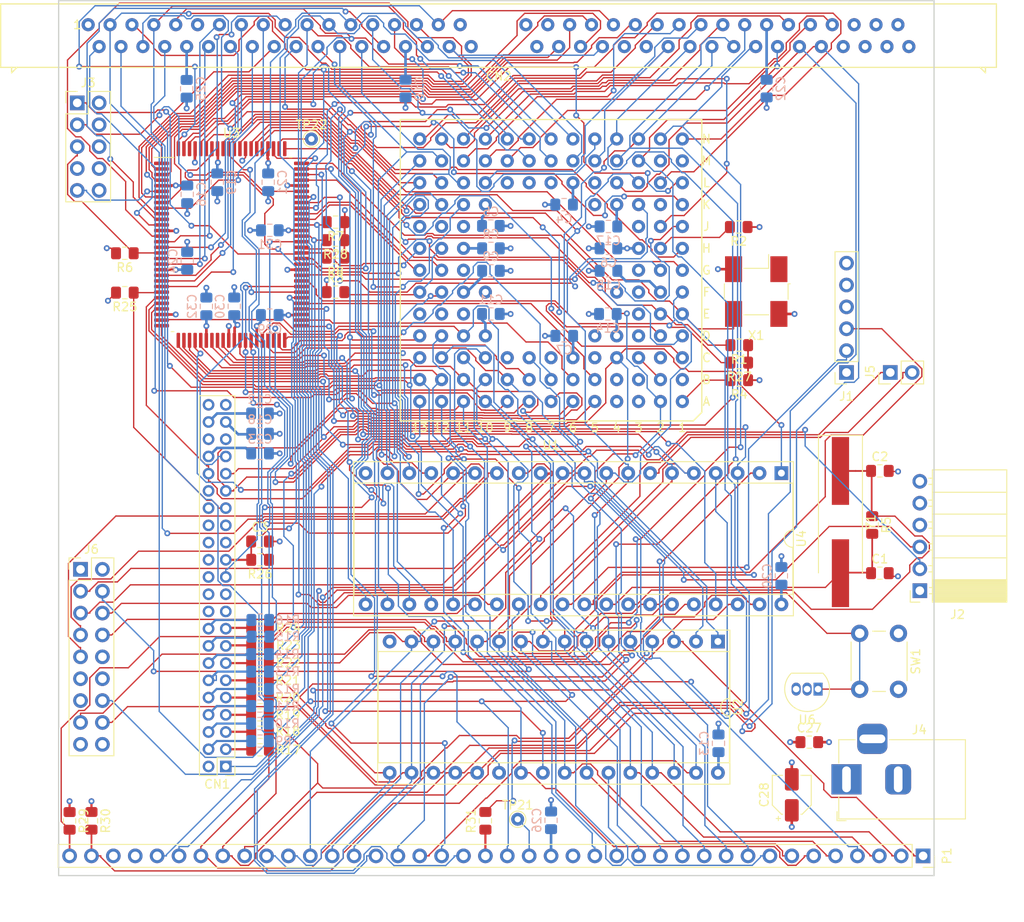
<source format=kicad_pcb>
(kicad_pcb (version 20171130) (host pcbnew "(5.1.5)-3")
  (layers (0 F.Cu signal) (1 In1.Cu.Vcc power hide) (2 In2.Cu.gnd power hide) (31 B.Cu signal) (34 B.Paste user) (35 F.Paste user) (36 B.SilkS user) (37 F.SilkS user) (38 B.Mask user) (39 F.Mask user) (44 Edge.Cuts user))
  (net 0 "")
  (net 1 GND)
  (net 2 "Net-(C1-Pad1)")
  (net 3 "Net-(C2-Pad1)")
  (net 4 "Net-(C3-Pad1)")
  (net 5 VCC)
  (net 6 /~RESET)
  (net 7 "Net-(CN1-Pad3)")
  (net 8 "Net-(CN1-Pad4)")
  (net 9 "Net-(CN1-Pad5)")
  (net 10 "Net-(CN1-Pad6)")
  (net 11 "Net-(CN1-Pad7)")
  (net 12 "Net-(CN1-Pad8)")
  (net 13 "Net-(CN1-Pad9)")
  (net 14 "Net-(CN1-Pad10)")
  (net 15 "Net-(CN1-Pad11)")
  (net 16 "Net-(CN1-Pad12)")
  (net 17 "Net-(CN1-Pad13)")
  (net 18 "Net-(CN1-Pad14)")
  (net 19 "Net-(CN1-Pad15)")
  (net 20 "Net-(CN1-Pad16)")
  (net 21 "Net-(CN1-Pad17)")
  (net 22 "Net-(CN1-Pad18)")
  (net 23 "Net-(CN1-Pad21)")
  (net 24 /~CFWR)
  (net 25 "Net-(CN1-Pad27)")
  (net 26 "Net-(CN1-Pad28)")
  (net 27 "Net-(CN1-Pad29)")
  (net 28 /CFINT)
  (net 29 "Net-(CN1-Pad32)")
  (net 30 /ABUS2)
  (net 31 "Net-(CN1-Pad34)")
  (net 32 /ABUS1)
  (net 33 /ABUS3)
  (net 34 /~CFCS)
  (net 35 "Net-(CN1-Pad39)")
  (net 36 "Net-(CN1-Pad44)")
  (net 37 /DBUS0)
  (net 38 /DBUS16)
  (net 39 /DBUS1)
  (net 40 /DBUS17)
  (net 41 /DBUS2)
  (net 42 /DBUS18)
  (net 43 /DBUS3)
  (net 44 /DBUS19)
  (net 45 "Net-(CN2-Pad11)")
  (net 46 /MA0)
  (net 47 /MA1)
  (net 48 /MA2)
  (net 49 /MA3)
  (net 50 /MA4)
  (net 51 /MA5)
  (net 52 /MA6)
  (net 53 /MA10)
  (net 54 /DBUS4)
  (net 55 /DBUS20)
  (net 56 /DBUS5)
  (net 57 /DBUS21)
  (net 58 /DBUS6)
  (net 59 /DBUS22)
  (net 60 /DBUS7)
  (net 61 /DBUS23)
  (net 62 /MA7)
  (net 63 /MA11)
  (net 64 /MA8)
  (net 65 /MA9)
  (net 66 /~RAS1)
  (net 67 /~RAS0)
  (net 68 "Net-(CN2-Pad35)")
  (net 69 "Net-(CN2-Pad36)")
  (net 70 "Net-(CN2-Pad37)")
  (net 71 "Net-(CN2-Pad38)")
  (net 72 /~CAS0)
  (net 73 /~CAS2)
  (net 74 /~CAS3)
  (net 75 /~CAS1)
  (net 76 "Net-(CN2-Pad46)")
  (net 77 /~SIMMWE)
  (net 78 "Net-(CN2-Pad48)")
  (net 79 /DBUS8)
  (net 80 /DBUS24)
  (net 81 /DBUS9)
  (net 82 /DBUS25)
  (net 83 /DBUS10)
  (net 84 /DBUS26)
  (net 85 /DBUS11)
  (net 86 /DBUS27)
  (net 87 /DBUS12)
  (net 88 /DBUS28)
  (net 89 /DBUS29)
  (net 90 /DBUS13)
  (net 91 /DBUS30)
  (net 92 /DBUS14)
  (net 93 /DBUS31)
  (net 94 /DBUS15)
  (net 95 "Net-(CN2-Pad66)")
  (net 96 "Net-(CN2-Pad67)")
  (net 97 "Net-(CN2-Pad68)")
  (net 98 "Net-(CN2-Pad69)")
  (net 99 "Net-(CN2-Pad70)")
  (net 100 "Net-(CN2-Pad71)")
  (net 101 "Net-(J1-Pad1)")
  (net 102 /TXA)
  (net 103 /RXA)
  (net 104 "Net-(J1-Pad4)")
  (net 105 "Net-(J1-Pad6)")
  (net 106 "Net-(J2-Pad1)")
  (net 107 /TXB)
  (net 108 /RXB)
  (net 109 "Net-(J2-Pad4)")
  (net 110 "Net-(J2-Pad6)")
  (net 111 "Net-(J3-Pad1)")
  (net 112 "Net-(J3-Pad3)")
  (net 113 "Net-(J3-Pad4)")
  (net 114 "Net-(J3-Pad5)")
  (net 115 "Net-(J3-Pad6)")
  (net 116 "Net-(J3-Pad7)")
  (net 117 "Net-(J3-Pad8)")
  (net 118 "Net-(J3-Pad9)")
  (net 119 /ABUS15)
  (net 120 /ABUS14)
  (net 121 /ABUS13)
  (net 122 /ABUS12)
  (net 123 /ABUS11)
  (net 124 /ABUS10)
  (net 125 /ABUS9)
  (net 126 /ABUS8)
  (net 127 /ABUS7)
  (net 128 /ABUS6)
  (net 129 /ABUS5)
  (net 130 /ABUS4)
  (net 131 /ABUS0)
  (net 132 "Net-(P1-Pad19)")
  (net 133 "Net-(P1-Pad21)")
  (net 134 /~INTX)
  (net 135 /~MREQ)
  (net 136 /R~W)
  (net 137 /~DSACK0)
  (net 138 /~IORQ)
  (net 139 "Net-(P1-Pad37)")
  (net 140 "Net-(P1-Pad38)")
  (net 141 /SPARE3)
  (net 142 /SPARE4)
  (net 143 /~AVEC)
  (net 144 "Net-(R2-Pad2)")
  (net 145 /~MMUDIS)
  (net 146 /~BR)
  (net 147 /~IRQ681)
  (net 148 /~CFRD)
  (net 149 /CLK)
  (net 150 "Net-(U1-PadB1)")
  (net 151 /FC1)
  (net 152 /FC2)
  (net 153 /~STERM)
  (net 154 /~BERR)
  (net 155 /~CBACK)
  (net 156 /~CBREQ)
  (net 157 /~CIIN)
  (net 158 "Net-(U1-PadM1)")
  (net 159 "Net-(U1-PadB2)")
  (net 160 "Net-(U1-PadC2)")
  (net 161 /FC0)
  (net 162 /~DSACK1)
  (net 163 /nAS)
  (net 164 "Net-(U1-PadK2)")
  (net 165 /SIZ0)
  (net 166 "Net-(U1-PadM2)")
  (net 167 "Net-(U1-PadA3)")
  (net 168 "Net-(U1-PadB3)")
  (net 169 "Net-(U1-PadD3)")
  (net 170 /SIZ1)
  (net 171 "Net-(U1-PadA4)")
  (net 172 "Net-(U1-PadB4)")
  (net 173 "Net-(U1-PadF4)")
  (net 174 /ABUS26)
  (net 175 /ABUS27)
  (net 176 "Net-(U1-PadD5)")
  (net 177 "Net-(U1-PadK5)")
  (net 178 /ABUS24)
  (net 179 /ABUS25)
  (net 180 /ABUS23)
  (net 181 /ABUS22)
  (net 182 /ABUS21)
  (net 183 /ABUS20)
  (net 184 /ABUS18)
  (net 185 /ABUS19)
  (net 186 /ABUS16)
  (net 187 /ABUS17)
  (net 188 "Net-(U1-PadF10)")
  (net 189 "Net-(U1-PadE12)")
  (net 190 /~IPL2)
  (net 191 "Net-(U1-PadJ12)")
  (net 192 "Net-(U1-PadE13)")
  (net 193 /~IPL1)
  (net 194 /~IPL0)
  (net 195 "Net-(U1-PadJ13)")
  (net 196 /~CSBOOT)
  (net 197 /~OE)
  (net 198 /~IACK681)
  (net 199 /~CS681)
  (net 200 "Net-(X1-Pad1)")
  (net 201 /TP4)
  (net 202 /TP11)
  (net 203 "Net-(J6-Pad17)")
  (net 204 /TP10)
  (net 205 /TP9)
  (net 206 /TP8)
  (net 207 "Net-(J6-Pad13)")
  (net 208 "Net-(J6-Pad11)")
  (net 209 "Net-(J6-Pad10)")
  (net 210 /TP18)
  (net 211 /TP17)
  (net 212 /TP16)
  (net 213 /TP15)
  (net 214 /TP14)
  (net 215 /TP13)
  (net 216 /TP12)
  (net 217 "Net-(J6-Pad2)")
  (net 218 "Net-(TP22-Pad1)")
  (module Custom:PQFP-100_14x20mm_P0.65mm_narrowpads (layer F.Cu) (at 35.306 43.561)
    (fp_text reference U3 (at 0 -12.95) (layer F.SilkS))
    (fp_text value EPM7128SQC100)
    (pad 100 smd roundrect (at -6.175 -11.125) (size 0.4064 1.75) (layers F.Cu F.Paste F.Mask) (net 66 /~RAS1))
    (pad 99 smd roundrect (at -5.525 -11.125) (size 0.4064 1.75) (layers F.Cu F.Paste F.Mask) (net 157 /~CIIN))
    (pad 98 smd roundrect (at -4.875 -11.125) (size 0.4064 1.75) (layers F.Cu F.Paste F.Mask) (net 154 /~BERR))
    (pad 97 smd roundrect (at -4.225 -11.125) (size 0.4064 1.75) (layers F.Cu F.Paste F.Mask) (net 1 GND))
    (pad 96 smd roundrect (at -3.575 -11.125) (size 0.4064 1.75) (layers F.Cu F.Paste F.Mask) (net 196 /~CSBOOT))
    (pad 95 smd roundrect (at -2.925 -11.125) (size 0.4064 1.75) (layers F.Cu F.Paste F.Mask) (net 153 /~STERM))
    (pad 94 smd roundrect (at -2.275 -11.125) (size 0.4064 1.75) (layers F.Cu F.Paste F.Mask) (net 199 /~CS681))
    (pad 93 smd roundrect (at -1.625 -11.125) (size 0.4064 1.75) (layers F.Cu F.Paste F.Mask) (net 5 VCC))
    (pad 92 smd roundrect (at -0.975 -11.125) (size 0.4064 1.75) (layers F.Cu F.Paste F.Mask) (net 163 /nAS))
    (pad 91 smd roundrect (at -0.325 -11.125) (size 0.4064 1.75) (layers F.Cu F.Paste F.Mask) (net 6 /~RESET))
    (pad 90 smd roundrect (at 0.325 -11.125) (size 0.4064 1.75) (layers F.Cu F.Paste F.Mask) (net 136 /R~W))
    (pad 89 smd roundrect (at 0.975 -11.125) (size 0.4064 1.75) (layers F.Cu F.Paste F.Mask) (net 149 /CLK))
    (pad 88 smd roundrect (at 1.625 -11.125) (size 0.4064 1.75) (layers F.Cu F.Paste F.Mask) (net 1 GND))
    (pad 87 smd roundrect (at 2.275 -11.125) (size 0.4064 1.75) (layers F.Cu F.Paste F.Mask) (net 152 /FC2))
    (pad 86 smd roundrect (at 2.925 -11.125) (size 0.4064 1.75) (layers F.Cu F.Paste F.Mask) (net 151 /FC1))
    (pad 85 smd roundrect (at 3.575 -11.125) (size 0.4064 1.75) (layers F.Cu F.Paste F.Mask) (net 161 /FC0))
    (pad 84 smd roundrect (at 4.225 -11.125) (size 0.4064 1.75) (layers F.Cu F.Paste F.Mask) (net 5 VCC))
    (pad 83 smd roundrect (at 4.875 -11.125) (size 0.4064 1.75) (layers F.Cu F.Paste F.Mask) (net 197 /~OE))
    (pad 82 smd roundrect (at 5.525 -11.125) (size 0.4064 1.75) (layers F.Cu F.Paste F.Mask) (net 218 "Net-(TP22-Pad1)"))
    (pad 81 smd roundrect (at 6.175 -11.125) (size 0.4064 1.75) (layers F.Cu F.Paste F.Mask) (net 135 /~MREQ))
    (pad 80 smd roundrect (at 8.125 -9.425) (size 1.75 0.4064) (layers F.Cu F.Paste F.Mask) (net 143 /~AVEC))
    (pad 79 smd roundrect (at 8.125 -8.775) (size 1.75 0.4064) (layers F.Cu F.Paste F.Mask) (net 30 /ABUS2))
    (pad 78 smd roundrect (at 8.125 -8.125) (size 1.75 0.4064) (layers F.Cu F.Paste F.Mask) (net 32 /ABUS1))
    (pad 77 smd roundrect (at 8.125 -7.475) (size 1.75 0.4064) (layers F.Cu F.Paste F.Mask) (net 131 /ABUS0))
    (pad 76 smd roundrect (at 8.125 -6.825) (size 1.75 0.4064) (layers F.Cu F.Paste F.Mask) (net 1 GND))
    (pad 75 smd roundrect (at 8.125 -6.175) (size 1.75 0.4064) (layers F.Cu F.Paste F.Mask) (net 112 "Net-(J3-Pad3)"))
    (pad 74 smd roundrect (at 8.125 -5.525) (size 1.75 0.4064) (layers F.Cu F.Paste F.Mask) (net 138 /~IORQ))
    (pad 73 smd roundrect (at 8.125 -4.875) (size 1.75 0.4064) (layers F.Cu F.Paste F.Mask) (net 170 /SIZ1))
    (pad 72 smd roundrect (at 8.125 -4.225) (size 1.75 0.4064) (layers F.Cu F.Paste F.Mask) (net 165 /SIZ0))
    (pad 71 smd roundrect (at 8.125 -3.575) (size 1.75 0.4064) (layers F.Cu F.Paste F.Mask) (net 190 /~IPL2))
    (pad 70 smd roundrect (at 8.125 -2.925) (size 1.75 0.4064) (layers F.Cu F.Paste F.Mask) (net 193 /~IPL1))
    (pad 69 smd roundrect (at 8.125 -2.275) (size 1.75 0.4064) (layers F.Cu F.Paste F.Mask) (net 147 /~IRQ681))
    (pad 68 smd roundrect (at 8.125 -1.625) (size 1.75 0.4064) (layers F.Cu F.Paste F.Mask) (net 5 VCC))
    (pad 67 smd roundrect (at 8.125 -0.975) (size 1.75 0.4064) (layers F.Cu F.Paste F.Mask) (net 134 /~INTX))
    (pad 66 smd roundrect (at 8.125 -0.325) (size 1.75 0.4064) (layers F.Cu F.Paste F.Mask) (net 198 /~IACK681))
    (pad 65 smd roundrect (at 8.125 0.325) (size 1.75 0.4064) (layers F.Cu F.Paste F.Mask) (net 194 /~IPL0))
    (pad 64 smd roundrect (at 8.125 0.975) (size 1.75 0.4064) (layers F.Cu F.Paste F.Mask) (net 111 "Net-(J3-Pad1)"))
    (pad 63 smd roundrect (at 8.125 1.625) (size 1.75 0.4064) (layers F.Cu F.Paste F.Mask) (net 156 /~CBREQ))
    (pad 62 smd roundrect (at 8.125 2.275) (size 1.75 0.4064) (layers F.Cu F.Paste F.Mask) (net 155 /~CBACK))
    (pad 61 smd roundrect (at 8.125 2.925) (size 1.75 0.4064) (layers F.Cu F.Paste F.Mask) (net 1 GND))
    (pad 60 smd roundrect (at 8.125 3.575) (size 1.75 0.4064) (layers F.Cu F.Paste F.Mask) (net 162 /~DSACK1))
    (pad 59 smd roundrect (at 8.125 4.225) (size 1.75 0.4064) (layers F.Cu F.Paste F.Mask) (net 137 /~DSACK0))
    (pad 58 smd roundrect (at 8.125 4.875) (size 1.75 0.4064) (layers F.Cu F.Paste F.Mask) (net 24 /~CFWR))
    (pad 57 smd roundrect (at 8.125 5.525) (size 1.75 0.4064) (layers F.Cu F.Paste F.Mask) (net 34 /~CFCS))
    (pad 56 smd roundrect (at 8.125 6.175) (size 1.75 0.4064) (layers F.Cu F.Paste F.Mask) (net 148 /~CFRD))
    (pad 55 smd roundrect (at 8.125 6.825) (size 1.75 0.4064) (layers F.Cu F.Paste F.Mask) (net 175 /ABUS27))
    (pad 54 smd roundrect (at 8.125 7.475) (size 1.75 0.4064) (layers F.Cu F.Paste F.Mask) (net 174 /ABUS26))
    (pad 53 smd roundrect (at 8.125 8.125) (size 1.75 0.4064) (layers F.Cu F.Paste F.Mask) (net 5 VCC))
    (pad 52 smd roundrect (at 8.125 8.775) (size 1.75 0.4064) (layers F.Cu F.Paste F.Mask) (net 179 /ABUS25))
    (pad 51 smd roundrect (at 8.125 9.425) (size 1.75 0.4064) (layers F.Cu F.Paste F.Mask) (net 178 /ABUS24))
    (pad 50 smd roundrect (at 6.175 11.125) (size 0.4064 1.75) (layers F.Cu F.Paste F.Mask) (net 180 /ABUS23))
    (pad 49 smd roundrect (at 5.525 11.125) (size 0.4064 1.75) (layers F.Cu F.Paste F.Mask) (net 181 /ABUS22))
    (pad 48 smd roundrect (at 4.875 11.125) (size 0.4064 1.75) (layers F.Cu F.Paste F.Mask) (net 182 /ABUS21))
    (pad 47 smd roundrect (at 4.225 11.125) (size 0.4064 1.75) (layers F.Cu F.Paste F.Mask) (net 183 /ABUS20))
    (pad 46 smd roundrect (at 3.575 11.125) (size 0.4064 1.75) (layers F.Cu F.Paste F.Mask) (net 185 /ABUS19))
    (pad 45 smd roundrect (at 2.925 11.125) (size 0.4064 1.75) (layers F.Cu F.Paste F.Mask) (net 1 GND))
    (pad 44 smd roundrect (at 2.275 11.125) (size 0.4064 1.75) (layers F.Cu F.Paste F.Mask) (net 184 /ABUS18))
    (pad 43 smd roundrect (at 1.625 11.125) (size 0.4064 1.75) (layers F.Cu F.Paste F.Mask) (net 187 /ABUS17))
    (pad 42 smd roundrect (at 0.975 11.125) (size 0.4064 1.75) (layers F.Cu F.Paste F.Mask) (net 186 /ABUS16))
    (pad 41 smd roundrect (at 0.325 11.125) (size 0.4064 1.75) (layers F.Cu F.Paste F.Mask) (net 5 VCC))
    (pad 40 smd roundrect (at -0.325 11.125) (size 0.4064 1.75) (layers F.Cu F.Paste F.Mask) (net 1 GND))
    (pad 39 smd roundrect (at -0.975 11.125) (size 0.4064 1.75) (layers F.Cu F.Paste F.Mask) (net 119 /ABUS15))
    (pad 38 smd roundrect (at -1.625 11.125) (size 0.4064 1.75) (layers F.Cu F.Paste F.Mask) (net 120 /ABUS14))
    (pad 37 smd roundrect (at -2.275 11.125) (size 0.4064 1.75) (layers F.Cu F.Paste F.Mask) (net 121 /ABUS13))
    (pad 36 smd roundrect (at -2.925 11.125) (size 0.4064 1.75) (layers F.Cu F.Paste F.Mask) (net 5 VCC))
    (pad 35 smd roundrect (at -3.575 11.125) (size 0.4064 1.75) (layers F.Cu F.Paste F.Mask) (net 122 /ABUS12))
    (pad 34 smd roundrect (at -4.225 11.125) (size 0.4064 1.75) (layers F.Cu F.Paste F.Mask) (net 123 /ABUS11))
    (pad 33 smd roundrect (at -4.875 11.125) (size 0.4064 1.75) (layers F.Cu F.Paste F.Mask) (net 124 /ABUS10))
    (pad 32 smd roundrect (at -5.525 11.125) (size 0.4064 1.75) (layers F.Cu F.Paste F.Mask) (net 125 /ABUS9))
    (pad 31 smd roundrect (at -6.175 11.125) (size 0.4064 1.75) (layers F.Cu F.Paste F.Mask) (net 126 /ABUS8))
    (pad 30 smd roundrect (at -8.125 9.425) (size 1.75 0.4064) (layers F.Cu F.Paste F.Mask) (net 127 /ABUS7))
    (pad 29 smd roundrect (at -8.125 8.775) (size 1.75 0.4064) (layers F.Cu F.Paste F.Mask) (net 128 /ABUS6))
    (pad 28 smd roundrect (at -8.125 8.125) (size 1.75 0.4064) (layers F.Cu F.Paste F.Mask) (net 1 GND))
    (pad 27 smd roundrect (at -8.125 7.475) (size 1.75 0.4064) (layers F.Cu F.Paste F.Mask) (net 129 /ABUS5))
    (pad 26 smd roundrect (at -8.125 6.825) (size 1.75 0.4064) (layers F.Cu F.Paste F.Mask) (net 130 /ABUS4))
    (pad 25 smd roundrect (at -8.125 6.175) (size 1.75 0.4064) (layers F.Cu F.Paste F.Mask) (net 33 /ABUS3))
    (pad 24 smd roundrect (at -8.125 5.525) (size 1.75 0.4064) (layers F.Cu F.Paste F.Mask) (net 28 /CFINT))
    (pad 23 smd roundrect (at -8.125 4.875) (size 1.75 0.4064) (layers F.Cu F.Paste F.Mask) (net 50 /MA4))
    (pad 22 smd roundrect (at -8.125 4.225) (size 1.75 0.4064) (layers F.Cu F.Paste F.Mask) (net 49 /MA3))
    (pad 21 smd roundrect (at -8.125 3.575) (size 1.75 0.4064) (layers F.Cu F.Paste F.Mask) (net 48 /MA2))
    (pad 20 smd roundrect (at -8.125 2.925) (size 1.75 0.4064) (layers F.Cu F.Paste F.Mask) (net 5 VCC))
    (pad 19 smd roundrect (at -8.125 2.275) (size 1.75 0.4064) (layers F.Cu F.Paste F.Mask) (net 47 /MA1))
    (pad 18 smd roundrect (at -8.125 1.625) (size 1.75 0.4064) (layers F.Cu F.Paste F.Mask) (net 46 /MA0))
    (pad 17 smd roundrect (at -8.125 0.975) (size 1.75 0.4064) (layers F.Cu F.Paste F.Mask) (net 114 "Net-(J3-Pad5)"))
    (pad 16 smd roundrect (at -8.125 0.325) (size 1.75 0.4064) (layers F.Cu F.Paste F.Mask) (net 63 /MA11))
    (pad 15 smd roundrect (at -8.125 -0.325) (size 1.75 0.4064) (layers F.Cu F.Paste F.Mask) (net 53 /MA10))
    (pad 14 smd roundrect (at -8.125 -0.975) (size 1.75 0.4064) (layers F.Cu F.Paste F.Mask) (net 65 /MA9))
    (pad 13 smd roundrect (at -8.125 -1.625) (size 1.75 0.4064) (layers F.Cu F.Paste F.Mask) (net 1 GND))
    (pad 12 smd roundrect (at -8.125 -2.275) (size 1.75 0.4064) (layers F.Cu F.Paste F.Mask) (net 64 /MA8))
    (pad 11 smd roundrect (at -8.125 -2.925) (size 1.75 0.4064) (layers F.Cu F.Paste F.Mask) (net 62 /MA7))
    (pad 10 smd roundrect (at -8.125 -3.575) (size 1.75 0.4064) (layers F.Cu F.Paste F.Mask) (net 52 /MA6))
    (pad 9 smd roundrect (at -8.125 -4.225) (size 1.75 0.4064) (layers F.Cu F.Paste F.Mask) (net 51 /MA5))
    (pad 8 smd roundrect (at -8.125 -4.875) (size 1.75 0.4064) (layers F.Cu F.Paste F.Mask) (net 77 /~SIMMWE))
    (pad 7 smd roundrect (at -8.125 -5.525) (size 1.75 0.4064) (layers F.Cu F.Paste F.Mask) (net 67 /~RAS0))
    (pad 6 smd roundrect (at -8.125 -6.175) (size 1.75 0.4064) (layers F.Cu F.Paste F.Mask) (net 118 "Net-(J3-Pad9)"))
    (pad 5 smd roundrect (at -8.125 -6.825) (size 1.75 0.4064) (layers F.Cu F.Paste F.Mask) (net 5 VCC))
    (pad 4 smd roundrect (at -8.125 -7.475) (size 1.75 0.4064) (layers F.Cu F.Paste F.Mask) (net 74 /~CAS3))
    (pad 3 smd roundrect (at -8.125 -8.125) (size 1.75 0.4064) (layers F.Cu F.Paste F.Mask) (net 73 /~CAS2))
    (pad 2 smd roundrect (at -8.125 -8.775) (size 1.75 0.4064) (layers F.Cu F.Paste F.Mask) (net 75 /~CAS1))
    (pad 1 smd roundrect (at -8.125 -9.425) (size 1.75 0.4064) (layers F.Cu F.Paste F.Mask) (net 72 /~CAS0))
  )
  (module Connector_PinHeader_2.54mm:PinHeader_2x09_P2.54mm_Vertical (layer F.Cu) (at 17.78 81.28)
    (fp_text reference J6 (at 1.27 -2.33) (layer F.SilkS))
    (fp_text value Conn_01x09)
    (pad 18 thru_hole oval (at 2.54 20.32) (size 1.7 1.7) (drill 1) (layers *.Cu *.Mask) (net 5 VCC))
    (pad 17 thru_hole oval (at 0 20.32) (size 1.7 1.7) (drill 1) (layers *.Cu *.Mask) (net 203 "Net-(J6-Pad17)"))
    (pad 16 thru_hole oval (at 2.54 17.78) (size 1.7 1.7) (drill 1) (layers *.Cu *.Mask) (net 204 /TP10))
    (pad 15 thru_hole oval (at 0 17.78) (size 1.7 1.7) (drill 1) (layers *.Cu *.Mask) (net 205 /TP9))
    (pad 14 thru_hole oval (at 2.54 15.24) (size 1.7 1.7) (drill 1) (layers *.Cu *.Mask) (net 206 /TP8))
    (pad 13 thru_hole oval (at 0 15.24) (size 1.7 1.7) (drill 1) (layers *.Cu *.Mask) (net 207 "Net-(J6-Pad13)"))
    (pad 12 thru_hole oval (at 2.54 12.7) (size 1.7 1.7) (drill 1) (layers *.Cu *.Mask) (net 1 GND))
    (pad 11 thru_hole oval (at 0 12.7) (size 1.7 1.7) (drill 1) (layers *.Cu *.Mask) (net 208 "Net-(J6-Pad11)"))
    (pad 10 thru_hole oval (at 2.54 10.16) (size 1.7 1.7) (drill 1) (layers *.Cu *.Mask) (net 209 "Net-(J6-Pad10)"))
    (pad 9 thru_hole oval (at 0 10.16) (size 1.7 1.7) (drill 1) (layers *.Cu *.Mask) (net 210 /TP18))
    (pad 8 thru_hole oval (at 2.54 7.62) (size 1.7 1.7) (drill 1) (layers *.Cu *.Mask) (net 211 /TP17))
    (pad 7 thru_hole oval (at 0 7.62) (size 1.7 1.7) (drill 1) (layers *.Cu *.Mask) (net 212 /TP16))
    (pad 6 thru_hole oval (at 2.54 5.08) (size 1.7 1.7) (drill 1) (layers *.Cu *.Mask) (net 213 /TP15))
    (pad 5 thru_hole oval (at 0 5.08) (size 1.7 1.7) (drill 1) (layers *.Cu *.Mask) (net 214 /TP14))
    (pad 4 thru_hole oval (at 2.54 2.54) (size 1.7 1.7) (drill 1) (layers *.Cu *.Mask) (net 215 /TP13))
    (pad 3 thru_hole oval (at 0 2.54) (size 1.7 1.7) (drill 1) (layers *.Cu *.Mask) (net 216 /TP12))
    (pad 2 thru_hole oval (at 2.54 0) (size 1.7 1.7) (drill 1) (layers *.Cu *.Mask) (net 217 "Net-(J6-Pad2)"))
    (pad 1 thru_hole rect (at 0 0) (size 1.7 1.7) (drill 1) (layers *.Cu *.Mask) (net 1 GND))
  )
  (module Connector_PinHeader_2.54mm:PinHeader_1x02_P2.54mm_Vertical (layer F.Cu) (at 111.76 58.42 90)
    (fp_text reference J5 (at 0 -2.33 90) (layer F.SilkS))
    (fp_text value Conn_01x02)
    (pad 2 thru_hole oval (at 0 2.54 90) (size 1.7 1.7) (drill 1) (layers *.Cu *.Mask) (net 201 /TP4))
    (pad 1 thru_hole rect (at 0 0 90) (size 1.7 1.7) (drill 1) (layers *.Cu *.Mask) (net 202 /TP11))
  )
  (module Custom:MC68030-RC (layer F.Cu) (at 72.39 46.5455 180)
    (fp_text reference U1 (at 0 -20.32) (layer F.SilkS))
    (fp_text value 68030PGA)
    (fp_text user 13 (at 15.24 -18.28 180) (layer F.SilkS))
    (fp_text user 12 (at 12.7 -18.28 180) (layer F.SilkS))
    (fp_text user 11 (at 10.16 -18.28 180) (layer F.SilkS))
    (fp_text user 10 (at 7.62 -18.28 180) (layer F.SilkS))
    (fp_text user 9 (at 5.08 -18.28 180) (layer F.SilkS))
    (fp_text user 8 (at 2.54 -18.28 180) (layer F.SilkS))
    (fp_text user 7 (at 0 -18.28 180) (layer F.SilkS))
    (fp_text user 6 (at -2.54 -18.28 180) (layer F.SilkS))
    (fp_text user 5 (at -5.08 -18.28 180) (layer F.SilkS))
    (fp_text user 4 (at -7.62 -18.28 180) (layer F.SilkS))
    (fp_text user 3 (at -10.16 -18.28 180) (layer F.SilkS))
    (fp_text user 2 (at -12.7 -18.28 180) (layer F.SilkS))
    (fp_text user 1 (at -15.24 -18.28 180) (layer F.SilkS))
    (fp_text user N (at -18.03 15.24 180) (layer F.SilkS))
    (fp_text user M (at -18.03 12.7 180) (layer F.SilkS))
    (fp_text user L (at -18.03 10.16 180) (layer F.SilkS))
    (fp_text user K (at -18.03 7.62 180) (layer F.SilkS))
    (fp_text user J (at -18.03 5.08 180) (layer F.SilkS))
    (fp_text user H (at -18.03 2.54 180) (layer F.SilkS))
    (fp_text user G (at -18.03 0 180) (layer F.SilkS))
    (fp_text user F (at -18.03 -2.54 180) (layer F.SilkS))
    (fp_text user E (at -18.03 -5.08 180) (layer F.SilkS))
    (fp_text user D (at -18.03 -7.62 180) (layer F.SilkS))
    (fp_text user C (at -18.03 -10.16 180) (layer F.SilkS))
    (fp_text user B (at -18.03 -12.7 180) (layer F.SilkS))
    (fp_text user A (at -18.03 -15.24 180) (layer F.SilkS))
    (pad N13 thru_hole circle (at 15.24 15.24 90) (size 1.524 1.524) (drill 0.762) (layers *.Cu *.Mask) (net 79 /DBUS8))
    (pad M13 thru_hole circle (at 15.24 12.7 90) (size 1.524 1.524) (drill 0.762) (layers *.Cu *.Mask) (net 43 /DBUS3))
    (pad L13 thru_hole circle (at 15.24 10.16 90) (size 1.524 1.524) (drill 0.762) (layers *.Cu *.Mask) (net 41 /DBUS2))
    (pad K13 thru_hole circle (at 15.24 7.62 90) (size 1.524 1.524) (drill 0.762) (layers *.Cu *.Mask) (net 37 /DBUS0))
    (pad J13 thru_hole circle (at 15.24 5.08 90) (size 1.524 1.524) (drill 0.762) (layers *.Cu *.Mask) (net 195 "Net-(U1-PadJ13)"))
    (pad H13 thru_hole circle (at 15.24 2.54 90) (size 1.524 1.524) (drill 0.762) (layers *.Cu *.Mask) (net 194 /~IPL0))
    (pad G13 thru_hole circle (at 15.24 0 90) (size 1.524 1.524) (drill 0.762) (layers *.Cu *.Mask) (net 193 /~IPL1))
    (pad F13 thru_hole circle (at 15.24 -2.54 90) (size 1.524 1.524) (drill 0.762) (layers *.Cu *.Mask) (net 145 /~MMUDIS))
    (pad E13 thru_hole circle (at 15.24 -5.08 90) (size 1.524 1.524) (drill 0.762) (layers *.Cu *.Mask) (net 192 "Net-(U1-PadE13)"))
    (pad D13 thru_hole circle (at 15.24 -7.62 90) (size 1.524 1.524) (drill 0.762) (layers *.Cu *.Mask) (net 30 /ABUS2))
    (pad C13 thru_hole circle (at 15.24 -10.16 90) (size 1.524 1.524) (drill 0.762) (layers *.Cu *.Mask) (net 130 /ABUS4))
    (pad B13 thru_hole circle (at 15.24 -12.7 90) (size 1.524 1.524) (drill 0.762) (layers *.Cu *.Mask) (net 127 /ABUS7))
    (pad A13 thru_hole circle (at 15.24 -15.24 90) (size 1.524 1.524) (drill 0.762) (layers *.Cu *.Mask) (net 124 /ABUS10))
    (pad N12 thru_hole circle (at 12.7 15.24 90) (size 1.524 1.524) (drill 0.762) (layers *.Cu *.Mask) (net 85 /DBUS11))
    (pad M12 thru_hole circle (at 12.7 12.7 90) (size 1.524 1.524) (drill 0.762) (layers *.Cu *.Mask) (net 58 /DBUS6))
    (pad L12 thru_hole circle (at 12.7 10.16 90) (size 1.524 1.524) (drill 0.762) (layers *.Cu *.Mask) (net 54 /DBUS4))
    (pad K12 thru_hole circle (at 12.7 7.62 90) (size 1.524 1.524) (drill 0.762) (layers *.Cu *.Mask) (net 39 /DBUS1))
    (pad J12 thru_hole circle (at 12.7 5.08 90) (size 1.524 1.524) (drill 0.762) (layers *.Cu *.Mask) (net 191 "Net-(U1-PadJ12)"))
    (pad H12 thru_hole circle (at 12.7 2.54 90) (size 1.524 1.524) (drill 0.762) (layers *.Cu *.Mask) (net 145 /~MMUDIS))
    (pad G12 thru_hole circle (at 12.7 0 90) (size 1.524 1.524) (drill 0.762) (layers *.Cu *.Mask) (net 190 /~IPL2))
    (pad F12 thru_hole circle (at 12.7 -2.54 90) (size 1.524 1.524) (drill 0.762) (layers *.Cu *.Mask) (net 6 /~RESET))
    (pad E12 thru_hole circle (at 12.7 -5.08 90) (size 1.524 1.524) (drill 0.762) (layers *.Cu *.Mask) (net 189 "Net-(U1-PadE12)"))
    (pad D12 thru_hole circle (at 12.7 -7.62 90) (size 1.524 1.524) (drill 0.762) (layers *.Cu *.Mask) (net 33 /ABUS3))
    (pad C12 thru_hole circle (at 12.7 -10.16 90) (size 1.524 1.524) (drill 0.762) (layers *.Cu *.Mask) (net 129 /ABUS5))
    (pad B12 thru_hole circle (at 12.7 -12.7 90) (size 1.524 1.524) (drill 0.762) (layers *.Cu *.Mask) (net 126 /ABUS8))
    (pad A12 thru_hole circle (at 12.7 -15.24 90) (size 1.524 1.524) (drill 0.762) (layers *.Cu *.Mask) (net 121 /ABUS13))
    (pad N11 thru_hole circle (at 10.16 15.24 90) (size 1.524 1.524) (drill 0.762) (layers *.Cu *.Mask) (net 90 /DBUS13))
    (pad M11 thru_hole circle (at 10.16 12.7 90) (size 1.524 1.524) (drill 0.762) (layers *.Cu *.Mask) (net 81 /DBUS9))
    (pad L11 thru_hole circle (at 10.16 10.16 90) (size 1.524 1.524) (drill 0.762) (layers *.Cu *.Mask) (net 60 /DBUS7))
    (pad K11 thru_hole circle (at 10.16 7.62 90) (size 1.524 1.524) (drill 0.762) (layers *.Cu *.Mask) (net 56 /DBUS5))
    (pad J11 thru_hole circle (at 10.16 5.08 90) (size 1.524 1.524) (drill 0.762) (layers *.Cu *.Mask) (net 1 GND))
    (pad H11 thru_hole circle (at 10.16 2.54 90) (size 1.524 1.524) (drill 0.762) (layers *.Cu *.Mask) (net 5 VCC))
    (pad G11 thru_hole circle (at 10.16 0 90) (size 1.524 1.524) (drill 0.762) (layers *.Cu *.Mask) (net 1 GND))
    (pad F11 thru_hole circle (at 10.16 -2.54 90) (size 1.524 1.524) (drill 0.762) (layers *.Cu *.Mask) (net 5 VCC))
    (pad E11 thru_hole circle (at 10.16 -5.08 90) (size 1.524 1.524) (drill 0.762) (layers *.Cu *.Mask) (net 1 GND))
    (pad D11 thru_hole circle (at 10.16 -7.62 90) (size 1.524 1.524) (drill 0.762) (layers *.Cu *.Mask) (net 128 /ABUS6))
    (pad C11 thru_hole circle (at 10.16 -10.16 90) (size 1.524 1.524) (drill 0.762) (layers *.Cu *.Mask) (net 125 /ABUS9))
    (pad B11 thru_hole circle (at 10.16 -12.7 90) (size 1.524 1.524) (drill 0.762) (layers *.Cu *.Mask) (net 122 /ABUS12))
    (pad A11 thru_hole circle (at 10.16 -15.24 90) (size 1.524 1.524) (drill 0.762) (layers *.Cu *.Mask) (net 119 /ABUS15))
    (pad N10 thru_hole circle (at 7.62 15.24 90) (size 1.524 1.524) (drill 0.762) (layers *.Cu *.Mask) (net 94 /DBUS15))
    (pad M10 thru_hole circle (at 7.62 12.7 90) (size 1.524 1.524) (drill 0.762) (layers *.Cu *.Mask) (net 87 /DBUS12))
    (pad L10 thru_hole circle (at 7.62 10.16 90) (size 1.524 1.524) (drill 0.762) (layers *.Cu *.Mask) (net 83 /DBUS10))
    (pad K10 thru_hole circle (at 7.62 7.62 90) (size 1.524 1.524) (drill 0.762) (layers *.Cu *.Mask) (net 5 VCC))
    (pad F10 thru_hole circle (at 7.62 -2.54 90) (size 1.524 1.524) (drill 0.762) (layers *.Cu *.Mask) (net 188 "Net-(U1-PadF10)"))
    (pad D10 thru_hole circle (at 7.62 -7.62 90) (size 1.524 1.524) (drill 0.762) (layers *.Cu *.Mask) (net 5 VCC))
    (pad C10 thru_hole circle (at 7.62 -10.16 90) (size 1.524 1.524) (drill 0.762) (layers *.Cu *.Mask) (net 123 /ABUS11))
    (pad B10 thru_hole circle (at 7.62 -12.7 90) (size 1.524 1.524) (drill 0.762) (layers *.Cu *.Mask) (net 120 /ABUS14))
    (pad A10 thru_hole circle (at 7.62 -15.24 90) (size 1.524 1.524) (drill 0.762) (layers *.Cu *.Mask) (net 187 /ABUS17))
    (pad N9 thru_hole circle (at 5.08 15.24 90) (size 1.524 1.524) (drill 0.762) (layers *.Cu *.Mask) (net 38 /DBUS16))
    (pad M9 thru_hole circle (at 5.08 12.7 90) (size 1.524 1.524) (drill 0.762) (layers *.Cu *.Mask) (net 92 /DBUS14))
    (pad L9 thru_hole circle (at 5.08 10.16 90) (size 1.524 1.524) (drill 0.762) (layers *.Cu *.Mask) (net 1 GND))
    (pad C9 thru_hole circle (at 5.08 -10.16 90) (size 1.524 1.524) (drill 0.762) (layers *.Cu *.Mask) (net 1 GND))
    (pad B9 thru_hole circle (at 5.08 -12.7 90) (size 1.524 1.524) (drill 0.762) (layers *.Cu *.Mask) (net 186 /ABUS16))
    (pad A9 thru_hole circle (at 5.08 -15.24 90) (size 1.524 1.524) (drill 0.762) (layers *.Cu *.Mask) (net 185 /ABUS19))
    (pad N8 thru_hole circle (at 2.54 15.24 90) (size 1.524 1.524) (drill 0.762) (layers *.Cu *.Mask) (net 42 /DBUS18))
    (pad M8 thru_hole circle (at 2.54 12.7 90) (size 1.524 1.524) (drill 0.762) (layers *.Cu *.Mask) (net 40 /DBUS17))
    (pad L8 thru_hole circle (at 2.54 10.16 90) (size 1.524 1.524) (drill 0.762) (layers *.Cu *.Mask) (net 1 GND))
    (pad C8 thru_hole circle (at 2.54 -10.16 90) (size 1.524 1.524) (drill 0.762) (layers *.Cu *.Mask) (net 184 /ABUS18))
    (pad B8 thru_hole circle (at 2.54 -12.7 90) (size 1.524 1.524) (drill 0.762) (layers *.Cu *.Mask) (net 183 /ABUS20))
    (pad A8 thru_hole circle (at 2.54 -15.24 90) (size 1.524 1.524) (drill 0.762) (layers *.Cu *.Mask) (net 182 /ABUS21))
    (pad N7 thru_hole circle (at 0 15.24 90) (size 1.524 1.524) (drill 0.762) (layers *.Cu *.Mask) (net 44 /DBUS19))
    (pad M7 thru_hole circle (at 0 12.7 90) (size 1.524 1.524) (drill 0.762) (layers *.Cu *.Mask) (net 55 /DBUS20))
    (pad L7 thru_hole circle (at 0 10.16 90) (size 1.524 1.524) (drill 0.762) (layers *.Cu *.Mask) (net 1 GND))
    (pad C7 thru_hole circle (at 0 -10.16 90) (size 1.524 1.524) (drill 0.762) (layers *.Cu *.Mask) (net 1 GND))
    (pad B7 thru_hole circle (at 0 -12.7 90) (size 1.524 1.524) (drill 0.762) (layers *.Cu *.Mask) (net 181 /ABUS22))
    (pad A7 thru_hole circle (at 0 -15.24 90) (size 1.524 1.524) (drill 0.762) (layers *.Cu *.Mask) (net 180 /ABUS23))
    (pad N6 thru_hole circle (at -2.54 15.24 90) (size 1.524 1.524) (drill 0.762) (layers *.Cu *.Mask) (net 57 /DBUS21))
    (pad M6 thru_hole circle (at -2.54 12.7 90) (size 1.524 1.524) (drill 0.762) (layers *.Cu *.Mask) (net 59 /DBUS22))
    (pad L6 thru_hole circle (at -2.54 10.16 90) (size 1.524 1.524) (drill 0.762) (layers *.Cu *.Mask) (net 5 VCC))
    (pad C6 thru_hole circle (at -2.54 -10.16 90) (size 1.524 1.524) (drill 0.762) (layers *.Cu *.Mask) (net 5 VCC))
    (pad B6 thru_hole circle (at -2.54 -12.7 90) (size 1.524 1.524) (drill 0.762) (layers *.Cu *.Mask) (net 179 /ABUS25))
    (pad A6 thru_hole circle (at -2.54 -15.24 90) (size 1.524 1.524) (drill 0.762) (layers *.Cu *.Mask) (net 178 /ABUS24))
    (pad N5 thru_hole circle (at -5.08 15.24 90) (size 1.524 1.524) (drill 0.762) (layers *.Cu *.Mask) (net 61 /DBUS23))
    (pad M5 thru_hole circle (at -5.08 12.7 90) (size 1.524 1.524) (drill 0.762) (layers *.Cu *.Mask) (net 80 /DBUS24))
    (pad L5 thru_hole circle (at -5.08 10.16 90) (size 1.524 1.524) (drill 0.762) (layers *.Cu *.Mask) (net 1 GND))
    (pad K5 thru_hole circle (at -5.08 7.62 90) (size 1.524 1.524) (drill 0.762) (layers *.Cu *.Mask) (net 177 "Net-(U1-PadK5)"))
    (pad D5 thru_hole circle (at -5.08 -7.62 90) (size 1.524 1.524) (drill 0.762) (layers *.Cu *.Mask) (net 176 "Net-(U1-PadD5)"))
    (pad C5 thru_hole circle (at -5.08 -10.16 90) (size 1.524 1.524) (drill 0.762) (layers *.Cu *.Mask) (net 1 GND))
    (pad B5 thru_hole circle (at -5.08 -12.7 90) (size 1.524 1.524) (drill 0.762) (layers *.Cu *.Mask) (net 175 /ABUS27))
    (pad A5 thru_hole circle (at -5.08 -15.24 90) (size 1.524 1.524) (drill 0.762) (layers *.Cu *.Mask) (net 174 /ABUS26))
    (pad N4 thru_hole circle (at -7.62 15.24 90) (size 1.524 1.524) (drill 0.762) (layers *.Cu *.Mask) (net 82 /DBUS25))
    (pad M4 thru_hole circle (at -7.62 12.7 90) (size 1.524 1.524) (drill 0.762) (layers *.Cu *.Mask) (net 86 /DBUS27))
    (pad L4 thru_hole circle (at -7.62 10.16 90) (size 1.524 1.524) (drill 0.762) (layers *.Cu *.Mask) (net 91 /DBUS30))
    (pad K4 thru_hole circle (at -7.62 7.62 90) (size 1.524 1.524) (drill 0.762) (layers *.Cu *.Mask) (net 5 VCC))
    (pad F4 thru_hole circle (at -7.62 -2.54 90) (size 1.524 1.524) (drill 0.762) (layers *.Cu *.Mask) (net 173 "Net-(U1-PadF4)"))
    (pad D4 thru_hole circle (at -7.62 -7.62 90) (size 1.524 1.524) (drill 0.762) (layers *.Cu *.Mask) (net 5 VCC))
    (pad C4 thru_hole circle (at -7.62 -10.16 90) (size 1.524 1.524) (drill 0.762) (layers *.Cu *.Mask) (net 32 /ABUS1))
    (pad B4 thru_hole circle (at -7.62 -12.7 90) (size 1.524 1.524) (drill 0.762) (layers *.Cu *.Mask) (net 172 "Net-(U1-PadB4)"))
    (pad A4 thru_hole circle (at -7.62 -15.24 90) (size 1.524 1.524) (drill 0.762) (layers *.Cu *.Mask) (net 171 "Net-(U1-PadA4)"))
    (pad N3 thru_hole circle (at -10.16 15.24 90) (size 1.524 1.524) (drill 0.762) (layers *.Cu *.Mask) (net 84 /DBUS26))
    (pad M3 thru_hole circle (at -10.16 12.7 90) (size 1.524 1.524) (drill 0.762) (layers *.Cu *.Mask) (net 89 /DBUS29))
    (pad L3 thru_hole circle (at -10.16 10.16 90) (size 1.524 1.524) (drill 0.762) (layers *.Cu *.Mask) (net 136 /R~W))
    (pad K3 thru_hole circle (at -10.16 7.62 90) (size 1.524 1.524) (drill 0.762) (layers *.Cu *.Mask) (net 170 /SIZ1))
    (pad J3 thru_hole circle (at -10.16 5.08 90) (size 1.524 1.524) (drill 0.762) (layers *.Cu *.Mask) (net 1 GND))
    (pad H3 thru_hole circle (at -10.16 2.54 90) (size 1.524 1.524) (drill 0.762) (layers *.Cu *.Mask) (net 5 VCC))
    (pad G3 thru_hole circle (at -10.16 0 90) (size 1.524 1.524) (drill 0.762) (layers *.Cu *.Mask) (net 1 GND))
    (pad F3 thru_hole circle (at -10.16 -2.54 90) (size 1.524 1.524) (drill 0.762) (layers *.Cu *.Mask) (net 1 GND))
    (pad E3 thru_hole circle (at -10.16 -5.08 90) (size 1.524 1.524) (drill 0.762) (layers *.Cu *.Mask) (net 1 GND))
    (pad D3 thru_hole circle (at -10.16 -7.62 90) (size 1.524 1.524) (drill 0.762) (layers *.Cu *.Mask) (net 169 "Net-(U1-PadD3)"))
    (pad C3 thru_hole circle (at -10.16 -10.16 90) (size 1.524 1.524) (drill 0.762) (layers *.Cu *.Mask) (net 159 "Net-(U1-PadB2)"))
    (pad B3 thru_hole circle (at -10.16 -12.7 90) (size 1.524 1.524) (drill 0.762) (layers *.Cu *.Mask) (net 168 "Net-(U1-PadB3)"))
    (pad A3 thru_hole circle (at -10.16 -15.24 90) (size 1.524 1.524) (drill 0.762) (layers *.Cu *.Mask) (net 167 "Net-(U1-PadA3)"))
    (pad N2 thru_hole circle (at -12.7 15.24 90) (size 1.524 1.524) (drill 0.762) (layers *.Cu *.Mask) (net 88 /DBUS28))
    (pad M2 thru_hole circle (at -12.7 12.7 90) (size 1.524 1.524) (drill 0.762) (layers *.Cu *.Mask) (net 166 "Net-(U1-PadM2)"))
    (pad L2 thru_hole circle (at -12.7 10.16 90) (size 1.524 1.524) (drill 0.762) (layers *.Cu *.Mask) (net 165 /SIZ0))
    (pad K2 thru_hole circle (at -12.7 7.62 90) (size 1.524 1.524) (drill 0.762) (layers *.Cu *.Mask) (net 164 "Net-(U1-PadK2)"))
    (pad J2 thru_hole circle (at -12.7 5.08 90) (size 1.524 1.524) (drill 0.762) (layers *.Cu *.Mask) (net 163 /nAS))
    (pad H2 thru_hole circle (at -12.7 2.54 90) (size 1.524 1.524) (drill 0.762) (layers *.Cu *.Mask) (net 144 "Net-(R2-Pad2)"))
    (pad G2 thru_hole circle (at -12.7 0 90) (size 1.524 1.524) (drill 0.762) (layers *.Cu *.Mask) (net 162 /~DSACK1))
    (pad F2 thru_hole circle (at -12.7 -2.54 90) (size 1.524 1.524) (drill 0.762) (layers *.Cu *.Mask) (net 5 VCC))
    (pad E2 thru_hole circle (at -12.7 -5.08 90) (size 1.524 1.524) (drill 0.762) (layers *.Cu *.Mask) (net 143 /~AVEC))
    (pad D2 thru_hole circle (at -12.7 -7.62 90) (size 1.524 1.524) (drill 0.762) (layers *.Cu *.Mask) (net 161 /FC0))
    (pad C2 thru_hole circle (at -12.7 -10.16 90) (size 1.524 1.524) (drill 0.762) (layers *.Cu *.Mask) (net 160 "Net-(U1-PadC2)"))
    (pad B2 thru_hole circle (at -12.7 -12.7 90) (size 1.524 1.524) (drill 0.762) (layers *.Cu *.Mask) (net 159 "Net-(U1-PadB2)"))
    (pad A2 thru_hole circle (at -12.7 -15.24 90) (size 1.524 1.524) (drill 0.762) (layers *.Cu *.Mask) (net 131 /ABUS0))
    (pad N1 thru_hole circle (at -15.24 15.24 90) (size 1.524 1.524) (drill 0.762) (layers *.Cu *.Mask) (net 93 /DBUS31))
    (pad M1 thru_hole circle (at -15.24 12.7 90) (size 1.524 1.524) (drill 0.762) (layers *.Cu *.Mask) (net 158 "Net-(U1-PadM1)"))
    (pad L1 thru_hole circle (at -15.24 10.16 90) (size 1.524 1.524) (drill 0.762) (layers *.Cu *.Mask) (net 157 /~CIIN))
    (pad K1 thru_hole circle (at -15.24 7.62 90) (size 1.524 1.524) (drill 0.762) (layers *.Cu *.Mask) (net 156 /~CBREQ))
    (pad J1 thru_hole circle (at -15.24 5.08 90) (size 1.524 1.524) (drill 0.762) (layers *.Cu *.Mask) (net 155 /~CBACK))
    (pad H1 thru_hole circle (at -15.24 2.54 90) (size 1.524 1.524) (drill 0.762) (layers *.Cu *.Mask) (net 154 /~BERR))
    (pad G1 thru_hole circle (at -15.24 0 90) (size 1.524 1.524) (drill 0.762) (layers *.Cu *.Mask) (net 153 /~STERM))
    (pad F1 thru_hole circle (at -15.24 -2.54 90) (size 1.524 1.524) (drill 0.762) (layers *.Cu *.Mask) (net 137 /~DSACK0))
    (pad E1 thru_hole circle (at -15.24 -5.08 90) (size 1.524 1.524) (drill 0.762) (layers *.Cu *.Mask) (net 149 /CLK))
    (pad D1 thru_hole circle (at -15.24 -7.62 90) (size 1.524 1.524) (drill 0.762) (layers *.Cu *.Mask) (net 152 /FC2))
    (pad C1 thru_hole circle (at -15.24 -10.16 90) (size 1.524 1.524) (drill 0.762) (layers *.Cu *.Mask) (net 151 /FC1))
    (pad B1 thru_hole circle (at -15.24 -12.7 90) (size 1.524 1.524) (drill 0.762) (layers *.Cu *.Mask) (net 150 "Net-(U1-PadB1)"))
    (pad A1 thru_hole circle (at -15.24 -15.24 90) (size 1.524 1.524) (drill 0.762) (layers *.Cu *.Mask) (net 146 /~BR))
  )
  (module Capacitor_SMD:C_0805_2012Metric_Pad1.15x1.40mm_HandSolder (layer B.Cu) (at 32.385 50.7455 270)
    (fp_text reference C32 (at 0 1.65 90) (layer B.SilkS) (effects (justify mirror)))
    (fp_text value 1uf)
    (pad 2 smd roundrect (at 1.025 0 270) (size 1.15 1.4) (layers B.Cu B.Paste B.Mask) (roundrect_rratio 0.217391) (net 5 VCC))
    (pad 1 smd roundrect (at -1.025 0 270) (size 1.15 1.4) (layers B.Cu B.Paste B.Mask) (roundrect_rratio 0.217391) (net 1 GND))
  )
  (module Capacitor_SMD:C_0805_2012Metric_Pad1.15x1.40mm_HandSolder (layer B.Cu) (at 39.751 41.91)
    (fp_text reference C31 (at 0 1.65) (layer B.SilkS) (effects (justify mirror)))
    (fp_text value 0.1uf)
    (pad 2 smd roundrect (at 1.025 0) (size 1.15 1.4) (layers B.Cu B.Paste B.Mask) (roundrect_rratio 0.217391) (net 5 VCC))
    (pad 1 smd roundrect (at -1.025 0) (size 1.15 1.4) (layers B.Cu B.Paste B.Mask) (roundrect_rratio 0.217391) (net 1 GND))
  )
  (module Capacitor_SMD:C_0805_2012Metric_Pad1.15x1.40mm_HandSolder (layer B.Cu) (at 35.6235 50.7365 270)
    (fp_text reference C30 (at 0 1.65 90) (layer B.SilkS) (effects (justify mirror)))
    (fp_text value 0.1uf)
    (pad 2 smd roundrect (at 1.025 0 270) (size 1.15 1.4) (layers B.Cu B.Paste B.Mask) (roundrect_rratio 0.217391) (net 5 VCC))
    (pad 1 smd roundrect (at -1.025 0 270) (size 1.15 1.4) (layers B.Cu B.Paste B.Mask) (roundrect_rratio 0.217391) (net 1 GND))
  )
  (module Capacitor_SMD:C_0805_2012Metric_Pad1.15x1.40mm_HandSolder (layer B.Cu) (at 39.742 51.7525)
    (fp_text reference C29 (at 0 1.65) (layer B.SilkS) (effects (justify mirror)))
    (fp_text value 0.1uf)
    (pad 2 smd roundrect (at 1.025 0) (size 1.15 1.4) (layers B.Cu B.Paste B.Mask) (roundrect_rratio 0.217391) (net 5 VCC))
    (pad 1 smd roundrect (at -1.025 0) (size 1.15 1.4) (layers B.Cu B.Paste B.Mask) (roundrect_rratio 0.217391) (net 1 GND))
  )
  (module Capacitor_SMD:C_0805_2012Metric_Pad1.15x1.40mm_HandSolder (layer F.Cu) (at 110.554 81.7245)
    (fp_text reference C1 (at 0 -1.65) (layer F.SilkS))
    (fp_text value 20pF)
    (pad 2 smd roundrect (at 1.025 0) (size 1.15 1.4) (layers F.Cu F.Paste F.Mask) (roundrect_rratio 0.217391) (net 1 GND))
    (pad 1 smd roundrect (at -1.025 0) (size 1.15 1.4) (layers F.Cu F.Paste F.Mask) (roundrect_rratio 0.217391) (net 2 "Net-(C1-Pad1)"))
  )
  (module Capacitor_SMD:C_0805_2012Metric_Pad1.15x1.40mm_HandSolder (layer F.Cu) (at 110.554 69.85)
    (fp_text reference C2 (at 0 -1.65) (layer F.SilkS))
    (fp_text value 20pF)
    (pad 1 smd roundrect (at -1.025 0) (size 1.15 1.4) (layers F.Cu F.Paste F.Mask) (roundrect_rratio 0.217391) (net 3 "Net-(C2-Pad1)"))
    (pad 2 smd roundrect (at 1.025 0) (size 1.15 1.4) (layers F.Cu F.Paste F.Mask) (roundrect_rratio 0.217391) (net 1 GND))
  )
  (module Capacitor_SMD:C_0805_2012Metric_Pad1.15x1.40mm_HandSolder (layer F.Cu) (at 38.608 78.0415)
    (fp_text reference C3 (at 0 -1.65) (layer F.SilkS))
    (fp_text value 100pF)
    (pad 1 smd roundrect (at -1.025 0) (size 1.15 1.4) (layers F.Cu F.Paste F.Mask) (roundrect_rratio 0.217391) (net 4 "Net-(C3-Pad1)"))
    (pad 2 smd roundrect (at 1.025 0) (size 1.15 1.4) (layers F.Cu F.Paste F.Mask) (roundrect_rratio 0.217391) (net 1 GND))
  )
  (module Capacitor_SMD:C_0805_2012Metric_Pad1.15x1.40mm_HandSolder (layer B.Cu) (at 73.905 38.9255)
    (fp_text reference C4 (at 0 1.65) (layer B.SilkS) (effects (justify mirror)))
    (fp_text value 0.1uf)
    (pad 1 smd roundrect (at -1.025 0) (size 1.15 1.4) (layers B.Cu B.Paste B.Mask) (roundrect_rratio 0.217391) (net 1 GND))
    (pad 2 smd roundrect (at 1.025 0) (size 1.15 1.4) (layers B.Cu B.Paste B.Mask) (roundrect_rratio 0.217391) (net 5 VCC))
  )
  (module Capacitor_SMD:C_0805_2012Metric_Pad1.15x1.40mm_HandSolder (layer B.Cu) (at 65.405 41.402 180)
    (fp_text reference C5 (at 0 1.65) (layer B.SilkS) (effects (justify mirror)))
    (fp_text value 0.1uf)
    (pad 2 smd roundrect (at 1.025 0 180) (size 1.15 1.4) (layers B.Cu B.Paste B.Mask) (roundrect_rratio 0.217391) (net 5 VCC))
    (pad 1 smd roundrect (at -1.025 0 180) (size 1.15 1.4) (layers B.Cu B.Paste B.Mask) (roundrect_rratio 0.217391) (net 1 GND))
  )
  (module Capacitor_SMD:C_0805_2012Metric_Pad1.15x1.40mm_HandSolder (layer B.Cu) (at 79.0485 44.0055)
    (fp_text reference C6 (at 0 1.65) (layer B.SilkS) (effects (justify mirror)))
    (fp_text value 0.1uf)
    (pad 1 smd roundrect (at -1.025 0) (size 1.15 1.4) (layers B.Cu B.Paste B.Mask) (roundrect_rratio 0.217391) (net 1 GND))
    (pad 2 smd roundrect (at 1.025 0) (size 1.15 1.4) (layers B.Cu B.Paste B.Mask) (roundrect_rratio 0.217391) (net 5 VCC))
  )
  (module Capacitor_SMD:C_0805_2012Metric_Pad1.15x1.40mm_HandSolder (layer B.Cu) (at 73.923 54.1655)
    (fp_text reference C7 (at 0 1.65) (layer B.SilkS) (effects (justify mirror)))
    (fp_text value 0.1uf)
    (pad 2 smd roundrect (at 1.025 0) (size 1.15 1.4) (layers B.Cu B.Paste B.Mask) (roundrect_rratio 0.217391) (net 5 VCC))
    (pad 1 smd roundrect (at -1.025 0) (size 1.15 1.4) (layers B.Cu B.Paste B.Mask) (roundrect_rratio 0.217391) (net 1 GND))
  )
  (module Capacitor_SMD:C_0805_2012Metric_Pad1.15x1.40mm_HandSolder (layer B.Cu) (at 65.414 44.0055 180)
    (fp_text reference C8 (at 0 1.65) (layer B.SilkS) (effects (justify mirror)))
    (fp_text value 0.1uf)
    (pad 1 smd roundrect (at -1.025 0 180) (size 1.15 1.4) (layers B.Cu B.Paste B.Mask) (roundrect_rratio 0.217391) (net 1 GND))
    (pad 2 smd roundrect (at 1.025 0 180) (size 1.15 1.4) (layers B.Cu B.Paste B.Mask) (roundrect_rratio 0.217391) (net 5 VCC))
  )
  (module Capacitor_SMD:C_0805_2012Metric_Pad1.15x1.40mm_HandSolder (layer B.Cu) (at 65.414 46.609 180)
    (fp_text reference C9 (at 0 1.65) (layer B.SilkS) (effects (justify mirror)))
    (fp_text value 0.1uf)
    (pad 1 smd roundrect (at -1.025 0 180) (size 1.15 1.4) (layers B.Cu B.Paste B.Mask) (roundrect_rratio 0.217391) (net 1 GND))
    (pad 2 smd roundrect (at 1.025 0 180) (size 1.15 1.4) (layers B.Cu B.Paste B.Mask) (roundrect_rratio 0.217391) (net 5 VCC))
  )
  (module Capacitor_SMD:C_0805_2012Metric_Pad1.15x1.40mm_HandSolder (layer B.Cu) (at 55.499 25.4545 90)
    (fp_text reference C10 (at 0 1.65 270) (layer B.SilkS) (effects (justify mirror)))
    (fp_text value 0.1uf)
    (pad 2 smd roundrect (at 1.025 0 90) (size 1.15 1.4) (layers B.Cu B.Paste B.Mask) (roundrect_rratio 0.217391) (net 5 VCC))
    (pad 1 smd roundrect (at -1.025 0 90) (size 1.15 1.4) (layers B.Cu B.Paste B.Mask) (roundrect_rratio 0.217391) (net 1 GND))
  )
  (module Capacitor_SMD:C_0805_2012Metric_Pad1.15x1.40mm_HandSolder (layer B.Cu) (at 65.405 51.6255 180)
    (fp_text reference C11 (at 0 1.65) (layer B.SilkS) (effects (justify mirror)))
    (fp_text value 0.1uf)
    (pad 1 smd roundrect (at -1.025 0 180) (size 1.15 1.4) (layers B.Cu B.Paste B.Mask) (roundrect_rratio 0.217391) (net 1 GND))
    (pad 2 smd roundrect (at 1.025 0 180) (size 1.15 1.4) (layers B.Cu B.Paste B.Mask) (roundrect_rratio 0.217391) (net 5 VCC))
  )
  (module Capacitor_SMD:C_0805_2012Metric_Pad1.15x1.40mm_HandSolder (layer B.Cu) (at 38.608 63.1825 180)
    (fp_text reference C12 (at 0 1.65) (layer B.SilkS) (effects (justify mirror)))
    (fp_text value 0.1uf)
    (pad 2 smd roundrect (at 1.025 0 180) (size 1.15 1.4) (layers B.Cu B.Paste B.Mask) (roundrect_rratio 0.217391) (net 5 VCC))
    (pad 1 smd roundrect (at -1.025 0 180) (size 1.15 1.4) (layers B.Cu B.Paste B.Mask) (roundrect_rratio 0.217391) (net 1 GND))
  )
  (module Capacitor_SMD:C_0805_2012Metric_Pad1.15x1.40mm_HandSolder (layer B.Cu) (at 91.821 101.482 270)
    (fp_text reference C13 (at 0 1.65 270) (layer B.SilkS) (effects (justify mirror)))
    (fp_text value 0.1uf)
    (pad 1 smd roundrect (at -1.025 0 270) (size 1.15 1.4) (layers B.Cu B.Paste B.Mask) (roundrect_rratio 0.217391) (net 1 GND))
    (pad 2 smd roundrect (at 1.025 0 270) (size 1.15 1.4) (layers B.Cu B.Paste B.Mask) (roundrect_rratio 0.217391) (net 5 VCC))
  )
  (module Capacitor_SMD:C_0805_2012Metric_Pad1.15x1.40mm_HandSolder (layer B.Cu) (at 78.985 51.6255)
    (fp_text reference C14 (at 0 1.65) (layer B.SilkS) (effects (justify mirror)))
    (fp_text value 0.1uf)
    (pad 2 smd roundrect (at 1.025 0) (size 1.15 1.4) (layers B.Cu B.Paste B.Mask) (roundrect_rratio 0.217391) (net 5 VCC))
    (pad 1 smd roundrect (at -1.025 0) (size 1.15 1.4) (layers B.Cu B.Paste B.Mask) (roundrect_rratio 0.217391) (net 1 GND))
  )
  (module Capacitor_SMD:C_0805_2012Metric_Pad1.15x1.40mm_HandSolder (layer B.Cu) (at 79.0575 46.609)
    (fp_text reference C15 (at 0 1.65) (layer B.SilkS) (effects (justify mirror)))
    (fp_text value 0.1uf)
    (pad 2 smd roundrect (at 1.025 0) (size 1.15 1.4) (layers B.Cu B.Paste B.Mask) (roundrect_rratio 0.217391) (net 5 VCC))
    (pad 1 smd roundrect (at -1.025 0) (size 1.15 1.4) (layers B.Cu B.Paste B.Mask) (roundrect_rratio 0.217391) (net 1 GND))
  )
  (module Capacitor_SMD:C_0805_2012Metric_Pad1.15x1.40mm_HandSolder (layer B.Cu) (at 30.1625 37.728 90)
    (fp_text reference C16 (at 0 1.65 90) (layer B.SilkS) (effects (justify mirror)))
    (fp_text value 0.1uf)
    (pad 1 smd roundrect (at -1.025 0 90) (size 1.15 1.4) (layers B.Cu B.Paste B.Mask) (roundrect_rratio 0.217391) (net 1 GND))
    (pad 2 smd roundrect (at 1.025 0 90) (size 1.15 1.4) (layers B.Cu B.Paste B.Mask) (roundrect_rratio 0.217391) (net 5 VCC))
  )
  (module Capacitor_SMD:C_0805_2012Metric_Pad1.15x1.40mm_HandSolder (layer B.Cu) (at 79.0485 41.4655)
    (fp_text reference C17 (at 0 1.65) (layer B.SilkS) (effects (justify mirror)))
    (fp_text value 0.1uf)
    (pad 2 smd roundrect (at 1.025 0) (size 1.15 1.4) (layers B.Cu B.Paste B.Mask) (roundrect_rratio 0.217391) (net 5 VCC))
    (pad 1 smd roundrect (at -1.025 0) (size 1.15 1.4) (layers B.Cu B.Paste B.Mask) (roundrect_rratio 0.217391) (net 1 GND))
  )
  (module Capacitor_SMD:C_0805_2012Metric_Pad1.15x1.40mm_HandSolder (layer B.Cu) (at 38.617 65.532 180)
    (fp_text reference C18 (at 0 1.65) (layer B.SilkS) (effects (justify mirror)))
    (fp_text value 0.1uf)
    (pad 1 smd roundrect (at -1.025 0 180) (size 1.15 1.4) (layers B.Cu B.Paste B.Mask) (roundrect_rratio 0.217391) (net 1 GND))
    (pad 2 smd roundrect (at 1.025 0 180) (size 1.15 1.4) (layers B.Cu B.Paste B.Mask) (roundrect_rratio 0.217391) (net 5 VCC))
  )
  (module Capacitor_SMD:C_0805_2012Metric_Pad1.15x1.40mm_HandSolder (layer B.Cu) (at 33.655 36.331 90)
    (fp_text reference C19 (at 0 1.65 90) (layer B.SilkS) (effects (justify mirror)))
    (fp_text value 0.1uf)
    (pad 2 smd roundrect (at 1.025 0 90) (size 1.15 1.4) (layers B.Cu B.Paste B.Mask) (roundrect_rratio 0.217391) (net 5 VCC))
    (pad 1 smd roundrect (at -1.025 0 90) (size 1.15 1.4) (layers B.Cu B.Paste B.Mask) (roundrect_rratio 0.217391) (net 1 GND))
  )
  (module Capacitor_SMD:C_0805_2012Metric_Pad1.15x1.40mm_HandSolder (layer B.Cu) (at 99.1235 82.033 270)
    (fp_text reference C20 (at 0 1.65 90) (layer B.SilkS) (effects (justify mirror)))
    (fp_text value 0.1uf)
    (pad 1 smd roundrect (at -1.025 0 270) (size 1.15 1.4) (layers B.Cu B.Paste B.Mask) (roundrect_rratio 0.217391) (net 1 GND))
    (pad 2 smd roundrect (at 1.025 0 270) (size 1.15 1.4) (layers B.Cu B.Paste B.Mask) (roundrect_rratio 0.217391) (net 5 VCC))
  )
  (module Capacitor_SMD:C_0805_2012Metric_Pad1.15x1.40mm_HandSolder (layer B.Cu) (at 39.5605 36.331 90)
    (fp_text reference C21 (at 0 1.65 90) (layer B.SilkS) (effects (justify mirror)))
    (fp_text value 0.1uf)
    (pad 2 smd roundrect (at 1.025 0 90) (size 1.15 1.4) (layers B.Cu B.Paste B.Mask) (roundrect_rratio 0.217391) (net 5 VCC))
    (pad 1 smd roundrect (at -1.025 0 90) (size 1.15 1.4) (layers B.Cu B.Paste B.Mask) (roundrect_rratio 0.217391) (net 1 GND))
  )
  (module Capacitor_SMD:C_0805_2012Metric_Pad1.15x1.40mm_HandSolder (layer B.Cu) (at 97.409 25.4545 90)
    (fp_text reference C22 (at 0 1.65 270) (layer B.SilkS) (effects (justify mirror)))
    (fp_text value 0.1uf)
    (pad 1 smd roundrect (at -1.025 0 90) (size 1.15 1.4) (layers B.Cu B.Paste B.Mask) (roundrect_rratio 0.217391) (net 1 GND))
    (pad 2 smd roundrect (at 1.025 0 90) (size 1.15 1.4) (layers B.Cu B.Paste B.Mask) (roundrect_rratio 0.217391) (net 5 VCC))
  )
  (module Capacitor_SMD:C_0805_2012Metric_Pad1.15x1.40mm_HandSolder (layer B.Cu) (at 38.617 67.818 180)
    (fp_text reference C23 (at 0 1.65) (layer B.SilkS) (effects (justify mirror)))
    (fp_text value 0.1uf)
    (pad 2 smd roundrect (at 1.025 0 180) (size 1.15 1.4) (layers B.Cu B.Paste B.Mask) (roundrect_rratio 0.217391) (net 5 VCC))
    (pad 1 smd roundrect (at -1.025 0 180) (size 1.15 1.4) (layers B.Cu B.Paste B.Mask) (roundrect_rratio 0.217391) (net 1 GND))
  )
  (module Capacitor_SMD:C_0805_2012Metric_Pad1.15x1.40mm_HandSolder (layer B.Cu) (at 30.1625 45.457 270)
    (fp_text reference C24 (at 0 1.65 90) (layer B.SilkS) (effects (justify mirror)))
    (fp_text value 0.1uf)
    (pad 1 smd roundrect (at -1.025 0 270) (size 1.15 1.4) (layers B.Cu B.Paste B.Mask) (roundrect_rratio 0.217391) (net 1 GND))
    (pad 2 smd roundrect (at 1.025 0 270) (size 1.15 1.4) (layers B.Cu B.Paste B.Mask) (roundrect_rratio 0.217391) (net 5 VCC))
  )
  (module Capacitor_SMD:C_0805_2012Metric_Pad1.15x1.40mm_HandSolder (layer B.Cu) (at 30.099 25.4725 90)
    (fp_text reference C25 (at 0 1.65 90) (layer B.SilkS) (effects (justify mirror)))
    (fp_text value 0.1uf)
    (pad 2 smd roundrect (at 1.025 0 90) (size 1.15 1.4) (layers B.Cu B.Paste B.Mask) (roundrect_rratio 0.217391) (net 5 VCC))
    (pad 1 smd roundrect (at -1.025 0 90) (size 1.15 1.4) (layers B.Cu B.Paste B.Mask) (roundrect_rratio 0.217391) (net 1 GND))
  )
  (module Capacitor_SMD:C_0805_2012Metric_Pad1.15x1.40mm_HandSolder (layer B.Cu) (at 72.39 110.426 270)
    (fp_text reference C26 (at 0 1.65 90) (layer B.SilkS) (effects (justify mirror)))
    (fp_text value 0.1uf)
    (pad 1 smd roundrect (at -1.025 0 270) (size 1.15 1.4) (layers B.Cu B.Paste B.Mask) (roundrect_rratio 0.217391) (net 1 GND))
    (pad 2 smd roundrect (at 1.025 0 270) (size 1.15 1.4) (layers B.Cu B.Paste B.Mask) (roundrect_rratio 0.217391) (net 5 VCC))
  )
  (module Capacitor_SMD:C_0805_2012Metric_Pad1.15x1.40mm_HandSolder (layer F.Cu) (at 102.362 101.346)
    (fp_text reference C27 (at 0 -1.65) (layer F.SilkS))
    (fp_text value 1uf)
    (pad 2 smd roundrect (at 1.025 0) (size 1.15 1.4) (layers F.Cu F.Paste F.Mask) (roundrect_rratio 0.217391) (net 5 VCC))
    (pad 1 smd roundrect (at -1.025 0) (size 1.15 1.4) (layers F.Cu F.Paste F.Mask) (roundrect_rratio 0.217391) (net 1 GND))
  )
  (module Capacitor_SMD:CP_Elec_4x5.8 (layer F.Cu) (at 100.33 107.464 90)
    (fp_text reference C28 (at 0 -3.2 90) (layer F.SilkS))
    (fp_text value 10uF)
    (pad 1 smd roundrect (at -1.8 0 90) (size 2.6 1.6) (layers F.Cu F.Paste F.Mask) (roundrect_rratio 0.15625) (net 5 VCC))
    (pad 2 smd roundrect (at 1.8 0 90) (size 2.6 1.6) (layers F.Cu F.Paste F.Mask) (roundrect_rratio 0.15625) (net 1 GND))
  )
  (module Connector_PinHeader_2.00mm:PinHeader_2x22_P2.00mm_Vertical (layer F.Cu) (at 34.639 104.17 180)
    (fp_text reference CN1 (at 1 -2.06) (layer F.SilkS))
    (fp_text value IDE44)
    (pad 1 thru_hole rect (at 0 0 180) (size 1.35 1.35) (drill 0.8) (layers *.Cu *.Mask) (net 6 /~RESET))
    (pad 2 thru_hole oval (at 2 0 180) (size 1.35 1.35) (drill 0.8) (layers *.Cu *.Mask) (net 1 GND))
    (pad 3 thru_hole oval (at 0 2 180) (size 1.35 1.35) (drill 0.8) (layers *.Cu *.Mask) (net 7 "Net-(CN1-Pad3)"))
    (pad 4 thru_hole oval (at 2 2 180) (size 1.35 1.35) (drill 0.8) (layers *.Cu *.Mask) (net 8 "Net-(CN1-Pad4)"))
    (pad 5 thru_hole oval (at 0 4 180) (size 1.35 1.35) (drill 0.8) (layers *.Cu *.Mask) (net 9 "Net-(CN1-Pad5)"))
    (pad 6 thru_hole oval (at 2 4 180) (size 1.35 1.35) (drill 0.8) (layers *.Cu *.Mask) (net 10 "Net-(CN1-Pad6)"))
    (pad 7 thru_hole oval (at 0 6 180) (size 1.35 1.35) (drill 0.8) (layers *.Cu *.Mask) (net 11 "Net-(CN1-Pad7)"))
    (pad 8 thru_hole oval (at 2 6 180) (size 1.35 1.35) (drill 0.8) (layers *.Cu *.Mask) (net 12 "Net-(CN1-Pad8)"))
    (pad 9 thru_hole oval (at 0 8 180) (size 1.35 1.35) (drill 0.8) (layers *.Cu *.Mask) (net 13 "Net-(CN1-Pad9)"))
    (pad 10 thru_hole oval (at 2 8 180) (size 1.35 1.35) (drill 0.8) (layers *.Cu *.Mask) (net 14 "Net-(CN1-Pad10)"))
    (pad 11 thru_hole oval (at 0 10 180) (size 1.35 1.35) (drill 0.8) (layers *.Cu *.Mask) (net 15 "Net-(CN1-Pad11)"))
    (pad 12 thru_hole oval (at 2 10 180) (size 1.35 1.35) (drill 0.8) (layers *.Cu *.Mask) (net 16 "Net-(CN1-Pad12)"))
    (pad 13 thru_hole oval (at 0 12 180) (size 1.35 1.35) (drill 0.8) (layers *.Cu *.Mask) (net 17 "Net-(CN1-Pad13)"))
    (pad 14 thru_hole oval (at 2 12 180) (size 1.35 1.35) (drill 0.8) (layers *.Cu *.Mask) (net 18 "Net-(CN1-Pad14)"))
    (pad 15 thru_hole oval (at 0 14 180) (size 1.35 1.35) (drill 0.8) (layers *.Cu *.Mask) (net 19 "Net-(CN1-Pad15)"))
    (pad 16 thru_hole oval (at 2 14 180) (size 1.35 1.35) (drill 0.8) (layers *.Cu *.Mask) (net 20 "Net-(CN1-Pad16)"))
    (pad 17 thru_hole oval (at 0 16 180) (size 1.35 1.35) (drill 0.8) (layers *.Cu *.Mask) (net 21 "Net-(CN1-Pad17)"))
    (pad 18 thru_hole oval (at 2 16 180) (size 1.35 1.35) (drill 0.8) (layers *.Cu *.Mask) (net 22 "Net-(CN1-Pad18)"))
    (pad 19 thru_hole oval (at 0 18 180) (size 1.35 1.35) (drill 0.8) (layers *.Cu *.Mask) (net 1 GND))
    (pad 20 thru_hole oval (at 2 18 180) (size 1.35 1.35) (drill 0.8) (layers *.Cu *.Mask))
    (pad 21 thru_hole oval (at 0 20 180) (size 1.35 1.35) (drill 0.8) (layers *.Cu *.Mask) (net 23 "Net-(CN1-Pad21)"))
    (pad 22 thru_hole oval (at 2 20 180) (size 1.35 1.35) (drill 0.8) (layers *.Cu *.Mask) (net 1 GND))
    (pad 23 thru_hole oval (at 0 22 180) (size 1.35 1.35) (drill 0.8) (layers *.Cu *.Mask) (net 24 /~CFWR))
    (pad 24 thru_hole oval (at 2 22 180) (size 1.35 1.35) (drill 0.8) (layers *.Cu *.Mask) (net 1 GND))
    (pad 25 thru_hole oval (at 0 24 180) (size 1.35 1.35) (drill 0.8) (layers *.Cu *.Mask) (net 4 "Net-(C3-Pad1)"))
    (pad 26 thru_hole oval (at 2 24 180) (size 1.35 1.35) (drill 0.8) (layers *.Cu *.Mask) (net 1 GND))
    (pad 27 thru_hole oval (at 0 26 180) (size 1.35 1.35) (drill 0.8) (layers *.Cu *.Mask) (net 25 "Net-(CN1-Pad27)"))
    (pad 28 thru_hole oval (at 2 26 180) (size 1.35 1.35) (drill 0.8) (layers *.Cu *.Mask) (net 26 "Net-(CN1-Pad28)"))
    (pad 29 thru_hole oval (at 0 28 180) (size 1.35 1.35) (drill 0.8) (layers *.Cu *.Mask) (net 27 "Net-(CN1-Pad29)"))
    (pad 30 thru_hole oval (at 2 28 180) (size 1.35 1.35) (drill 0.8) (layers *.Cu *.Mask) (net 1 GND))
    (pad 31 thru_hole oval (at 0 30 180) (size 1.35 1.35) (drill 0.8) (layers *.Cu *.Mask) (net 28 /CFINT))
    (pad 32 thru_hole oval (at 2 30 180) (size 1.35 1.35) (drill 0.8) (layers *.Cu *.Mask) (net 29 "Net-(CN1-Pad32)"))
    (pad 33 thru_hole oval (at 0 32 180) (size 1.35 1.35) (drill 0.8) (layers *.Cu *.Mask) (net 30 /ABUS2))
    (pad 34 thru_hole oval (at 2 32 180) (size 1.35 1.35) (drill 0.8) (layers *.Cu *.Mask) (net 31 "Net-(CN1-Pad34)"))
    (pad 35 thru_hole oval (at 0 34 180) (size 1.35 1.35) (drill 0.8) (layers *.Cu *.Mask) (net 32 /ABUS1))
    (pad 36 thru_hole oval (at 2 34 180) (size 1.35 1.35) (drill 0.8) (layers *.Cu *.Mask) (net 33 /ABUS3))
    (pad 37 thru_hole oval (at 0 36 180) (size 1.35 1.35) (drill 0.8) (layers *.Cu *.Mask) (net 34 /~CFCS))
    (pad 38 thru_hole oval (at 2 36 180) (size 1.35 1.35) (drill 0.8) (layers *.Cu *.Mask) (net 5 VCC))
    (pad 39 thru_hole oval (at 0 38 180) (size 1.35 1.35) (drill 0.8) (layers *.Cu *.Mask) (net 35 "Net-(CN1-Pad39)"))
    (pad 40 thru_hole oval (at 2 38 180) (size 1.35 1.35) (drill 0.8) (layers *.Cu *.Mask) (net 1 GND))
    (pad 41 thru_hole oval (at 0 40 180) (size 1.35 1.35) (drill 0.8) (layers *.Cu *.Mask) (net 5 VCC))
    (pad 42 thru_hole oval (at 2 40 180) (size 1.35 1.35) (drill 0.8) (layers *.Cu *.Mask) (net 5 VCC))
    (pad 43 thru_hole oval (at 0 42 180) (size 1.35 1.35) (drill 0.8) (layers *.Cu *.Mask) (net 1 GND))
    (pad 44 thru_hole oval (at 2 42 180) (size 1.35 1.35) (drill 0.8) (layers *.Cu *.Mask) (net 36 "Net-(CN1-Pad44)"))
  )
  (module "Custom:SIMM 72POS LEFT" (layer F.Cu) (at 66.294 19.304)
    (fp_text reference CN2 (at 0 4.699) (layer F.SilkS))
    (fp_text value SIMM72)
    (fp_text user 1 (at -48.895 -1.27) (layer F.SilkS))
    (pad "" np_thru_hole circle (at -55.88 0) (size 2.032 2.032) (drill 2.032) (layers *.Cu *.Mask))
    (pad "" np_thru_hole circle (at 55.88 0) (size 2.54 2.54) (drill 2.54) (layers *.Cu *.Mask))
    (pad "" np_thru_hole circle (at 0 0) (size 2.54 2.54) (drill 2.54) (layers *.Cu *.Mask))
    (pad 1 thru_hole circle (at -47.625 -1.27) (size 1.524 1.524) (drill 0.762) (layers *.Cu *.Mask) (net 1 GND))
    (pad 2 thru_hole circle (at -46.355 1.27) (size 1.524 1.524) (drill 0.762) (layers *.Cu *.Mask) (net 37 /DBUS0))
    (pad 3 thru_hole circle (at -45.085 -1.27) (size 1.524 1.524) (drill 0.762) (layers *.Cu *.Mask) (net 38 /DBUS16))
    (pad 4 thru_hole circle (at -43.815 1.27) (size 1.524 1.524) (drill 0.762) (layers *.Cu *.Mask) (net 39 /DBUS1))
    (pad 5 thru_hole circle (at -42.545 -1.27) (size 1.524 1.524) (drill 0.762) (layers *.Cu *.Mask) (net 40 /DBUS17))
    (pad 6 thru_hole circle (at -41.275 1.27) (size 1.524 1.524) (drill 0.762) (layers *.Cu *.Mask) (net 41 /DBUS2))
    (pad 7 thru_hole circle (at -40.005 -1.27) (size 1.524 1.524) (drill 0.762) (layers *.Cu *.Mask) (net 42 /DBUS18))
    (pad 8 thru_hole circle (at -38.735 1.27) (size 1.524 1.524) (drill 0.762) (layers *.Cu *.Mask) (net 43 /DBUS3))
    (pad 9 thru_hole circle (at -37.465 -1.27) (size 1.524 1.524) (drill 0.762) (layers *.Cu *.Mask) (net 44 /DBUS19))
    (pad 10 thru_hole circle (at -36.195 1.27) (size 1.524 1.524) (drill 0.762) (layers *.Cu *.Mask) (net 5 VCC))
    (pad 11 thru_hole circle (at -34.925 -1.27) (size 1.524 1.524) (drill 0.762) (layers *.Cu *.Mask) (net 45 "Net-(CN2-Pad11)"))
    (pad 12 thru_hole circle (at -33.655 1.27) (size 1.524 1.524) (drill 0.762) (layers *.Cu *.Mask) (net 46 /MA0))
    (pad 13 thru_hole circle (at -32.385 -1.27) (size 1.524 1.524) (drill 0.762) (layers *.Cu *.Mask) (net 47 /MA1))
    (pad 14 thru_hole circle (at -31.115 1.27) (size 1.524 1.524) (drill 0.762) (layers *.Cu *.Mask) (net 48 /MA2))
    (pad 15 thru_hole circle (at -29.845 -1.27) (size 1.524 1.524) (drill 0.762) (layers *.Cu *.Mask) (net 49 /MA3))
    (pad 16 thru_hole circle (at -28.575 1.27) (size 1.524 1.524) (drill 0.762) (layers *.Cu *.Mask) (net 50 /MA4))
    (pad 17 thru_hole circle (at -27.305 -1.27) (size 1.524 1.524) (drill 0.762) (layers *.Cu *.Mask) (net 51 /MA5))
    (pad 18 thru_hole circle (at -26.035 1.27) (size 1.524 1.524) (drill 0.762) (layers *.Cu *.Mask) (net 52 /MA6))
    (pad 19 thru_hole circle (at -24.765 -1.27) (size 1.524 1.524) (drill 0.762) (layers *.Cu *.Mask) (net 53 /MA10))
    (pad 20 thru_hole circle (at -23.495 1.27) (size 1.524 1.524) (drill 0.762) (layers *.Cu *.Mask) (net 54 /DBUS4))
    (pad 21 thru_hole circle (at -22.225 -1.27) (size 1.524 1.524) (drill 0.762) (layers *.Cu *.Mask) (net 55 /DBUS20))
    (pad 22 thru_hole circle (at -20.955 1.27) (size 1.524 1.524) (drill 0.762) (layers *.Cu *.Mask) (net 56 /DBUS5))
    (pad 23 thru_hole circle (at -19.685 -1.27) (size 1.524 1.524) (drill 0.762) (layers *.Cu *.Mask) (net 57 /DBUS21))
    (pad 24 thru_hole circle (at -18.415 1.27) (size 1.524 1.524) (drill 0.762) (layers *.Cu *.Mask) (net 58 /DBUS6))
    (pad 25 thru_hole circle (at -17.145 -1.27) (size 1.524 1.524) (drill 0.762) (layers *.Cu *.Mask) (net 59 /DBUS22))
    (pad 26 thru_hole circle (at -15.875 1.27) (size 1.524 1.524) (drill 0.762) (layers *.Cu *.Mask) (net 60 /DBUS7))
    (pad 27 thru_hole circle (at -14.605 -1.27) (size 1.524 1.524) (drill 0.762) (layers *.Cu *.Mask) (net 61 /DBUS23))
    (pad 28 thru_hole circle (at -13.335 1.27) (size 1.524 1.524) (drill 0.762) (layers *.Cu *.Mask) (net 62 /MA7))
    (pad 29 thru_hole circle (at -12.065 -1.27) (size 1.524 1.524) (drill 0.762) (layers *.Cu *.Mask) (net 63 /MA11))
    (pad 30 thru_hole circle (at -10.795 1.27) (size 1.524 1.524) (drill 0.762) (layers *.Cu *.Mask) (net 5 VCC))
    (pad 31 thru_hole circle (at -9.525 -1.27) (size 1.524 1.524) (drill 0.762) (layers *.Cu *.Mask) (net 64 /MA8))
    (pad 32 thru_hole circle (at -8.255 1.27) (size 1.524 1.524) (drill 0.762) (layers *.Cu *.Mask) (net 65 /MA9))
    (pad 33 thru_hole circle (at -6.985 -1.27) (size 1.524 1.524) (drill 0.762) (layers *.Cu *.Mask) (net 66 /~RAS1))
    (pad 34 thru_hole circle (at -5.715 1.27) (size 1.524 1.524) (drill 0.762) (layers *.Cu *.Mask) (net 67 /~RAS0))
    (pad 35 thru_hole circle (at -4.445 -1.27) (size 1.524 1.524) (drill 0.762) (layers *.Cu *.Mask) (net 68 "Net-(CN2-Pad35)"))
    (pad 36 thru_hole circle (at -3.175 1.27) (size 1.524 1.524) (drill 0.762) (layers *.Cu *.Mask) (net 69 "Net-(CN2-Pad36)"))
    (pad 37 thru_hole circle (at 3.175 -1.27) (size 1.524 1.524) (drill 0.762) (layers *.Cu *.Mask) (net 70 "Net-(CN2-Pad37)"))
    (pad 38 thru_hole circle (at 4.445 1.27) (size 1.524 1.524) (drill 0.762) (layers *.Cu *.Mask) (net 71 "Net-(CN2-Pad38)"))
    (pad 39 thru_hole circle (at 5.715 -1.27) (size 1.524 1.524) (drill 0.762) (layers *.Cu *.Mask) (net 1 GND))
    (pad 40 thru_hole circle (at 6.985 1.27) (size 1.524 1.524) (drill 0.762) (layers *.Cu *.Mask) (net 72 /~CAS0))
    (pad 41 thru_hole circle (at 8.255 -1.27) (size 1.524 1.524) (drill 0.762) (layers *.Cu *.Mask) (net 73 /~CAS2))
    (pad 42 thru_hole circle (at 9.525 1.27) (size 1.524 1.524) (drill 0.762) (layers *.Cu *.Mask) (net 74 /~CAS3))
    (pad 43 thru_hole circle (at 10.795 -1.27) (size 1.524 1.524) (drill 0.762) (layers *.Cu *.Mask) (net 75 /~CAS1))
    (pad 44 thru_hole circle (at 12.065 1.27) (size 1.524 1.524) (drill 0.762) (layers *.Cu *.Mask) (net 67 /~RAS0))
    (pad 45 thru_hole circle (at 13.335 -1.27) (size 1.524 1.524) (drill 0.762) (layers *.Cu *.Mask) (net 66 /~RAS1))
    (pad 46 thru_hole circle (at 14.605 1.27) (size 1.524 1.524) (drill 0.762) (layers *.Cu *.Mask) (net 76 "Net-(CN2-Pad46)"))
    (pad 47 thru_hole circle (at 15.875 -1.27) (size 1.524 1.524) (drill 0.762) (layers *.Cu *.Mask) (net 77 /~SIMMWE))
    (pad 48 thru_hole circle (at 17.145 1.27) (size 1.524 1.524) (drill 0.762) (layers *.Cu *.Mask) (net 78 "Net-(CN2-Pad48)"))
    (pad 49 thru_hole circle (at 18.415 -1.27) (size 1.524 1.524) (drill 0.762) (layers *.Cu *.Mask) (net 79 /DBUS8))
    (pad 50 thru_hole circle (at 19.685 1.27) (size 1.524 1.524) (drill 0.762) (layers *.Cu *.Mask) (net 80 /DBUS24))
    (pad 51 thru_hole circle (at 20.955 -1.27) (size 1.524 1.524) (drill 0.762) (layers *.Cu *.Mask) (net 81 /DBUS9))
    (pad 52 thru_hole circle (at 22.225 1.27) (size 1.524 1.524) (drill 0.762) (layers *.Cu *.Mask) (net 82 /DBUS25))
    (pad 53 thru_hole circle (at 23.495 -1.27) (size 1.524 1.524) (drill 0.762) (layers *.Cu *.Mask) (net 83 /DBUS10))
    (pad 54 thru_hole circle (at 24.765 1.27) (size 1.524 1.524) (drill 0.762) (layers *.Cu *.Mask) (net 84 /DBUS26))
    (pad 55 thru_hole circle (at 26.035 -1.27) (size 1.524 1.524) (drill 0.762) (layers *.Cu *.Mask) (net 85 /DBUS11))
    (pad 56 thru_hole circle (at 27.305 1.27) (size 1.524 1.524) (drill 0.762) (layers *.Cu *.Mask) (net 86 /DBUS27))
    (pad 57 thru_hole circle (at 28.575 -1.27) (size 1.524 1.524) (drill 0.762) (layers *.Cu *.Mask) (net 87 /DBUS12))
    (pad 58 thru_hole circle (at 29.845 1.27) (size 1.524 1.524) (drill 0.762) (layers *.Cu *.Mask) (net 88 /DBUS28))
    (pad 59 thru_hole circle (at 31.115 -1.27) (size 1.524 1.524) (drill 0.762) (layers *.Cu *.Mask) (net 5 VCC))
    (pad 60 thru_hole circle (at 32.385 1.27) (size 1.524 1.524) (drill 0.762) (layers *.Cu *.Mask) (net 89 /DBUS29))
    (pad 61 thru_hole circle (at 33.655 -1.27) (size 1.524 1.524) (drill 0.762) (layers *.Cu *.Mask) (net 90 /DBUS13))
    (pad 62 thru_hole circle (at 34.925 1.27) (size 1.524 1.524) (drill 0.762) (layers *.Cu *.Mask) (net 91 /DBUS30))
    (pad 63 thru_hole circle (at 36.195 -1.27) (size 1.524 1.524) (drill 0.762) (layers *.Cu *.Mask) (net 92 /DBUS14))
    (pad 64 thru_hole circle (at 37.465 1.27) (size 1.524 1.524) (drill 0.762) (layers *.Cu *.Mask) (net 93 /DBUS31))
    (pad 65 thru_hole circle (at 38.735 -1.27) (size 1.524 1.524) (drill 0.762) (layers *.Cu *.Mask) (net 94 /DBUS15))
    (pad 66 thru_hole circle (at 40.005 1.27) (size 1.524 1.524) (drill 0.762) (layers *.Cu *.Mask) (net 95 "Net-(CN2-Pad66)"))
    (pad 67 thru_hole circle (at 41.275 -1.27) (size 1.524 1.524) (drill 0.762) (layers *.Cu *.Mask) (net 96 "Net-(CN2-Pad67)"))
    (pad 68 thru_hole circle (at 42.545 1.27) (size 1.524 1.524) (drill 0.762) (layers *.Cu *.Mask) (net 97 "Net-(CN2-Pad68)"))
    (pad 69 thru_hole circle (at 43.815 -1.27) (size 1.524 1.524) (drill 0.762) (layers *.Cu *.Mask) (net 98 "Net-(CN2-Pad69)"))
    (pad 70 thru_hole circle (at 45.085 1.27) (size 1.524 1.524) (drill 0.762) (layers *.Cu *.Mask) (net 99 "Net-(CN2-Pad70)"))
    (pad 71 thru_hole circle (at 46.355 -1.27) (size 1.524 1.524) (drill 0.762) (layers *.Cu *.Mask) (net 100 "Net-(CN2-Pad71)"))
    (pad 72 thru_hole circle (at 47.625 1.27) (size 1.524 1.524) (drill 0.762) (layers *.Cu *.Mask) (net 1 GND))
  )
  (module Connector_PinSocket_2.54mm:PinSocket_1x06_P2.54mm_Vertical (layer F.Cu) (at 106.68 58.42 180)
    (fp_text reference J1 (at 0 -2.77) (layer F.SilkS))
    (fp_text value Conn_01x06_Female)
    (pad 1 thru_hole rect (at 0 0 180) (size 1.7 1.7) (drill 1) (layers *.Cu *.Mask) (net 101 "Net-(J1-Pad1)"))
    (pad 2 thru_hole oval (at 0 2.54 180) (size 1.7 1.7) (drill 1) (layers *.Cu *.Mask) (net 102 /TXA))
    (pad 3 thru_hole oval (at 0 5.08 180) (size 1.7 1.7) (drill 1) (layers *.Cu *.Mask) (net 103 /RXA))
    (pad 4 thru_hole oval (at 0 7.62 180) (size 1.7 1.7) (drill 1) (layers *.Cu *.Mask) (net 104 "Net-(J1-Pad4)"))
    (pad 5 thru_hole oval (at 0 10.16 180) (size 1.7 1.7) (drill 1) (layers *.Cu *.Mask) (net 1 GND))
    (pad 6 thru_hole oval (at 0 12.7 180) (size 1.7 1.7) (drill 1) (layers *.Cu *.Mask) (net 105 "Net-(J1-Pad6)"))
  )
  (module Connector_PinSocket_2.54mm:PinSocket_1x06_P2.54mm_Horizontal (layer F.Cu) (at 115.189 83.7565 180)
    (fp_text reference J2 (at -4.38 -2.77) (layer F.SilkS))
    (fp_text value Conn_01x06_Female)
    (pad 1 thru_hole rect (at 0 0 180) (size 1.7 1.7) (drill 1) (layers *.Cu *.Mask) (net 106 "Net-(J2-Pad1)"))
    (pad 2 thru_hole oval (at 0 2.54 180) (size 1.7 1.7) (drill 1) (layers *.Cu *.Mask) (net 107 /TXB))
    (pad 3 thru_hole oval (at 0 5.08 180) (size 1.7 1.7) (drill 1) (layers *.Cu *.Mask) (net 108 /RXB))
    (pad 4 thru_hole oval (at 0 7.62 180) (size 1.7 1.7) (drill 1) (layers *.Cu *.Mask) (net 109 "Net-(J2-Pad4)"))
    (pad 5 thru_hole oval (at 0 10.16 180) (size 1.7 1.7) (drill 1) (layers *.Cu *.Mask) (net 1 GND))
    (pad 6 thru_hole oval (at 0 12.7 180) (size 1.7 1.7) (drill 1) (layers *.Cu *.Mask) (net 110 "Net-(J2-Pad6)"))
  )
  (module Connector_PinHeader_2.54mm:PinHeader_2x05_P2.54mm_Vertical (layer F.Cu) (at 17.399 27.1145)
    (fp_text reference J3 (at 1.27 -2.33) (layer F.SilkS))
    (fp_text value Conn_02x05_Odd_Even)
    (pad 1 thru_hole rect (at 0 0) (size 1.7 1.7) (drill 1) (layers *.Cu *.Mask) (net 111 "Net-(J3-Pad1)"))
    (pad 2 thru_hole oval (at 2.54 0) (size 1.7 1.7) (drill 1) (layers *.Cu *.Mask) (net 1 GND))
    (pad 3 thru_hole oval (at 0 2.54) (size 1.7 1.7) (drill 1) (layers *.Cu *.Mask) (net 112 "Net-(J3-Pad3)"))
    (pad 4 thru_hole oval (at 2.54 2.54) (size 1.7 1.7) (drill 1) (layers *.Cu *.Mask) (net 113 "Net-(J3-Pad4)"))
    (pad 5 thru_hole oval (at 0 5.08) (size 1.7 1.7) (drill 1) (layers *.Cu *.Mask) (net 114 "Net-(J3-Pad5)"))
    (pad 6 thru_hole oval (at 2.54 5.08) (size 1.7 1.7) (drill 1) (layers *.Cu *.Mask) (net 115 "Net-(J3-Pad6)"))
    (pad 7 thru_hole oval (at 0 7.62) (size 1.7 1.7) (drill 1) (layers *.Cu *.Mask) (net 116 "Net-(J3-Pad7)"))
    (pad 8 thru_hole oval (at 2.54 7.62) (size 1.7 1.7) (drill 1) (layers *.Cu *.Mask) (net 117 "Net-(J3-Pad8)"))
    (pad 9 thru_hole oval (at 0 10.16) (size 1.7 1.7) (drill 1) (layers *.Cu *.Mask) (net 118 "Net-(J3-Pad9)"))
    (pad 10 thru_hole oval (at 2.54 10.16) (size 1.7 1.7) (drill 1) (layers *.Cu *.Mask) (net 1 GND))
  )
  (module Connector_BarrelJack:BarrelJack_Horizontal (layer F.Cu) (at 106.68 105.664 180)
    (fp_text reference J4 (at -8.45 5.75) (layer F.SilkS))
    (fp_text value Barrel_Jack_MountingPin)
    (pad 1 thru_hole rect (at 0 0 180) (size 3.5 3.5) (drill oval 1 3) (layers *.Cu *.Mask) (net 5 VCC))
    (pad 2 thru_hole roundrect (at -6 0 180) (size 3 3.5) (drill oval 1 3) (layers *.Cu *.Mask) (net 1 GND))
    (pad 3 thru_hole roundrect (at -3 4.7 180) (size 3.5 3.5) (drill oval 3 1) (layers *.Cu *.Mask))
  )
  (module Connector_PinSocket_2.54mm:PinSocket_1x40_P2.54mm_Vertical (layer F.Cu) (at 115.57 114.554 270)
    (fp_text reference P1 (at 0 -2.77 90) (layer F.SilkS))
    (fp_text value Conn_01x40_Female)
    (pad 1 thru_hole rect (at 0 0 270) (size 1.7 1.7) (drill 1) (layers *.Cu *.Mask) (net 119 /ABUS15))
    (pad 2 thru_hole oval (at 0 2.54 270) (size 1.7 1.7) (drill 1) (layers *.Cu *.Mask) (net 120 /ABUS14))
    (pad 3 thru_hole oval (at 0 5.08 270) (size 1.7 1.7) (drill 1) (layers *.Cu *.Mask) (net 121 /ABUS13))
    (pad 4 thru_hole oval (at 0 7.62 270) (size 1.7 1.7) (drill 1) (layers *.Cu *.Mask) (net 122 /ABUS12))
    (pad 5 thru_hole oval (at 0 10.16 270) (size 1.7 1.7) (drill 1) (layers *.Cu *.Mask) (net 123 /ABUS11))
    (pad 6 thru_hole oval (at 0 12.7 270) (size 1.7 1.7) (drill 1) (layers *.Cu *.Mask) (net 124 /ABUS10))
    (pad 7 thru_hole oval (at 0 15.24 270) (size 1.7 1.7) (drill 1) (layers *.Cu *.Mask) (net 125 /ABUS9))
    (pad 8 thru_hole oval (at 0 17.78 270) (size 1.7 1.7) (drill 1) (layers *.Cu *.Mask) (net 126 /ABUS8))
    (pad 9 thru_hole oval (at 0 20.32 270) (size 1.7 1.7) (drill 1) (layers *.Cu *.Mask) (net 127 /ABUS7))
    (pad 10 thru_hole oval (at 0 22.86 270) (size 1.7 1.7) (drill 1) (layers *.Cu *.Mask) (net 128 /ABUS6))
    (pad 11 thru_hole oval (at 0 25.4 270) (size 1.7 1.7) (drill 1) (layers *.Cu *.Mask) (net 129 /ABUS5))
    (pad 12 thru_hole oval (at 0 27.94 270) (size 1.7 1.7) (drill 1) (layers *.Cu *.Mask) (net 130 /ABUS4))
    (pad 13 thru_hole oval (at 0 30.48 270) (size 1.7 1.7) (drill 1) (layers *.Cu *.Mask) (net 33 /ABUS3))
    (pad 14 thru_hole oval (at 0 33.02 270) (size 1.7 1.7) (drill 1) (layers *.Cu *.Mask) (net 30 /ABUS2))
    (pad 15 thru_hole oval (at 0 35.56 270) (size 1.7 1.7) (drill 1) (layers *.Cu *.Mask) (net 32 /ABUS1))
    (pad 16 thru_hole oval (at 0 38.1 270) (size 1.7 1.7) (drill 1) (layers *.Cu *.Mask) (net 131 /ABUS0))
    (pad 17 thru_hole oval (at 0 40.64 270) (size 1.7 1.7) (drill 1) (layers *.Cu *.Mask) (net 1 GND))
    (pad 18 thru_hole oval (at 0 43.18 270) (size 1.7 1.7) (drill 1) (layers *.Cu *.Mask) (net 5 VCC))
    (pad 19 thru_hole oval (at 0 45.72 270) (size 1.7 1.7) (drill 1) (layers *.Cu *.Mask) (net 132 "Net-(P1-Pad19)"))
    (pad 20 thru_hole oval (at 0 48.26 270) (size 1.7 1.7) (drill 1) (layers *.Cu *.Mask) (net 6 /~RESET))
    (pad 21 thru_hole oval (at 0 50.8 270) (size 1.7 1.7) (drill 1) (layers *.Cu *.Mask) (net 133 "Net-(P1-Pad21)"))
    (pad 22 thru_hole oval (at 0 53.34 270) (size 1.7 1.7) (drill 1) (layers *.Cu *.Mask) (net 134 /~INTX))
    (pad 23 thru_hole oval (at 0 55.88 270) (size 1.7 1.7) (drill 1) (layers *.Cu *.Mask) (net 135 /~MREQ))
    (pad 24 thru_hole oval (at 0 58.42 270) (size 1.7 1.7) (drill 1) (layers *.Cu *.Mask) (net 136 /R~W))
    (pad 25 thru_hole oval (at 0 60.96 270) (size 1.7 1.7) (drill 1) (layers *.Cu *.Mask) (net 137 /~DSACK0))
    (pad 26 thru_hole oval (at 0 63.5 270) (size 1.7 1.7) (drill 1) (layers *.Cu *.Mask) (net 138 /~IORQ))
    (pad 27 thru_hole oval (at 0 66.04 270) (size 1.7 1.7) (drill 1) (layers *.Cu *.Mask) (net 80 /DBUS24))
    (pad 28 thru_hole oval (at 0 68.58 270) (size 1.7 1.7) (drill 1) (layers *.Cu *.Mask) (net 82 /DBUS25))
    (pad 29 thru_hole oval (at 0 71.12 270) (size 1.7 1.7) (drill 1) (layers *.Cu *.Mask) (net 84 /DBUS26))
    (pad 30 thru_hole oval (at 0 73.66 270) (size 1.7 1.7) (drill 1) (layers *.Cu *.Mask) (net 86 /DBUS27))
    (pad 31 thru_hole oval (at 0 76.2 270) (size 1.7 1.7) (drill 1) (layers *.Cu *.Mask) (net 88 /DBUS28))
    (pad 32 thru_hole oval (at 0 78.74 270) (size 1.7 1.7) (drill 1) (layers *.Cu *.Mask) (net 89 /DBUS29))
    (pad 33 thru_hole oval (at 0 81.28 270) (size 1.7 1.7) (drill 1) (layers *.Cu *.Mask) (net 91 /DBUS30))
    (pad 34 thru_hole oval (at 0 83.82 270) (size 1.7 1.7) (drill 1) (layers *.Cu *.Mask) (net 93 /DBUS31))
    (pad 35 thru_hole oval (at 0 86.36 270) (size 1.7 1.7) (drill 1) (layers *.Cu *.Mask) (net 107 /TXB))
    (pad 36 thru_hole oval (at 0 88.9 270) (size 1.7 1.7) (drill 1) (layers *.Cu *.Mask) (net 108 /RXB))
    (pad 37 thru_hole oval (at 0 91.44 270) (size 1.7 1.7) (drill 1) (layers *.Cu *.Mask) (net 139 "Net-(P1-Pad37)"))
    (pad 38 thru_hole oval (at 0 93.98 270) (size 1.7 1.7) (drill 1) (layers *.Cu *.Mask) (net 140 "Net-(P1-Pad38)"))
    (pad 39 thru_hole oval (at 0 96.52 270) (size 1.7 1.7) (drill 1) (layers *.Cu *.Mask) (net 141 /SPARE3))
    (pad 40 thru_hole oval (at 0 99.06 270) (size 1.7 1.7) (drill 1) (layers *.Cu *.Mask) (net 142 /SPARE4))
  )
  (module Resistor_SMD:R_0805_2012Metric_Pad1.15x1.40mm_HandSolder (layer F.Cu) (at 94.234 55.245 180)
    (fp_text reference R1 (at 0 -1.65) (layer F.SilkS))
    (fp_text value 4.7k)
    (pad 1 smd roundrect (at -1.025 0 180) (size 1.15 1.4) (layers F.Cu F.Paste F.Mask) (roundrect_rratio 0.217391) (net 5 VCC))
    (pad 2 smd roundrect (at 1.025 0 180) (size 1.15 1.4) (layers F.Cu F.Paste F.Mask) (roundrect_rratio 0.217391) (net 143 /~AVEC))
  )
  (module Resistor_SMD:R_0805_2012Metric_Pad1.15x1.40mm_HandSolder (layer F.Cu) (at 94.1705 41.529 180)
    (fp_text reference R2 (at 0 -1.65) (layer F.SilkS))
    (fp_text value 4.7k)
    (pad 2 smd roundrect (at 1.025 0 180) (size 1.15 1.4) (layers F.Cu F.Paste F.Mask) (roundrect_rratio 0.217391) (net 144 "Net-(R2-Pad2)"))
    (pad 1 smd roundrect (at -1.025 0 180) (size 1.15 1.4) (layers F.Cu F.Paste F.Mask) (roundrect_rratio 0.217391) (net 5 VCC))
  )
  (module Resistor_SMD:R_0805_2012Metric_Pad1.15x1.40mm_HandSolder (layer F.Cu) (at 47.371 49.0855)
    (fp_text reference R3 (at 0 -1.65) (layer F.SilkS))
    (fp_text value 4.7k)
    (pad 2 smd roundrect (at 1.025 0) (size 1.15 1.4) (layers F.Cu F.Paste F.Mask) (roundrect_rratio 0.217391) (net 145 /~MMUDIS))
    (pad 1 smd roundrect (at -1.025 0) (size 1.15 1.4) (layers F.Cu F.Paste F.Mask) (roundrect_rratio 0.217391) (net 5 VCC))
  )
  (module Resistor_SMD:R_0805_2012Metric_Pad1.15x1.40mm_HandSolder (layer F.Cu) (at 94.234 59.309 180)
    (fp_text reference R4 (at 0 -1.65) (layer F.SilkS))
    (fp_text value 4.7k)
    (pad 1 smd roundrect (at -1.025 0 180) (size 1.15 1.4) (layers F.Cu F.Paste F.Mask) (roundrect_rratio 0.217391) (net 5 VCC))
    (pad 2 smd roundrect (at 1.025 0 180) (size 1.15 1.4) (layers F.Cu F.Paste F.Mask) (roundrect_rratio 0.217391) (net 146 /~BR))
  )
  (module Resistor_SMD:R_0805_2012Metric_Pad1.15x1.40mm_HandSolder (layer F.Cu) (at 109.664 76.1275 270)
    (fp_text reference R5 (at 0 -1.65 90) (layer F.SilkS))
    (fp_text value 27k)
    (pad 1 smd roundrect (at -1.025 0 270) (size 1.15 1.4) (layers F.Cu F.Paste F.Mask) (roundrect_rratio 0.217391) (net 3 "Net-(C2-Pad1)"))
    (pad 2 smd roundrect (at 1.025 0 270) (size 1.15 1.4) (layers F.Cu F.Paste F.Mask) (roundrect_rratio 0.217391) (net 2 "Net-(C1-Pad1)"))
  )
  (module Resistor_SMD:R_0805_2012Metric_Pad1.15x1.40mm_HandSolder (layer F.Cu) (at 22.9235 44.577 180)
    (fp_text reference R6 (at 0 -1.65) (layer F.SilkS))
    (fp_text value 4.7k)
    (pad 1 smd roundrect (at -1.025 0 180) (size 1.15 1.4) (layers F.Cu F.Paste F.Mask) (roundrect_rratio 0.217391) (net 114 "Net-(J3-Pad5)"))
    (pad 2 smd roundrect (at 1.025 0 180) (size 1.15 1.4) (layers F.Cu F.Paste F.Mask) (roundrect_rratio 0.217391) (net 1 GND))
  )
  (module Resistor_SMD:R_0805_2012Metric_Pad1.15x1.40mm_HandSolder (layer F.Cu) (at 47.38 40.9575 180)
    (fp_text reference R7 (at 0 -1.65) (layer F.SilkS))
    (fp_text value 4.7k)
    (pad 1 smd roundrect (at -1.025 0 180) (size 1.15 1.4) (layers F.Cu F.Paste F.Mask) (roundrect_rratio 0.217391) (net 5 VCC))
    (pad 2 smd roundrect (at 1.025 0 180) (size 1.15 1.4) (layers F.Cu F.Paste F.Mask) (roundrect_rratio 0.217391) (net 147 /~IRQ681))
  )
  (module Resistor_SMD:R_0805_2012Metric_Pad1.15x1.40mm_HandSolder (layer F.Cu) (at 47.38 45.085 180)
    (fp_text reference R8 (at 0 -1.65) (layer F.SilkS))
    (fp_text value 4.7k)
    (pad 2 smd roundrect (at 1.025 0 180) (size 1.15 1.4) (layers F.Cu F.Paste F.Mask) (roundrect_rratio 0.217391) (net 111 "Net-(J3-Pad1)"))
    (pad 1 smd roundrect (at -1.025 0 180) (size 1.15 1.4) (layers F.Cu F.Paste F.Mask) (roundrect_rratio 0.217391) (net 5 VCC))
  )
  (module Resistor_SMD:R_0805_2012Metric_Pad1.15x1.40mm_HandSolder (layer B.Cu) (at 38.617 101.219)
    (fp_text reference R9 (at 2.7215 0) (layer B.SilkS) (effects (justify mirror)))
    (fp_text value 100)
    (pad 2 smd roundrect (at 1.025 0) (size 1.15 1.4) (layers B.Cu B.Paste B.Mask) (roundrect_rratio 0.217391) (net 38 /DBUS16))
    (pad 1 smd roundrect (at -1.025 0) (size 1.15 1.4) (layers B.Cu B.Paste B.Mask) (roundrect_rratio 0.217391) (net 8 "Net-(CN1-Pad4)"))
  )
  (module Resistor_SMD:R_0805_2012Metric_Pad1.15x1.40mm_HandSolder (layer B.Cu) (at 38.599 99.187)
    (fp_text reference R10 (at 3.184 0) (layer B.SilkS) (effects (justify mirror)))
    (fp_text value 100)
    (pad 1 smd roundrect (at -1.025 0) (size 1.15 1.4) (layers B.Cu B.Paste B.Mask) (roundrect_rratio 0.217391) (net 10 "Net-(CN1-Pad6)"))
    (pad 2 smd roundrect (at 1.025 0) (size 1.15 1.4) (layers B.Cu B.Paste B.Mask) (roundrect_rratio 0.217391) (net 40 /DBUS17))
  )
  (module Resistor_SMD:R_0805_2012Metric_Pad1.15x1.40mm_HandSolder (layer B.Cu) (at 38.608 97.155)
    (fp_text reference R11 (at 3.175 0) (layer B.SilkS) (effects (justify mirror)))
    (fp_text value 100)
    (pad 1 smd roundrect (at -1.025 0) (size 1.15 1.4) (layers B.Cu B.Paste B.Mask) (roundrect_rratio 0.217391) (net 12 "Net-(CN1-Pad8)"))
    (pad 2 smd roundrect (at 1.025 0) (size 1.15 1.4) (layers B.Cu B.Paste B.Mask) (roundrect_rratio 0.217391) (net 42 /DBUS18))
  )
  (module Resistor_SMD:R_0805_2012Metric_Pad1.15x1.40mm_HandSolder (layer B.Cu) (at 38.617 95.1738)
    (fp_text reference R12 (at 3.1914 0) (layer B.SilkS) (effects (justify mirror)))
    (fp_text value 100)
    (pad 2 smd roundrect (at 1.025 0) (size 1.15 1.4) (layers B.Cu B.Paste B.Mask) (roundrect_rratio 0.217391) (net 44 /DBUS19))
    (pad 1 smd roundrect (at -1.025 0) (size 1.15 1.4) (layers B.Cu B.Paste B.Mask) (roundrect_rratio 0.217391) (net 14 "Net-(CN1-Pad10)"))
  )
  (module Resistor_SMD:R_0805_2012Metric_Pad1.15x1.40mm_HandSolder (layer B.Cu) (at 38.617 93.1545)
    (fp_text reference R13 (at 3.1787 -0.0127) (layer B.SilkS) (effects (justify mirror)))
    (fp_text value 100)
    (pad 1 smd roundrect (at -1.025 0) (size 1.15 1.4) (layers B.Cu B.Paste B.Mask) (roundrect_rratio 0.217391) (net 16 "Net-(CN1-Pad12)"))
    (pad 2 smd roundrect (at 1.025 0) (size 1.15 1.4) (layers B.Cu B.Paste B.Mask) (roundrect_rratio 0.217391) (net 55 /DBUS20))
  )
  (module Resistor_SMD:R_0805_2012Metric_Pad1.15x1.40mm_HandSolder (layer B.Cu) (at 38.617 91.1225)
    (fp_text reference R14 (at 3.166 0) (layer B.SilkS) (effects (justify mirror)))
    (fp_text value 100)
    (pad 2 smd roundrect (at 1.025 0) (size 1.15 1.4) (layers B.Cu B.Paste B.Mask) (roundrect_rratio 0.217391) (net 57 /DBUS21))
    (pad 1 smd roundrect (at -1.025 0) (size 1.15 1.4) (layers B.Cu B.Paste B.Mask) (roundrect_rratio 0.217391) (net 18 "Net-(CN1-Pad14)"))
  )
  (module Resistor_SMD:R_0805_2012Metric_Pad1.15x1.40mm_HandSolder (layer B.Cu) (at 38.6625 89.0905)
    (fp_text reference R15 (at 3.184 0) (layer B.SilkS) (effects (justify mirror)))
    (fp_text value 100)
    (pad 1 smd roundrect (at -1.025 0) (size 1.15 1.4) (layers B.Cu B.Paste B.Mask) (roundrect_rratio 0.217391) (net 20 "Net-(CN1-Pad16)"))
    (pad 2 smd roundrect (at 1.025 0) (size 1.15 1.4) (layers B.Cu B.Paste B.Mask) (roundrect_rratio 0.217391) (net 59 /DBUS22))
  )
  (module Resistor_SMD:R_0805_2012Metric_Pad1.15x1.40mm_HandSolder (layer B.Cu) (at 38.6424 87.1601)
    (fp_text reference R16 (at 3.1914 0.0127) (layer B.SilkS) (effects (justify mirror)))
    (fp_text value 100)
    (pad 2 smd roundrect (at 1.025 0) (size 1.15 1.4) (layers B.Cu B.Paste B.Mask) (roundrect_rratio 0.217391) (net 61 /DBUS23))
    (pad 1 smd roundrect (at -1.025 0) (size 1.15 1.4) (layers B.Cu B.Paste B.Mask) (roundrect_rratio 0.217391) (net 22 "Net-(CN1-Pad18)"))
  )
  (module Resistor_SMD:R_0805_2012Metric_Pad1.15x1.40mm_HandSolder (layer F.Cu) (at 38.617 102.235)
    (fp_text reference R17 (at 3.293 0) (layer F.SilkS))
    (fp_text value 100)
    (pad 1 smd roundrect (at -1.025 0) (size 1.15 1.4) (layers F.Cu F.Paste F.Mask) (roundrect_rratio 0.217391) (net 7 "Net-(CN1-Pad3)"))
    (pad 2 smd roundrect (at 1.025 0) (size 1.15 1.4) (layers F.Cu F.Paste F.Mask) (roundrect_rratio 0.217391) (net 93 /DBUS31))
  )
  (module Resistor_SMD:R_0805_2012Metric_Pad1.15x1.40mm_HandSolder (layer F.Cu) (at 38.617 100.203)
    (fp_text reference R18 (at 3.2295 -0.127) (layer F.SilkS))
    (fp_text value 100)
    (pad 2 smd roundrect (at 1.025 0) (size 1.15 1.4) (layers F.Cu F.Paste F.Mask) (roundrect_rratio 0.217391) (net 91 /DBUS30))
    (pad 1 smd roundrect (at -1.025 0) (size 1.15 1.4) (layers F.Cu F.Paste F.Mask) (roundrect_rratio 0.217391) (net 9 "Net-(CN1-Pad5)"))
  )
  (module Resistor_SMD:R_0805_2012Metric_Pad1.15x1.40mm_HandSolder (layer F.Cu) (at 38.599 98.171)
    (fp_text reference R19 (at 3.2475 0) (layer F.SilkS))
    (fp_text value 100)
    (pad 1 smd roundrect (at -1.025 0) (size 1.15 1.4) (layers F.Cu F.Paste F.Mask) (roundrect_rratio 0.217391) (net 11 "Net-(CN1-Pad7)"))
    (pad 2 smd roundrect (at 1.025 0) (size 1.15 1.4) (layers F.Cu F.Paste F.Mask) (roundrect_rratio 0.217391) (net 89 /DBUS29))
  )
  (module Resistor_SMD:R_0805_2012Metric_Pad1.15x1.40mm_HandSolder (layer F.Cu) (at 38.617 96.1695)
    (fp_text reference R20 (at 3.2295 -0.00508) (layer F.SilkS))
    (fp_text value 100)
    (pad 2 smd roundrect (at 1.025 0) (size 1.15 1.4) (layers F.Cu F.Paste F.Mask) (roundrect_rratio 0.217391) (net 88 /DBUS28))
    (pad 1 smd roundrect (at -1.025 0) (size 1.15 1.4) (layers F.Cu F.Paste F.Mask) (roundrect_rratio 0.217391) (net 13 "Net-(CN1-Pad9)"))
  )
  (module Resistor_SMD:R_0805_2012Metric_Pad1.15x1.40mm_HandSolder (layer F.Cu) (at 38.617 94.1705)
    (fp_text reference R21 (at 3.2168 0) (layer F.SilkS))
    (fp_text value 100)
    (pad 2 smd roundrect (at 1.025 0) (size 1.15 1.4) (layers F.Cu F.Paste F.Mask) (roundrect_rratio 0.217391) (net 86 /DBUS27))
    (pad 1 smd roundrect (at -1.025 0) (size 1.15 1.4) (layers F.Cu F.Paste F.Mask) (roundrect_rratio 0.217391) (net 15 "Net-(CN1-Pad11)"))
  )
  (module Resistor_SMD:R_0805_2012Metric_Pad1.15x1.40mm_HandSolder (layer F.Cu) (at 38.608 92.1385)
    (fp_text reference R22 (at 3.302 0) (layer F.SilkS))
    (fp_text value 100)
    (pad 1 smd roundrect (at -1.025 0) (size 1.15 1.4) (layers F.Cu F.Paste F.Mask) (roundrect_rratio 0.217391) (net 17 "Net-(CN1-Pad13)"))
    (pad 2 smd roundrect (at 1.025 0) (size 1.15 1.4) (layers F.Cu F.Paste F.Mask) (roundrect_rratio 0.217391) (net 84 /DBUS26))
  )
  (module Resistor_SMD:R_0805_2012Metric_Pad1.15x1.40mm_HandSolder (layer F.Cu) (at 38.617 90.1065)
    (fp_text reference R23 (at 3.293 0) (layer F.SilkS))
    (fp_text value 100)
    (pad 2 smd roundrect (at 1.025 0) (size 1.15 1.4) (layers F.Cu F.Paste F.Mask) (roundrect_rratio 0.217391) (net 82 /DBUS25))
    (pad 1 smd roundrect (at -1.025 0) (size 1.15 1.4) (layers F.Cu F.Paste F.Mask) (roundrect_rratio 0.217391) (net 19 "Net-(CN1-Pad15)"))
  )
  (module Resistor_SMD:R_0805_2012Metric_Pad1.15x1.40mm_HandSolder (layer F.Cu) (at 38.617 88.0745)
    (fp_text reference R24 (at 3.293 0) (layer F.SilkS))
    (fp_text value 100)
    (pad 1 smd roundrect (at -1.025 0) (size 1.15 1.4) (layers F.Cu F.Paste F.Mask) (roundrect_rratio 0.217391) (net 21 "Net-(CN1-Pad17)"))
    (pad 2 smd roundrect (at 1.025 0) (size 1.15 1.4) (layers F.Cu F.Paste F.Mask) (roundrect_rratio 0.217391) (net 80 /DBUS24))
  )
  (module Resistor_SMD:R_0805_2012Metric_Pad1.15x1.40mm_HandSolder (layer F.Cu) (at 22.9235 49.149 180)
    (fp_text reference R25 (at 0 -1.65) (layer F.SilkS))
    (fp_text value 10k)
    (pad 1 smd roundrect (at -1.025 0 180) (size 1.15 1.4) (layers F.Cu F.Paste F.Mask) (roundrect_rratio 0.217391) (net 28 /CFINT))
    (pad 2 smd roundrect (at 1.025 0 180) (size 1.15 1.4) (layers F.Cu F.Paste F.Mask) (roundrect_rratio 0.217391) (net 1 GND))
  )
  (module Resistor_SMD:R_0805_2012Metric_Pad1.15x1.40mm_HandSolder (layer F.Cu) (at 38.617 80.1751 180)
    (fp_text reference R26 (at 0 -1.65) (layer F.SilkS))
    (fp_text value 100)
    (pad 2 smd roundrect (at 1.025 0 180) (size 1.15 1.4) (layers F.Cu F.Paste F.Mask) (roundrect_rratio 0.217391) (net 4 "Net-(C3-Pad1)"))
    (pad 1 smd roundrect (at -1.025 0 180) (size 1.15 1.4) (layers F.Cu F.Paste F.Mask) (roundrect_rratio 0.217391) (net 148 /~CFRD))
  )
  (module Resistor_SMD:R_0805_2012Metric_Pad1.15x1.40mm_HandSolder (layer F.Cu) (at 94.234 57.277 180)
    (fp_text reference R27 (at 0 -1.65) (layer F.SilkS))
    (fp_text value 1k)
    (pad 2 smd roundrect (at 1.025 0 180) (size 1.15 1.4) (layers F.Cu F.Paste F.Mask) (roundrect_rratio 0.217391) (net 137 /~DSACK0))
    (pad 1 smd roundrect (at -1.025 0 180) (size 1.15 1.4) (layers F.Cu F.Paste F.Mask) (roundrect_rratio 0.217391) (net 5 VCC))
  )
  (module Resistor_SMD:R_0805_2012Metric_Pad1.15x1.40mm_HandSolder (layer F.Cu) (at 47.371 43.053 180)
    (fp_text reference R28 (at 0 -1.65) (layer F.SilkS))
    (fp_text value 4.7k)
    (pad 1 smd roundrect (at -1.025 0 180) (size 1.15 1.4) (layers F.Cu F.Paste F.Mask) (roundrect_rratio 0.217391) (net 5 VCC))
    (pad 2 smd roundrect (at 1.025 0 180) (size 1.15 1.4) (layers F.Cu F.Paste F.Mask) (roundrect_rratio 0.217391) (net 134 /~INTX))
  )
  (module Resistor_SMD:R_0805_2012Metric_Pad1.15x1.40mm_HandSolder (layer F.Cu) (at 16.51 110.49 270)
    (fp_text reference R29 (at 0 -1.65 90) (layer F.SilkS))
    (fp_text value 4.7k)
    (pad 1 smd roundrect (at -1.025 0 270) (size 1.15 1.4) (layers F.Cu F.Paste F.Mask) (roundrect_rratio 0.217391) (net 5 VCC))
    (pad 2 smd roundrect (at 1.025 0 270) (size 1.15 1.4) (layers F.Cu F.Paste F.Mask) (roundrect_rratio 0.217391) (net 142 /SPARE4))
  )
  (module Resistor_SMD:R_0805_2012Metric_Pad1.15x1.40mm_HandSolder (layer F.Cu) (at 19.05 110.481 270)
    (fp_text reference R30 (at 0 -1.65 90) (layer F.SilkS))
    (fp_text value 4.7k)
    (pad 2 smd roundrect (at 1.025 0 270) (size 1.15 1.4) (layers F.Cu F.Paste F.Mask) (roundrect_rratio 0.217391) (net 141 /SPARE3))
    (pad 1 smd roundrect (at -1.025 0 270) (size 1.15 1.4) (layers F.Cu F.Paste F.Mask) (roundrect_rratio 0.217391) (net 5 VCC))
  )
  (module Resistor_SMD:R_0805_2012Metric_Pad1.15x1.40mm_HandSolder (layer F.Cu) (at 64.77 110.481 90)
    (fp_text reference R31 (at 0 -1.65 90) (layer F.SilkS))
    (fp_text value 100)
    (pad 2 smd roundrect (at 1.025 0 90) (size 1.15 1.4) (layers F.Cu F.Paste F.Mask) (roundrect_rratio 0.217391) (net 149 /CLK))
    (pad 1 smd roundrect (at -1.025 0 90) (size 1.15 1.4) (layers F.Cu F.Paste F.Mask) (roundrect_rratio 0.217391) (net 133 "Net-(P1-Pad21)"))
  )
  (module Button_Switch_THT:SW_PUSH_6mm (layer F.Cu) (at 112.712 88.7095 270)
    (fp_text reference SW1 (at 3.25 -2 90) (layer F.SilkS))
    (fp_text value SW_Push)
    (pad 2 thru_hole circle (at 0 4.5) (size 2 2) (drill 1.1) (layers *.Cu *.Mask) (net 6 /~RESET))
    (pad 1 thru_hole circle (at 0 0) (size 2 2) (drill 1.1) (layers *.Cu *.Mask) (net 1 GND))
    (pad 2 thru_hole circle (at 6.5 4.5) (size 2 2) (drill 1.1) (layers *.Cu *.Mask) (net 6 /~RESET))
    (pad 1 thru_hole circle (at 6.5 0) (size 2 2) (drill 1.1) (layers *.Cu *.Mask) (net 1 GND))
  )
  (module TestPoint:TestPoint_THTPad_D1.5mm_Drill0.7mm (layer F.Cu) (at 44.577 31.3055)
    (fp_text reference TP22 (at 0 -1.648) (layer F.SilkS))
    (fp_text value TestPoint)
    (pad 1 thru_hole circle (at 0 0) (size 1.5 1.5) (drill 0.7) (layers *.Cu *.Mask) (net 218 "Net-(TP22-Pad1)"))
  )
  (module TestPoint:TestPoint_THTPad_D1.5mm_Drill0.7mm (layer F.Cu) (at 68.5165 110.3)
    (fp_text reference TP21 (at 0 -1.648) (layer F.SilkS))
    (fp_text value TestPoint)
    (pad 1 thru_hole circle (at 0 0) (size 1.5 1.5) (drill 0.7) (layers *.Cu *.Mask) (net 132 "Net-(P1-Pad19)"))
  )
  (module Package_DIP:DIP-32_W15.24mm_Socket (layer F.Cu) (at 91.7575 89.662 270)
    (fp_text reference U2 (at 7.62 -2.33 90) (layer F.SilkS))
    (fp_text value SST39SF040)
    (pad 1 thru_hole rect (at 0 0 270) (size 1.6 1.6) (drill 0.8) (layers *.Cu *.Mask) (net 184 /ABUS18))
    (pad 17 thru_hole oval (at 15.24 38.1 270) (size 1.6 1.6) (drill 0.8) (layers *.Cu *.Mask) (net 86 /DBUS27))
    (pad 2 thru_hole oval (at 0 2.54 270) (size 1.6 1.6) (drill 0.8) (layers *.Cu *.Mask) (net 186 /ABUS16))
    (pad 18 thru_hole oval (at 15.24 35.56 270) (size 1.6 1.6) (drill 0.8) (layers *.Cu *.Mask) (net 88 /DBUS28))
    (pad 3 thru_hole oval (at 0 5.08 270) (size 1.6 1.6) (drill 0.8) (layers *.Cu *.Mask) (net 119 /ABUS15))
    (pad 19 thru_hole oval (at 15.24 33.02 270) (size 1.6 1.6) (drill 0.8) (layers *.Cu *.Mask) (net 89 /DBUS29))
    (pad 4 thru_hole oval (at 0 7.62 270) (size 1.6 1.6) (drill 0.8) (layers *.Cu *.Mask) (net 122 /ABUS12))
    (pad 20 thru_hole oval (at 15.24 30.48 270) (size 1.6 1.6) (drill 0.8) (layers *.Cu *.Mask) (net 91 /DBUS30))
    (pad 5 thru_hole oval (at 0 10.16 270) (size 1.6 1.6) (drill 0.8) (layers *.Cu *.Mask) (net 127 /ABUS7))
    (pad 21 thru_hole oval (at 15.24 27.94 270) (size 1.6 1.6) (drill 0.8) (layers *.Cu *.Mask) (net 93 /DBUS31))
    (pad 6 thru_hole oval (at 0 12.7 270) (size 1.6 1.6) (drill 0.8) (layers *.Cu *.Mask) (net 128 /ABUS6))
    (pad 22 thru_hole oval (at 15.24 25.4 270) (size 1.6 1.6) (drill 0.8) (layers *.Cu *.Mask) (net 196 /~CSBOOT))
    (pad 7 thru_hole oval (at 0 15.24 270) (size 1.6 1.6) (drill 0.8) (layers *.Cu *.Mask) (net 129 /ABUS5))
    (pad 23 thru_hole oval (at 15.24 22.86 270) (size 1.6 1.6) (drill 0.8) (layers *.Cu *.Mask) (net 124 /ABUS10))
    (pad 8 thru_hole oval (at 0 17.78 270) (size 1.6 1.6) (drill 0.8) (layers *.Cu *.Mask) (net 130 /ABUS4))
    (pad 24 thru_hole oval (at 15.24 20.32 270) (size 1.6 1.6) (drill 0.8) (layers *.Cu *.Mask) (net 197 /~OE))
    (pad 9 thru_hole oval (at 0 20.32 270) (size 1.6 1.6) (drill 0.8) (layers *.Cu *.Mask) (net 33 /ABUS3))
    (pad 25 thru_hole oval (at 15.24 17.78 270) (size 1.6 1.6) (drill 0.8) (layers *.Cu *.Mask) (net 123 /ABUS11))
    (pad 10 thru_hole oval (at 0 22.86 270) (size 1.6 1.6) (drill 0.8) (layers *.Cu *.Mask) (net 30 /ABUS2))
    (pad 26 thru_hole oval (at 15.24 15.24 270) (size 1.6 1.6) (drill 0.8) (layers *.Cu *.Mask) (net 125 /ABUS9))
    (pad 11 thru_hole oval (at 0 25.4 270) (size 1.6 1.6) (drill 0.8) (layers *.Cu *.Mask) (net 32 /ABUS1))
    (pad 27 thru_hole oval (at 15.24 12.7 270) (size 1.6 1.6) (drill 0.8) (layers *.Cu *.Mask) (net 126 /ABUS8))
    (pad 12 thru_hole oval (at 0 27.94 270) (size 1.6 1.6) (drill 0.8) (layers *.Cu *.Mask) (net 131 /ABUS0))
    (pad 28 thru_hole oval (at 15.24 10.16 270) (size 1.6 1.6) (drill 0.8) (layers *.Cu *.Mask) (net 121 /ABUS13))
    (pad 13 thru_hole oval (at 0 30.48 270) (size 1.6 1.6) (drill 0.8) (layers *.Cu *.Mask) (net 80 /DBUS24))
    (pad 29 thru_hole oval (at 15.24 7.62 270) (size 1.6 1.6) (drill 0.8) (layers *.Cu *.Mask) (net 120 /ABUS14))
    (pad 14 thru_hole oval (at 0 33.02 270) (size 1.6 1.6) (drill 0.8) (layers *.Cu *.Mask) (net 82 /DBUS25))
    (pad 30 thru_hole oval (at 15.24 5.08 270) (size 1.6 1.6) (drill 0.8) (layers *.Cu *.Mask) (net 187 /ABUS17))
    (pad 15 thru_hole oval (at 0 35.56 270) (size 1.6 1.6) (drill 0.8) (layers *.Cu *.Mask) (net 84 /DBUS26))
    (pad 31 thru_hole oval (at 15.24 2.54 270) (size 1.6 1.6) (drill 0.8) (layers *.Cu *.Mask) (net 136 /R~W))
    (pad 16 thru_hole oval (at 0 38.1 270) (size 1.6 1.6) (drill 0.8) (layers *.Cu *.Mask) (net 1 GND))
    (pad 32 thru_hole oval (at 15.24 0 270) (size 1.6 1.6) (drill 0.8) (layers *.Cu *.Mask) (net 5 VCC))
  )
  (module Package_DIP:DIP-40_W15.24mm_Socket (layer F.Cu) (at 99.1235 70.104 270)
    (fp_text reference U4 (at 7.62 -2.33 90) (layer F.SilkS))
    (fp_text value 68681)
    (pad 1 thru_hole rect (at 0 0 270) (size 1.6 1.6) (drill 0.8) (layers *.Cu *.Mask) (net 32 /ABUS1))
    (pad 21 thru_hole oval (at 15.24 48.26 270) (size 1.6 1.6) (drill 0.8) (layers *.Cu *.Mask) (net 147 /~IRQ681))
    (pad 2 thru_hole oval (at 0 2.54 270) (size 1.6 1.6) (drill 0.8) (layers *.Cu *.Mask) (net 206 /TP8))
    (pad 22 thru_hole oval (at 15.24 45.72 270) (size 1.6 1.6) (drill 0.8) (layers *.Cu *.Mask) (net 58 /DBUS6))
    (pad 3 thru_hole oval (at 0 5.08 270) (size 1.6 1.6) (drill 0.8) (layers *.Cu *.Mask) (net 30 /ABUS2))
    (pad 23 thru_hole oval (at 15.24 43.18 270) (size 1.6 1.6) (drill 0.8) (layers *.Cu *.Mask) (net 54 /DBUS4))
    (pad 4 thru_hole oval (at 0 7.62 270) (size 1.6 1.6) (drill 0.8) (layers *.Cu *.Mask) (net 141 /SPARE3))
    (pad 24 thru_hole oval (at 15.24 40.64 270) (size 1.6 1.6) (drill 0.8) (layers *.Cu *.Mask) (net 41 /DBUS2))
    (pad 5 thru_hole oval (at 0 10.16 270) (size 1.6 1.6) (drill 0.8) (layers *.Cu *.Mask) (net 33 /ABUS3))
    (pad 25 thru_hole oval (at 15.24 38.1 270) (size 1.6 1.6) (drill 0.8) (layers *.Cu *.Mask) (net 37 /DBUS0))
    (pad 6 thru_hole oval (at 0 12.7 270) (size 1.6 1.6) (drill 0.8) (layers *.Cu *.Mask) (net 130 /ABUS4))
    (pad 26 thru_hole oval (at 15.24 35.56 270) (size 1.6 1.6) (drill 0.8) (layers *.Cu *.Mask) (net 211 /TP17))
    (pad 7 thru_hole oval (at 0 15.24 270) (size 1.6 1.6) (drill 0.8) (layers *.Cu *.Mask) (net 201 /TP4))
    (pad 27 thru_hole oval (at 15.24 33.02 270) (size 1.6 1.6) (drill 0.8) (layers *.Cu *.Mask) (net 213 /TP15))
    (pad 8 thru_hole oval (at 0 17.78 270) (size 1.6 1.6) (drill 0.8) (layers *.Cu *.Mask) (net 136 /R~W))
    (pad 28 thru_hole oval (at 15.24 30.48 270) (size 1.6 1.6) (drill 0.8) (layers *.Cu *.Mask) (net 215 /TP13))
    (pad 9 thru_hole oval (at 0 20.32 270) (size 1.6 1.6) (drill 0.8) (layers *.Cu *.Mask) (net 137 /~DSACK0))
    (pad 29 thru_hole oval (at 15.24 27.94 270) (size 1.6 1.6) (drill 0.8) (layers *.Cu *.Mask) (net 202 /TP11))
    (pad 10 thru_hole oval (at 0 22.86 270) (size 1.6 1.6) (drill 0.8) (layers *.Cu *.Mask) (net 108 /RXB))
    (pad 30 thru_hole oval (at 15.24 25.4 270) (size 1.6 1.6) (drill 0.8) (layers *.Cu *.Mask) (net 102 /TXA))
    (pad 11 thru_hole oval (at 0 25.4 270) (size 1.6 1.6) (drill 0.8) (layers *.Cu *.Mask) (net 107 /TXB))
    (pad 31 thru_hole oval (at 15.24 22.86 270) (size 1.6 1.6) (drill 0.8) (layers *.Cu *.Mask) (net 103 /RXA))
    (pad 12 thru_hole oval (at 0 27.94 270) (size 1.6 1.6) (drill 0.8) (layers *.Cu *.Mask) (net 216 /TP12))
    (pad 32 thru_hole oval (at 15.24 20.32 270) (size 1.6 1.6) (drill 0.8) (layers *.Cu *.Mask) (net 2 "Net-(C1-Pad1)"))
    (pad 13 thru_hole oval (at 0 30.48 270) (size 1.6 1.6) (drill 0.8) (layers *.Cu *.Mask) (net 214 /TP14))
    (pad 33 thru_hole oval (at 15.24 17.78 270) (size 1.6 1.6) (drill 0.8) (layers *.Cu *.Mask) (net 3 "Net-(C2-Pad1)"))
    (pad 14 thru_hole oval (at 0 33.02 270) (size 1.6 1.6) (drill 0.8) (layers *.Cu *.Mask) (net 212 /TP16))
    (pad 34 thru_hole oval (at 15.24 15.24 270) (size 1.6 1.6) (drill 0.8) (layers *.Cu *.Mask) (net 6 /~RESET))
    (pad 15 thru_hole oval (at 0 35.56 270) (size 1.6 1.6) (drill 0.8) (layers *.Cu *.Mask) (net 210 /TP18))
    (pad 35 thru_hole oval (at 15.24 12.7 270) (size 1.6 1.6) (drill 0.8) (layers *.Cu *.Mask) (net 199 /~CS681))
    (pad 16 thru_hole oval (at 0 38.1 270) (size 1.6 1.6) (drill 0.8) (layers *.Cu *.Mask) (net 39 /DBUS1))
    (pad 36 thru_hole oval (at 15.24 10.16 270) (size 1.6 1.6) (drill 0.8) (layers *.Cu *.Mask) (net 142 /SPARE4))
    (pad 17 thru_hole oval (at 0 40.64 270) (size 1.6 1.6) (drill 0.8) (layers *.Cu *.Mask) (net 43 /DBUS3))
    (pad 37 thru_hole oval (at 15.24 7.62 270) (size 1.6 1.6) (drill 0.8) (layers *.Cu *.Mask) (net 198 /~IACK681))
    (pad 18 thru_hole oval (at 0 43.18 270) (size 1.6 1.6) (drill 0.8) (layers *.Cu *.Mask) (net 56 /DBUS5))
    (pad 38 thru_hole oval (at 15.24 5.08 270) (size 1.6 1.6) (drill 0.8) (layers *.Cu *.Mask) (net 204 /TP10))
    (pad 19 thru_hole oval (at 0 45.72 270) (size 1.6 1.6) (drill 0.8) (layers *.Cu *.Mask) (net 60 /DBUS7))
    (pad 39 thru_hole oval (at 15.24 2.54 270) (size 1.6 1.6) (drill 0.8) (layers *.Cu *.Mask) (net 205 /TP9))
    (pad 20 thru_hole oval (at 0 48.26 270) (size 1.6 1.6) (drill 0.8) (layers *.Cu *.Mask) (net 1 GND))
    (pad 40 thru_hole oval (at 15.24 0 270) (size 1.6 1.6) (drill 0.8) (layers *.Cu *.Mask) (net 5 VCC))
  )
  (module Package_TO_SOT_THT:TO-92_Inline (layer F.Cu) (at 103.378 95.1865 180)
    (fp_text reference U6 (at 1.27 -3.56) (layer F.SilkS))
    (fp_text value MCP130-xxxDxTO)
    (pad 2 thru_hole oval (at 1.27 0 180) (size 1.05 1.5) (drill 0.75) (layers *.Cu *.Mask) (net 5 VCC))
    (pad 3 thru_hole oval (at 2.54 0 180) (size 1.05 1.5) (drill 0.75) (layers *.Cu *.Mask) (net 1 GND))
    (pad 1 thru_hole rect (at 0 0 180) (size 1.05 1.5) (drill 0.75) (layers *.Cu *.Mask) (net 6 /~RESET))
  )
  (module Oscillator:Oscillator_SMD_SeikoEpson_SG8002CA-4Pin_7.0x5.0mm_HandSoldering (layer F.Cu) (at 96.2025 49.022 180)
    (fp_text reference X1 (at 0 -5.1) (layer F.SilkS))
    (fp_text value 24MHz)
    (pad 1 smd rect (at -2.63 2.6 180) (size 1.98 3) (layers F.Cu F.Paste F.Mask) (net 200 "Net-(X1-Pad1)"))
    (pad 2 smd rect (at 2.63 2.6 180) (size 1.98 3) (layers F.Cu F.Paste F.Mask) (net 1 GND))
    (pad 3 smd rect (at 2.63 -2.6 180) (size 1.98 3) (layers F.Cu F.Paste F.Mask) (net 149 /CLK))
    (pad 4 smd rect (at -2.63 -2.6 180) (size 1.98 3) (layers F.Cu F.Paste F.Mask) (net 5 VCC))
  )
  (module Crystal:Crystal_SMD_HC49-SD_HandSoldering (layer F.Cu) (at 105.978 75.7925 270)
    (fp_text reference Y1 (at 0 -3.55 90) (layer F.SilkS))
    (fp_text value 3.6864MHz)
    (pad 1 smd rect (at -5.9375 0 270) (size 7.875 2) (layers F.Cu F.Paste F.Mask) (net 3 "Net-(C2-Pad1)"))
    (pad 2 smd rect (at 5.9375 0 270) (size 7.875 2) (layers F.Cu F.Paste F.Mask) (net 2 "Net-(C1-Pad1)"))
  )
  (gr_line (start 116.84 15.24) (end 15.24 15.24) (layer Edge.Cuts) (width 0.15))
  (gr_line (start 116.84 116.84) (end 116.84 15.24) (layer Edge.Cuts) (width 0.15))
  (gr_line (start 15.24 116.84) (end 116.84 116.84) (layer Edge.Cuts) (width 0.15))
  (gr_line (start 15.24 15.24) (end 15.24 116.84) (layer Edge.Cuts) (width 0.15))
  (segment (start 101.337 101.346) (end 100.14 101.346) (width 0.3048) (layer F.Cu) (net 1))
  (segment (start 100.33 105.664) (end 100.33 103.696) (width 0.3048) (layer F.Cu) (net 1))
  (segment (start 30.099 26.4975) (end 30.099 27.7495) (width 0.3048) (layer B.Cu) (net 1))
  (segment (start 55.499 26.4795) (end 55.499 27.686) (width 0.3048) (layer B.Cu) (net 1))
  (segment (start 97.409 26.4795) (end 97.409 27.686) (width 0.3048) (layer B.Cu) (net 1))
  (segment (start 66.43 41.402) (end 67.691 41.402) (width 0.3048) (layer B.Cu) (net 1))
  (segment (start 66.439 44.0055) (end 67.691 44.0055) (width 0.3048) (layer B.Cu) (net 1))
  (segment (start 67.691 41.402) (end 67.7545 41.402) (width 0.3048) (layer B.Cu) (net 1))
  (segment (start 67.691 44.0055) (end 67.7545 44.0055) (width 0.3048) (layer B.Cu) (net 1))
  (segment (start 66.43 51.6255) (end 67.691 51.6255) (width 0.3048) (layer B.Cu) (net 1))
  (segment (start 77.96 51.6255) (end 76.7715 51.6255) (width 0.3048) (layer B.Cu) (net 1))
  (segment (start 72.88 38.9255) (end 71.6915 38.9255) (width 0.3048) (layer B.Cu) (net 1))
  (segment (start 78.0235 41.4655) (end 76.7715 41.4655) (width 0.3048) (layer B.Cu) (net 1))
  (segment (start 78.0235 44.0055) (end 76.7715 44.0055) (width 0.3048) (layer B.Cu) (net 1))
  (segment (start 76.7715 41.4655) (end 76.708 41.4655) (width 0.3048) (layer B.Cu) (net 1))
  (segment (start 76.7715 44.0055) (end 76.708 44.0055) (width 0.3048) (layer B.Cu) (net 1))
  (segment (start 78.0325 46.609) (end 76.7715 46.609) (width 0.3048) (layer B.Cu) (net 1))
  (segment (start 39.642 67.818) (end 40.894 67.818) (width 0.3048) (layer B.Cu) (net 1))
  (segment (start 39.642 65.532) (end 40.894 65.532) (width 0.3048) (layer B.Cu) (net 1))
  (segment (start 99.1235 81.008) (end 99.1235 79.756) (width 0.3048) (layer B.Cu) (net 1))
  (segment (start 30.1625 38.753) (end 30.1625 40.005) (width 0.3048) (layer B.Cu) (net 1))
  (segment (start 30.1625 44.432) (end 30.1625 43.2435) (width 0.3048) (layer B.Cu) (net 1))
  (segment (start 33.655 37.356) (end 33.655 38.5445) (width 0.3048) (layer B.Cu) (net 1))
  (segment (start 39.5605 37.356) (end 39.5605 38.5445) (width 0.3048) (layer B.Cu) (net 1))
  (segment (start 27.181 41.936) (end 28.056 41.936) (width 0.3048) (layer F.Cu) (net 1))
  (segment (start 28.056 41.936) (end 28.0935 41.9735) (width 0.3048) (layer F.Cu) (net 1))
  (segment (start 28.0935 41.9735) (end 28.8925 41.9735) (width 0.3048) (layer F.Cu) (net 1))
  (segment (start 31.081 32.436) (end 31.081 33.311) (width 0.3048) (layer F.Cu) (net 1))
  (segment (start 31.081 33.311) (end 31.0515 33.3405) (width 0.3048) (layer F.Cu) (net 1))
  (segment (start 31.0515 33.3405) (end 31.0515 34.036) (width 0.3048) (layer F.Cu) (net 1))
  (segment (start 43.431 46.486) (end 41.787 46.486) (width 0.3048) (layer F.Cu) (net 1))
  (segment (start 34.981 54.686) (end 34.981 53.811) (width 0.3048) (layer F.Cu) (net 1))
  (segment (start 34.981 53.811) (end 34.9885 53.8035) (width 0.3048) (layer F.Cu) (net 1))
  (segment (start 34.9885 53.8035) (end 34.9885 53.0225) (width 0.3048) (layer F.Cu) (net 1))
  (segment (start 27.181 51.686) (end 28.826 51.686) (width 0.3048) (layer F.Cu) (net 1))
  (segment (start 43.431 36.736) (end 42.556 36.736) (width 0.3048) (layer F.Cu) (net 1))
  (segment (start 42.556 36.736) (end 42.523 36.703) (width 0.3048) (layer F.Cu) (net 1))
  (segment (start 42.523 36.703) (end 41.783 36.703) (width 0.3048) (layer F.Cu) (net 1))
  (segment (start 38.231 54.686) (end 38.231 53.0265) (width 0.3048) (layer F.Cu) (net 1))
  (segment (start 38.717 51.7525) (end 38.717 52.5405) (width 0.3048) (layer B.Cu) (net 1))
  (segment (start 38.717 52.5405) (end 38.231 53.0265) (width 0.3048) (layer B.Cu) (net 1))
  (segment (start 38.726 41.91) (end 37.465 41.91) (width 0.3048) (layer B.Cu) (net 1))
  (segment (start 35.6235 49.7115) (end 35.6235 48.514) (width 0.3048) (layer B.Cu) (net 1))
  (segment (start 32.385 49.7205) (end 32.385 48.5775) (width 0.3048) (layer B.Cu) (net 1))
  (segment (start 39.633 63.1825) (end 40.894 63.1825) (width 0.3048) (layer B.Cu) (net 1))
  (segment (start 39.633 78.0415) (end 40.894 78.0415) (width 0.2032) (layer F.Cu) (net 1))
  (segment (start 93.5725 46.422) (end 91.761 46.422) (width 0.3048) (layer F.Cu) (net 1))
  (segment (start 91.761 46.422) (end 91.7575 46.4185) (width 0.3048) (layer F.Cu) (net 1))
  (segment (start 91.821 100.457) (end 91.821 99.187) (width 0.3048) (layer B.Cu) (net 1))
  (segment (start 91.821 99.187) (end 91.821 99.1235) (width 0.3048) (layer B.Cu) (net 1))
  (segment (start 72.898 54.1655) (end 71.6915 54.1655) (width 0.3048) (layer B.Cu) (net 1))
  (segment (start 71.6915 54.1655) (end 71.628 54.1655) (width 0.3048) (layer B.Cu) (net 1))
  (segment (start 66.439 46.609) (end 67.691 46.609) (width 0.3048) (layer B.Cu) (net 1))
  (segment (start 67.691 46.609) (end 67.7545 46.609) (width 0.3048) (layer B.Cu) (net 1))
  (segment (start 20.9621 50.0854) (end 21.8985 49.149) (width 0.1524) (layer F.Cu) (net 1))
  (segment (start 20.826 43.9819) (end 21.3034 43.9819) (width 0.1524) (layer F.Cu) (net 1))
  (segment (start 21.3034 43.9819) (end 21.8985 44.577) (width 0.1524) (layer F.Cu) (net 1))
  (segment (start 72.39 109.284) (end 72.39 108.077) (width 0.3048) (layer B.Cu) (net 1))
  (segment (start 72.39 109.284) (end 72.39 109.401) (width 0.1524) (layer B.Cu) (net 1))
  (segment (start 112.664 69.9174) (end 111.646 69.9174) (width 0.1524) (layer F.Cu) (net 1))
  (segment (start 111.646 69.9174) (end 111.579 69.85) (width 0.1524) (layer F.Cu) (net 1))
  (segment (start 112.653 82.089) (end 111.944 82.089) (width 0.1524) (layer F.Cu) (net 1))
  (segment (start 111.944 82.089) (end 111.579 81.7245) (width 0.1524) (layer F.Cu) (net 1))
  (segment (start 36.931 32.436) (end 36.931 33.4446) (width 0.1524) (layer F.Cu) (net 1))
  (segment (start 36.931 33.4446) (end 36.5511 33.8245) (width 0.1524) (layer F.Cu) (net 1))
  (via (at 100.14 101.346) (size 0.6858) (layers F.Cu B.Cu) (net 1))
  (via (at 100.33 103.696) (size 0.6858) (layers F.Cu B.Cu) (net 1))
  (via (at 30.099 27.7495) (size 0.6858) (layers F.Cu B.Cu) (net 1))
  (via (at 55.499 27.686) (size 0.6858) (layers F.Cu B.Cu) (net 1))
  (via (at 67.691 41.402) (size 0.6858) (layers F.Cu B.Cu) (net 1))
  (via (at 67.691 44.0055) (size 0.6858) (layers F.Cu B.Cu) (net 1))
  (via (at 67.691 46.609) (size 0.6858) (layers F.Cu B.Cu) (net 1))
  (via (at 67.691 51.6255) (size 0.6858) (layers F.Cu B.Cu) (net 1))
  (via (at 71.6915 54.1655) (size 0.6858) (layers F.Cu B.Cu) (net 1))
  (via (at 76.7715 51.6255) (size 0.6858) (layers F.Cu B.Cu) (net 1))
  (via (at 71.6915 38.9255) (size 0.6858) (layers F.Cu B.Cu) (net 1))
  (via (at 76.7715 41.4655) (size 0.6858) (layers F.Cu B.Cu) (net 1))
  (via (at 76.7715 44.0055) (size 0.6858) (layers F.Cu B.Cu) (net 1))
  (via (at 76.7715 46.609) (size 0.6858) (layers F.Cu B.Cu) (net 1))
  (via (at 40.894 67.818) (size 0.6858) (layers F.Cu B.Cu) (net 1))
  (via (at 40.894 65.532) (size 0.6858) (layers F.Cu B.Cu) (net 1))
  (via (at 91.821 99.187) (size 0.6858) (layers F.Cu B.Cu) (net 1))
  (via (at 99.1235 79.756) (size 0.6858) (layers F.Cu B.Cu) (net 1))
  (via (at 33.655 38.5445) (size 0.6858) (layers F.Cu B.Cu) (net 1))
  (via (at 30.1625 40.005) (size 0.6858) (layers F.Cu B.Cu) (net 1))
  (via (at 39.5605 38.5445) (size 0.6858) (layers F.Cu B.Cu) (net 1))
  (via (at 30.1625 43.2435) (size 0.6858) (layers F.Cu B.Cu) (net 1))
  (via (at 28.8925 41.9735) (size 0.6858) (layers F.Cu B.Cu) (net 1))
  (via (at 31.0515 34.036) (size 0.6858) (layers F.Cu B.Cu) (net 1))
  (via (at 41.787 46.486) (size 0.6858) (layers F.Cu B.Cu) (net 1))
  (via (at 34.9885 53.0225) (size 0.6858) (layers F.Cu B.Cu) (net 1))
  (via (at 28.826 51.686) (size 0.6858) (layers F.Cu B.Cu) (net 1))
  (via (at 41.783 36.703) (size 0.6858) (layers F.Cu B.Cu) (net 1))
  (via (at 38.231 53.0265) (size 0.6858) (layers F.Cu B.Cu) (net 1))
  (via (at 37.465 41.91) (size 0.6858) (layers F.Cu B.Cu) (net 1))
  (via (at 35.6235 48.514) (size 0.6858) (layers F.Cu B.Cu) (net 1))
  (via (at 32.385 48.5775) (size 0.6858) (layers F.Cu B.Cu) (net 1))
  (via (at 97.409 27.686) (size 0.6858) (layers F.Cu B.Cu) (net 1))
  (via (at 40.894 63.1825) (size 0.6858) (layers F.Cu B.Cu) (net 1))
  (via (at 72.39 108.077) (size 0.6858) (layers F.Cu B.Cu) (net 1))
  (via (at 40.894 78.0415) (size 0.6858) (layers F.Cu B.Cu) (net 1))
  (via (at 91.7575 46.4185) (size 0.6858) (layers F.Cu B.Cu) (net 1))
  (via (at 36.5511 33.8245) (size 0.6858) (layers F.Cu B.Cu) (net 1))
  (via (at 20.9621 50.0854) (size 0.6858) (layers F.Cu B.Cu) (net 1))
  (via (at 20.826 43.9819) (size 0.6858) (layers F.Cu B.Cu) (net 1))
  (via (at 112.664 69.9174) (size 0.6858) (layers F.Cu B.Cu) (net 1))
  (via (at 112.653 82.089) (size 0.6858) (layers F.Cu B.Cu) (net 1))
  (segment (start 105.948 81.661) (end 104.2332 83.3758) (width 0.1524) (layer F.Cu) (net 2))
  (segment (start 104.2332 83.3758) (end 81.8006 83.3758) (width 0.1524) (layer F.Cu) (net 2))
  (segment (start 81.8006 83.3758) (end 79.8324 85.344) (width 0.1524) (layer F.Cu) (net 2))
  (segment (start 78.8035 85.344) (end 79.8324 85.344) (width 0.1524) (layer F.Cu) (net 2))
  (segment (start 105.948 81.661) (end 105.918 81.661) (width 0.2032) (layer F.Cu) (net 2))
  (segment (start 105.978 81.661) (end 105.948 81.661) (width 0.2032) (layer F.Cu) (net 2))
  (segment (start 109.4655 81.661) (end 105.978 81.661) (width 0.2032) (layer F.Cu) (net 2))
  (segment (start 105.978 81.73) (end 105.978 81.661) (width 0.1524) (layer F.Cu) (net 2))
  (segment (start 109.4655 81.661) (end 109.529 81.7245) (width 0.1524) (layer F.Cu) (net 2))
  (segment (start 109.664 77.1525) (end 109.664 81.598) (width 0.2032) (layer F.Cu) (net 2))
  (segment (start 109.664 81.598) (end 109.601 81.661) (width 0.2032) (layer F.Cu) (net 2))
  (segment (start 109.601 81.661) (end 109.4655 81.661) (width 0.2032) (layer F.Cu) (net 2))
  (segment (start 109.664 75.1025) (end 112.3024 75.1025) (width 0.1524) (layer F.Cu) (net 3))
  (segment (start 112.3024 75.1025) (end 114.6064 77.4065) (width 0.1524) (layer F.Cu) (net 3))
  (segment (start 114.6064 77.4065) (end 115.4651 77.4065) (width 0.1524) (layer F.Cu) (net 3))
  (segment (start 115.4651 77.4065) (end 116.3002 78.2416) (width 0.1524) (layer F.Cu) (net 3))
  (segment (start 116.3002 78.2416) (end 116.3002 79.0966) (width 0.1524) (layer F.Cu) (net 3))
  (segment (start 116.3002 79.0966) (end 115.4503 79.9465) (width 0.1524) (layer F.Cu) (net 3))
  (segment (start 115.4503 79.9465) (end 114.8604 79.9465) (width 0.1524) (layer F.Cu) (net 3))
  (segment (start 114.8604 79.9465) (end 114.0227 80.7842) (width 0.1524) (layer F.Cu) (net 3))
  (segment (start 114.0227 80.7842) (end 114.0227 81.5819) (width 0.1524) (layer F.Cu) (net 3))
  (segment (start 114.0227 81.5819) (end 109.6895 85.9151) (width 0.1524) (layer F.Cu) (net 3))
  (segment (start 109.6895 85.9151) (end 102.5902 85.9151) (width 0.1524) (layer F.Cu) (net 3))
  (segment (start 102.5902 85.9151) (end 100.356 83.6809) (width 0.1524) (layer F.Cu) (net 3))
  (segment (start 100.356 83.6809) (end 84.0355 83.6809) (width 0.1524) (layer F.Cu) (net 3))
  (segment (start 84.0355 83.6809) (end 82.3724 85.344) (width 0.1524) (layer F.Cu) (net 3))
  (segment (start 81.3435 85.344) (end 82.3724 85.344) (width 0.1524) (layer F.Cu) (net 3))
  (segment (start 109.601 75.1025) (end 109.664 75.1025) (width 0.1524) (layer F.Cu) (net 3))
  (segment (start 107.7285 69.855) (end 109.479 69.855) (width 0.2032) (layer F.Cu) (net 3))
  (segment (start 109.479 69.855) (end 109.601 69.977) (width 0.2032) (layer F.Cu) (net 3))
  (segment (start 109.601 69.977) (end 109.601 75.1025) (width 0.2032) (layer F.Cu) (net 3))
  (segment (start 109.601 75.1025) (end 109.601 75.1205) (width 0.2032) (layer F.Cu) (net 3))
  (segment (start 107.7285 69.855) (end 109.524 69.855) (width 0.1524) (layer F.Cu) (net 3))
  (segment (start 109.524 69.855) (end 109.529 69.85) (width 0.1524) (layer F.Cu) (net 3))
  (segment (start 105.978 69.855) (end 107.7285 69.855) (width 0.2032) (layer F.Cu) (net 3))
  (segment (start 37.583 78.0415) (end 37.583 78.7415) (width 0.2032) (layer F.Cu) (net 4))
  (segment (start 37.583 78.7415) (end 37.592 78.7505) (width 0.2032) (layer F.Cu) (net 4))
  (segment (start 37.592 78.7505) (end 37.592 80.1751) (width 0.2032) (layer F.Cu) (net 4))
  (segment (start 37.592 80.1751) (end 37.592 80.2005) (width 0.2032) (layer F.Cu) (net 4))
  (segment (start 37.592 80.1751) (end 34.7091 80.1751) (width 0.254) (layer F.Cu) (net 4))
  (segment (start 34.7091 80.1751) (end 34.6441 80.1751) (width 0.1524) (layer F.Cu) (net 4))
  (segment (start 34.6441 80.1751) (end 34.639 80.17) (width 0.1524) (layer F.Cu) (net 4))
  (segment (start 32.639 68.1695) (end 33.6255 67.183) (width 0.3048) (layer B.Cu) (net 5))
  (segment (start 33.6255 67.183) (end 36.957 67.183) (width 0.3048) (layer B.Cu) (net 5))
  (segment (start 36.957 67.183) (end 37.465 67.691) (width 0.3048) (layer B.Cu) (net 5))
  (segment (start 100.33 109.264) (end 100.33 111.188) (width 0.3048) (layer F.Cu) (net 5))
  (segment (start 103.387 101.346) (end 104.648 101.346) (width 0.3048) (layer F.Cu) (net 5))
  (segment (start 16.51 109.465) (end 16.51 108.204) (width 0.254) (layer F.Cu) (net 5))
  (segment (start 19.05 109.456) (end 19.05 108.204) (width 0.254) (layer F.Cu) (net 5))
  (segment (start 64.389 44.0055) (end 62.2935 44.0055) (width 0.3048) (layer B.Cu) (net 5))
  (segment (start 64.389 46.609) (end 64.389 47.309) (width 0.3048) (layer B.Cu) (net 5))
  (segment (start 64.389 47.309) (end 62.6125 49.0855) (width 0.3048) (layer B.Cu) (net 5))
  (segment (start 62.6125 49.0855) (end 62.357 49.0855) (width 0.3048) (layer B.Cu) (net 5))
  (segment (start 64.38 51.6255) (end 64.38 52.3255) (width 0.3048) (layer B.Cu) (net 5))
  (segment (start 64.38 52.3255) (end 64.77 52.7155) (width 0.3048) (layer B.Cu) (net 5))
  (segment (start 64.77 52.7155) (end 64.77 54.0385) (width 0.3048) (layer B.Cu) (net 5))
  (segment (start 74.948 54.1655) (end 74.948 56.6875) (width 0.3048) (layer B.Cu) (net 5))
  (segment (start 80.01 51.6255) (end 80.01 54.102) (width 0.3048) (layer B.Cu) (net 5))
  (segment (start 74.93 38.9255) (end 74.93 36.3855) (width 0.3048) (layer B.Cu) (net 5))
  (segment (start 39.5605 35.306) (end 39.5605 34.0995) (width 0.3048) (layer B.Cu) (net 5))
  (segment (start 33.655 35.306) (end 33.655 34.0995) (width 0.3048) (layer B.Cu) (net 5))
  (segment (start 33.655 34.0995) (end 33.7185 34.036) (width 0.3048) (layer B.Cu) (net 5))
  (segment (start 30.1625 36.703) (end 28.829 36.703) (width 0.3048) (layer B.Cu) (net 5))
  (segment (start 30.1625 46.482) (end 28.829 46.482) (width 0.3048) (layer B.Cu) (net 5))
  (segment (start 40.776 41.91) (end 41.91 41.91) (width 0.3048) (layer B.Cu) (net 5))
  (segment (start 40.767 51.7525) (end 41.91 51.7525) (width 0.3048) (layer B.Cu) (net 5))
  (segment (start 35.6235 51.7615) (end 35.6235 52.5145) (width 0.3048) (layer B.Cu) (net 5))
  (segment (start 35.6235 52.5145) (end 36.0045 52.8955) (width 0.3048) (layer B.Cu) (net 5))
  (segment (start 32.385 51.7705) (end 32.385 53.0225) (width 0.3048) (layer B.Cu) (net 5))
  (segment (start 91.821 102.507) (end 91.821 104.648) (width 0.3048) (layer B.Cu) (net 5))
  (segment (start 99.1235 83.058) (end 99.1235 85.344) (width 0.3048) (layer B.Cu) (net 5))
  (segment (start 98.8325 51.622) (end 100.644 51.622) (width 0.3048) (layer F.Cu) (net 5))
  (segment (start 100.644 51.622) (end 100.648 51.6255) (width 0.3048) (layer F.Cu) (net 5))
  (segment (start 46.346 49.0855) (end 46.346 47.6975) (width 0.2032) (layer F.Cu) (net 5))
  (segment (start 46.346 47.6975) (end 46.355 47.6885) (width 0.2032) (layer F.Cu) (net 5))
  (segment (start 95.1955 41.529) (end 96.5835 41.529) (width 0.2032) (layer F.Cu) (net 5))
  (segment (start 95.259 55.245) (end 95.259 55.945) (width 0.2032) (layer F.Cu) (net 5))
  (segment (start 95.259 55.945) (end 95.25 55.954) (width 0.2032) (layer F.Cu) (net 5))
  (segment (start 95.25 55.954) (end 95.25 57.4675) (width 0.2032) (layer F.Cu) (net 5))
  (segment (start 32.639 64.1695) (end 33.626 63.1825) (width 0.3048) (layer B.Cu) (net 5))
  (segment (start 33.626 63.1825) (end 37.583 63.1825) (width 0.3048) (layer B.Cu) (net 5))
  (segment (start 37.583 63.1825) (end 37.592 63.1825) (width 0.3048) (layer B.Cu) (net 5))
  (segment (start 72.39 114.554) (end 72.39 111.451) (width 0.3048) (layer B.Cu) (net 5))
  (segment (start 72.39 111.451) (end 72.39 111.442) (width 0.3048) (layer B.Cu) (net 5))
  (segment (start 30.099 20.574) (end 30.099 24.4475) (width 0.3048) (layer B.Cu) (net 5))
  (segment (start 30.099 24.4475) (end 30.099 24.5745) (width 0.3048) (layer B.Cu) (net 5))
  (segment (start 97.409 18.034) (end 97.409 24.4295) (width 0.3048) (layer B.Cu) (net 5))
  (segment (start 97.409 24.4295) (end 97.409 24.4475) (width 0.3048) (layer B.Cu) (net 5))
  (segment (start 32.639 64.17) (end 32.639 64.1695) (width 0.1524) (layer B.Cu) (net 5))
  (segment (start 95.259 57.277) (end 95.259 57.627) (width 0.2032) (layer F.Cu) (net 5))
  (segment (start 95.259 57.627) (end 95.259 57.977) (width 0.2032) (layer F.Cu) (net 5))
  (segment (start 95.259 57.977) (end 95.25 57.986) (width 0.2032) (layer F.Cu) (net 5))
  (segment (start 95.25 57.986) (end 95.25 59.2455) (width 0.2032) (layer F.Cu) (net 5))
  (segment (start 95.259 57.627) (end 95.25 57.618) (width 0.1524) (layer F.Cu) (net 5))
  (segment (start 95.25 57.618) (end 95.25 57.4675) (width 0.1524) (layer F.Cu) (net 5))
  (segment (start 95.259 59.309) (end 95.3135 59.309) (width 0.2032) (layer F.Cu) (net 5))
  (segment (start 95.3135 59.309) (end 96.5835 59.309) (width 0.2032) (layer F.Cu) (net 5))
  (segment (start 95.3135 59.309) (end 95.25 59.2455) (width 0.1524) (layer F.Cu) (net 5))
  (segment (start 91.7575 104.902) (end 91.821 104.838) (width 0.1524) (layer B.Cu) (net 5))
  (segment (start 91.821 104.838) (end 91.821 104.648) (width 0.1524) (layer B.Cu) (net 5))
  (segment (start 37.592 67.818) (end 37.465 67.691) (width 0.1524) (layer B.Cu) (net 5))
  (segment (start 80.01 54.1655) (end 80.01 54.102) (width 0.1524) (layer B.Cu) (net 5))
  (segment (start 74.93 56.7055) (end 74.948 56.6875) (width 0.1524) (layer B.Cu) (net 5))
  (segment (start 64.77 54.1655) (end 64.77 54.0385) (width 0.1524) (layer B.Cu) (net 5))
  (segment (start 62.23 49.0855) (end 62.357 49.0855) (width 0.1524) (layer B.Cu) (net 5))
  (segment (start 62.23 44.0055) (end 62.2935 44.0055) (width 0.1524) (layer B.Cu) (net 5))
  (segment (start 33.7185 34.036) (end 33.7185 33.3057) (width 0.3048) (layer F.Cu) (net 5))
  (segment (start 33.7185 33.3057) (end 33.7185 32.5755) (width 0.3048) (layer F.Cu) (net 5))
  (segment (start 33.7185 33.3057) (end 33.681 33.2682) (width 0.1524) (layer F.Cu) (net 5))
  (segment (start 33.681 33.2682) (end 33.681 32.436) (width 0.1524) (layer F.Cu) (net 5))
  (segment (start 39.5605 34.0995) (end 39.5605 33.6146) (width 0.3048) (layer F.Cu) (net 5))
  (segment (start 39.5605 33.6146) (end 39.497 33.5511) (width 0.3048) (layer F.Cu) (net 5))
  (segment (start 39.497 33.5511) (end 39.497 33.222) (width 0.3048) (layer F.Cu) (net 5))
  (segment (start 39.497 33.222) (end 39.497 32.893) (width 0.3048) (layer F.Cu) (net 5))
  (segment (start 39.497 33.222) (end 39.531 33.188) (width 0.1524) (layer F.Cu) (net 5))
  (segment (start 39.531 33.188) (end 39.531 32.436) (width 0.1524) (layer F.Cu) (net 5))
  (segment (start 41.91 41.91) (end 42.9895 41.91) (width 0.3048) (layer F.Cu) (net 5))
  (segment (start 42.9895 41.91) (end 43.405 41.91) (width 0.1524) (layer F.Cu) (net 5))
  (segment (start 43.405 41.91) (end 43.431 41.936) (width 0.1524) (layer F.Cu) (net 5))
  (segment (start 41.91 51.7525) (end 42.8625 51.7525) (width 0.3048) (layer F.Cu) (net 5))
  (segment (start 42.8625 51.7525) (end 43.3645 51.7525) (width 0.1524) (layer F.Cu) (net 5))
  (segment (start 43.3645 51.7525) (end 43.431 51.686) (width 0.1524) (layer F.Cu) (net 5))
  (segment (start 36.0045 52.8955) (end 35.6616 53.2384) (width 0.3048) (layer F.Cu) (net 5))
  (segment (start 35.6616 53.2384) (end 35.6616 53.6257) (width 0.3048) (layer F.Cu) (net 5))
  (segment (start 35.6616 53.6257) (end 35.6616 54.0131) (width 0.3048) (layer F.Cu) (net 5))
  (segment (start 35.6616 53.6257) (end 35.631 53.6563) (width 0.1524) (layer F.Cu) (net 5))
  (segment (start 35.631 53.6563) (end 35.631 54.686) (width 0.1524) (layer F.Cu) (net 5))
  (segment (start 32.385 53.0225) (end 32.385 53.6257) (width 0.3048) (layer F.Cu) (net 5))
  (segment (start 32.385 53.6257) (end 32.385 54.229) (width 0.3048) (layer F.Cu) (net 5))
  (segment (start 32.385 53.6257) (end 32.381 53.6297) (width 0.1524) (layer F.Cu) (net 5))
  (segment (start 32.381 53.6297) (end 32.381 54.686) (width 0.1524) (layer F.Cu) (net 5))
  (segment (start 28.829 46.482) (end 27.686 46.482) (width 0.3048) (layer F.Cu) (net 5))
  (segment (start 27.686 46.482) (end 27.185 46.482) (width 0.1524) (layer F.Cu) (net 5))
  (segment (start 27.185 46.482) (end 27.181 46.486) (width 0.1524) (layer F.Cu) (net 5))
  (segment (start 28.829 36.703) (end 28.3441 36.703) (width 0.3048) (layer F.Cu) (net 5))
  (segment (start 28.3441 36.703) (end 28.2806 36.7665) (width 0.3048) (layer F.Cu) (net 5))
  (segment (start 28.2806 36.7665) (end 27.813 36.7665) (width 0.3048) (layer F.Cu) (net 5))
  (segment (start 27.813 36.7665) (end 27.2115 36.7665) (width 0.1524) (layer F.Cu) (net 5))
  (segment (start 27.2115 36.7665) (end 27.181 36.736) (width 0.1524) (layer F.Cu) (net 5))
  (segment (start 48.405 45.085) (end 48.405 43.1345) (width 0.2032) (layer F.Cu) (net 5))
  (segment (start 48.405 43.1345) (end 48.4505 43.089) (width 0.2032) (layer F.Cu) (net 5))
  (segment (start 48.4505 43.089) (end 48.4505 41.5937) (width 0.2032) (layer F.Cu) (net 5))
  (segment (start 48.4505 41.5937) (end 48.396 41.6482) (width 0.1524) (layer F.Cu) (net 5))
  (segment (start 48.396 41.6482) (end 48.396 43.053) (width 0.1524) (layer F.Cu) (net 5))
  (segment (start 48.4505 41.5937) (end 48.4505 40.5771) (width 0.2032) (layer F.Cu) (net 5))
  (segment (start 48.4505 40.5771) (end 48.4505 39.5605) (width 0.2032) (layer F.Cu) (net 5))
  (segment (start 48.4505 40.5771) (end 48.405 40.6226) (width 0.1524) (layer F.Cu) (net 5))
  (segment (start 48.405 40.6226) (end 48.405 40.9575) (width 0.1524) (layer F.Cu) (net 5))
  (segment (start 34.639 64.1695) (end 35.314 64.8445) (width 0.3048) (layer B.Cu) (net 5))
  (segment (start 35.314 64.8445) (end 35.317 64.8445) (width 0.3048) (layer B.Cu) (net 5))
  (segment (start 35.317 64.8445) (end 36.068 65.5955) (width 0.3048) (layer B.Cu) (net 5))
  (segment (start 36.068 65.5955) (end 37.5285 65.5955) (width 0.3048) (layer B.Cu) (net 5))
  (segment (start 37.5285 65.5955) (end 37.592 65.5955) (width 0.3048) (layer B.Cu) (net 5))
  (segment (start 37.5285 65.5955) (end 37.592 65.532) (width 0.1524) (layer B.Cu) (net 5))
  (segment (start 32.639 68.17) (end 32.639 68.1695) (width 0.1524) (layer B.Cu) (net 5))
  (segment (start 80.01 38.9255) (end 80.01 40.1955) (width 0.3048) (layer B.Cu) (net 5))
  (segment (start 80.01 40.1955) (end 80.01 41.4655) (width 0.3048) (layer B.Cu) (net 5))
  (segment (start 80.01 40.1955) (end 80.0735 40.259) (width 0.1524) (layer B.Cu) (net 5))
  (segment (start 80.0735 40.259) (end 80.0735 41.4655) (width 0.1524) (layer B.Cu) (net 5))
  (segment (start 85.09 49.0855) (end 83.82 47.8155) (width 0.3048) (layer B.Cu) (net 5))
  (segment (start 83.82 47.8155) (end 81.0895 47.8155) (width 0.3048) (layer B.Cu) (net 5))
  (segment (start 81.0895 47.8155) (end 80.3275 47.0535) (width 0.3048) (layer B.Cu) (net 5))
  (segment (start 80.3275 47.0535) (end 80.0825 46.8085) (width 0.1524) (layer B.Cu) (net 5))
  (segment (start 80.0825 46.8085) (end 80.0825 46.609) (width 0.1524) (layer B.Cu) (net 5))
  (segment (start 55.499 20.574) (end 55.499 24.3205) (width 0.3048) (layer B.Cu) (net 5))
  (segment (start 55.499 24.3205) (end 55.499 24.4295) (width 0.1524) (layer B.Cu) (net 5))
  (segment (start 64.77 38.9255) (end 64.77 40.0031) (width 0.3048) (layer B.Cu) (net 5))
  (segment (start 64.77 40.0031) (end 64.389 40.3841) (width 0.3048) (layer B.Cu) (net 5))
  (segment (start 64.389 40.3841) (end 64.389 40.893) (width 0.3048) (layer B.Cu) (net 5))
  (segment (start 64.389 40.893) (end 64.389 41.402) (width 0.3048) (layer B.Cu) (net 5))
  (segment (start 64.389 40.893) (end 64.38 40.902) (width 0.1524) (layer B.Cu) (net 5))
  (segment (start 64.38 40.902) (end 64.38 41.402) (width 0.1524) (layer B.Cu) (net 5))
  (segment (start 80.0735 44.0055) (end 81.2199 44.0055) (width 0.3048) (layer B.Cu) (net 5))
  (segment (start 81.2199 44.0055) (end 82.4865 44.0055) (width 0.3048) (layer B.Cu) (net 5))
  (via (at 100.33 111.188) (size 0.6858) (layers F.Cu B.Cu) (net 5))
  (via (at 104.648 101.346) (size 0.6858) (layers F.Cu B.Cu) (net 5))
  (via (at 19.05 108.204) (size 0.6858) (layers F.Cu B.Cu) (net 5))
  (via (at 16.51 108.204) (size 0.6858) (layers F.Cu B.Cu) (net 5))
  (via (at 39.5605 34.0995) (size 0.6858) (layers F.Cu B.Cu) (net 5))
  (via (at 33.7185 34.036) (size 0.6858) (layers F.Cu B.Cu) (net 5))
  (via (at 28.829 36.703) (size 0.6858) (layers F.Cu B.Cu) (net 5))
  (via (at 28.829 46.482) (size 0.6858) (layers F.Cu B.Cu) (net 5))
  (via (at 41.91 41.91) (size 0.6858) (layers F.Cu B.Cu) (net 5))
  (via (at 41.91 51.7525) (size 0.6858) (layers F.Cu B.Cu) (net 5))
  (via (at 36.0045 52.8955) (size 0.6858) (layers F.Cu B.Cu) (net 5))
  (via (at 32.385 53.0225) (size 0.6858) (layers F.Cu B.Cu) (net 5))
  (via (at 48.4505 39.5605) (size 0.6858) (layers F.Cu B.Cu) (net 5))
  (via (at 100.648 51.6255) (size 0.6858) (layers F.Cu B.Cu) (net 5))
  (via (at 96.5835 59.309) (size 0.6858) (layers F.Cu B.Cu) (net 5))
  (via (at 46.355 47.6885) (size 0.6858) (layers F.Cu B.Cu) (net 5))
  (via (at 96.5835 41.529) (size 0.6858) (layers F.Cu B.Cu) (net 5))
  (via (at 81.2199 44.0055) (size 0.6858) (layers F.Cu B.Cu) (net 5))
  (segment (start 40.3942 100.4107) (end 40.1955 100.212) (width 0.1524) (layer B.Cu) (net 6))
  (segment (start 40.1955 100.212) (end 39.1018 100.212) (width 0.1524) (layer B.Cu) (net 6))
  (segment (start 39.1018 100.212) (end 38.8186 99.9288) (width 0.1524) (layer B.Cu) (net 6))
  (segment (start 38.8186 99.9288) (end 38.8186 98.4954) (width 0.1524) (layer B.Cu) (net 6))
  (segment (start 38.8186 98.4954) (end 39.1385 98.1755) (width 0.1524) (layer B.Cu) (net 6))
  (segment (start 39.1385 98.1755) (end 40.0901 98.1755) (width 0.1524) (layer B.Cu) (net 6))
  (segment (start 40.0901 98.1755) (end 40.4854 97.7802) (width 0.1524) (layer B.Cu) (net 6))
  (segment (start 40.4854 97.7802) (end 40.4854 96.4977) (width 0.1524) (layer B.Cu) (net 6))
  (segment (start 40.4854 96.4977) (end 40.1476 96.1599) (width 0.1524) (layer B.Cu) (net 6))
  (segment (start 40.1476 96.1599) (end 39.1513 96.1599) (width 0.1524) (layer B.Cu) (net 6))
  (segment (start 39.1513 96.1599) (end 38.799 95.8076) (width 0.1524) (layer B.Cu) (net 6))
  (segment (start 38.799 95.8076) (end 38.799 76.6098) (width 0.1524) (layer B.Cu) (net 6))
  (segment (start 38.799 76.6098) (end 38.5806 76.3914) (width 0.1524) (layer B.Cu) (net 6))
  (segment (start 38.5806 76.3914) (end 38.5806 73.8634) (width 0.1524) (layer B.Cu) (net 6))
  (segment (start 38.5806 73.8634) (end 38.799 73.645) (width 0.1524) (layer B.Cu) (net 6))
  (segment (start 38.799 73.645) (end 38.799 55.0548) (width 0.1524) (layer B.Cu) (net 6))
  (segment (start 38.799 55.0548) (end 37.3518 53.6076) (width 0.1524) (layer B.Cu) (net 6))
  (segment (start 37.3518 53.6076) (end 37.3518 50.7938) (width 0.1524) (layer B.Cu) (net 6))
  (segment (start 37.3518 50.7938) (end 38.185 49.9606) (width 0.1524) (layer B.Cu) (net 6))
  (segment (start 38.185 49.9606) (end 38.185 44.2304) (width 0.1524) (layer B.Cu) (net 6))
  (segment (start 38.185 44.2304) (end 36.5561 42.6015) (width 0.1524) (layer B.Cu) (net 6))
  (segment (start 36.5561 42.6015) (end 36.5561 40.739) (width 0.1524) (layer B.Cu) (net 6))
  (segment (start 36.5561 40.739) (end 37.4513 39.8438) (width 0.1524) (layer B.Cu) (net 6))
  (segment (start 37.4513 39.8438) (end 37.4513 34.8771) (width 0.1524) (layer B.Cu) (net 6))
  (segment (start 55.888 68.1972) (end 55.5771 68.1972) (width 0.1524) (layer F.Cu) (net 6))
  (segment (start 55.5771 68.1972) (end 54.4616 67.0817) (width 0.1524) (layer F.Cu) (net 6))
  (segment (start 54.4616 67.0817) (end 52.2222 67.0817) (width 0.1524) (layer F.Cu) (net 6))
  (segment (start 52.2222 67.0817) (end 51.3299 67.974) (width 0.1524) (layer F.Cu) (net 6))
  (segment (start 51.3299 67.974) (end 49.0488 67.974) (width 0.1524) (layer F.Cu) (net 6))
  (segment (start 49.0488 67.974) (end 45.7409 71.2819) (width 0.1524) (layer F.Cu) (net 6))
  (segment (start 45.7409 71.2819) (end 45.7409 71.6726) (width 0.1524) (layer F.Cu) (net 6))
  (segment (start 58.42 49.5383) (end 57.4927 50.4656) (width 0.1524) (layer B.Cu) (net 6))
  (segment (start 57.4927 50.4656) (end 56.8474 50.4656) (width 0.1524) (layer B.Cu) (net 6))
  (segment (start 56.8474 50.4656) (end 54.6206 52.6924) (width 0.1524) (layer B.Cu) (net 6))
  (segment (start 54.6206 52.6924) (end 54.6206 61.1528) (width 0.1524) (layer B.Cu) (net 6))
  (segment (start 54.6206 61.1528) (end 55.1417 61.6739) (width 0.1524) (layer B.Cu) (net 6))
  (segment (start 55.1417 61.6739) (end 55.1417 67.3791) (width 0.1524) (layer B.Cu) (net 6))
  (segment (start 55.1417 67.3791) (end 55.888 68.1254) (width 0.1524) (layer B.Cu) (net 6))
  (segment (start 55.888 68.1254) (end 55.888 68.1972) (width 0.1524) (layer B.Cu) (net 6))
  (segment (start 44.1993 96.6056) (end 44.1993 89.1276) (width 0.1524) (layer B.Cu) (net 6))
  (segment (start 44.1993 89.1276) (end 44.8856 88.4413) (width 0.1524) (layer B.Cu) (net 6))
  (segment (start 44.8856 88.4413) (end 44.8856 72.5279) (width 0.1524) (layer B.Cu) (net 6))
  (segment (start 44.8856 72.5279) (end 45.7409 71.6726) (width 0.1524) (layer B.Cu) (net 6))
  (segment (start 34.981 32.436) (end 34.981 33.1592) (width 0.1524) (layer F.Cu) (net 6))
  (segment (start 34.981 33.1592) (end 36.6989 34.8771) (width 0.1524) (layer F.Cu) (net 6))
  (segment (start 36.6989 34.8771) (end 37.4513 34.8771) (width 0.1524) (layer F.Cu) (net 6))
  (segment (start 82.8546 85.344) (end 81.8066 86.392) (width 0.1524) (layer F.Cu) (net 6))
  (segment (start 81.8066 86.392) (end 78.1842 86.392) (width 0.1524) (layer F.Cu) (net 6))
  (segment (start 78.1842 86.392) (end 75.4885 89.0877) (width 0.1524) (layer F.Cu) (net 6))
  (segment (start 75.4885 89.0877) (end 75.4885 90.1466) (width 0.1524) (layer F.Cu) (net 6))
  (segment (start 75.4885 90.1466) (end 74.5752 91.0599) (width 0.1524) (layer F.Cu) (net 6))
  (segment (start 74.5752 91.0599) (end 68.766 91.0599) (width 0.1524) (layer F.Cu) (net 6))
  (segment (start 68.766 91.0599) (end 67.8685 90.1624) (width 0.1524) (layer F.Cu) (net 6))
  (segment (start 67.8685 90.1624) (end 67.8685 89.2133) (width 0.1524) (layer F.Cu) (net 6))
  (segment (start 67.8685 89.2133) (end 68.5114 88.5704) (width 0.1524) (layer F.Cu) (net 6))
  (segment (start 68.5114 88.5704) (end 70.2446 88.5704) (width 0.1524) (layer F.Cu) (net 6))
  (segment (start 34.639 104.17) (end 38.1915 104.17) (width 0.1524) (layer B.Cu) (net 6))
  (segment (start 38.1915 104.17) (end 40.4636 101.8979) (width 0.1524) (layer B.Cu) (net 6))
  (segment (start 40.4636 101.8979) (end 40.4636 100.4801) (width 0.1524) (layer B.Cu) (net 6))
  (segment (start 40.4636 100.4801) (end 40.3942 100.4107) (width 0.1524) (layer B.Cu) (net 6))
  (segment (start 40.3942 100.4107) (end 44.1993 96.6056) (width 0.1524) (layer B.Cu) (net 6))
  (segment (start 44.1993 96.6056) (end 44.4769 96.6056) (width 0.1524) (layer B.Cu) (net 6))
  (segment (start 58.42 49.5383) (end 59.2372 49.5383) (width 0.1524) (layer F.Cu) (net 6))
  (segment (start 59.2372 49.5383) (end 59.69 49.0855) (width 0.1524) (layer F.Cu) (net 6))
  (segment (start 83.8835 85.344) (end 82.8546 85.344) (width 0.1524) (layer F.Cu) (net 6))
  (segment (start 74.8439 95.8598) (end 70.2446 91.2605) (width 0.1524) (layer B.Cu) (net 6))
  (segment (start 70.2446 91.2605) (end 70.2446 88.5704) (width 0.1524) (layer B.Cu) (net 6))
  (segment (start 74.8439 95.8598) (end 74.0981 96.6056) (width 0.1524) (layer F.Cu) (net 6))
  (segment (start 74.0981 96.6056) (end 64.3443 96.6056) (width 0.1524) (layer F.Cu) (net 6))
  (segment (start 84.398 85.344) (end 83.8835 85.344) (width 0.1524) (layer F.Cu) (net 6))
  (segment (start 64.3443 96.6056) (end 44.4769 96.6056) (width 0.1524) (layer F.Cu) (net 6))
  (segment (start 67.31 113.4751) (end 67.4175 113.3676) (width 0.1524) (layer B.Cu) (net 6))
  (segment (start 67.4175 113.3676) (end 67.4175 99.6788) (width 0.1524) (layer B.Cu) (net 6))
  (segment (start 67.4175 99.6788) (end 64.3443 96.6056) (width 0.1524) (layer B.Cu) (net 6))
  (segment (start 108.212 88.7095) (end 104.4134 88.7095) (width 0.1524) (layer F.Cu) (net 6))
  (segment (start 104.4134 88.7095) (end 99.6899 83.986) (width 0.1524) (layer F.Cu) (net 6))
  (segment (start 99.6899 83.986) (end 86.2704 83.986) (width 0.1524) (layer F.Cu) (net 6))
  (segment (start 86.2704 83.986) (end 84.9124 85.344) (width 0.1524) (layer F.Cu) (net 6))
  (segment (start 67.31 114.554) (end 67.31 113.4751) (width 0.1524) (layer B.Cu) (net 6))
  (segment (start 84.398 85.344) (end 84.9124 85.344) (width 0.1524) (layer F.Cu) (net 6))
  (segment (start 108.212 95.2095) (end 108.212 88.7095) (width 0.1524) (layer B.Cu) (net 6))
  (segment (start 103.378 95.1865) (end 108.189 95.1865) (width 0.1524) (layer F.Cu) (net 6))
  (segment (start 108.189 95.1865) (end 108.212 95.2095) (width 0.1524) (layer F.Cu) (net 6))
  (via (at 58.42 49.5383) (size 0.6858) (layers F.Cu B.Cu) (net 6))
  (via (at 55.888 68.1972) (size 0.6858) (layers F.Cu B.Cu) (net 6))
  (via (at 45.7409 71.6726) (size 0.6858) (layers F.Cu B.Cu) (net 6))
  (via (at 37.4513 34.8771) (size 0.6858) (layers F.Cu B.Cu) (net 6))
  (via (at 74.8439 95.8598) (size 0.6858) (layers F.Cu B.Cu) (net 6))
  (via (at 70.2446 88.5704) (size 0.6858) (layers F.Cu B.Cu) (net 6))
  (via (at 44.4769 96.6056) (size 0.6858) (layers F.Cu B.Cu) (net 6))
  (via (at 64.3443 96.6056) (size 0.6858) (layers F.Cu B.Cu) (net 6))
  (segment (start 34.671 102.172) (end 34.641 102.172) (width 0.1524) (layer F.Cu) (net 7))
  (segment (start 34.641 102.172) (end 34.639 102.17) (width 0.1524) (layer F.Cu) (net 7))
  (segment (start 37.592 102.172) (end 37.529 102.172) (width 0.254) (layer F.Cu) (net 7))
  (segment (start 37.529 102.172) (end 34.671 102.172) (width 0.254) (layer F.Cu) (net 7))
  (segment (start 37.529 102.172) (end 37.592 102.235) (width 0.1524) (layer F.Cu) (net 7))
  (segment (start 37.592 101.219) (end 37.017 101.219) (width 0.254) (layer B.Cu) (net 8))
  (segment (start 37.017 101.219) (end 37.0131 101.215) (width 0.254) (layer B.Cu) (net 8))
  (segment (start 37.0131 101.215) (end 33.5954 101.215) (width 0.254) (layer B.Cu) (net 8))
  (segment (start 33.5954 101.215) (end 33.1172 101.694) (width 0.254) (layer B.Cu) (net 8))
  (segment (start 33.1172 101.694) (end 32.639 102.172) (width 0.254) (layer B.Cu) (net 8))
  (segment (start 33.1172 101.694) (end 33.1155 101.694) (width 0.1524) (layer B.Cu) (net 8))
  (segment (start 33.1155 101.694) (end 32.639 102.17) (width 0.1524) (layer B.Cu) (net 8))
  (segment (start 34.671 100.14) (end 34.669 100.14) (width 0.1524) (layer F.Cu) (net 9))
  (segment (start 34.669 100.14) (end 34.639 100.17) (width 0.1524) (layer F.Cu) (net 9))
  (segment (start 37.592 100.14) (end 37.529 100.14) (width 0.254) (layer F.Cu) (net 9))
  (segment (start 37.529 100.14) (end 34.671 100.14) (width 0.254) (layer F.Cu) (net 9))
  (segment (start 37.529 100.14) (end 37.592 100.203) (width 0.1524) (layer F.Cu) (net 9))
  (segment (start 32.639 100.14) (end 32.639 100.17) (width 0.1524) (layer B.Cu) (net 10))
  (segment (start 37.574 99.187) (end 33.5915 99.187) (width 0.254) (layer B.Cu) (net 10))
  (segment (start 33.5915 99.187) (end 32.639 100.14) (width 0.254) (layer B.Cu) (net 10))
  (segment (start 37.574 98.171) (end 34.671 98.171) (width 0.254) (layer F.Cu) (net 11))
  (segment (start 34.671 98.171) (end 34.64 98.171) (width 0.1524) (layer F.Cu) (net 11))
  (segment (start 34.64 98.171) (end 34.639 98.17) (width 0.1524) (layer F.Cu) (net 11))
  (segment (start 37.583 97.155) (end 33.5915 97.155) (width 0.254) (layer B.Cu) (net 12))
  (segment (start 33.5915 97.155) (end 32.639 98.1075) (width 0.254) (layer B.Cu) (net 12))
  (segment (start 32.639 98.1075) (end 32.639 98.17) (width 0.1524) (layer B.Cu) (net 12))
  (segment (start 37.592 96.1695) (end 34.7675 96.1695) (width 0.254) (layer F.Cu) (net 13))
  (segment (start 34.7675 96.1695) (end 34.6395 96.1695) (width 0.1524) (layer F.Cu) (net 13))
  (segment (start 34.6395 96.1695) (end 34.639 96.17) (width 0.1524) (layer F.Cu) (net 13))
  (segment (start 37.592 95.1738) (end 33.5788 95.1738) (width 0.254) (layer B.Cu) (net 14))
  (segment (start 33.5788 95.1738) (end 32.9819 95.7707) (width 0.254) (layer B.Cu) (net 14))
  (segment (start 32.9819 95.7707) (end 32.639 96.1136) (width 0.1524) (layer B.Cu) (net 14))
  (segment (start 32.639 96.1136) (end 32.639 96.17) (width 0.1524) (layer B.Cu) (net 14))
  (segment (start 34.6395 94.1705) (end 34.6075 94.1705) (width 0.254) (layer F.Cu) (net 15))
  (segment (start 37.592 94.1705) (end 34.6395 94.1705) (width 0.254) (layer F.Cu) (net 15))
  (segment (start 34.6395 94.1705) (end 34.639 94.17) (width 0.1524) (layer F.Cu) (net 15))
  (segment (start 37.592 93.1545) (end 33.6677 93.1545) (width 0.254) (layer B.Cu) (net 16))
  (segment (start 33.6677 93.1545) (end 33.3629 93.4593) (width 0.254) (layer B.Cu) (net 16))
  (segment (start 33.3629 93.4593) (end 33.0581 93.7641) (width 0.254) (layer B.Cu) (net 16))
  (segment (start 33.3629 93.4593) (end 33.5429 93.6393) (width 0.1524) (layer B.Cu) (net 16))
  (segment (start 33.5429 93.6393) (end 33.5429 94.17) (width 0.1524) (layer B.Cu) (net 16))
  (segment (start 33.5429 94.17) (end 32.639 94.17) (width 0.1524) (layer B.Cu) (net 16))
  (segment (start 34.639 92.1695) (end 34.6395 92.1695) (width 0.254) (layer F.Cu) (net 17))
  (segment (start 34.6395 92.1695) (end 34.639 92.17) (width 0.1524) (layer F.Cu) (net 17))
  (segment (start 34.6395 92.1695) (end 37.552 92.1695) (width 0.254) (layer F.Cu) (net 17))
  (segment (start 37.552 92.1695) (end 37.561 92.1695) (width 0.254) (layer F.Cu) (net 17))
  (segment (start 37.552 92.1695) (end 37.583 92.1385) (width 0.1524) (layer F.Cu) (net 17))
  (segment (start 37.592 91.1225) (end 37.017 91.1225) (width 0.254) (layer B.Cu) (net 18))
  (segment (start 37.017 91.1225) (end 36.9244 91.2151) (width 0.254) (layer B.Cu) (net 18))
  (segment (start 36.9244 91.2151) (end 33.6259 91.2151) (width 0.254) (layer B.Cu) (net 18))
  (segment (start 33.6259 91.2151) (end 33.1325 91.7085) (width 0.254) (layer B.Cu) (net 18))
  (segment (start 33.1325 91.7085) (end 32.639 92.202) (width 0.254) (layer B.Cu) (net 18))
  (segment (start 33.1325 91.7085) (end 33.1005 91.7085) (width 0.1524) (layer B.Cu) (net 18))
  (segment (start 33.1005 91.7085) (end 32.639 92.17) (width 0.1524) (layer B.Cu) (net 18))
  (segment (start 34.7025 90.1065) (end 34.671 90.1065) (width 0.254) (layer F.Cu) (net 19))
  (segment (start 37.592 90.1065) (end 34.7025 90.1065) (width 0.254) (layer F.Cu) (net 19))
  (segment (start 34.7025 90.1065) (end 34.639 90.17) (width 0.1524) (layer F.Cu) (net 19))
  (segment (start 37.6375 89.0905) (end 37.0625 89.0905) (width 0.254) (layer B.Cu) (net 20))
  (segment (start 37.0625 89.0905) (end 36.9379 89.2151) (width 0.254) (layer B.Cu) (net 20))
  (segment (start 36.9379 89.2151) (end 33.5304 89.2151) (width 0.254) (layer B.Cu) (net 20))
  (segment (start 33.5304 89.2151) (end 32.639 90.1065) (width 0.254) (layer B.Cu) (net 20))
  (segment (start 32.639 90.1065) (end 32.639 90.17) (width 0.1524) (layer B.Cu) (net 20))
  (segment (start 34.7345 88.0745) (end 34.671 88.0745) (width 0.254) (layer F.Cu) (net 21))
  (segment (start 37.592 88.0745) (end 34.7345 88.0745) (width 0.254) (layer F.Cu) (net 21))
  (segment (start 34.7345 88.0745) (end 34.639 88.17) (width 0.1524) (layer F.Cu) (net 21))
  (segment (start 37.6174 87.1601) (end 33.4518 87.1601) (width 0.254) (layer B.Cu) (net 22))
  (segment (start 33.4518 87.1601) (end 32.9311 87.6808) (width 0.254) (layer B.Cu) (net 22))
  (segment (start 32.9311 87.6808) (end 32.639 87.9729) (width 0.1524) (layer B.Cu) (net 22))
  (segment (start 32.639 87.9729) (end 32.639 88.17) (width 0.1524) (layer B.Cu) (net 22))
  (segment (start 34.639 81.2661) (end 34.8268 81.2661) (width 0.1524) (layer B.Cu) (net 24))
  (segment (start 34.8268 81.2661) (end 38.2755 77.8174) (width 0.1524) (layer B.Cu) (net 24))
  (segment (start 38.2755 77.8174) (end 38.2755 73.7369) (width 0.1524) (layer B.Cu) (net 24))
  (segment (start 38.2755 73.7369) (end 38.4521 73.5603) (width 0.1524) (layer B.Cu) (net 24))
  (segment (start 38.4521 73.5603) (end 38.4521 55.6942) (width 0.1524) (layer B.Cu) (net 24))
  (segment (start 38.4521 55.6942) (end 36.9512 54.1933) (width 0.1524) (layer B.Cu) (net 24))
  (segment (start 36.9512 54.1933) (end 36.9512 48.562) (width 0.1524) (layer B.Cu) (net 24))
  (segment (start 43.431 48.436) (end 37.0772 48.436) (width 0.1524) (layer F.Cu) (net 24))
  (segment (start 37.0772 48.436) (end 36.9512 48.562) (width 0.1524) (layer F.Cu) (net 24))
  (segment (start 34.639 82.17) (end 34.639 81.2661) (width 0.1524) (layer B.Cu) (net 24))
  (via (at 36.9512 48.562) (size 0.6858) (layers F.Cu B.Cu) (net 24))
  (segment (start 23.9485 49.149) (end 27.118 49.149) (width 0.1524) (layer F.Cu) (net 28))
  (segment (start 27.118 49.149) (end 27.181 49.086) (width 0.1524) (layer F.Cu) (net 28))
  (segment (start 33.7351 74.17) (end 33.7351 73.9439) (width 0.1524) (layer F.Cu) (net 28))
  (segment (start 33.7351 73.9439) (end 33.0573 73.2661) (width 0.1524) (layer F.Cu) (net 28))
  (segment (start 33.0573 73.2661) (end 32.4261 73.2661) (width 0.1524) (layer F.Cu) (net 28))
  (segment (start 32.4261 73.2661) (end 23.9485 64.7885) (width 0.1524) (layer F.Cu) (net 28))
  (segment (start 23.9485 64.7885) (end 23.9485 49.149) (width 0.1524) (layer F.Cu) (net 28))
  (segment (start 34.639 74.17) (end 33.7351 74.17) (width 0.1524) (layer F.Cu) (net 28))
  (segment (start 94.9609 64.7673) (end 94.7482 64.98) (width 0.1524) (layer F.Cu) (net 30))
  (segment (start 94.7482 64.98) (end 68.0782 64.98) (width 0.1524) (layer F.Cu) (net 30))
  (segment (start 68.0782 64.98) (end 68.0442 64.946) (width 0.1524) (layer F.Cu) (net 30))
  (segment (start 68.0442 64.946) (end 63.8917 64.946) (width 0.1524) (layer F.Cu) (net 30))
  (segment (start 63.8917 64.946) (end 63.8634 64.9177) (width 0.1524) (layer F.Cu) (net 30))
  (segment (start 63.8634 64.9177) (end 62.9531 64.9177) (width 0.1524) (layer F.Cu) (net 30))
  (segment (start 62.9531 64.9177) (end 62.949 64.9136) (width 0.1524) (layer F.Cu) (net 30))
  (segment (start 62.949 64.9136) (end 60.8599 64.9136) (width 0.1524) (layer F.Cu) (net 30))
  (segment (start 60.8599 64.9136) (end 60.8493 64.9242) (width 0.1524) (layer F.Cu) (net 30))
  (segment (start 60.8493 64.9242) (end 51.149 64.9242) (width 0.1524) (layer F.Cu) (net 30))
  (segment (start 51.149 64.9242) (end 50.9479 64.7231) (width 0.1524) (layer F.Cu) (net 30))
  (segment (start 50.9479 64.7231) (end 50.221 64.7231) (width 0.1524) (layer F.Cu) (net 30))
  (segment (start 50.221 64.7231) (end 49.612 65.3321) (width 0.1524) (layer F.Cu) (net 30))
  (segment (start 49.612 65.3321) (end 47.8866 65.3321) (width 0.1524) (layer F.Cu) (net 30))
  (segment (start 47.8866 65.3321) (end 42.4835 70.7352) (width 0.1524) (layer F.Cu) (net 30))
  (segment (start 42.4835 70.7352) (end 42.0096 70.7352) (width 0.1524) (layer F.Cu) (net 30))
  (segment (start 42.0096 70.7352) (end 41.8412 70.5668) (width 0.1524) (layer F.Cu) (net 30))
  (segment (start 41.8412 70.5668) (end 37.0595 70.5668) (width 0.1524) (layer F.Cu) (net 30))
  (segment (start 37.0595 70.5668) (end 35.5429 72.0834) (width 0.1524) (layer F.Cu) (net 30))
  (segment (start 35.5429 72.0834) (end 35.5429 72.17) (width 0.1524) (layer F.Cu) (net 30))
  (segment (start 46.8412 34.786) (end 46.8412 35.2542) (width 0.1524) (layer B.Cu) (net 30))
  (segment (start 46.8412 35.2542) (end 49.0477 37.4607) (width 0.1524) (layer B.Cu) (net 30))
  (segment (start 49.0477 37.4607) (end 49.0477 54.3415) (width 0.1524) (layer B.Cu) (net 30))
  (segment (start 35.091 72.17) (end 33.735 70.814) (width 0.1524) (layer F.Cu) (net 30))
  (segment (start 33.735 70.814) (end 33.735 67.7593) (width 0.1524) (layer F.Cu) (net 30))
  (segment (start 33.735 67.7593) (end 34.3243 67.17) (width 0.1524) (layer F.Cu) (net 30))
  (segment (start 34.3243 67.17) (end 42.7936 67.17) (width 0.1524) (layer F.Cu) (net 30))
  (segment (start 42.7936 67.17) (end 48.5196 61.444) (width 0.1524) (layer F.Cu) (net 30))
  (segment (start 48.5196 61.444) (end 49.2867 61.444) (width 0.1524) (layer F.Cu) (net 30))
  (segment (start 49.0477 54.3415) (end 49.0477 61.205) (width 0.1524) (layer B.Cu) (net 30))
  (segment (start 49.0477 61.205) (end 49.2867 61.444) (width 0.1524) (layer B.Cu) (net 30))
  (segment (start 49.0477 54.3415) (end 49.3528 54.6466) (width 0.1524) (layer F.Cu) (net 30))
  (segment (start 49.3528 54.6466) (end 56.6689 54.6466) (width 0.1524) (layer F.Cu) (net 30))
  (segment (start 56.6689 54.6466) (end 57.15 54.1655) (width 0.1524) (layer F.Cu) (net 30))
  (segment (start 43.431 34.786) (end 46.8412 34.786) (width 0.1524) (layer F.Cu) (net 30))
  (segment (start 94.0435 69.0751) (end 94.1223 69.0751) (width 0.1524) (layer B.Cu) (net 30))
  (segment (start 94.1223 69.0751) (end 94.9609 68.2365) (width 0.1524) (layer B.Cu) (net 30))
  (segment (start 94.9609 68.2365) (end 94.9609 64.7673) (width 0.1524) (layer B.Cu) (net 30))
  (segment (start 68.8975 90.6909) (end 68.8975 90.722) (width 0.1524) (layer B.Cu) (net 30))
  (segment (start 68.8975 90.722) (end 80.0865 101.911) (width 0.1524) (layer B.Cu) (net 30))
  (segment (start 80.0865 101.911) (end 80.0865 111.0116) (width 0.1524) (layer B.Cu) (net 30))
  (segment (start 80.0865 111.0116) (end 82.55 113.4751) (width 0.1524) (layer B.Cu) (net 30))
  (segment (start 95.9433 81.927) (end 80.7094 81.927) (width 0.1524) (layer F.Cu) (net 30))
  (segment (start 80.7094 81.927) (end 77.6414 84.995) (width 0.1524) (layer F.Cu) (net 30))
  (segment (start 77.6414 84.995) (end 77.6414 85.8218) (width 0.1524) (layer F.Cu) (net 30))
  (segment (start 77.6414 85.8218) (end 75.0756 88.3876) (width 0.1524) (layer F.Cu) (net 30))
  (segment (start 75.0756 88.3876) (end 75.0756 90.0752) (width 0.1524) (layer F.Cu) (net 30))
  (segment (start 75.0756 90.0752) (end 74.4044 90.7464) (width 0.1524) (layer F.Cu) (net 30))
  (segment (start 74.4044 90.7464) (end 71.0108 90.7464) (width 0.1524) (layer F.Cu) (net 30))
  (segment (start 71.0108 90.7464) (end 69.9264 89.662) (width 0.1524) (layer F.Cu) (net 30))
  (segment (start 94.0435 70.104) (end 94.0435 80.8601) (width 0.1524) (layer B.Cu) (net 30))
  (segment (start 94.0435 80.8601) (end 95.1103 81.9269) (width 0.1524) (layer B.Cu) (net 30))
  (segment (start 95.1103 81.9269) (end 95.9433 81.9269) (width 0.1524) (layer B.Cu) (net 30))
  (segment (start 95.9433 81.9269) (end 95.9433 81.927) (width 0.1524) (layer B.Cu) (net 30))
  (segment (start 68.8975 89.662) (end 69.9264 89.662) (width 0.1524) (layer F.Cu) (net 30))
  (segment (start 94.0435 69.5895) (end 94.0435 70.104) (width 0.1524) (layer B.Cu) (net 30))
  (segment (start 94.0435 69.5895) (end 94.0435 69.0751) (width 0.1524) (layer B.Cu) (net 30))
  (segment (start 35.091 72.17) (end 35.5429 72.17) (width 0.1524) (layer F.Cu) (net 30))
  (segment (start 34.639 72.17) (end 35.091 72.17) (width 0.1524) (layer F.Cu) (net 30))
  (segment (start 68.8975 90.1764) (end 68.8975 89.662) (width 0.1524) (layer B.Cu) (net 30))
  (segment (start 68.8975 90.1764) (end 68.8975 90.6909) (width 0.1524) (layer B.Cu) (net 30))
  (segment (start 82.55 114.554) (end 82.55 113.4751) (width 0.1524) (layer B.Cu) (net 30))
  (via (at 46.8412 34.786) (size 0.6858) (layers F.Cu B.Cu) (net 30))
  (via (at 95.9433 81.927) (size 0.6858) (layers F.Cu B.Cu) (net 30))
  (via (at 49.2867 61.444) (size 0.6858) (layers F.Cu B.Cu) (net 30))
  (via (at 94.9609 64.7673) (size 0.6858) (layers F.Cu B.Cu) (net 30))
  (via (at 49.0477 54.3415) (size 0.6858) (layers F.Cu B.Cu) (net 30))
  (segment (start 80.01 56.7055) (end 78.7401 57.9754) (width 0.1524) (layer F.Cu) (net 32))
  (segment (start 78.7401 57.9754) (end 78.7401 61.9513) (width 0.1524) (layer F.Cu) (net 32))
  (segment (start 78.7401 61.9513) (end 76.4719 64.2195) (width 0.1524) (layer F.Cu) (net 32))
  (segment (start 76.4719 64.2195) (end 74.331 64.2195) (width 0.1524) (layer F.Cu) (net 32))
  (segment (start 74.331 64.2195) (end 74.1807 64.3698) (width 0.1524) (layer F.Cu) (net 32))
  (segment (start 74.1807 64.3698) (end 68.3312 64.3698) (width 0.1524) (layer F.Cu) (net 32))
  (segment (start 68.3312 64.3698) (end 68.2972 64.3358) (width 0.1524) (layer F.Cu) (net 32))
  (segment (start 68.2972 64.3358) (end 64.1447 64.3358) (width 0.1524) (layer F.Cu) (net 32))
  (segment (start 64.1447 64.3358) (end 64.1164 64.3075) (width 0.1524) (layer F.Cu) (net 32))
  (segment (start 64.1164 64.3075) (end 63.2061 64.3075) (width 0.1524) (layer F.Cu) (net 32))
  (segment (start 63.2061 64.3075) (end 63.202 64.3034) (width 0.1524) (layer F.Cu) (net 32))
  (segment (start 63.202 64.3034) (end 60.6069 64.3034) (width 0.1524) (layer F.Cu) (net 32))
  (segment (start 60.6069 64.3034) (end 60.5963 64.314) (width 0.1524) (layer F.Cu) (net 32))
  (segment (start 60.5963 64.314) (end 51.402 64.314) (width 0.1524) (layer F.Cu) (net 32))
  (segment (start 51.402 64.314) (end 51.2009 64.1129) (width 0.1524) (layer F.Cu) (net 32))
  (segment (start 51.2009 64.1129) (end 49.968 64.1129) (width 0.1524) (layer F.Cu) (net 32))
  (segment (start 49.968 64.1129) (end 49.359 64.7219) (width 0.1524) (layer F.Cu) (net 32))
  (segment (start 49.359 64.7219) (end 47.1979 64.7219) (width 0.1524) (layer F.Cu) (net 32))
  (segment (start 47.1979 64.7219) (end 46.0125 65.9073) (width 0.1524) (layer F.Cu) (net 32))
  (segment (start 35.5429 70.17) (end 36.1214 69.5915) (width 0.1524) (layer F.Cu) (net 32))
  (segment (start 36.1214 69.5915) (end 42.4102 69.5915) (width 0.1524) (layer F.Cu) (net 32))
  (segment (start 42.4102 69.5915) (end 46.0125 65.9892) (width 0.1524) (layer F.Cu) (net 32))
  (segment (start 46.0125 65.9892) (end 46.0125 65.9073) (width 0.1524) (layer F.Cu) (net 32))
  (segment (start 46.0125 65.9073) (end 45.7457 65.6405) (width 0.1524) (layer B.Cu) (net 32))
  (segment (start 45.7457 65.6405) (end 45.7457 60.4054) (width 0.1524) (layer B.Cu) (net 32))
  (segment (start 45.7457 60.4054) (end 45.3444 60.0041) (width 0.1524) (layer B.Cu) (net 32))
  (segment (start 45.3444 60.0041) (end 45.3444 56.2942) (width 0.1524) (layer B.Cu) (net 32))
  (segment (start 45.3444 56.2942) (end 45.7452 55.8934) (width 0.1524) (layer B.Cu) (net 32))
  (segment (start 45.7452 55.8934) (end 45.7452 43.5104) (width 0.1524) (layer B.Cu) (net 32))
  (segment (start 45.7452 43.5104) (end 45.8276 43.428) (width 0.1524) (layer B.Cu) (net 32))
  (segment (start 45.8276 43.428) (end 45.8276 35.5335) (width 0.1524) (layer B.Cu) (net 32))
  (segment (start 45.8276 35.5335) (end 45.7301 35.436) (width 0.1524) (layer B.Cu) (net 32))
  (segment (start 43.431 35.436) (end 45.7301 35.436) (width 0.1524) (layer F.Cu) (net 32))
  (segment (start 66.3575 88.6331) (end 66.8719 88.6331) (width 0.1524) (layer F.Cu) (net 32))
  (segment (start 66.8719 88.6331) (end 70.1166 85.3884) (width 0.1524) (layer F.Cu) (net 32))
  (segment (start 70.1166 85.3884) (end 70.1166 80.7493) (width 0.1524) (layer F.Cu) (net 32))
  (segment (start 70.1166 80.7493) (end 80.2704 70.5955) (width 0.1524) (layer F.Cu) (net 32))
  (segment (start 80.2704 70.5955) (end 80.2704 69.4624) (width 0.1524) (layer F.Cu) (net 32))
  (segment (start 80.2704 69.4624) (end 81.2826 68.4502) (width 0.1524) (layer F.Cu) (net 32))
  (segment (start 34.639 70.17) (end 35.5429 70.17) (width 0.1524) (layer F.Cu) (net 32))
  (segment (start 66.3575 89.662) (end 66.3575 88.6331) (width 0.1524) (layer F.Cu) (net 32))
  (segment (start 81.2826 68.4502) (end 81.2826 57.9781) (width 0.1524) (layer B.Cu) (net 32))
  (segment (start 81.2826 57.9781) (end 80.01 56.7055) (width 0.1524) (layer B.Cu) (net 32))
  (segment (start 99.1235 64.5215) (end 99.0135 64.5215) (width 0.1524) (layer F.Cu) (net 32))
  (segment (start 99.0135 64.5215) (end 94.148 59.656) (width 0.1524) (layer F.Cu) (net 32))
  (segment (start 94.148 59.656) (end 94.148 58.7948) (width 0.1524) (layer F.Cu) (net 32))
  (segment (start 94.148 58.7948) (end 93.6462 58.293) (width 0.1524) (layer F.Cu) (net 32))
  (segment (start 93.6462 58.293) (end 88.3541 58.293) (width 0.1524) (layer F.Cu) (net 32))
  (segment (start 88.3541 58.293) (end 88.0366 57.9755) (width 0.1524) (layer F.Cu) (net 32))
  (segment (start 88.0366 57.9755) (end 87.431 57.9755) (width 0.1524) (layer F.Cu) (net 32))
  (segment (start 87.431 57.9755) (end 86.639 57.1835) (width 0.1524) (layer F.Cu) (net 32))
  (segment (start 86.639 57.1835) (end 86.639 56.805) (width 0.1524) (layer F.Cu) (net 32))
  (segment (start 86.639 56.805) (end 85.5076 55.6736) (width 0.1524) (layer F.Cu) (net 32))
  (segment (start 85.5076 55.6736) (end 81.0419 55.6736) (width 0.1524) (layer F.Cu) (net 32))
  (segment (start 81.0419 55.6736) (end 80.01 56.7055) (width 0.1524) (layer F.Cu) (net 32))
  (segment (start 80.01 113.4751) (end 75.2475 108.7126) (width 0.1524) (layer B.Cu) (net 32))
  (segment (start 75.2475 108.7126) (end 75.2475 99.5809) (width 0.1524) (layer B.Cu) (net 32))
  (segment (start 75.2475 99.5809) (end 66.3575 90.6909) (width 0.1524) (layer B.Cu) (net 32))
  (segment (start 66.3575 90.1764) (end 66.3575 89.662) (width 0.1524) (layer B.Cu) (net 32))
  (segment (start 66.3575 90.1764) (end 66.3575 90.6909) (width 0.1524) (layer B.Cu) (net 32))
  (segment (start 80.01 114.554) (end 80.01 113.4751) (width 0.1524) (layer B.Cu) (net 32))
  (segment (start 99.1235 70.104) (end 99.1235 64.5215) (width 0.1524) (layer B.Cu) (net 32))
  (via (at 45.7301 35.436) (size 0.6858) (layers F.Cu B.Cu) (net 32))
  (via (at 46.0125 65.9073) (size 0.6858) (layers F.Cu B.Cu) (net 32))
  (via (at 81.2826 68.4502) (size 0.6858) (layers F.Cu B.Cu) (net 32))
  (via (at 99.1235 64.5215) (size 0.6858) (layers F.Cu B.Cu) (net 32))
  (segment (start 61.953 67.4004) (end 61.7281 67.6253) (width 0.1524) (layer F.Cu) (net 33))
  (segment (start 61.7281 67.6253) (end 55.4368 67.6253) (width 0.1524) (layer F.Cu) (net 33))
  (segment (start 55.4368 67.6253) (end 54.5881 66.7766) (width 0.1524) (layer F.Cu) (net 33))
  (segment (start 54.5881 66.7766) (end 51.8799 66.7766) (width 0.1524) (layer F.Cu) (net 33))
  (segment (start 51.8799 66.7766) (end 51.0657 67.5908) (width 0.1524) (layer F.Cu) (net 33))
  (segment (start 51.0657 67.5908) (end 49.0004 67.5908) (width 0.1524) (layer F.Cu) (net 33))
  (segment (start 49.0004 67.5908) (end 43.5172 73.074) (width 0.1524) (layer F.Cu) (net 33))
  (segment (start 43.5172 73.074) (end 34.2154 73.074) (width 0.1524) (layer F.Cu) (net 33))
  (segment (start 34.2154 73.074) (end 33.639 72.4976) (width 0.1524) (layer F.Cu) (net 33))
  (segment (start 33.639 72.4976) (end 33.639 71.8866) (width 0.1524) (layer F.Cu) (net 33))
  (segment (start 33.639 71.8866) (end 32.8263 71.0739) (width 0.1524) (layer F.Cu) (net 33))
  (segment (start 32.8263 71.0739) (end 32.639 71.0739) (width 0.1524) (layer F.Cu) (net 33))
  (segment (start 83.7331 67.9797) (end 82.7684 67.015) (width 0.1524) (layer F.Cu) (net 33))
  (segment (start 82.7684 67.015) (end 76.4806 67.015) (width 0.1524) (layer F.Cu) (net 33))
  (segment (start 76.4806 67.015) (end 75.9087 67.5869) (width 0.1524) (layer F.Cu) (net 33))
  (segment (start 75.9087 67.5869) (end 62.757 67.5869) (width 0.1524) (layer F.Cu) (net 33))
  (segment (start 62.757 67.5869) (end 62.5705 67.4004) (width 0.1524) (layer F.Cu) (net 33))
  (segment (start 62.5705 67.4004) (end 61.953 67.4004) (width 0.1524) (layer F.Cu) (net 33))
  (segment (start 61.953 67.4004) (end 61.953 67.316) (width 0.1524) (layer F.Cu) (net 33))
  (segment (start 61.953 67.316) (end 61.8558 67.316) (width 0.1524) (layer B.Cu) (net 33))
  (segment (start 61.8558 67.316) (end 61.8452 67.3266) (width 0.1524) (layer B.Cu) (net 33))
  (segment (start 61.8452 67.3266) (end 61.6879 67.3266) (width 0.1524) (layer B.Cu) (net 33))
  (segment (start 61.6879 67.3266) (end 61.6862 67.3249) (width 0.1524) (layer B.Cu) (net 33))
  (segment (start 61.6862 67.3249) (end 61.6862 67.2706) (width 0.1524) (layer B.Cu) (net 33))
  (segment (start 61.6862 67.2706) (end 60.6827 66.2671) (width 0.1524) (layer B.Cu) (net 33))
  (segment (start 60.6827 66.2671) (end 60.6827 58.7872) (width 0.1524) (layer B.Cu) (net 33))
  (segment (start 60.6827 58.7872) (end 59.871 57.9755) (width 0.1524) (layer B.Cu) (net 33))
  (segment (start 59.871 57.9755) (end 59.5027 57.9755) (width 0.1524) (layer B.Cu) (net 33))
  (segment (start 59.5027 57.9755) (end 58.6923 57.1651) (width 0.1524) (layer B.Cu) (net 33))
  (segment (start 58.6923 57.1651) (end 58.6923 55.1632) (width 0.1524) (layer B.Cu) (net 33))
  (segment (start 58.6923 55.1632) (end 59.69 54.1655) (width 0.1524) (layer B.Cu) (net 33))
  (segment (start 71.4375 88.6331) (end 72.4906 87.58) (width 0.1524) (layer F.Cu) (net 33))
  (segment (start 72.4906 87.58) (end 72.4906 87.0782) (width 0.1524) (layer F.Cu) (net 33))
  (segment (start 72.4906 87.0782) (end 72.3502 86.9378) (width 0.1524) (layer F.Cu) (net 33))
  (segment (start 72.3502 86.9378) (end 72.3502 84.1282) (width 0.1524) (layer F.Cu) (net 33))
  (segment (start 72.3502 84.1282) (end 85.3694 71.109) (width 0.1524) (layer F.Cu) (net 33))
  (segment (start 85.3694 71.109) (end 85.3694 69.647) (width 0.1524) (layer F.Cu) (net 33))
  (segment (start 85.3694 69.647) (end 85.9911 69.0253) (width 0.1524) (layer F.Cu) (net 33))
  (segment (start 85.9911 69.0253) (end 86.8559 69.0253) (width 0.1524) (layer F.Cu) (net 33))
  (segment (start 86.8559 69.0253) (end 87.9346 70.104) (width 0.1524) (layer F.Cu) (net 33))
  (segment (start 72.4664 89.662) (end 72.4664 91.9275) (width 0.1524) (layer B.Cu) (net 33))
  (segment (start 72.4664 91.9275) (end 80.3917 99.8528) (width 0.1524) (layer B.Cu) (net 33))
  (segment (start 80.3917 99.8528) (end 80.3917 108.7768) (width 0.1524) (layer B.Cu) (net 33))
  (segment (start 80.3917 108.7768) (end 85.09 113.4751) (width 0.1524) (layer B.Cu) (net 33))
  (segment (start 27.181 49.736) (end 26.4876 49.736) (width 0.1524) (layer F.Cu) (net 33))
  (segment (start 26.4876 49.736) (end 25.4195 50.8041) (width 0.1524) (layer F.Cu) (net 33))
  (segment (start 25.4195 50.8041) (end 25.4195 62.2339) (width 0.1524) (layer F.Cu) (net 33))
  (segment (start 25.4195 62.2339) (end 32.4517 69.2661) (width 0.1524) (layer F.Cu) (net 33))
  (segment (start 32.4517 69.2661) (end 32.639 69.2661) (width 0.1524) (layer F.Cu) (net 33))
  (segment (start 88.9635 70.104) (end 87.9346 70.104) (width 0.1524) (layer B.Cu) (net 33))
  (segment (start 32.639 70.17) (end 32.639 71.0739) (width 0.1524) (layer F.Cu) (net 33))
  (segment (start 87.9346 70.104) (end 84.8653 67.0347) (width 0.1524) (layer B.Cu) (net 33))
  (segment (start 84.8653 67.0347) (end 84.4223 67.0347) (width 0.1524) (layer B.Cu) (net 33))
  (segment (start 84.4223 67.0347) (end 83.7331 67.7239) (width 0.1524) (layer B.Cu) (net 33))
  (segment (start 83.7331 67.7239) (end 83.7331 67.9797) (width 0.1524) (layer B.Cu) (net 33))
  (segment (start 32.639 69.718) (end 32.639 69.2661) (width 0.1524) (layer F.Cu) (net 33))
  (segment (start 32.639 70.17) (end 32.639 69.9307) (width 0.1524) (layer F.Cu) (net 33))
  (segment (start 32.639 69.718) (end 32.639 69.9307) (width 0.1524) (layer F.Cu) (net 33))
  (segment (start 71.4375 89.662) (end 71.4375 88.6331) (width 0.1524) (layer F.Cu) (net 33))
  (segment (start 88.9635 70.104) (end 87.9346 70.104) (width 0.1524) (layer F.Cu) (net 33))
  (segment (start 85.09 114.554) (end 85.09 113.4751) (width 0.1524) (layer B.Cu) (net 33))
  (segment (start 71.4375 89.662) (end 72.4664 89.662) (width 0.1524) (layer B.Cu) (net 33))
  (via (at 61.953 67.316) (size 0.6858) (layers F.Cu B.Cu) (net 33))
  (via (at 83.7331 67.9797) (size 0.6858) (layers F.Cu B.Cu) (net 33))
  (segment (start 33.7351 68.17) (end 33.7351 68.396) (width 0.1524) (layer B.Cu) (net 34))
  (segment (start 33.7351 68.396) (end 33.0355 69.0956) (width 0.1524) (layer B.Cu) (net 34))
  (segment (start 33.0355 69.0956) (end 32.2556 69.0956) (width 0.1524) (layer B.Cu) (net 34))
  (segment (start 32.2556 69.0956) (end 31.6614 68.5014) (width 0.1524) (layer B.Cu) (net 34))
  (segment (start 31.6614 68.5014) (end 31.6614 59.5054) (width 0.1524) (layer B.Cu) (net 34))
  (segment (start 31.6614 59.5054) (end 36.5763 54.5905) (width 0.1524) (layer B.Cu) (net 34))
  (segment (start 36.5763 54.5905) (end 36.5763 48.9958) (width 0.1524) (layer B.Cu) (net 34))
  (segment (start 36.5763 48.9958) (end 36.3794 48.7989) (width 0.1524) (layer B.Cu) (net 34))
  (segment (start 36.3794 48.7989) (end 36.3794 48.3251) (width 0.1524) (layer B.Cu) (net 34))
  (segment (start 36.3794 48.3251) (end 36.7143 47.9902) (width 0.1524) (layer B.Cu) (net 34))
  (segment (start 36.7143 47.9902) (end 37.1907 47.9902) (width 0.1524) (layer B.Cu) (net 34))
  (segment (start 37.1907 47.9902) (end 37.6131 48.4126) (width 0.1524) (layer B.Cu) (net 34))
  (segment (start 37.6131 48.4126) (end 37.6131 49.086) (width 0.1524) (layer B.Cu) (net 34))
  (segment (start 43.431 49.086) (end 37.6131 49.086) (width 0.1524) (layer F.Cu) (net 34))
  (segment (start 34.639 68.17) (end 33.7351 68.17) (width 0.1524) (layer B.Cu) (net 34))
  (via (at 37.6131 49.086) (size 0.6858) (layers F.Cu B.Cu) (net 34))
  (segment (start 54.2264 61.999) (end 54.0104 61.783) (width 0.1524) (layer B.Cu) (net 37))
  (segment (start 54.0104 61.783) (end 54.0104 41.6335) (width 0.1524) (layer B.Cu) (net 37))
  (segment (start 54.0104 41.6335) (end 55.4129 40.231) (width 0.1524) (layer B.Cu) (net 37))
  (segment (start 55.4129 40.231) (end 55.8618 40.231) (width 0.1524) (layer B.Cu) (net 37))
  (segment (start 55.8618 40.231) (end 56.2117 39.8811) (width 0.1524) (layer B.Cu) (net 37))
  (segment (start 56.2117 39.8811) (end 56.2117 39.8637) (width 0.1524) (layer B.Cu) (net 37))
  (segment (start 56.2117 39.8637) (end 56.2118 39.8637) (width 0.1524) (layer B.Cu) (net 37))
  (segment (start 56.2118 39.8637) (end 57.15 38.9255) (width 0.1524) (layer B.Cu) (net 37))
  (segment (start 61.0235 85.344) (end 61.0235 76.7064) (width 0.1524) (layer B.Cu) (net 37))
  (segment (start 61.0235 76.7064) (end 58.9453 74.6282) (width 0.1524) (layer B.Cu) (net 37))
  (segment (start 58.9453 74.6282) (end 58.2177 74.6282) (width 0.1524) (layer B.Cu) (net 37))
  (segment (start 58.2177 74.6282) (end 54.8931 71.3036) (width 0.1524) (layer B.Cu) (net 37))
  (segment (start 54.8931 71.3036) (end 54.8931 68.0239) (width 0.1524) (layer B.Cu) (net 37))
  (segment (start 54.8931 68.0239) (end 54.5315 67.6623) (width 0.1524) (layer B.Cu) (net 37))
  (segment (start 54.5315 67.6623) (end 54.5315 62.3041) (width 0.1524) (layer B.Cu) (net 37))
  (segment (start 54.5315 62.3041) (end 54.2264 61.999) (width 0.1524) (layer B.Cu) (net 37))
  (segment (start 26.3382 60.5443) (end 26.4436 60.4389) (width 0.1524) (layer B.Cu) (net 37))
  (segment (start 26.4436 60.4389) (end 26.4436 34.6133) (width 0.1524) (layer B.Cu) (net 37))
  (segment (start 26.4436 34.6133) (end 20.2148 28.3845) (width 0.1524) (layer B.Cu) (net 37))
  (segment (start 20.2148 28.3845) (end 19.6798 28.3845) (width 0.1524) (layer B.Cu) (net 37))
  (segment (start 19.6798 28.3845) (end 18.847 27.5517) (width 0.1524) (layer B.Cu) (net 37))
  (segment (start 18.847 27.5517) (end 18.847 21.666) (width 0.1524) (layer B.Cu) (net 37))
  (segment (start 18.847 21.666) (end 19.939 20.574) (width 0.1524) (layer B.Cu) (net 37))
  (segment (start 26.3382 60.5443) (end 34.7996 60.5443) (width 0.1524) (layer F.Cu) (net 37))
  (segment (start 34.7996 60.5443) (end 35.5785 61.3232) (width 0.1524) (layer F.Cu) (net 37))
  (segment (start 35.5785 61.3232) (end 44.5338 61.3232) (width 0.1524) (layer F.Cu) (net 37))
  (segment (start 44.5338 61.3232) (end 44.8769 60.9801) (width 0.1524) (layer F.Cu) (net 37))
  (segment (start 44.8769 60.9801) (end 47.4785 60.9801) (width 0.1524) (layer F.Cu) (net 37))
  (segment (start 47.4785 60.9801) (end 47.8916 60.567) (width 0.1524) (layer F.Cu) (net 37))
  (segment (start 47.8916 60.567) (end 50.249 60.567) (width 0.1524) (layer F.Cu) (net 37))
  (segment (start 50.249 60.567) (end 51.681 61.999) (width 0.1524) (layer F.Cu) (net 37))
  (segment (start 51.681 61.999) (end 54.2264 61.999) (width 0.1524) (layer F.Cu) (net 37))
  (via (at 54.2264 61.999) (size 0.6858) (layers F.Cu B.Cu) (net 37))
  (via (at 26.3382 60.5443) (size 0.6858) (layers F.Cu B.Cu) (net 37))
  (segment (start 60.5104 23.9868) (end 59.7408 23.2172) (width 0.1524) (layer F.Cu) (net 38))
  (segment (start 59.7408 23.2172) (end 46.9553 23.2172) (width 0.1524) (layer F.Cu) (net 38))
  (segment (start 46.9553 23.2172) (end 46.2383 22.5002) (width 0.1524) (layer F.Cu) (net 38))
  (segment (start 46.2383 22.5002) (end 45.7773 22.5002) (width 0.1524) (layer F.Cu) (net 38))
  (segment (start 45.7773 22.5002) (end 44.1585 20.8814) (width 0.1524) (layer F.Cu) (net 38))
  (segment (start 44.1585 20.8814) (end 44.1585 20.5059) (width 0.1524) (layer F.Cu) (net 38))
  (segment (start 44.1585 20.5059) (end 43.1598 19.5072) (width 0.1524) (layer F.Cu) (net 38))
  (segment (start 43.1598 19.5072) (end 41.5643 19.5072) (width 0.1524) (layer F.Cu) (net 38))
  (segment (start 41.5643 19.5072) (end 40.3671 18.31) (width 0.1524) (layer F.Cu) (net 38))
  (segment (start 40.3671 18.31) (end 40.3671 17.4745) (width 0.1524) (layer F.Cu) (net 38))
  (segment (start 40.3671 17.4745) (end 39.6175 16.7249) (width 0.1524) (layer F.Cu) (net 38))
  (segment (start 39.6175 16.7249) (end 30.3749 16.7249) (width 0.1524) (layer F.Cu) (net 38))
  (segment (start 30.3749 16.7249) (end 30.3373 16.7625) (width 0.1524) (layer F.Cu) (net 38))
  (segment (start 67.31 31.3055) (end 67.31 30.7864) (width 0.1524) (layer B.Cu) (net 38))
  (segment (start 67.31 30.7864) (end 60.5104 23.9868) (width 0.1524) (layer B.Cu) (net 38))
  (segment (start 21.209 18.034) (end 21.209 27.1769) (width 0.1524) (layer B.Cu) (net 38))
  (segment (start 21.209 27.1769) (end 26.9147 32.8826) (width 0.1524) (layer B.Cu) (net 38))
  (segment (start 26.9147 32.8826) (end 26.9147 97.7798) (width 0.1524) (layer B.Cu) (net 38))
  (segment (start 26.9147 97.7798) (end 32.2438 103.1089) (width 0.1524) (layer B.Cu) (net 38))
  (segment (start 32.2438 103.1089) (end 37.7521 103.1089) (width 0.1524) (layer B.Cu) (net 38))
  (segment (start 37.7521 103.1089) (end 39.642 101.219) (width 0.1524) (layer B.Cu) (net 38))
  (segment (start 21.209 18.034) (end 22.5496 16.6934) (width 0.1524) (layer B.Cu) (net 38))
  (segment (start 22.5496 16.6934) (end 30.2682 16.6934) (width 0.1524) (layer B.Cu) (net 38))
  (segment (start 30.2682 16.6934) (end 30.3373 16.7625) (width 0.1524) (layer B.Cu) (net 38))
  (via (at 60.5104 23.9868) (size 0.6858) (layers F.Cu B.Cu) (net 38))
  (via (at 30.3373 16.7625) (size 0.6858) (layers F.Cu B.Cu) (net 38))
  (segment (start 62.0524 70.104) (end 63.1105 69.0459) (width 0.1524) (layer F.Cu) (net 39))
  (segment (start 63.1105 69.0459) (end 64.0237 69.0459) (width 0.1524) (layer F.Cu) (net 39))
  (segment (start 64.0237 69.0459) (end 64.6415 69.6637) (width 0.1524) (layer F.Cu) (net 39))
  (segment (start 64.6415 69.6637) (end 64.6415 70.5371) (width 0.1524) (layer F.Cu) (net 39))
  (segment (start 64.6415 70.5371) (end 62.1053 73.0733) (width 0.1524) (layer F.Cu) (net 39))
  (segment (start 62.1053 73.0733) (end 61.8303 73.0733) (width 0.1524) (layer F.Cu) (net 39))
  (segment (start 61.8303 73.0733) (end 59.7531 75.1505) (width 0.1524) (layer F.Cu) (net 39))
  (segment (start 59.7531 75.1505) (end 39.0947 75.1505) (width 0.1524) (layer F.Cu) (net 39))
  (segment (start 39.0947 75.1505) (end 38.7897 75.4555) (width 0.1524) (layer F.Cu) (net 39))
  (segment (start 38.7897 75.4555) (end 37.2241 75.4555) (width 0.1524) (layer F.Cu) (net 39))
  (segment (start 37.2241 75.4555) (end 35.5821 77.0975) (width 0.1524) (layer F.Cu) (net 39))
  (segment (start 35.5821 77.0975) (end 27.8523 77.0975) (width 0.1524) (layer F.Cu) (net 39))
  (segment (start 59.69 38.9255) (end 58.3535 37.589) (width 0.1524) (layer B.Cu) (net 39))
  (segment (start 58.3535 37.589) (end 56.634 37.589) (width 0.1524) (layer B.Cu) (net 39))
  (segment (start 56.634 37.589) (end 53.6447 40.5783) (width 0.1524) (layer B.Cu) (net 39))
  (segment (start 53.6447 40.5783) (end 53.6447 62.28) (width 0.1524) (layer B.Cu) (net 39))
  (segment (start 53.6447 62.28) (end 54.2203 62.8556) (width 0.1524) (layer B.Cu) (net 39))
  (segment (start 54.2203 62.8556) (end 54.2203 68.1599) (width 0.1524) (layer B.Cu) (net 39))
  (segment (start 61.0235 70.104) (end 57.972 73.1555) (width 0.1524) (layer F.Cu) (net 39))
  (segment (start 57.972 73.1555) (end 56.7974 73.1555) (width 0.1524) (layer F.Cu) (net 39))
  (segment (start 56.7974 73.1555) (end 54.6735 71.0316) (width 0.1524) (layer F.Cu) (net 39))
  (segment (start 54.6735 71.0316) (end 54.6735 69.878) (width 0.1524) (layer F.Cu) (net 39))
  (segment (start 54.6735 69.878) (end 53.8697 69.0742) (width 0.1524) (layer F.Cu) (net 39))
  (segment (start 53.8697 69.0742) (end 53.0087 69.0742) (width 0.1524) (layer F.Cu) (net 39))
  (segment (start 53.0087 69.0742) (end 52.1473 68.2128) (width 0.1524) (layer F.Cu) (net 39))
  (segment (start 52.1473 68.2128) (end 52.1473 67.6958) (width 0.1524) (layer F.Cu) (net 39))
  (segment (start 52.1473 67.6958) (end 52.4563 67.3868) (width 0.1524) (layer F.Cu) (net 39))
  (segment (start 52.4563 67.3868) (end 53.4472 67.3868) (width 0.1524) (layer F.Cu) (net 39))
  (segment (start 53.4472 67.3868) (end 54.2203 68.1599) (width 0.1524) (layer F.Cu) (net 39))
  (segment (start 22.479 20.574) (end 22.479 27.4946) (width 0.1524) (layer B.Cu) (net 39))
  (segment (start 22.479 27.4946) (end 27.2686 32.2842) (width 0.1524) (layer B.Cu) (net 39))
  (segment (start 27.2686 32.2842) (end 27.2686 76.5138) (width 0.1524) (layer B.Cu) (net 39))
  (segment (start 27.2686 76.5138) (end 27.8523 77.0975) (width 0.1524) (layer B.Cu) (net 39))
  (segment (start 61.0235 70.104) (end 62.0524 70.104) (width 0.1524) (layer F.Cu) (net 39))
  (via (at 54.2203 68.1599) (size 0.6858) (layers F.Cu B.Cu) (net 39))
  (via (at 27.8523 77.0975) (size 0.6858) (layers F.Cu B.Cu) (net 39))
  (segment (start 39.624 99.187) (end 43.7881 95.0229) (width 0.1524) (layer B.Cu) (net 40))
  (segment (start 43.7881 95.0229) (end 43.7881 89.1072) (width 0.1524) (layer B.Cu) (net 40))
  (segment (start 43.7881 89.1072) (end 44.5805 88.3148) (width 0.1524) (layer B.Cu) (net 40))
  (segment (start 44.5805 88.3148) (end 44.5805 68.4602) (width 0.1524) (layer B.Cu) (net 40))
  (segment (start 44.5805 68.4602) (end 44.2202 68.0999) (width 0.1524) (layer B.Cu) (net 40))
  (segment (start 44.2202 68.0999) (end 44.2202 61.038) (width 0.1524) (layer B.Cu) (net 40))
  (segment (start 44.2202 61.038) (end 43.8189 60.6367) (width 0.1524) (layer B.Cu) (net 40))
  (segment (start 43.8189 60.6367) (end 43.8189 55.6617) (width 0.1524) (layer B.Cu) (net 40))
  (segment (start 43.8189 55.6617) (end 44.0191 55.4615) (width 0.1524) (layer B.Cu) (net 40))
  (segment (start 44.0191 55.4615) (end 44.0191 45.3605) (width 0.1524) (layer B.Cu) (net 40))
  (segment (start 44.0191 45.3605) (end 43.692 45.0334) (width 0.1524) (layer B.Cu) (net 40))
  (segment (start 43.692 45.0334) (end 43.692 34.0549) (width 0.1524) (layer B.Cu) (net 40))
  (segment (start 43.692 34.0549) (end 46.0013 31.7456) (width 0.1524) (layer B.Cu) (net 40))
  (segment (start 46.0013 31.7456) (end 46.0013 23.2555) (width 0.1524) (layer B.Cu) (net 40))
  (segment (start 46.0013 23.2555) (end 46.2681 23.5223) (width 0.1524) (layer F.Cu) (net 40))
  (segment (start 46.2681 23.5223) (end 59.164 23.5223) (width 0.1524) (layer F.Cu) (net 40))
  (segment (start 59.164 23.5223) (end 59.642 24.0003) (width 0.1524) (layer F.Cu) (net 40))
  (segment (start 69.85 33.8455) (end 68.58 32.5755) (width 0.1524) (layer B.Cu) (net 40))
  (segment (start 68.58 32.5755) (end 67.1609 32.5755) (width 0.1524) (layer B.Cu) (net 40))
  (segment (start 67.1609 32.5755) (end 66.3191 31.7337) (width 0.1524) (layer B.Cu) (net 40))
  (segment (start 66.3191 31.7337) (end 66.3191 30.6429) (width 0.1524) (layer B.Cu) (net 40))
  (segment (start 66.3191 30.6429) (end 59.6765 24.0003) (width 0.1524) (layer B.Cu) (net 40))
  (segment (start 59.6765 24.0003) (end 59.642 24.0003) (width 0.1524) (layer B.Cu) (net 40))
  (segment (start 46.0013 23.2555) (end 43.9707 23.2555) (width 0.1524) (layer F.Cu) (net 40))
  (segment (start 43.9707 23.2555) (end 41.5291 20.8139) (width 0.1524) (layer F.Cu) (net 40))
  (segment (start 41.5291 20.8139) (end 41.5291 20.2495) (width 0.1524) (layer F.Cu) (net 40))
  (segment (start 41.5291 20.2495) (end 40.0619 18.7823) (width 0.1524) (layer F.Cu) (net 40))
  (segment (start 40.0619 18.7823) (end 40.0619 17.6695) (width 0.1524) (layer F.Cu) (net 40))
  (segment (start 40.0619 17.6695) (end 39.4254 17.033) (width 0.1524) (layer F.Cu) (net 40))
  (segment (start 39.4254 17.033) (end 38.5741 17.033) (width 0.1524) (layer F.Cu) (net 40))
  (segment (start 38.5741 17.033) (end 37.9346 17.6725) (width 0.1524) (layer F.Cu) (net 40))
  (segment (start 37.9346 17.6725) (end 37.9346 18.0562) (width 0.1524) (layer F.Cu) (net 40))
  (segment (start 37.9346 18.0562) (end 36.1719 19.8189) (width 0.1524) (layer F.Cu) (net 40))
  (segment (start 36.1719 19.8189) (end 36.1719 21.0141) (width 0.1524) (layer F.Cu) (net 40))
  (segment (start 36.1719 21.0141) (end 35.5855 21.6005) (width 0.1524) (layer F.Cu) (net 40))
  (segment (start 35.5855 21.6005) (end 27.1326 21.6005) (width 0.1524) (layer F.Cu) (net 40))
  (segment (start 27.1326 21.6005) (end 26.2891 20.757) (width 0.1524) (layer F.Cu) (net 40))
  (segment (start 26.2891 20.757) (end 26.2891 20.3897) (width 0.1524) (layer F.Cu) (net 40))
  (segment (start 26.2891 20.3897) (end 23.9334 18.034) (width 0.1524) (layer F.Cu) (net 40))
  (segment (start 23.9334 18.034) (end 23.749 18.034) (width 0.1524) (layer F.Cu) (net 40))
  (via (at 59.642 24.0003) (size 0.6858) (layers F.Cu B.Cu) (net 40))
  (via (at 46.0013 23.2555) (size 0.6858) (layers F.Cu B.Cu) (net 40))
  (segment (start 57.15 36.3855) (end 54.9477 36.3855) (width 0.1524) (layer F.Cu) (net 41))
  (segment (start 54.9477 36.3855) (end 50.0464 31.4842) (width 0.1524) (layer F.Cu) (net 41))
  (segment (start 50.0464 31.4842) (end 49.2471 31.4842) (width 0.1524) (layer F.Cu) (net 41))
  (segment (start 49.2471 31.4842) (end 45.9065 28.1436) (width 0.1524) (layer F.Cu) (net 41))
  (segment (start 45.9065 28.1436) (end 37.1236 28.1436) (width 0.1524) (layer F.Cu) (net 41))
  (segment (start 37.1236 28.1436) (end 35.1668 30.1004) (width 0.1524) (layer F.Cu) (net 41))
  (segment (start 25.019 20.574) (end 25.019 17.8615) (width 0.1524) (layer B.Cu) (net 41))
  (segment (start 25.019 17.8615) (end 25.8811 16.9994) (width 0.1524) (layer B.Cu) (net 41))
  (segment (start 25.8811 16.9994) (end 29.7655 16.9994) (width 0.1524) (layer B.Cu) (net 41))
  (segment (start 29.7655 16.9994) (end 30.1004 17.3343) (width 0.1524) (layer B.Cu) (net 41))
  (segment (start 30.1004 17.3343) (end 30.5742 17.3343) (width 0.1524) (layer B.Cu) (net 41))
  (segment (start 30.5742 17.3343) (end 30.9099 16.9986) (width 0.1524) (layer B.Cu) (net 41))
  (segment (start 30.9099 16.9986) (end 34.3308 16.9986) (width 0.1524) (layer B.Cu) (net 41))
  (segment (start 34.3308 16.9986) (end 34.9284 17.5962) (width 0.1524) (layer B.Cu) (net 41))
  (segment (start 34.9284 17.5962) (end 34.9284 18.7362) (width 0.1524) (layer B.Cu) (net 41))
  (segment (start 34.9284 18.7362) (end 34.1496 19.515) (width 0.1524) (layer B.Cu) (net 41))
  (segment (start 34.1496 19.515) (end 34.1496 29.0832) (width 0.1524) (layer B.Cu) (net 41))
  (segment (start 34.1496 29.0832) (end 35.1668 30.1004) (width 0.1524) (layer B.Cu) (net 41))
  (segment (start 57.15 36.3855) (end 53.3396 40.1959) (width 0.1524) (layer B.Cu) (net 41))
  (segment (start 53.3396 40.1959) (end 53.3396 62.5449) (width 0.1524) (layer B.Cu) (net 41))
  (segment (start 53.3396 62.5449) (end 53.6447 62.85) (width 0.1524) (layer B.Cu) (net 41))
  (segment (start 53.6447 62.85) (end 53.6447 68.7609) (width 0.1524) (layer B.Cu) (net 41))
  (segment (start 53.6447 68.7609) (end 54.5523 69.6685) (width 0.1524) (layer B.Cu) (net 41))
  (segment (start 54.5523 69.6685) (end 54.5523 80.3839) (width 0.1524) (layer B.Cu) (net 41))
  (segment (start 54.5523 80.3839) (end 58.4835 84.3151) (width 0.1524) (layer B.Cu) (net 41))
  (segment (start 58.4835 85.344) (end 58.4835 84.3151) (width 0.1524) (layer B.Cu) (net 41))
  (via (at 35.1668 30.1004) (size 0.6858) (layers F.Cu B.Cu) (net 41))
  (segment (start 69.85 31.3055) (end 68.8841 31.3055) (width 0.1524) (layer B.Cu) (net 42))
  (segment (start 68.8841 31.3055) (end 60.7475 23.1689) (width 0.1524) (layer B.Cu) (net 42))
  (segment (start 60.7475 23.1689) (end 58.3826 23.1689) (width 0.1524) (layer B.Cu) (net 42))
  (segment (start 58.3826 23.1689) (end 57.2111 21.9974) (width 0.1524) (layer B.Cu) (net 42))
  (segment (start 39.633 97.155) (end 38.4938 96.0158) (width 0.1524) (layer B.Cu) (net 42))
  (segment (start 38.4938 96.0158) (end 38.4938 86.5354) (width 0.1524) (layer B.Cu) (net 42))
  (segment (start 38.4938 86.5354) (end 35.1284 83.17) (width 0.1524) (layer B.Cu) (net 42))
  (segment (start 35.1284 83.17) (end 34.3114 83.17) (width 0.1524) (layer B.Cu) (net 42))
  (segment (start 34.3114 83.17) (end 33.735 82.5936) (width 0.1524) (layer B.Cu) (net 42))
  (segment (start 33.735 82.5936) (end 33.735 73.9592) (width 0.1524) (layer B.Cu) (net 42))
  (segment (start 33.735 73.9592) (end 32.9458 73.17) (width 0.1524) (layer B.Cu) (net 42))
  (segment (start 32.9458 73.17) (end 32.3317 73.17) (width 0.1524) (layer B.Cu) (net 42))
  (segment (start 32.3317 73.17) (end 27.5737 68.412) (width 0.1524) (layer B.Cu) (net 42))
  (segment (start 27.5737 68.412) (end 27.5737 32.1318) (width 0.1524) (layer B.Cu) (net 42))
  (segment (start 27.5737 32.1318) (end 25.9839 30.542) (width 0.1524) (layer B.Cu) (net 42))
  (segment (start 25.9839 30.542) (end 25.9839 27.2836) (width 0.1524) (layer B.Cu) (net 42))
  (segment (start 25.9839 27.2836) (end 26.289 26.9785) (width 0.1524) (layer B.Cu) (net 42))
  (segment (start 26.289 26.9785) (end 26.289 18.034) (width 0.1524) (layer B.Cu) (net 42))
  (segment (start 57.2111 21.9974) (end 56.769 21.5553) (width 0.1524) (layer F.Cu) (net 42))
  (segment (start 56.769 21.5553) (end 56.769 20.038) (width 0.1524) (layer F.Cu) (net 42))
  (segment (start 56.769 20.038) (end 55.2473 18.5163) (width 0.1524) (layer F.Cu) (net 42))
  (segment (start 55.2473 18.5163) (end 55.2473 17.6088) (width 0.1524) (layer F.Cu) (net 42))
  (segment (start 55.2473 17.6088) (end 53.5231 15.8846) (width 0.1524) (layer F.Cu) (net 42))
  (segment (start 53.5231 15.8846) (end 28.4384 15.8846) (width 0.1524) (layer F.Cu) (net 42))
  (segment (start 28.4384 15.8846) (end 26.289 18.034) (width 0.1524) (layer F.Cu) (net 42))
  (via (at 57.2111 21.9974) (size 0.6858) (layers F.Cu B.Cu) (net 42))
  (segment (start 57.4546 70.104) (end 56.2148 68.8642) (width 0.1524) (layer F.Cu) (net 43))
  (segment (start 56.2148 68.8642) (end 54.1159 68.8642) (width 0.1524) (layer F.Cu) (net 43))
  (segment (start 54.1159 68.8642) (end 53.2159 67.9642) (width 0.1524) (layer F.Cu) (net 43))
  (segment (start 53.2159 67.9642) (end 52.7294 67.9642) (width 0.1524) (layer F.Cu) (net 43))
  (segment (start 52.4725 59.9218) (end 52.7294 60.1787) (width 0.1524) (layer B.Cu) (net 43))
  (segment (start 52.7294 60.1787) (end 52.7294 67.9642) (width 0.1524) (layer B.Cu) (net 43))
  (segment (start 52.4626 59.9218) (end 47.0021 59.9218) (width 0.1524) (layer F.Cu) (net 43))
  (segment (start 47.0021 59.9218) (end 46.554 60.3699) (width 0.1524) (layer F.Cu) (net 43))
  (segment (start 46.554 60.3699) (end 38.0375 60.3699) (width 0.1524) (layer F.Cu) (net 43))
  (segment (start 38.0375 60.3699) (end 37.8015 60.1339) (width 0.1524) (layer F.Cu) (net 43))
  (segment (start 37.8015 60.1339) (end 30.6211 60.1339) (width 0.1524) (layer F.Cu) (net 43))
  (segment (start 30.6211 60.1339) (end 28.1456 57.6584) (width 0.1524) (layer F.Cu) (net 43))
  (segment (start 52.4725 59.9218) (end 52.4626 59.9218) (width 0.1524) (layer B.Cu) (net 43))
  (segment (start 28.1456 57.6584) (end 27.8788 57.3916) (width 0.1524) (layer B.Cu) (net 43))
  (segment (start 27.8788 57.3916) (end 27.8788 30.5387) (width 0.1524) (layer B.Cu) (net 43))
  (segment (start 27.8788 30.5387) (end 26.2891 28.949) (width 0.1524) (layer B.Cu) (net 43))
  (segment (start 26.2891 28.949) (end 26.2891 27.5627) (width 0.1524) (layer B.Cu) (net 43))
  (segment (start 26.2891 27.5627) (end 27.559 26.2928) (width 0.1524) (layer B.Cu) (net 43))
  (segment (start 27.559 26.2928) (end 27.559 20.574) (width 0.1524) (layer B.Cu) (net 43))
  (segment (start 57.15 33.8455) (end 52.66 38.3355) (width 0.1524) (layer B.Cu) (net 43))
  (segment (start 52.66 38.3355) (end 52.66 59.7343) (width 0.1524) (layer B.Cu) (net 43))
  (segment (start 52.66 59.7343) (end 52.4725 59.9218) (width 0.1524) (layer B.Cu) (net 43))
  (segment (start 58.4835 70.104) (end 57.4546 70.104) (width 0.1524) (layer F.Cu) (net 43))
  (via (at 28.1456 57.6584) (size 0.6858) (layers F.Cu B.Cu) (net 43))
  (via (at 52.4626 59.9218) (size 0.6858) (layers F.Cu B.Cu) (net 43))
  (via (at 52.7294 67.9642) (size 0.6858) (layers F.Cu B.Cu) (net 43))
  (segment (start 39.642 95.1738) (end 43.483 91.3328) (width 0.1524) (layer B.Cu) (net 44))
  (segment (start 43.483 91.3328) (end 43.483 88.9807) (width 0.1524) (layer B.Cu) (net 44))
  (segment (start 43.483 88.9807) (end 44.2754 88.1883) (width 0.1524) (layer B.Cu) (net 44))
  (segment (start 44.2754 88.1883) (end 44.2754 68.5867) (width 0.1524) (layer B.Cu) (net 44))
  (segment (start 44.2754 68.5867) (end 43.9151 68.2264) (width 0.1524) (layer B.Cu) (net 44))
  (segment (start 43.9151 68.2264) (end 43.9151 61.1645) (width 0.1524) (layer B.Cu) (net 44))
  (segment (start 43.9151 61.1645) (end 43.5138 60.7632) (width 0.1524) (layer B.Cu) (net 44))
  (segment (start 43.5138 60.7632) (end 43.5138 55.5352) (width 0.1524) (layer B.Cu) (net 44))
  (segment (start 43.5138 55.5352) (end 43.714 55.335) (width 0.1524) (layer B.Cu) (net 44))
  (segment (start 43.714 55.335) (end 43.714 45.487) (width 0.1524) (layer B.Cu) (net 44))
  (segment (start 43.714 45.487) (end 43.3869 45.1599) (width 0.1524) (layer B.Cu) (net 44))
  (segment (start 43.3869 45.1599) (end 43.3869 24.4461) (width 0.1524) (layer B.Cu) (net 44))
  (segment (start 43.3869 24.4461) (end 46.3855 21.4475) (width 0.1524) (layer B.Cu) (net 44))
  (segment (start 46.3855 21.4475) (end 46.3855 20.662) (width 0.1524) (layer B.Cu) (net 44))
  (segment (start 46.3855 20.662) (end 47.5085 19.539) (width 0.1524) (layer B.Cu) (net 44))
  (segment (start 47.5085 19.539) (end 49.0956 19.539) (width 0.1524) (layer B.Cu) (net 44))
  (segment (start 49.0956 19.539) (end 49.2258 19.6692) (width 0.1524) (layer B.Cu) (net 44))
  (segment (start 61.7996 22.8162) (end 61.5904 22.607) (width 0.1524) (layer F.Cu) (net 44))
  (segment (start 61.5904 22.607) (end 53.5356 22.607) (width 0.1524) (layer F.Cu) (net 44))
  (segment (start 53.5356 22.607) (end 51.6891 20.7605) (width 0.1524) (layer F.Cu) (net 44))
  (segment (start 51.6891 20.7605) (end 51.6891 20.4138) (width 0.1524) (layer F.Cu) (net 44))
  (segment (start 51.6891 20.4138) (end 50.8561 19.5808) (width 0.1524) (layer F.Cu) (net 44))
  (segment (start 50.8561 19.5808) (end 49.2258 19.5808) (width 0.1524) (layer F.Cu) (net 44))
  (segment (start 72.39 31.3055) (end 63.9008 22.8163) (width 0.1524) (layer B.Cu) (net 44))
  (segment (start 63.9008 22.8163) (end 61.7996 22.8163) (width 0.1524) (layer B.Cu) (net 44))
  (segment (start 61.7996 22.8163) (end 61.7996 22.8162) (width 0.1524) (layer B.Cu) (net 44))
  (segment (start 28.829 18.034) (end 28.829 17.4621) (width 0.1524) (layer F.Cu) (net 44))
  (segment (start 28.829 17.4621) (end 30.1004 16.1907) (width 0.1524) (layer F.Cu) (net 44))
  (segment (start 30.1004 16.1907) (end 43.6436 16.1907) (width 0.1524) (layer F.Cu) (net 44))
  (segment (start 43.6436 16.1907) (end 45.6181 18.1652) (width 0.1524) (layer F.Cu) (net 44))
  (segment (start 45.6181 18.1652) (end 45.6181 18.4444) (width 0.1524) (layer F.Cu) (net 44))
  (segment (start 45.6181 18.4444) (end 46.1986 19.0249) (width 0.1524) (layer F.Cu) (net 44))
  (segment (start 46.1986 19.0249) (end 48.6699 19.0249) (width 0.1524) (layer F.Cu) (net 44))
  (segment (start 48.6699 19.0249) (end 49.2258 19.5808) (width 0.1524) (layer F.Cu) (net 44))
  (segment (start 49.2258 19.5808) (end 49.2258 19.6692) (width 0.1524) (layer F.Cu) (net 44))
  (via (at 49.2258 19.6692) (size 0.6858) (layers F.Cu B.Cu) (net 44))
  (via (at 61.7996 22.8162) (size 0.6858) (layers F.Cu B.Cu) (net 44))
  (segment (start 32.639 20.574) (end 32.2076 21.0054) (width 0.1524) (layer B.Cu) (net 46))
  (segment (start 32.2076 21.0054) (end 32.2076 45.186) (width 0.1524) (layer B.Cu) (net 46))
  (segment (start 27.181 45.186) (end 32.2076 45.186) (width 0.1524) (layer F.Cu) (net 46))
  (via (at 32.2076 45.186) (size 0.6858) (layers F.Cu B.Cu) (net 46))
  (segment (start 31.6339 45.836) (end 31.6339 20.1002) (width 0.1524) (layer B.Cu) (net 47))
  (segment (start 31.6339 20.1002) (end 33.7001 18.034) (width 0.1524) (layer B.Cu) (net 47))
  (segment (start 33.7001 18.034) (end 33.909 18.034) (width 0.1524) (layer B.Cu) (net 47))
  (segment (start 27.181 45.836) (end 31.6339 45.836) (width 0.1524) (layer F.Cu) (net 47))
  (via (at 31.6339 45.836) (size 0.6858) (layers F.Cu B.Cu) (net 47))
  (segment (start 34.0738 43.6117) (end 34.898 42.7875) (width 0.1524) (layer B.Cu) (net 48))
  (segment (start 34.898 42.7875) (end 34.898 31.629) (width 0.1524) (layer B.Cu) (net 48))
  (segment (start 34.898 31.629) (end 36.0534 30.4736) (width 0.1524) (layer B.Cu) (net 48))
  (segment (start 36.0534 30.4736) (end 36.0534 21.4484) (width 0.1524) (layer B.Cu) (net 48))
  (segment (start 36.0534 21.4484) (end 35.179 20.574) (width 0.1524) (layer B.Cu) (net 48))
  (segment (start 34.0738 43.6117) (end 32.9303 44.7552) (width 0.1524) (layer F.Cu) (net 48))
  (segment (start 32.9303 44.7552) (end 32.9303 45.352) (width 0.1524) (layer F.Cu) (net 48))
  (segment (start 32.9303 45.352) (end 31.1463 47.136) (width 0.1524) (layer F.Cu) (net 48))
  (segment (start 31.1463 47.136) (end 27.181 47.136) (width 0.1524) (layer F.Cu) (net 48))
  (via (at 34.0738 43.6117) (size 0.6858) (layers F.Cu B.Cu) (net 48))
  (segment (start 34.261 44.5406) (end 35.2031 43.5985) (width 0.1524) (layer B.Cu) (net 49))
  (segment (start 35.2031 43.5985) (end 35.2031 31.7555) (width 0.1524) (layer B.Cu) (net 49))
  (segment (start 35.2031 31.7555) (end 36.449 30.5096) (width 0.1524) (layer B.Cu) (net 49))
  (segment (start 36.449 30.5096) (end 36.449 18.034) (width 0.1524) (layer B.Cu) (net 49))
  (segment (start 34.261 44.5406) (end 31.0156 47.786) (width 0.1524) (layer F.Cu) (net 49))
  (segment (start 31.0156 47.786) (end 27.181 47.786) (width 0.1524) (layer F.Cu) (net 49))
  (via (at 34.261 44.5406) (size 0.6858) (layers F.Cu B.Cu) (net 49))
  (segment (start 35.5082 46.7573) (end 35.5082 31.882) (width 0.1524) (layer B.Cu) (net 50))
  (segment (start 35.5082 31.882) (end 37.719 29.6712) (width 0.1524) (layer B.Cu) (net 50))
  (segment (start 37.719 29.6712) (end 37.719 20.574) (width 0.1524) (layer B.Cu) (net 50))
  (segment (start 27.181 48.436) (end 31.2983 48.436) (width 0.1524) (layer F.Cu) (net 50))
  (segment (start 31.2983 48.436) (end 32.977 46.7573) (width 0.1524) (layer F.Cu) (net 50))
  (segment (start 32.977 46.7573) (end 35.5082 46.7573) (width 0.1524) (layer F.Cu) (net 50))
  (via (at 35.5082 46.7573) (size 0.6858) (layers F.Cu B.Cu) (net 50))
  (segment (start 38.989 18.034) (end 38.989 32.2757) (width 0.1524) (layer B.Cu) (net 51))
  (segment (start 38.989 32.2757) (end 36.0801 35.1846) (width 0.1524) (layer B.Cu) (net 51))
  (segment (start 36.0801 35.1846) (end 36.0801 36.0766) (width 0.1524) (layer B.Cu) (net 51))
  (segment (start 36.0801 36.0766) (end 33.8141 36.0766) (width 0.1524) (layer F.Cu) (net 51))
  (segment (start 33.8141 36.0766) (end 30.5547 39.336) (width 0.1524) (layer F.Cu) (net 51))
  (segment (start 30.5547 39.336) (end 27.181 39.336) (width 0.1524) (layer F.Cu) (net 51))
  (via (at 36.0801 36.0766) (size 0.6858) (layers F.Cu B.Cu) (net 51))
  (segment (start 40.259 20.574) (end 37.3254 23.5076) (width 0.1524) (layer F.Cu) (net 52))
  (segment (start 37.3254 23.5076) (end 33.2517 23.5076) (width 0.1524) (layer F.Cu) (net 52))
  (segment (start 33.2517 23.5076) (end 24.5714 32.1879) (width 0.1524) (layer F.Cu) (net 52))
  (segment (start 24.5714 32.1879) (end 24.5714 38.0875) (width 0.1524) (layer F.Cu) (net 52))
  (segment (start 24.5714 38.0875) (end 26.4699 39.986) (width 0.1524) (layer F.Cu) (net 52))
  (segment (start 26.4699 39.986) (end 27.181 39.986) (width 0.1524) (layer F.Cu) (net 52))
  (segment (start 27.181 43.236) (end 28.6936 43.236) (width 0.1524) (layer F.Cu) (net 53))
  (segment (start 28.6936 43.236) (end 29.3842 42.5454) (width 0.1524) (layer F.Cu) (net 53))
  (segment (start 29.3842 42.5454) (end 32.783 42.5454) (width 0.1524) (layer F.Cu) (net 53))
  (segment (start 33.5778 19.4828) (end 33.6427 19.5477) (width 0.1524) (layer B.Cu) (net 53))
  (segment (start 33.6427 19.5477) (end 33.6427 32.3177) (width 0.1524) (layer B.Cu) (net 53))
  (segment (start 33.6427 32.3177) (end 32.7094 33.251) (width 0.1524) (layer B.Cu) (net 53))
  (segment (start 32.7094 33.251) (end 32.7094 42.4718) (width 0.1524) (layer B.Cu) (net 53))
  (segment (start 32.7094 42.4718) (end 32.783 42.5454) (width 0.1524) (layer B.Cu) (net 53))
  (segment (start 35.3016 19.1717) (end 33.8889 19.1717) (width 0.1524) (layer F.Cu) (net 53))
  (segment (start 33.8889 19.1717) (end 33.5778 19.4828) (width 0.1524) (layer F.Cu) (net 53))
  (segment (start 41.529 18.034) (end 40.5306 17.0356) (width 0.1524) (layer B.Cu) (net 53))
  (segment (start 40.5306 17.0356) (end 36.0238 17.0356) (width 0.1524) (layer B.Cu) (net 53))
  (segment (start 36.0238 17.0356) (end 35.3016 17.7578) (width 0.1524) (layer B.Cu) (net 53))
  (segment (start 35.3016 17.7578) (end 35.3016 19.1717) (width 0.1524) (layer B.Cu) (net 53))
  (via (at 32.783 42.5454) (size 0.6858) (layers F.Cu B.Cu) (net 53))
  (via (at 33.5778 19.4828) (size 0.6858) (layers F.Cu B.Cu) (net 53))
  (via (at 35.3016 19.1717) (size 0.6858) (layers F.Cu B.Cu) (net 53))
  (segment (start 49.0408 30.4692) (end 46.4101 27.8385) (width 0.1524) (layer F.Cu) (net 54))
  (segment (start 46.4101 27.8385) (end 41.7856 27.8385) (width 0.1524) (layer F.Cu) (net 54))
  (segment (start 41.7856 27.8385) (end 41.5188 27.5717) (width 0.1524) (layer F.Cu) (net 54))
  (segment (start 59.69 36.3855) (end 58.6168 35.3123) (width 0.1524) (layer F.Cu) (net 54))
  (segment (start 58.6168 35.3123) (end 54.3061 35.3123) (width 0.1524) (layer F.Cu) (net 54))
  (segment (start 54.3061 35.3123) (end 49.463 30.4692) (width 0.1524) (layer F.Cu) (net 54))
  (segment (start 49.463 30.4692) (end 49.0408 30.4692) (width 0.1524) (layer F.Cu) (net 54))
  (segment (start 42.799 20.574) (end 41.5188 21.8542) (width 0.1524) (layer B.Cu) (net 54))
  (segment (start 41.5188 21.8542) (end 41.5188 27.5717) (width 0.1524) (layer B.Cu) (net 54))
  (segment (start 51.5365 72.0597) (end 51.3313 72.0597) (width 0.1524) (layer B.Cu) (net 54))
  (segment (start 51.3313 72.0597) (end 49.7823 70.5107) (width 0.1524) (layer B.Cu) (net 54))
  (segment (start 49.7823 70.5107) (end 49.7823 69.7212) (width 0.1524) (layer B.Cu) (net 54))
  (segment (start 49.7823 69.7212) (end 51.1215 68.382) (width 0.1524) (layer B.Cu) (net 54))
  (segment (start 51.1215 68.382) (end 51.1215 66.7349) (width 0.1524) (layer B.Cu) (net 54))
  (segment (start 51.1215 66.7349) (end 51.8141 66.0423) (width 0.1524) (layer B.Cu) (net 54))
  (segment (start 51.8141 66.0423) (end 51.8141 63.0097) (width 0.1524) (layer B.Cu) (net 54))
  (segment (start 51.8141 63.0097) (end 50.9755 62.1711) (width 0.1524) (layer B.Cu) (net 54))
  (segment (start 50.9755 62.1711) (end 50.9755 54.0649) (width 0.1524) (layer B.Cu) (net 54))
  (segment (start 50.9755 54.0649) (end 50.3157 53.4051) (width 0.1524) (layer B.Cu) (net 54))
  (segment (start 50.3157 53.4051) (end 50.3157 37.3214) (width 0.1524) (layer B.Cu) (net 54))
  (segment (start 50.3157 37.3214) (end 48.361 35.3667) (width 0.1524) (layer B.Cu) (net 54))
  (segment (start 48.361 35.3667) (end 48.361 31.149) (width 0.1524) (layer B.Cu) (net 54))
  (segment (start 48.361 31.149) (end 49.0408 30.4692) (width 0.1524) (layer B.Cu) (net 54))
  (segment (start 52.9315 73.6288) (end 52.9315 73.4547) (width 0.1524) (layer F.Cu) (net 54))
  (segment (start 52.9315 73.4547) (end 51.5365 72.0597) (width 0.1524) (layer F.Cu) (net 54))
  (segment (start 55.9435 85.344) (end 55.9435 82.7059) (width 0.1524) (layer B.Cu) (net 54))
  (segment (start 55.9435 82.7059) (end 54.1271 80.8895) (width 0.1524) (layer B.Cu) (net 54))
  (segment (start 54.1271 80.8895) (end 54.1271 71.6818) (width 0.1524) (layer B.Cu) (net 54))
  (segment (start 54.1271 71.6818) (end 53.7383 71.293) (width 0.1524) (layer B.Cu) (net 54))
  (segment (start 53.7383 71.293) (end 53.2053 71.293) (width 0.1524) (layer B.Cu) (net 54))
  (segment (start 53.2053 71.293) (end 52.8654 71.6329) (width 0.1524) (layer B.Cu) (net 54))
  (segment (start 52.8654 71.6329) (end 52.8654 73.5627) (width 0.1524) (layer B.Cu) (net 54))
  (segment (start 52.8654 73.5627) (end 52.9315 73.6288) (width 0.1524) (layer B.Cu) (net 54))
  (via (at 49.0408 30.4692) (size 0.6858) (layers F.Cu B.Cu) (net 54))
  (via (at 51.5365 72.0597) (size 0.6858) (layers F.Cu B.Cu) (net 54))
  (via (at 52.9315 73.6288) (size 0.6858) (layers F.Cu B.Cu) (net 54))
  (via (at 41.5188 27.5717) (size 0.6858) (layers F.Cu B.Cu) (net 54))
  (segment (start 39.642 93.1545) (end 43.1779 89.6186) (width 0.1524) (layer B.Cu) (net 55))
  (segment (start 43.1779 89.6186) (end 43.1779 88.8542) (width 0.1524) (layer B.Cu) (net 55))
  (segment (start 43.1779 88.8542) (end 43.9703 88.0618) (width 0.1524) (layer B.Cu) (net 55))
  (segment (start 43.9703 88.0618) (end 43.9703 68.7132) (width 0.1524) (layer B.Cu) (net 55))
  (segment (start 43.9703 68.7132) (end 43.61 68.3529) (width 0.1524) (layer B.Cu) (net 55))
  (segment (start 43.61 68.3529) (end 43.61 61.291) (width 0.1524) (layer B.Cu) (net 55))
  (segment (start 43.61 61.291) (end 43.2087 60.8897) (width 0.1524) (layer B.Cu) (net 55))
  (segment (start 43.2087 60.8897) (end 43.2087 55.4087) (width 0.1524) (layer B.Cu) (net 55))
  (segment (start 43.2087 55.4087) (end 43.4089 55.2085) (width 0.1524) (layer B.Cu) (net 55))
  (segment (start 43.4089 55.2085) (end 43.4089 45.74) (width 0.1524) (layer B.Cu) (net 55))
  (segment (start 43.4089 45.74) (end 43.0818 45.4129) (width 0.1524) (layer B.Cu) (net 55))
  (segment (start 43.0818 45.4129) (end 43.0818 23.6446) (width 0.1524) (layer B.Cu) (net 55))
  (segment (start 43.0818 23.6446) (end 44.069 22.6574) (width 0.1524) (layer B.Cu) (net 55))
  (segment (start 44.069 22.6574) (end 44.069 18.034) (width 0.1524) (layer B.Cu) (net 55))
  (segment (start 62.2069 23.6059) (end 61.1845 23.6059) (width 0.1524) (layer F.Cu) (net 55))
  (segment (start 61.1845 23.6059) (end 60.4907 22.9121) (width 0.1524) (layer F.Cu) (net 55))
  (segment (start 60.4907 22.9121) (end 51.2889 22.9121) (width 0.1524) (layer F.Cu) (net 55))
  (segment (start 51.2889 22.9121) (end 49.1491 20.7723) (width 0.1524) (layer F.Cu) (net 55))
  (segment (start 49.1491 20.7723) (end 49.1491 20.4119) (width 0.1524) (layer F.Cu) (net 55))
  (segment (start 49.1491 20.4119) (end 48.0672 19.33) (width 0.1524) (layer F.Cu) (net 55))
  (segment (start 48.0672 19.33) (end 45.365 19.33) (width 0.1524) (layer F.Cu) (net 55))
  (segment (start 45.365 19.33) (end 44.069 18.034) (width 0.1524) (layer F.Cu) (net 55))
  (segment (start 72.39 33.8455) (end 71.12 32.5755) (width 0.1524) (layer B.Cu) (net 55))
  (segment (start 71.12 32.5755) (end 71.12 31.1175) (width 0.1524) (layer B.Cu) (net 55))
  (segment (start 71.12 31.1175) (end 63.6084 23.6059) (width 0.1524) (layer B.Cu) (net 55))
  (segment (start 63.6084 23.6059) (end 62.2069 23.6059) (width 0.1524) (layer B.Cu) (net 55))
  (via (at 62.2069 23.6059) (size 0.6858) (layers F.Cu B.Cu) (net 55))
  (segment (start 51.7644 48.4792) (end 51.7644 31.3348) (width 0.1524) (layer B.Cu) (net 56))
  (segment (start 51.7644 31.3348) (end 52.0695 31.0297) (width 0.1524) (layer B.Cu) (net 56))
  (segment (start 52.0695 31.0297) (end 52.0695 29.7317) (width 0.1524) (layer B.Cu) (net 56))
  (segment (start 52.0695 29.7317) (end 47.2677 24.9299) (width 0.1524) (layer B.Cu) (net 56))
  (segment (start 47.2677 24.9299) (end 47.2677 22.6453) (width 0.1524) (layer B.Cu) (net 56))
  (segment (start 45.339 20.574) (end 45.339 20.7166) (width 0.1524) (layer F.Cu) (net 56))
  (segment (start 45.339 20.7166) (end 47.2677 22.6453) (width 0.1524) (layer F.Cu) (net 56))
  (segment (start 55.1925 48.4792) (end 55.8562 47.8155) (width 0.1524) (layer B.Cu) (net 56))
  (segment (start 55.8562 47.8155) (end 57.2913 47.8155) (width 0.1524) (layer B.Cu) (net 56))
  (segment (start 57.2913 47.8155) (end 58.2673 46.8395) (width 0.1524) (layer B.Cu) (net 56))
  (segment (start 58.2673 46.8395) (end 58.2673 43.9883) (width 0.1524) (layer B.Cu) (net 56))
  (segment (start 58.2673 43.9883) (end 59.3525 42.9031) (width 0.1524) (layer B.Cu) (net 56))
  (segment (start 59.3525 42.9031) (end 59.6717 42.9031) (width 0.1524) (layer B.Cu) (net 56))
  (segment (start 59.6717 42.9031) (end 60.6811 41.8937) (width 0.1524) (layer B.Cu) (net 56))
  (segment (start 60.6811 41.8937) (end 60.6811 40.4744) (width 0.1524) (layer B.Cu) (net 56))
  (segment (start 60.6811 40.4744) (end 62.23 38.9255) (width 0.1524) (layer B.Cu) (net 56))
  (segment (start 55.9435 69.0751) (end 55.2297 68.3613) (width 0.1524) (layer B.Cu) (net 56))
  (segment (start 55.2297 68.3613) (end 55.2297 67.9289) (width 0.1524) (layer B.Cu) (net 56))
  (segment (start 55.2297 67.9289) (end 54.8366 67.5358) (width 0.1524) (layer B.Cu) (net 56))
  (segment (start 54.8366 67.5358) (end 54.8366 61.8005) (width 0.1524) (layer B.Cu) (net 56))
  (segment (start 54.8366 61.8005) (end 54.3155 61.2794) (width 0.1524) (layer B.Cu) (net 56))
  (segment (start 54.3155 61.2794) (end 54.3155 49.3562) (width 0.1524) (layer B.Cu) (net 56))
  (segment (start 54.3155 49.3562) (end 55.1925 48.4792) (width 0.1524) (layer B.Cu) (net 56))
  (segment (start 55.1925 48.4792) (end 51.7644 48.4792) (width 0.1524) (layer F.Cu) (net 56))
  (segment (start 55.9435 70.104) (end 55.9435 69.0751) (width 0.1524) (layer B.Cu) (net 56))
  (via (at 47.2677 22.6453) (size 0.6858) (layers F.Cu B.Cu) (net 56))
  (via (at 51.7644 48.4792) (size 0.6858) (layers F.Cu B.Cu) (net 56))
  (via (at 55.1925 48.4792) (size 0.6858) (layers F.Cu B.Cu) (net 56))
  (segment (start 39.642 91.1225) (end 40.2399 91.1225) (width 0.1524) (layer B.Cu) (net 57))
  (segment (start 40.2399 91.1225) (end 43.6652 87.6972) (width 0.1524) (layer B.Cu) (net 57))
  (segment (start 43.6652 87.6972) (end 43.6652 68.8397) (width 0.1524) (layer B.Cu) (net 57))
  (segment (start 43.6652 68.8397) (end 43.3049 68.4794) (width 0.1524) (layer B.Cu) (net 57))
  (segment (start 43.3049 68.4794) (end 43.3049 61.4175) (width 0.1524) (layer B.Cu) (net 57))
  (segment (start 43.3049 61.4175) (end 42.9036 61.0162) (width 0.1524) (layer B.Cu) (net 57))
  (segment (start 42.9036 61.0162) (end 42.9036 55.2822) (width 0.1524) (layer B.Cu) (net 57))
  (segment (start 42.9036 55.2822) (end 43.1038 55.082) (width 0.1524) (layer B.Cu) (net 57))
  (segment (start 43.1038 55.082) (end 43.1038 45.8924) (width 0.1524) (layer B.Cu) (net 57))
  (segment (start 43.1038 45.8924) (end 42.5538 45.3424) (width 0.1524) (layer B.Cu) (net 57))
  (segment (start 42.5538 45.3424) (end 42.5538 34.8885) (width 0.1524) (layer B.Cu) (net 57))
  (segment (start 42.5538 34.8885) (end 40.9469 33.2816) (width 0.1524) (layer B.Cu) (net 57))
  (segment (start 40.9469 33.2816) (end 40.9469 21.8782) (width 0.1524) (layer B.Cu) (net 57))
  (segment (start 40.9469 21.8782) (end 41.7669 21.0582) (width 0.1524) (layer B.Cu) (net 57))
  (segment (start 41.7669 21.0582) (end 41.7669 19.7551) (width 0.1524) (layer B.Cu) (net 57))
  (segment (start 41.7669 19.7551) (end 43.078 18.444) (width 0.1524) (layer B.Cu) (net 57))
  (segment (start 43.078 18.444) (end 43.078 17.5571) (width 0.1524) (layer B.Cu) (net 57))
  (segment (start 43.078 17.5571) (end 43.6167 17.0184) (width 0.1524) (layer B.Cu) (net 57))
  (segment (start 43.6167 17.0184) (end 45.5934 17.0184) (width 0.1524) (layer B.Cu) (net 57))
  (segment (start 45.5934 17.0184) (end 46.609 18.034) (width 0.1524) (layer B.Cu) (net 57))
  (segment (start 74.93 31.3055) (end 65.8117 22.1872) (width 0.1524) (layer B.Cu) (net 57))
  (segment (start 65.8117 22.1872) (end 58.2262 22.1872) (width 0.1524) (layer B.Cu) (net 57))
  (segment (start 58.2262 22.1872) (end 56.8093 20.7703) (width 0.1524) (layer B.Cu) (net 57))
  (segment (start 56.8093 20.7703) (end 56.8093 20.4647) (width 0.1524) (layer B.Cu) (net 57))
  (segment (start 56.8093 20.4647) (end 55.4654 19.1208) (width 0.1524) (layer B.Cu) (net 57))
  (segment (start 55.4654 19.1208) (end 53.8431 19.1208) (width 0.1524) (layer B.Cu) (net 57))
  (segment (start 53.8431 19.1208) (end 52.959 18.2367) (width 0.1524) (layer B.Cu) (net 57))
  (segment (start 52.959 18.2367) (end 52.959 17.8638) (width 0.1524) (layer B.Cu) (net 57))
  (segment (start 52.959 17.8638) (end 52.1202 17.025) (width 0.1524) (layer B.Cu) (net 57))
  (segment (start 52.1202 17.025) (end 51.2188 17.025) (width 0.1524) (layer B.Cu) (net 57))
  (segment (start 51.2188 17.025) (end 50.158 18.0858) (width 0.1524) (layer B.Cu) (net 57))
  (segment (start 50.158 18.0858) (end 50.158 18.4395) (width 0.1524) (layer B.Cu) (net 57))
  (segment (start 50.158 18.4395) (end 49.5284 19.0691) (width 0.1524) (layer B.Cu) (net 57))
  (segment (start 49.5284 19.0691) (end 47.6441 19.0691) (width 0.1524) (layer B.Cu) (net 57))
  (segment (start 47.6441 19.0691) (end 46.609 18.034) (width 0.1524) (layer B.Cu) (net 57))
  (segment (start 55.6429 32.8099) (end 52.3549 36.0979) (width 0.1524) (layer B.Cu) (net 58))
  (segment (start 52.3549 36.0979) (end 52.3549 59.2208) (width 0.1524) (layer B.Cu) (net 58))
  (segment (start 52.3549 59.2208) (end 51.8908 59.6849) (width 0.1524) (layer B.Cu) (net 58))
  (segment (start 51.8908 59.6849) (end 51.8908 60.2541) (width 0.1524) (layer B.Cu) (net 58))
  (segment (start 51.8908 60.2541) (end 52.4243 60.7876) (width 0.1524) (layer B.Cu) (net 58))
  (segment (start 52.4243 60.7876) (end 52.4243 67.1964) (width 0.1524) (layer B.Cu) (net 58))
  (segment (start 52.4243 67.1964) (end 52.1277 67.493) (width 0.1524) (layer B.Cu) (net 58))
  (segment (start 52.1277 67.493) (end 52.1277 68.4353) (width 0.1524) (layer B.Cu) (net 58))
  (segment (start 52.1277 68.4353) (end 52.3621 68.6697) (width 0.1524) (layer B.Cu) (net 58))
  (segment (start 52.3621 68.6697) (end 52.3621 71.6449) (width 0.1524) (layer B.Cu) (net 58))
  (segment (start 52.3621 71.6449) (end 52.4464 71.7292) (width 0.1524) (layer B.Cu) (net 58))
  (segment (start 52.4464 71.7292) (end 52.4464 73.2899) (width 0.1524) (layer B.Cu) (net 58))
  (segment (start 52.4464 73.2899) (end 52.3597 73.3766) (width 0.1524) (layer B.Cu) (net 58))
  (segment (start 52.3597 73.3766) (end 52.3597 83.2713) (width 0.1524) (layer B.Cu) (net 58))
  (segment (start 52.3597 83.2713) (end 53.4035 84.3151) (width 0.1524) (layer B.Cu) (net 58))
  (segment (start 59.69 33.8455) (end 58.6544 32.8099) (width 0.1524) (layer B.Cu) (net 58))
  (segment (start 58.6544 32.8099) (end 55.6429 32.8099) (width 0.1524) (layer B.Cu) (net 58))
  (segment (start 55.6429 32.8099) (end 47.879 25.046) (width 0.1524) (layer B.Cu) (net 58))
  (segment (start 47.879 25.046) (end 47.879 20.574) (width 0.1524) (layer B.Cu) (net 58))
  (segment (start 53.4035 85.344) (end 53.4035 84.3151) (width 0.1524) (layer B.Cu) (net 58))
  (segment (start 39.6875 89.0905) (end 40.5003 88.2777) (width 0.1524) (layer B.Cu) (net 59))
  (segment (start 40.5003 88.2777) (end 40.5003 84.9676) (width 0.1524) (layer B.Cu) (net 59))
  (segment (start 40.5003 84.9676) (end 40.0485 84.5158) (width 0.1524) (layer B.Cu) (net 59))
  (segment (start 40.0485 84.5158) (end 40.0485 73.7176) (width 0.1524) (layer B.Cu) (net 59))
  (segment (start 40.0485 73.7176) (end 39.8306 73.4997) (width 0.1524) (layer B.Cu) (net 59))
  (segment (start 39.8306 73.4997) (end 39.8306 70.1219) (width 0.1524) (layer B.Cu) (net 59))
  (segment (start 39.8306 70.1219) (end 41.7794 68.1731) (width 0.1524) (layer B.Cu) (net 59))
  (segment (start 41.7794 68.1731) (end 41.7794 62.5479) (width 0.1524) (layer B.Cu) (net 59))
  (segment (start 41.7794 62.5479) (end 39.1334 59.9019) (width 0.1524) (layer B.Cu) (net 59))
  (segment (start 39.1334 59.9019) (end 39.1334 54.7577) (width 0.1524) (layer B.Cu) (net 59))
  (segment (start 39.1334 54.7577) (end 37.657 53.2813) (width 0.1524) (layer B.Cu) (net 59))
  (segment (start 37.657 53.2813) (end 37.657 51.3519) (width 0.1524) (layer B.Cu) (net 59))
  (segment (start 37.657 51.3519) (end 38.4901 50.5188) (width 0.1524) (layer B.Cu) (net 59))
  (segment (start 38.4901 50.5188) (end 38.4901 44.1039) (width 0.1524) (layer B.Cu) (net 59))
  (segment (start 38.4901 44.1039) (end 36.8612 42.475) (width 0.1524) (layer B.Cu) (net 59))
  (segment (start 36.8612 42.475) (end 36.8612 41.0178) (width 0.1524) (layer B.Cu) (net 59))
  (segment (start 36.8612 41.0178) (end 38.0305 39.8485) (width 0.1524) (layer B.Cu) (net 59))
  (segment (start 38.0305 39.8485) (end 38.0305 34.0975) (width 0.1524) (layer B.Cu) (net 59))
  (segment (start 38.0305 34.0975) (end 39.827 32.301) (width 0.1524) (layer B.Cu) (net 59))
  (segment (start 39.827 32.301) (end 39.827 22.4076) (width 0.1524) (layer B.Cu) (net 59))
  (segment (start 39.827 22.4076) (end 41.4617 20.7729) (width 0.1524) (layer B.Cu) (net 59))
  (segment (start 41.4617 20.7729) (end 41.4617 19.5158) (width 0.1524) (layer B.Cu) (net 59))
  (segment (start 41.4617 19.5158) (end 42.7544 18.2231) (width 0.1524) (layer B.Cu) (net 59))
  (segment (start 42.7544 18.2231) (end 42.7544 17.4394) (width 0.1524) (layer B.Cu) (net 59))
  (segment (start 42.7544 17.4394) (end 43.4974 16.6964) (width 0.1524) (layer B.Cu) (net 59))
  (segment (start 43.4974 16.6964) (end 47.8114 16.6964) (width 0.1524) (layer B.Cu) (net 59))
  (segment (start 47.8114 16.6964) (end 49.149 18.034) (width 0.1524) (layer B.Cu) (net 59))
  (segment (start 49.149 18.034) (end 50.4631 16.7199) (width 0.1524) (layer B.Cu) (net 59))
  (segment (start 50.4631 16.7199) (end 54.3297 16.7199) (width 0.1524) (layer B.Cu) (net 59))
  (segment (start 54.3297 16.7199) (end 55.4991 17.8893) (width 0.1524) (layer B.Cu) (net 59))
  (segment (start 55.4991 17.8893) (end 55.4991 18.1716) (width 0.1524) (layer B.Cu) (net 59))
  (segment (start 55.4991 18.1716) (end 56.8665 19.539) (width 0.1524) (layer B.Cu) (net 59))
  (segment (start 56.8665 19.539) (end 58.4055 19.539) (width 0.1524) (layer B.Cu) (net 59))
  (segment (start 58.4055 19.539) (end 59.3091 20.4426) (width 0.1524) (layer B.Cu) (net 59))
  (segment (start 59.3091 20.4426) (end 59.3091 20.722) (width 0.1524) (layer B.Cu) (net 59))
  (segment (start 59.3091 20.722) (end 60.4691 21.882) (width 0.1524) (layer B.Cu) (net 59))
  (segment (start 60.4691 21.882) (end 66.9438 21.882) (width 0.1524) (layer B.Cu) (net 59))
  (segment (start 66.9438 21.882) (end 75.935 30.8732) (width 0.1524) (layer B.Cu) (net 59))
  (segment (start 75.935 30.8732) (end 75.935 32.8405) (width 0.1524) (layer B.Cu) (net 59))
  (segment (start 75.935 32.8405) (end 74.93 33.8455) (width 0.1524) (layer B.Cu) (net 59))
  (segment (start 60.5351 35.3928) (end 61.5278 36.3855) (width 0.1524) (layer B.Cu) (net 60))
  (segment (start 61.5278 36.3855) (end 62.23 36.3855) (width 0.1524) (layer B.Cu) (net 60))
  (segment (start 50.419 20.574) (end 50.419 25.976) (width 0.1524) (layer B.Cu) (net 60))
  (segment (start 50.419 25.976) (end 56.9477 32.5047) (width 0.1524) (layer B.Cu) (net 60))
  (segment (start 56.9477 32.5047) (end 59.8115 32.5047) (width 0.1524) (layer B.Cu) (net 60))
  (segment (start 59.8115 32.5047) (end 60.6861 33.3793) (width 0.1524) (layer B.Cu) (net 60))
  (segment (start 60.6861 33.3793) (end 60.6861 34.768) (width 0.1524) (layer B.Cu) (net 60))
  (segment (start 60.6861 34.768) (end 60.5351 34.919) (width 0.1524) (layer B.Cu) (net 60))
  (segment (start 60.5351 34.919) (end 60.5351 35.3928) (width 0.1524) (layer B.Cu) (net 60))
  (segment (start 60.5351 35.3928) (end 56.6772 35.3928) (width 0.1524) (layer B.Cu) (net 60))
  (segment (start 56.6772 35.3928) (end 53.0345 39.0355) (width 0.1524) (layer B.Cu) (net 60))
  (segment (start 53.0345 39.0355) (end 53.0345 62.6714) (width 0.1524) (layer B.Cu) (net 60))
  (segment (start 53.0345 62.6714) (end 53.3119 62.9488) (width 0.1524) (layer B.Cu) (net 60))
  (segment (start 53.3119 62.9488) (end 53.3119 68.9835) (width 0.1524) (layer B.Cu) (net 60))
  (segment (start 53.3119 68.9835) (end 53.4035 69.0751) (width 0.1524) (layer B.Cu) (net 60))
  (segment (start 53.4035 70.104) (end 53.4035 69.0751) (width 0.1524) (layer B.Cu) (net 60))
  (segment (start 39.1716 74.0811) (end 38.8857 74.367) (width 0.1524) (layer B.Cu) (net 61))
  (segment (start 38.8857 74.367) (end 38.8857 76.2649) (width 0.1524) (layer B.Cu) (net 61))
  (segment (start 38.8857 76.2649) (end 39.6674 77.0466) (width 0.1524) (layer B.Cu) (net 61))
  (segment (start 39.6674 77.0466) (end 39.6674 87.1601) (width 0.1524) (layer B.Cu) (net 61))
  (segment (start 49.0976 28.2582) (end 48.0559 29.2999) (width 0.1524) (layer B.Cu) (net 61))
  (segment (start 48.0559 29.2999) (end 48.0559 35.4933) (width 0.1524) (layer B.Cu) (net 61))
  (segment (start 48.0559 35.4933) (end 50.0106 37.448) (width 0.1524) (layer B.Cu) (net 61))
  (segment (start 50.0106 37.448) (end 50.0106 53.5316) (width 0.1524) (layer B.Cu) (net 61))
  (segment (start 50.0106 53.5316) (end 50.6704 54.1914) (width 0.1524) (layer B.Cu) (net 61))
  (segment (start 50.6704 54.1914) (end 50.6704 62.2976) (width 0.1524) (layer B.Cu) (net 61))
  (segment (start 50.6704 62.2976) (end 51.509 63.1362) (width 0.1524) (layer B.Cu) (net 61))
  (segment (start 51.509 63.1362) (end 51.509 65.9158) (width 0.1524) (layer B.Cu) (net 61))
  (segment (start 51.509 65.9158) (end 50.7721 66.6527) (width 0.1524) (layer B.Cu) (net 61))
  (segment (start 50.7721 66.6527) (end 50.7721 68.2998) (width 0.1524) (layer B.Cu) (net 61))
  (segment (start 50.7721 68.2998) (end 49.4772 69.5947) (width 0.1524) (layer B.Cu) (net 61))
  (segment (start 49.4772 69.5947) (end 49.4772 70.8341) (width 0.1524) (layer B.Cu) (net 61))
  (segment (start 49.4772 70.8341) (end 51.5695 72.9264) (width 0.1524) (layer B.Cu) (net 61))
  (segment (start 57.4637 28.2582) (end 57.6701 28.4646) (width 0.1524) (layer B.Cu) (net 61))
  (segment (start 57.6701 28.4646) (end 60.7985 28.4646) (width 0.1524) (layer B.Cu) (net 61))
  (segment (start 60.7985 28.4646) (end 63.7791 31.4452) (width 0.1524) (layer B.Cu) (net 61))
  (segment (start 63.7791 31.4452) (end 63.7791 36.8137) (width 0.1524) (layer B.Cu) (net 61))
  (segment (start 63.7791 36.8137) (end 64.3578 37.3924) (width 0.1524) (layer B.Cu) (net 61))
  (segment (start 64.3578 37.3924) (end 65.1691 37.3924) (width 0.1524) (layer B.Cu) (net 61))
  (segment (start 65.1691 37.3924) (end 65.761 36.8005) (width 0.1524) (layer B.Cu) (net 61))
  (segment (start 65.761 36.8005) (end 65.761 36.5214) (width 0.1524) (layer B.Cu) (net 61))
  (segment (start 65.761 36.5214) (end 66.8879 35.3945) (width 0.1524) (layer B.Cu) (net 61))
  (segment (start 66.8879 35.3945) (end 75.2149 35.3945) (width 0.1524) (layer B.Cu) (net 61))
  (segment (start 75.2149 35.3945) (end 76.4042 34.2052) (width 0.1524) (layer B.Cu) (net 61))
  (segment (start 76.4042 34.2052) (end 76.4042 33.5098) (width 0.1524) (layer B.Cu) (net 61))
  (segment (start 76.4042 33.5098) (end 77.47 32.444) (width 0.1524) (layer B.Cu) (net 61))
  (segment (start 77.47 32.444) (end 77.47 31.3055) (width 0.1524) (layer B.Cu) (net 61))
  (segment (start 57.4637 28.2582) (end 49.0976 28.2582) (width 0.1524) (layer F.Cu) (net 61))
  (segment (start 51.689 18.034) (end 51.689 22.0885) (width 0.1524) (layer B.Cu) (net 61))
  (segment (start 51.689 22.0885) (end 55.055 25.4545) (width 0.1524) (layer B.Cu) (net 61))
  (segment (start 55.055 25.4545) (end 55.9421 25.4545) (width 0.1524) (layer B.Cu) (net 61))
  (segment (start 55.9421 25.4545) (end 56.9476 26.46) (width 0.1524) (layer B.Cu) (net 61))
  (segment (start 56.9476 26.46) (end 56.9476 27.7421) (width 0.1524) (layer B.Cu) (net 61))
  (segment (start 56.9476 27.7421) (end 57.4637 28.2582) (width 0.1524) (layer B.Cu) (net 61))
  (segment (start 51.5695 72.9264) (end 50.4148 74.0811) (width 0.1524) (layer F.Cu) (net 61))
  (segment (start 50.4148 74.0811) (end 39.1716 74.0811) (width 0.1524) (layer F.Cu) (net 61))
  (via (at 39.1716 74.0811) (size 0.6858) (layers F.Cu B.Cu) (net 61))
  (via (at 51.5695 72.9264) (size 0.6858) (layers F.Cu B.Cu) (net 61))
  (via (at 49.0976 28.2582) (size 0.6858) (layers F.Cu B.Cu) (net 61))
  (via (at 57.4637 28.2582) (size 0.6858) (layers F.Cu B.Cu) (net 61))
  (segment (start 21.2264 33.6262) (end 21.2264 31.8898) (width 0.1524) (layer B.Cu) (net 62))
  (segment (start 21.2264 31.8898) (end 20.2611 30.9245) (width 0.1524) (layer B.Cu) (net 62))
  (segment (start 20.2611 30.9245) (end 19.648 30.9245) (width 0.1524) (layer B.Cu) (net 62))
  (segment (start 19.648 30.9245) (end 18.5418 29.8183) (width 0.1524) (layer B.Cu) (net 62))
  (segment (start 18.5418 29.8183) (end 18.5418 20.1873) (width 0.1524) (layer B.Cu) (net 62))
  (segment (start 18.5418 20.1873) (end 19.9391 18.79) (width 0.1524) (layer B.Cu) (net 62))
  (segment (start 19.9391 18.79) (end 19.9391 17.855) (width 0.1524) (layer B.Cu) (net 62))
  (segment (start 19.9391 17.855) (end 21.654 16.1401) (width 0.1524) (layer B.Cu) (net 62))
  (segment (start 21.654 16.1401) (end 48.173 16.1401) (width 0.1524) (layer B.Cu) (net 62))
  (segment (start 48.173 16.1401) (end 48.54 16.5071) (width 0.1524) (layer B.Cu) (net 62))
  (segment (start 48.54 16.5071) (end 49.0237 16.5071) (width 0.1524) (layer F.Cu) (net 62))
  (segment (start 49.0237 16.5071) (end 50.419 17.9024) (width 0.1524) (layer F.Cu) (net 62))
  (segment (start 50.419 17.9024) (end 50.419 18.206) (width 0.1524) (layer F.Cu) (net 62))
  (segment (start 50.419 18.206) (end 52.787 20.574) (width 0.1524) (layer F.Cu) (net 62))
  (segment (start 52.787 20.574) (end 52.959 20.574) (width 0.1524) (layer F.Cu) (net 62))
  (segment (start 27.181 40.636) (end 26.4878 40.636) (width 0.1524) (layer F.Cu) (net 62))
  (segment (start 26.4878 40.636) (end 23.904 38.0522) (width 0.1524) (layer F.Cu) (net 62))
  (segment (start 23.904 38.0522) (end 23.904 36.3038) (width 0.1524) (layer F.Cu) (net 62))
  (segment (start 23.904 36.3038) (end 21.2264 33.6262) (width 0.1524) (layer F.Cu) (net 62))
  (via (at 48.54 16.5071) (size 0.6858) (layers F.Cu B.Cu) (net 62))
  (via (at 21.2264 33.6262) (size 0.6858) (layers F.Cu B.Cu) (net 62))
  (segment (start 57.5238 26.664) (end 56.9444 26.0846) (width 0.1524) (layer F.Cu) (net 63))
  (segment (start 56.9444 26.0846) (end 36.4588 26.0846) (width 0.1524) (layer F.Cu) (net 63))
  (segment (start 36.4588 26.0846) (end 35.4077 27.1357) (width 0.1524) (layer F.Cu) (net 63))
  (segment (start 54.229 18.034) (end 54.229 20.7102) (width 0.1524) (layer F.Cu) (net 63))
  (segment (start 54.229 20.7102) (end 55.5539 22.0351) (width 0.1524) (layer F.Cu) (net 63))
  (segment (start 55.5539 22.0351) (end 56.2755 22.0351) (width 0.1524) (layer F.Cu) (net 63))
  (segment (start 57.5238 26.664) (end 57.5238 23.2834) (width 0.1524) (layer B.Cu) (net 63))
  (segment (start 57.5238 23.2834) (end 56.2755 22.0351) (width 0.1524) (layer B.Cu) (net 63))
  (segment (start 32.9225 43.886) (end 34.5928 42.2157) (width 0.1524) (layer B.Cu) (net 63))
  (segment (start 34.5928 42.2157) (end 34.5928 31.5026) (width 0.1524) (layer B.Cu) (net 63))
  (segment (start 34.5928 31.5026) (end 35.7483 30.3471) (width 0.1524) (layer B.Cu) (net 63))
  (segment (start 35.7483 30.3471) (end 35.7483 27.4763) (width 0.1524) (layer B.Cu) (net 63))
  (segment (start 35.7483 27.4763) (end 35.4077 27.1357) (width 0.1524) (layer B.Cu) (net 63))
  (segment (start 27.181 43.886) (end 32.9225 43.886) (width 0.1524) (layer F.Cu) (net 63))
  (via (at 32.9225 43.886) (size 0.6858) (layers F.Cu B.Cu) (net 63))
  (via (at 35.4077 27.1357) (size 0.6858) (layers F.Cu B.Cu) (net 63))
  (via (at 57.5238 26.664) (size 0.6858) (layers F.Cu B.Cu) (net 63))
  (via (at 56.2755 22.0351) (size 0.6858) (layers F.Cu B.Cu) (net 63))
  (segment (start 56.769 18.034) (end 58.2739 19.5389) (width 0.1524) (layer F.Cu) (net 64))
  (segment (start 58.2739 19.5389) (end 61.0152 19.5389) (width 0.1524) (layer F.Cu) (net 64))
  (segment (start 61.0152 19.5389) (end 62.0017 20.5254) (width 0.1524) (layer F.Cu) (net 64))
  (segment (start 62.0017 20.5254) (end 62.0017 21.565) (width 0.1524) (layer F.Cu) (net 64))
  (segment (start 62.0017 21.565) (end 63.1257 22.689) (width 0.1524) (layer F.Cu) (net 64))
  (segment (start 63.1257 22.689) (end 63.1257 23.9276) (width 0.1524) (layer F.Cu) (net 64))
  (segment (start 63.1257 23.9276) (end 62.1306 24.9227) (width 0.1524) (layer F.Cu) (net 64))
  (segment (start 62.1306 24.9227) (end 58.7493 24.9227) (width 0.1524) (layer F.Cu) (net 64))
  (segment (start 58.7493 24.9227) (end 58.0806 24.254) (width 0.1524) (layer F.Cu) (net 64))
  (segment (start 58.0806 24.254) (end 35.2979 24.254) (width 0.1524) (layer F.Cu) (net 64))
  (segment (start 35.2979 24.254) (end 30.8976 28.6543) (width 0.1524) (layer F.Cu) (net 64))
  (segment (start 30.8976 28.6543) (end 28.9682 28.6543) (width 0.1524) (layer F.Cu) (net 64))
  (segment (start 28.9682 28.6543) (end 25.4104 32.2121) (width 0.1524) (layer F.Cu) (net 64))
  (segment (start 25.4104 32.2121) (end 25.4104 35.3569) (width 0.1524) (layer F.Cu) (net 64))
  (segment (start 25.4104 35.3569) (end 25.5049 35.4514) (width 0.1524) (layer F.Cu) (net 64))
  (segment (start 25.5049 35.4514) (end 26.0891 36.0356) (width 0.1524) (layer B.Cu) (net 64))
  (segment (start 26.0891 36.0356) (end 26.0891 38.1229) (width 0.1524) (layer B.Cu) (net 64))
  (segment (start 26.0891 38.1229) (end 24.3232 39.8888) (width 0.1524) (layer B.Cu) (net 64))
  (segment (start 24.3232 39.8888) (end 25.7204 41.286) (width 0.1524) (layer F.Cu) (net 64))
  (segment (start 25.7204 41.286) (end 27.181 41.286) (width 0.1524) (layer F.Cu) (net 64))
  (via (at 24.3232 39.8888) (size 0.6858) (layers F.Cu B.Cu) (net 64))
  (via (at 25.5049 35.4514) (size 0.6858) (layers F.Cu B.Cu) (net 64))
  (segment (start 58.039 20.574) (end 57.8879 20.574) (width 0.1524) (layer F.Cu) (net 65))
  (segment (start 57.8879 20.574) (end 55.7733 18.4594) (width 0.1524) (layer F.Cu) (net 65))
  (segment (start 55.7733 18.4594) (end 55.7733 17.6931) (width 0.1524) (layer F.Cu) (net 65))
  (segment (start 55.7733 17.6931) (end 53.6041 15.5239) (width 0.1524) (layer F.Cu) (net 65))
  (segment (start 53.6041 15.5239) (end 22.2887 15.5239) (width 0.1524) (layer F.Cu) (net 65))
  (segment (start 22.2887 15.5239) (end 19.9391 17.8735) (width 0.1524) (layer F.Cu) (net 65))
  (segment (start 19.9391 17.8735) (end 19.9391 18.465) (width 0.1524) (layer F.Cu) (net 65))
  (segment (start 19.9391 18.465) (end 16.2675 22.1366) (width 0.1524) (layer F.Cu) (net 65))
  (segment (start 16.2675 22.1366) (end 16.2675 30.091) (width 0.1524) (layer F.Cu) (net 65))
  (segment (start 16.2675 30.091) (end 17.2316 31.0551) (width 0.1524) (layer F.Cu) (net 65))
  (segment (start 17.2316 31.0551) (end 17.8096 31.0551) (width 0.1524) (layer F.Cu) (net 65))
  (segment (start 17.8096 31.0551) (end 18.86 32.1055) (width 0.1524) (layer F.Cu) (net 65))
  (segment (start 18.86 32.1055) (end 18.86 32.7001) (width 0.1524) (layer F.Cu) (net 65))
  (segment (start 18.86 32.7001) (end 19.7322 33.5723) (width 0.1524) (layer F.Cu) (net 65))
  (segment (start 19.7322 33.5723) (end 20.342 33.5723) (width 0.1524) (layer F.Cu) (net 65))
  (segment (start 20.342 33.5723) (end 23.0178 36.2481) (width 0.1524) (layer F.Cu) (net 65))
  (segment (start 23.0178 36.2481) (end 23.0178 39.5181) (width 0.1524) (layer F.Cu) (net 65))
  (segment (start 23.0178 39.5181) (end 26.0857 42.586) (width 0.1524) (layer F.Cu) (net 65))
  (segment (start 26.0857 42.586) (end 27.181 42.586) (width 0.1524) (layer F.Cu) (net 65))
  (segment (start 31.0569 22.8981) (end 17.62 22.8981) (width 0.1524) (layer F.Cu) (net 66))
  (segment (start 59.309 18.034) (end 57.1099 15.8349) (width 0.1524) (layer B.Cu) (net 66))
  (segment (start 57.1099 15.8349) (end 19.4647 15.8349) (width 0.1524) (layer B.Cu) (net 66))
  (segment (start 19.4647 15.8349) (end 17.62 17.6796) (width 0.1524) (layer B.Cu) (net 66))
  (segment (start 17.62 17.6796) (end 17.62 22.8981) (width 0.1524) (layer B.Cu) (net 66))
  (segment (start 29.8376 30.7703) (end 31.0569 29.551) (width 0.1524) (layer B.Cu) (net 66))
  (segment (start 31.0569 29.551) (end 31.0569 22.8981) (width 0.1524) (layer B.Cu) (net 66))
  (segment (start 29.8376 30.7703) (end 29.131 31.4769) (width 0.1524) (layer F.Cu) (net 66))
  (segment (start 29.131 31.4769) (end 29.131 32.436) (width 0.1524) (layer F.Cu) (net 66))
  (segment (start 79.629 18.034) (end 78.0001 16.4051) (width 0.1524) (layer F.Cu) (net 66))
  (segment (start 78.0001 16.4051) (end 60.9379 16.4051) (width 0.1524) (layer F.Cu) (net 66))
  (segment (start 60.9379 16.4051) (end 59.309 18.034) (width 0.1524) (layer F.Cu) (net 66))
  (via (at 29.8376 30.7703) (size 0.6858) (layers F.Cu B.Cu) (net 66))
  (via (at 31.0569 22.8981) (size 0.6858) (layers F.Cu B.Cu) (net 66))
  (via (at 17.62 22.8981) (size 0.6858) (layers F.Cu B.Cu) (net 66))
  (segment (start 60.579 20.574) (end 62.7966 22.7916) (width 0.1524) (layer F.Cu) (net 67))
  (segment (start 62.7966 22.7916) (end 62.7966 23.8251) (width 0.1524) (layer F.Cu) (net 67))
  (segment (start 62.7966 23.8251) (end 62.0042 24.6175) (width 0.1524) (layer F.Cu) (net 67))
  (segment (start 62.0042 24.6175) (end 58.8757 24.6175) (width 0.1524) (layer F.Cu) (net 67))
  (segment (start 58.8757 24.6175) (end 58.1619 23.9037) (width 0.1524) (layer F.Cu) (net 67))
  (segment (start 58.1619 23.9037) (end 34.9374 23.9037) (width 0.1524) (layer F.Cu) (net 67))
  (segment (start 34.9374 23.9037) (end 30.4919 28.3492) (width 0.1524) (layer F.Cu) (net 67))
  (segment (start 30.4919 28.3492) (end 28.8417 28.3492) (width 0.1524) (layer F.Cu) (net 67))
  (segment (start 28.8417 28.3492) (end 24.8765 32.3144) (width 0.1524) (layer F.Cu) (net 67))
  (segment (start 24.8765 32.3144) (end 24.8765 37.5799) (width 0.1524) (layer F.Cu) (net 67))
  (segment (start 24.8765 37.5799) (end 25.3326 38.036) (width 0.1524) (layer F.Cu) (net 67))
  (segment (start 25.3326 38.036) (end 27.181 38.036) (width 0.1524) (layer F.Cu) (net 67))
  (segment (start 78.359 20.574) (end 77.3561 21.5769) (width 0.1524) (layer B.Cu) (net 67))
  (segment (start 77.3561 21.5769) (end 61.5819 21.5769) (width 0.1524) (layer B.Cu) (net 67))
  (segment (start 61.5819 21.5769) (end 60.579 20.574) (width 0.1524) (layer B.Cu) (net 67))
  (segment (start 73.279 20.574) (end 72.0142 21.8388) (width 0.1524) (layer F.Cu) (net 72))
  (segment (start 72.0142 21.8388) (end 67.0035 21.8388) (width 0.1524) (layer F.Cu) (net 72))
  (segment (start 67.0035 21.8388) (end 63.0043 25.838) (width 0.1524) (layer F.Cu) (net 72))
  (segment (start 63.0043 25.838) (end 58.3698 25.838) (width 0.1524) (layer F.Cu) (net 72))
  (segment (start 58.3698 25.838) (end 57.7011 25.1693) (width 0.1524) (layer F.Cu) (net 72))
  (segment (start 57.7011 25.1693) (end 35.6774 25.1693) (width 0.1524) (layer F.Cu) (net 72))
  (segment (start 35.6774 25.1693) (end 31.2771 29.5696) (width 0.1524) (layer F.Cu) (net 72))
  (segment (start 31.2771 29.5696) (end 29.3477 29.5696) (width 0.1524) (layer F.Cu) (net 72))
  (segment (start 29.3477 29.5696) (end 27.181 31.7363) (width 0.1524) (layer F.Cu) (net 72))
  (segment (start 27.181 31.7363) (end 27.181 34.136) (width 0.1524) (layer F.Cu) (net 72))
  (segment (start 74.549 18.034) (end 74.549 20.7056) (width 0.1524) (layer F.Cu) (net 73))
  (segment (start 74.549 20.7056) (end 73.1107 22.1439) (width 0.1524) (layer F.Cu) (net 73))
  (segment (start 73.1107 22.1439) (end 67.13 22.1439) (width 0.1524) (layer F.Cu) (net 73))
  (segment (start 67.13 22.1439) (end 63.1308 26.1431) (width 0.1524) (layer F.Cu) (net 73))
  (segment (start 63.1308 26.1431) (end 58.2433 26.1431) (width 0.1524) (layer F.Cu) (net 73))
  (segment (start 58.2433 26.1431) (end 57.5746 25.4744) (width 0.1524) (layer F.Cu) (net 73))
  (segment (start 57.5746 25.4744) (end 35.8039 25.4744) (width 0.1524) (layer F.Cu) (net 73))
  (segment (start 35.8039 25.4744) (end 31.4036 29.8747) (width 0.1524) (layer F.Cu) (net 73))
  (segment (start 31.4036 29.8747) (end 29.4742 29.8747) (width 0.1524) (layer F.Cu) (net 73))
  (segment (start 29.4742 29.8747) (end 28.2854 31.0635) (width 0.1524) (layer F.Cu) (net 73))
  (segment (start 28.2854 31.0635) (end 28.2854 35.0676) (width 0.1524) (layer F.Cu) (net 73))
  (segment (start 28.2854 35.0676) (end 27.917 35.436) (width 0.1524) (layer F.Cu) (net 73))
  (segment (start 27.917 35.436) (end 27.181 35.436) (width 0.1524) (layer F.Cu) (net 73))
  (segment (start 75.819 20.574) (end 76.05 20.574) (width 0.1524) (layer F.Cu) (net 74))
  (segment (start 76.05 20.574) (end 78.1269 18.4971) (width 0.1524) (layer F.Cu) (net 74))
  (segment (start 78.1269 18.4971) (end 78.1269 17.5987) (width 0.1524) (layer F.Cu) (net 74))
  (segment (start 78.1269 17.5987) (end 77.2384 16.7102) (width 0.1524) (layer F.Cu) (net 74))
  (segment (start 77.2384 16.7102) (end 69.3307 16.7102) (width 0.1524) (layer F.Cu) (net 74))
  (segment (start 69.3307 16.7102) (end 68.4442 17.5967) (width 0.1524) (layer F.Cu) (net 74))
  (segment (start 68.4442 17.5967) (end 68.4442 19.2829) (width 0.1524) (layer F.Cu) (net 74))
  (segment (start 68.4442 19.2829) (end 62.4993 25.2278) (width 0.1524) (layer F.Cu) (net 74))
  (segment (start 62.4993 25.2278) (end 58.6228 25.2278) (width 0.1524) (layer F.Cu) (net 74))
  (segment (start 58.6228 25.2278) (end 57.9541 24.5591) (width 0.1524) (layer F.Cu) (net 74))
  (segment (start 57.9541 24.5591) (end 35.4244 24.5591) (width 0.1524) (layer F.Cu) (net 74))
  (segment (start 35.4244 24.5591) (end 31.0241 28.9594) (width 0.1524) (layer F.Cu) (net 74))
  (segment (start 31.0241 28.9594) (end 29.0947 28.9594) (width 0.1524) (layer F.Cu) (net 74))
  (segment (start 29.0947 28.9594) (end 25.741 32.3131) (width 0.1524) (layer F.Cu) (net 74))
  (segment (start 25.741 32.3131) (end 25.741 34.8788) (width 0.1524) (layer F.Cu) (net 74))
  (segment (start 25.741 34.8788) (end 26.0767 35.2145) (width 0.1524) (layer F.Cu) (net 74))
  (segment (start 26.0767 35.2145) (end 26.0767 35.6838) (width 0.1524) (layer F.Cu) (net 74))
  (segment (start 26.0767 35.6838) (end 26.4789 36.086) (width 0.1524) (layer F.Cu) (net 74))
  (segment (start 26.4789 36.086) (end 27.181 36.086) (width 0.1524) (layer F.Cu) (net 74))
  (segment (start 77.089 18.034) (end 76.0703 17.0153) (width 0.1524) (layer F.Cu) (net 75))
  (segment (start 76.0703 17.0153) (end 71.6126 17.0153) (width 0.1524) (layer F.Cu) (net 75))
  (segment (start 71.6126 17.0153) (end 70.8471 17.7808) (width 0.1524) (layer F.Cu) (net 75))
  (segment (start 70.8471 17.7808) (end 70.8471 18.1426) (width 0.1524) (layer F.Cu) (net 75))
  (segment (start 70.8471 18.1426) (end 67.456 21.5337) (width 0.1524) (layer F.Cu) (net 75))
  (segment (start 67.456 21.5337) (end 66.877 21.5337) (width 0.1524) (layer F.Cu) (net 75))
  (segment (start 66.877 21.5337) (end 62.8778 25.5329) (width 0.1524) (layer F.Cu) (net 75))
  (segment (start 62.8778 25.5329) (end 58.4963 25.5329) (width 0.1524) (layer F.Cu) (net 75))
  (segment (start 58.4963 25.5329) (end 57.8276 24.8642) (width 0.1524) (layer F.Cu) (net 75))
  (segment (start 57.8276 24.8642) (end 35.5509 24.8642) (width 0.1524) (layer F.Cu) (net 75))
  (segment (start 35.5509 24.8642) (end 31.1506 29.2645) (width 0.1524) (layer F.Cu) (net 75))
  (segment (start 31.1506 29.2645) (end 29.2212 29.2645) (width 0.1524) (layer F.Cu) (net 75))
  (segment (start 29.2212 29.2645) (end 26.0461 32.4396) (width 0.1524) (layer F.Cu) (net 75))
  (segment (start 26.0461 32.4396) (end 26.0461 34.3507) (width 0.1524) (layer F.Cu) (net 75))
  (segment (start 26.0461 34.3507) (end 26.4814 34.786) (width 0.1524) (layer F.Cu) (net 75))
  (segment (start 26.4814 34.786) (end 27.181 34.786) (width 0.1524) (layer F.Cu) (net 75))
  (segment (start 82.169 18.034) (end 81.5847 18.034) (width 0.1524) (layer F.Cu) (net 77))
  (segment (start 81.5847 18.034) (end 80.0765 19.5422) (width 0.1524) (layer F.Cu) (net 77))
  (segment (start 80.0765 19.5422) (end 77.9815 19.5422) (width 0.1524) (layer F.Cu) (net 77))
  (segment (start 77.9815 19.5422) (end 77.089 20.4347) (width 0.1524) (layer F.Cu) (net 77))
  (segment (start 77.089 20.4347) (end 77.089 20.7219) (width 0.1524) (layer F.Cu) (net 77))
  (segment (start 77.089 20.7219) (end 75.4192 22.3917) (width 0.1524) (layer F.Cu) (net 77))
  (segment (start 75.4192 22.3917) (end 75.0711 22.3917) (width 0.1524) (layer F.Cu) (net 77))
  (segment (start 75.0711 22.3917) (end 75.0138 22.449) (width 0.1524) (layer F.Cu) (net 77))
  (segment (start 75.0138 22.449) (end 67.2565 22.449) (width 0.1524) (layer F.Cu) (net 77))
  (segment (start 67.2565 22.449) (end 63.2573 26.4482) (width 0.1524) (layer F.Cu) (net 77))
  (segment (start 63.2573 26.4482) (end 58.1168 26.4482) (width 0.1524) (layer F.Cu) (net 77))
  (segment (start 58.1168 26.4482) (end 57.4481 25.7795) (width 0.1524) (layer F.Cu) (net 77))
  (segment (start 57.4481 25.7795) (end 35.9304 25.7795) (width 0.1524) (layer F.Cu) (net 77))
  (segment (start 35.9304 25.7795) (end 31.5301 30.1798) (width 0.1524) (layer F.Cu) (net 77))
  (segment (start 31.5301 30.1798) (end 29.6007 30.1798) (width 0.1524) (layer F.Cu) (net 77))
  (segment (start 29.6007 30.1798) (end 28.689 31.0915) (width 0.1524) (layer F.Cu) (net 77))
  (segment (start 28.689 31.0915) (end 28.689 34.1725) (width 0.1524) (layer F.Cu) (net 77))
  (segment (start 28.689 34.1725) (end 29.4109 34.8944) (width 0.1524) (layer F.Cu) (net 77))
  (segment (start 29.4109 34.8944) (end 29.4109 37.1664) (width 0.1524) (layer F.Cu) (net 77))
  (segment (start 29.4109 37.1664) (end 27.8913 38.686) (width 0.1524) (layer F.Cu) (net 77))
  (segment (start 27.8913 38.686) (end 27.181 38.686) (width 0.1524) (layer F.Cu) (net 77))
  (segment (start 57.15 31.3055) (end 57.6446 31.3055) (width 0.1524) (layer F.Cu) (net 79))
  (segment (start 57.6446 31.3055) (end 60.4855 28.4646) (width 0.1524) (layer F.Cu) (net 79))
  (segment (start 60.4855 28.4646) (end 63.8934 28.4646) (width 0.1524) (layer F.Cu) (net 79))
  (segment (start 63.8934 28.4646) (end 68.1173 24.2407) (width 0.1524) (layer F.Cu) (net 79))
  (segment (start 68.1173 24.2407) (end 75.8204 24.2407) (width 0.1524) (layer F.Cu) (net 79))
  (segment (start 75.8204 24.2407) (end 76.511 23.5501) (width 0.1524) (layer F.Cu) (net 79))
  (segment (start 76.511 23.5501) (end 79.3496 23.5501) (width 0.1524) (layer F.Cu) (net 79))
  (segment (start 79.3496 23.5501) (end 82.1691 20.7306) (width 0.1524) (layer F.Cu) (net 79))
  (segment (start 82.1691 20.7306) (end 82.1691 20.4234) (width 0.1524) (layer F.Cu) (net 79))
  (segment (start 82.1691 20.4234) (end 84.5585 18.034) (width 0.1524) (layer F.Cu) (net 79))
  (segment (start 84.5585 18.034) (end 84.709 18.034) (width 0.1524) (layer F.Cu) (net 79))
  (segment (start 49.0079 68.8236) (end 48.8209 68.6366) (width 0.1524) (layer B.Cu) (net 80))
  (segment (start 48.8209 68.6366) (end 48.8209 62.9571) (width 0.1524) (layer B.Cu) (net 80))
  (segment (start 48.8209 62.9571) (end 47.8047 61.9409) (width 0.1524) (layer B.Cu) (net 80))
  (segment (start 47.8047 61.9409) (end 47.8047 57.9428) (width 0.1524) (layer B.Cu) (net 80))
  (segment (start 47.8047 57.9428) (end 47.22 57.3581) (width 0.1524) (layer B.Cu) (net 80))
  (segment (start 47.22 57.3581) (end 47.22 42.0883) (width 0.1524) (layer B.Cu) (net 80))
  (segment (start 47.22 42.0883) (end 46.302 41.1703) (width 0.1524) (layer B.Cu) (net 80))
  (segment (start 46.302 41.1703) (end 46.302 35.1224) (width 0.1524) (layer B.Cu) (net 80))
  (segment (start 46.302 35.1224) (end 46.2526 35.073) (width 0.1524) (layer B.Cu) (net 80))
  (segment (start 46.2526 35.073) (end 46.2526 34.4183) (width 0.1524) (layer B.Cu) (net 80))
  (segment (start 46.2526 34.4183) (end 46.8411 33.8298) (width 0.1524) (layer B.Cu) (net 80))
  (segment (start 46.8411 33.8298) (end 46.8411 28.923) (width 0.1524) (layer B.Cu) (net 80))
  (segment (start 46.8411 28.923) (end 47.8916 27.8725) (width 0.1524) (layer B.Cu) (net 80))
  (segment (start 85.979 20.574) (end 82.6718 23.8812) (width 0.1524) (layer F.Cu) (net 80))
  (segment (start 82.6718 23.8812) (end 78.3587 23.8812) (width 0.1524) (layer F.Cu) (net 80))
  (segment (start 78.3587 23.8812) (end 77.6769 24.563) (width 0.1524) (layer F.Cu) (net 80))
  (segment (start 77.6769 24.563) (end 68.5365 24.563) (width 0.1524) (layer F.Cu) (net 80))
  (segment (start 68.5365 24.563) (end 63.678 29.4215) (width 0.1524) (layer F.Cu) (net 80))
  (segment (start 63.678 29.4215) (end 60.1725 29.4215) (width 0.1524) (layer F.Cu) (net 80))
  (segment (start 60.1725 29.4215) (end 58.4201 31.1739) (width 0.1524) (layer F.Cu) (net 80))
  (segment (start 58.4201 31.1739) (end 58.4201 31.4547) (width 0.1524) (layer F.Cu) (net 80))
  (segment (start 58.4201 31.4547) (end 57.5783 32.2965) (width 0.1524) (layer F.Cu) (net 80))
  (segment (start 57.5783 32.2965) (end 52.1535 32.2965) (width 0.1524) (layer F.Cu) (net 80))
  (segment (start 52.1535 32.2965) (end 47.8916 28.0346) (width 0.1524) (layer F.Cu) (net 80))
  (segment (start 47.8916 28.0346) (end 47.8916 27.8725) (width 0.1524) (layer F.Cu) (net 80))
  (segment (start 77.47 33.8455) (end 78.6125 32.703) (width 0.1524) (layer B.Cu) (net 80))
  (segment (start 78.6125 32.703) (end 78.6125 27.9577) (width 0.1524) (layer B.Cu) (net 80))
  (segment (start 78.6125 27.9577) (end 85.979 20.5912) (width 0.1524) (layer B.Cu) (net 80))
  (segment (start 85.979 20.5912) (end 85.979 20.574) (width 0.1524) (layer B.Cu) (net 80))
  (segment (start 53.4718 71.8649) (end 53.0948 71.4879) (width 0.1524) (layer F.Cu) (net 80))
  (segment (start 53.0948 71.4879) (end 50.7323 71.4879) (width 0.1524) (layer F.Cu) (net 80))
  (segment (start 50.7323 71.4879) (end 49.0079 69.7635) (width 0.1524) (layer F.Cu) (net 80))
  (segment (start 49.0079 69.7635) (end 49.0079 68.8236) (width 0.1524) (layer F.Cu) (net 80))
  (segment (start 61.2775 89.662) (end 61.2775 88.3343) (width 0.1524) (layer B.Cu) (net 80))
  (segment (start 61.2775 88.3343) (end 59.6814 86.7382) (width 0.1524) (layer B.Cu) (net 80))
  (segment (start 59.6814 86.7382) (end 55.8671 86.7382) (width 0.1524) (layer B.Cu) (net 80))
  (segment (start 55.8671 86.7382) (end 54.6735 85.5446) (width 0.1524) (layer B.Cu) (net 80))
  (segment (start 54.6735 85.5446) (end 54.6735 83.0454) (width 0.1524) (layer B.Cu) (net 80))
  (segment (start 54.6735 83.0454) (end 53.5033 81.8752) (width 0.1524) (layer B.Cu) (net 80))
  (segment (start 53.5033 81.8752) (end 53.5033 71.8964) (width 0.1524) (layer B.Cu) (net 80))
  (segment (start 53.5033 71.8964) (end 53.4718 71.8649) (width 0.1524) (layer B.Cu) (net 80))
  (segment (start 39.642 88.0745) (end 40.5994 87.1171) (width 0.1524) (layer F.Cu) (net 80))
  (segment (start 40.5994 87.1171) (end 57.8196 87.1171) (width 0.1524) (layer F.Cu) (net 80))
  (segment (start 57.8196 87.1171) (end 58.6096 87.9071) (width 0.1524) (layer F.Cu) (net 80))
  (segment (start 58.6096 87.9071) (end 58.9254 87.9071) (width 0.1524) (layer F.Cu) (net 80))
  (segment (start 58.9254 87.9071) (end 60.2486 89.2303) (width 0.1524) (layer F.Cu) (net 80))
  (segment (start 60.2486 89.2303) (end 60.2486 89.662) (width 0.1524) (layer F.Cu) (net 80))
  (segment (start 61.2775 89.662) (end 61.2775 90.1764) (width 0.1524) (layer B.Cu) (net 80))
  (segment (start 61.2775 90.6909) (end 57.2265 94.7419) (width 0.1524) (layer B.Cu) (net 80))
  (segment (start 57.2265 94.7419) (end 57.2265 105.7786) (width 0.1524) (layer B.Cu) (net 80))
  (segment (start 57.2265 105.7786) (end 49.53 113.4751) (width 0.1524) (layer B.Cu) (net 80))
  (segment (start 61.2775 90.1764) (end 61.2775 90.6909) (width 0.1524) (layer B.Cu) (net 80))
  (segment (start 61.2775 89.662) (end 60.2486 89.662) (width 0.1524) (layer F.Cu) (net 80))
  (segment (start 49.53 114.554) (end 49.53 113.4751) (width 0.1524) (layer B.Cu) (net 80))
  (via (at 53.4718 71.8649) (size 0.6858) (layers F.Cu B.Cu) (net 80))
  (via (at 49.0079 68.8236) (size 0.6858) (layers F.Cu B.Cu) (net 80))
  (via (at 47.8916 27.8725) (size 0.6858) (layers F.Cu B.Cu) (net 80))
  (segment (start 62.23 33.8455) (end 63.6284 32.4471) (width 0.1524) (layer F.Cu) (net 81))
  (segment (start 63.6284 32.4471) (end 65.0553 32.4471) (width 0.1524) (layer F.Cu) (net 81))
  (segment (start 65.0553 32.4471) (end 66.0401 31.4623) (width 0.1524) (layer F.Cu) (net 81))
  (segment (start 66.0401 31.4623) (end 66.0401 31.1486) (width 0.1524) (layer F.Cu) (net 81))
  (segment (start 66.0401 31.1486) (end 70.7951 26.3936) (width 0.1524) (layer F.Cu) (net 81))
  (segment (start 70.7951 26.3936) (end 78.9362 26.3936) (width 0.1524) (layer F.Cu) (net 81))
  (segment (start 78.9362 26.3936) (end 79.6563 25.6735) (width 0.1524) (layer F.Cu) (net 81))
  (segment (start 87.249 18.034) (end 86.2139 19.0691) (width 0.1524) (layer B.Cu) (net 81))
  (segment (start 86.2139 19.0691) (end 80.9326 19.0691) (width 0.1524) (layer B.Cu) (net 81))
  (segment (start 80.9326 19.0691) (end 79.6563 20.3454) (width 0.1524) (layer B.Cu) (net 81))
  (segment (start 79.6563 20.3454) (end 79.6563 25.6735) (width 0.1524) (layer B.Cu) (net 81))
  (via (at 79.6563 25.6735) (size 0.6858) (layers F.Cu B.Cu) (net 81))
  (segment (start 93.4647 61.3278) (end 90.2679 64.5246) (width 0.1524) (layer F.Cu) (net 82))
  (segment (start 90.2679 64.5246) (end 74.4575 64.5246) (width 0.1524) (layer F.Cu) (net 82))
  (segment (start 74.4575 64.5246) (end 74.3072 64.6749) (width 0.1524) (layer F.Cu) (net 82))
  (segment (start 74.3072 64.6749) (end 68.2047 64.6749) (width 0.1524) (layer F.Cu) (net 82))
  (segment (start 68.2047 64.6749) (end 68.1707 64.6409) (width 0.1524) (layer F.Cu) (net 82))
  (segment (start 68.1707 64.6409) (end 64.0182 64.6409) (width 0.1524) (layer F.Cu) (net 82))
  (segment (start 64.0182 64.6409) (end 63.9899 64.6126) (width 0.1524) (layer F.Cu) (net 82))
  (segment (start 63.9899 64.6126) (end 63.0796 64.6126) (width 0.1524) (layer F.Cu) (net 82))
  (segment (start 63.0796 64.6126) (end 63.0755 64.6085) (width 0.1524) (layer F.Cu) (net 82))
  (segment (start 63.0755 64.6085) (end 60.7334 64.6085) (width 0.1524) (layer F.Cu) (net 82))
  (segment (start 60.7334 64.6085) (end 60.7228 64.6191) (width 0.1524) (layer F.Cu) (net 82))
  (segment (start 60.7228 64.6191) (end 51.2755 64.6191) (width 0.1524) (layer F.Cu) (net 82))
  (segment (start 51.2755 64.6191) (end 51.0744 64.418) (width 0.1524) (layer F.Cu) (net 82))
  (segment (start 51.0744 64.418) (end 50.0945 64.418) (width 0.1524) (layer F.Cu) (net 82))
  (segment (start 50.0945 64.418) (end 49.4855 65.027) (width 0.1524) (layer F.Cu) (net 82))
  (segment (start 49.4855 65.027) (end 47.7015 65.027) (width 0.1524) (layer F.Cu) (net 82))
  (segment (start 47.7015 65.027) (end 42.5651 70.1634) (width 0.1524) (layer F.Cu) (net 82))
  (segment (start 42.5651 70.1634) (end 42.2465 70.1634) (width 0.1524) (layer F.Cu) (net 82))
  (segment (start 42.4782 88.0032) (end 42.4782 78.5337) (width 0.1524) (layer B.Cu) (net 82))
  (segment (start 42.4782 78.5337) (end 41.3839 77.4394) (width 0.1524) (layer B.Cu) (net 82))
  (segment (start 41.3839 77.4394) (end 41.3839 71.026) (width 0.1524) (layer B.Cu) (net 82))
  (segment (start 41.3839 71.026) (end 42.2465 70.1634) (width 0.1524) (layer B.Cu) (net 82))
  (segment (start 42.4782 88.0032) (end 41.7453 88.0032) (width 0.1524) (layer F.Cu) (net 82))
  (segment (start 41.7453 88.0032) (end 39.642 90.1065) (width 0.1524) (layer F.Cu) (net 82))
  (segment (start 57.7086 89.662) (end 57.7086 89.2304) (width 0.1524) (layer F.Cu) (net 82))
  (segment (start 57.7086 89.2304) (end 56.4814 88.0032) (width 0.1524) (layer F.Cu) (net 82))
  (segment (start 56.4814 88.0032) (end 42.4782 88.0032) (width 0.1524) (layer F.Cu) (net 82))
  (segment (start 93.4647 61.3278) (end 93.4647 40.8188) (width 0.1524) (layer B.Cu) (net 82))
  (segment (start 93.4647 40.8188) (end 87.8694 35.2235) (width 0.1524) (layer B.Cu) (net 82))
  (segment (start 87.8694 35.2235) (end 87.6004 35.2235) (width 0.1524) (layer B.Cu) (net 82))
  (segment (start 87.6004 35.2235) (end 86.3601 33.9832) (width 0.1524) (layer B.Cu) (net 82))
  (segment (start 86.3601 33.9832) (end 86.3601 33.7009) (width 0.1524) (layer B.Cu) (net 82))
  (segment (start 86.3601 33.7009) (end 85.4665 32.8073) (width 0.1524) (layer B.Cu) (net 82))
  (segment (start 85.4665 32.8073) (end 82.1867 32.8073) (width 0.1524) (layer B.Cu) (net 82))
  (segment (start 82.1867 32.8073) (end 81.1678 33.8262) (width 0.1524) (layer B.Cu) (net 82))
  (segment (start 81.1678 33.8262) (end 81.1678 34.107) (width 0.1524) (layer B.Cu) (net 82))
  (segment (start 81.1678 34.107) (end 80.4314 34.8434) (width 0.1524) (layer B.Cu) (net 82))
  (segment (start 80.4314 34.8434) (end 79.5647 34.8434) (width 0.1524) (layer B.Cu) (net 82))
  (segment (start 79.5647 34.8434) (end 78.9986 34.2773) (width 0.1524) (layer B.Cu) (net 82))
  (segment (start 78.9986 34.2773) (end 78.9986 32.3169) (width 0.1524) (layer B.Cu) (net 82))
  (segment (start 78.9986 32.3169) (end 80.01 31.3055) (width 0.1524) (layer B.Cu) (net 82))
  (segment (start 58.7375 90.1764) (end 58.7375 89.662) (width 0.1524) (layer B.Cu) (net 82))
  (segment (start 58.7375 90.1764) (end 58.7375 90.6909) (width 0.1524) (layer B.Cu) (net 82))
  (segment (start 88.519 20.574) (end 80.01 29.083) (width 0.1524) (layer B.Cu) (net 82))
  (segment (start 80.01 29.083) (end 80.01 31.3055) (width 0.1524) (layer B.Cu) (net 82))
  (segment (start 58.2231 89.662) (end 58.7375 89.662) (width 0.1524) (layer F.Cu) (net 82))
  (segment (start 58.2231 89.662) (end 57.7086 89.662) (width 0.1524) (layer F.Cu) (net 82))
  (segment (start 46.99 113.4751) (end 54.9275 105.5376) (width 0.1524) (layer B.Cu) (net 82))
  (segment (start 54.9275 105.5376) (end 54.9275 94.5009) (width 0.1524) (layer B.Cu) (net 82))
  (segment (start 54.9275 94.5009) (end 58.7375 90.6909) (width 0.1524) (layer B.Cu) (net 82))
  (segment (start 46.99 114.554) (end 46.99 113.4751) (width 0.1524) (layer B.Cu) (net 82))
  (via (at 93.4647 61.3278) (size 0.6858) (layers F.Cu B.Cu) (net 82))
  (via (at 42.2465 70.1634) (size 0.6858) (layers F.Cu B.Cu) (net 82))
  (via (at 42.4782 88.0032) (size 0.6858) (layers F.Cu B.Cu) (net 82))
  (segment (start 64.77 36.3855) (end 66.1152 35.0403) (width 0.1524) (layer B.Cu) (net 83))
  (segment (start 66.1152 35.0403) (end 75.1374 35.0403) (width 0.1524) (layer B.Cu) (net 83))
  (segment (start 75.1374 35.0403) (end 75.9467 34.231) (width 0.1524) (layer B.Cu) (net 83))
  (segment (start 75.9467 34.231) (end 75.9467 33.3924) (width 0.1524) (layer B.Cu) (net 83))
  (segment (start 75.9467 33.3924) (end 76.348 32.9911) (width 0.1524) (layer B.Cu) (net 83))
  (segment (start 76.348 32.9911) (end 76.348 29.7906) (width 0.1524) (layer B.Cu) (net 83))
  (segment (start 76.348 29.7906) (end 84.4299 21.7087) (width 0.1524) (layer B.Cu) (net 83))
  (segment (start 84.4299 21.7087) (end 84.4299 20.6723) (width 0.1524) (layer B.Cu) (net 83))
  (segment (start 84.4299 20.6723) (end 85.5191 19.5831) (width 0.1524) (layer B.Cu) (net 83))
  (segment (start 85.5191 19.5831) (end 88.2399 19.5831) (width 0.1524) (layer B.Cu) (net 83))
  (segment (start 88.2399 19.5831) (end 89.789 18.034) (width 0.1524) (layer B.Cu) (net 83))
  (segment (start 75.7749 66.4555) (end 75.2154 67.015) (width 0.1524) (layer F.Cu) (net 84))
  (segment (start 75.2154 67.015) (end 69.4884 67.015) (width 0.1524) (layer F.Cu) (net 84))
  (segment (start 71.036 77.7486) (end 70.1545 76.8671) (width 0.1524) (layer B.Cu) (net 84))
  (segment (start 70.1545 76.8671) (end 70.1545 67.6811) (width 0.1524) (layer B.Cu) (net 84))
  (segment (start 70.1545 67.6811) (end 69.4884 67.015) (width 0.1524) (layer B.Cu) (net 84))
  (segment (start 75.7749 66.4555) (end 73.923 64.6036) (width 0.1524) (layer B.Cu) (net 84))
  (segment (start 73.923 64.6036) (end 73.923 42.3819) (width 0.1524) (layer B.Cu) (net 84))
  (segment (start 73.923 42.3819) (end 75.921 40.3839) (width 0.1524) (layer B.Cu) (net 84))
  (segment (start 75.921 40.3839) (end 75.921 36.5331) (width 0.1524) (layer B.Cu) (net 84))
  (segment (start 75.921 36.5331) (end 77.3248 35.1293) (width 0.1524) (layer B.Cu) (net 84))
  (segment (start 77.3248 35.1293) (end 78.0447 35.1293) (width 0.1524) (layer B.Cu) (net 84))
  (segment (start 78.0447 35.1293) (end 78.5388 34.6352) (width 0.1524) (layer B.Cu) (net 84))
  (segment (start 56.1975 89.662) (end 57.2264 89.662) (width 0.1524) (layer B.Cu) (net 84))
  (segment (start 57.2264 89.662) (end 57.2264 88.9554) (width 0.1524) (layer B.Cu) (net 84))
  (segment (start 57.2264 88.9554) (end 58.8465 87.3353) (width 0.1524) (layer B.Cu) (net 84))
  (segment (start 56.1975 90.1764) (end 56.1975 89.662) (width 0.1524) (layer B.Cu) (net 84))
  (segment (start 78.5388 34.6352) (end 78.5388 33.9131) (width 0.1524) (layer F.Cu) (net 84))
  (segment (start 78.5388 33.9131) (end 79.7684 32.6835) (width 0.1524) (layer F.Cu) (net 84))
  (segment (start 79.7684 32.6835) (end 81.172 32.6835) (width 0.1524) (layer F.Cu) (net 84))
  (segment (start 81.172 32.6835) (end 82.55 31.3055) (width 0.1524) (layer F.Cu) (net 84))
  (segment (start 58.8465 87.3353) (end 58.9009 87.2809) (width 0.1524) (layer F.Cu) (net 84))
  (segment (start 58.9009 87.2809) (end 65.6317 87.2809) (width 0.1524) (layer F.Cu) (net 84))
  (segment (start 65.6317 87.2809) (end 67.1324 85.7802) (width 0.1524) (layer F.Cu) (net 84))
  (segment (start 67.1324 85.7802) (end 67.1324 81.6522) (width 0.1524) (layer F.Cu) (net 84))
  (segment (start 67.1324 81.6522) (end 71.036 77.7486) (width 0.1524) (layer F.Cu) (net 84))
  (segment (start 44.45 114.554) (end 44.45 102.4384) (width 0.1524) (layer B.Cu) (net 84))
  (segment (start 44.45 102.4384) (end 56.1975 90.6909) (width 0.1524) (layer B.Cu) (net 84))
  (segment (start 91.059 20.574) (end 91.059 22.7965) (width 0.1524) (layer B.Cu) (net 84))
  (segment (start 91.059 22.7965) (end 82.55 31.3055) (width 0.1524) (layer B.Cu) (net 84))
  (segment (start 39.633 92.1385) (end 47.851 92.1385) (width 0.1524) (layer F.Cu) (net 84))
  (segment (start 47.851 92.1385) (end 51.3565 88.633) (width 0.1524) (layer F.Cu) (net 84))
  (segment (start 51.3565 88.633) (end 54.1396 88.633) (width 0.1524) (layer F.Cu) (net 84))
  (segment (start 54.1396 88.633) (end 55.1686 89.662) (width 0.1524) (layer F.Cu) (net 84))
  (segment (start 56.1975 90.1764) (end 56.1975 90.6909) (width 0.1524) (layer B.Cu) (net 84))
  (segment (start 56.1975 89.662) (end 55.8319 89.662) (width 0.1524) (layer F.Cu) (net 84))
  (segment (start 55.6831 89.662) (end 55.1686 89.662) (width 0.1524) (layer F.Cu) (net 84))
  (segment (start 55.6831 89.662) (end 55.8319 89.662) (width 0.1524) (layer F.Cu) (net 84))
  (via (at 78.5388 34.6352) (size 0.6858) (layers F.Cu B.Cu) (net 84))
  (via (at 75.7749 66.4555) (size 0.6858) (layers F.Cu B.Cu) (net 84))
  (via (at 69.4884 67.015) (size 0.6858) (layers F.Cu B.Cu) (net 84))
  (via (at 71.036 77.7486) (size 0.6858) (layers F.Cu B.Cu) (net 84))
  (via (at 58.8465 87.3353) (size 0.6858) (layers F.Cu B.Cu) (net 84))
  (segment (start 92.329 18.034) (end 92.072 18.034) (width 0.1524) (layer F.Cu) (net 85))
  (segment (start 92.072 18.034) (end 89.681 20.425) (width 0.1524) (layer F.Cu) (net 85))
  (segment (start 89.681 20.425) (end 89.681 20.9401) (width 0.1524) (layer F.Cu) (net 85))
  (segment (start 89.681 20.9401) (end 86.1297 24.4914) (width 0.1524) (layer F.Cu) (net 85))
  (segment (start 86.1297 24.4914) (end 79.0433 24.4914) (width 0.1524) (layer F.Cu) (net 85))
  (segment (start 79.0433 24.4914) (end 78.7658 24.7689) (width 0.1524) (layer F.Cu) (net 85))
  (segment (start 78.7658 24.7689) (end 78.3342 24.7689) (width 0.1524) (layer F.Cu) (net 85))
  (segment (start 78.3342 24.7689) (end 77.9299 25.1732) (width 0.1524) (layer F.Cu) (net 85))
  (segment (start 77.9299 25.1732) (end 74.9514 25.1732) (width 0.1524) (layer F.Cu) (net 85))
  (segment (start 74.9514 25.1732) (end 74.6463 25.4783) (width 0.1524) (layer F.Cu) (net 85))
  (segment (start 74.6463 25.4783) (end 68.6316 25.4783) (width 0.1524) (layer F.Cu) (net 85))
  (segment (start 68.6316 25.4783) (end 63.5001 30.6098) (width 0.1524) (layer F.Cu) (net 85))
  (segment (start 63.5001 30.6098) (end 63.5001 31.461) (width 0.1524) (layer F.Cu) (net 85))
  (segment (start 63.5001 31.461) (end 62.6578 32.3033) (width 0.1524) (layer F.Cu) (net 85))
  (segment (start 62.6578 32.3033) (end 60.6878 32.3033) (width 0.1524) (layer F.Cu) (net 85))
  (segment (start 60.6878 32.3033) (end 59.69 31.3055) (width 0.1524) (layer F.Cu) (net 85))
  (segment (start 43.1772 96.1351) (end 44.7167 94.5956) (width 0.1524) (layer F.Cu) (net 86))
  (segment (start 44.7167 94.5956) (end 60.0312 94.5956) (width 0.1524) (layer F.Cu) (net 86))
  (segment (start 60.0312 94.5956) (end 60.2845 94.3423) (width 0.1524) (layer F.Cu) (net 86))
  (segment (start 60.2845 94.3423) (end 60.9793 94.3423) (width 0.1524) (layer F.Cu) (net 86))
  (segment (start 60.9793 94.3423) (end 61.0713 94.2503) (width 0.1524) (layer F.Cu) (net 86))
  (segment (start 61.0713 94.2503) (end 78.6608 94.2503) (width 0.1524) (layer F.Cu) (net 86))
  (segment (start 78.6608 94.2503) (end 81.1237 91.7874) (width 0.1524) (layer F.Cu) (net 86))
  (segment (start 43.1772 96.1351) (end 46.2402 99.1982) (width 0.1524) (layer F.Cu) (net 86))
  (segment (start 46.2402 99.1982) (end 46.2402 99.4123) (width 0.1524) (layer F.Cu) (net 86))
  (segment (start 46.2402 99.4123) (end 46.5751 99.7472) (width 0.1524) (layer F.Cu) (net 86))
  (segment (start 46.5751 99.7472) (end 46.7892 99.7472) (width 0.1524) (layer F.Cu) (net 86))
  (segment (start 46.7892 99.7472) (end 51.944 104.902) (width 0.1524) (layer F.Cu) (net 86))
  (segment (start 51.944 104.902) (end 52.6286 104.902) (width 0.1524) (layer F.Cu) (net 86))
  (segment (start 93.8173 68.4953) (end 93.8173 61.784) (width 0.1524) (layer B.Cu) (net 86))
  (segment (start 93.8173 61.784) (end 94.0365 61.5648) (width 0.1524) (layer B.Cu) (net 86))
  (segment (start 94.0365 61.5648) (end 94.0365 38.7996) (width 0.1524) (layer B.Cu) (net 86))
  (segment (start 94.0365 38.7996) (end 87.6118 32.3749) (width 0.1524) (layer B.Cu) (net 86))
  (segment (start 87.6118 32.3749) (end 81.5422 32.3749) (width 0.1524) (layer B.Cu) (net 86))
  (segment (start 79.9402 78.3576) (end 84.7383 78.3576) (width 0.1524) (layer F.Cu) (net 86))
  (segment (start 84.7383 78.3576) (end 93.0145 70.0814) (width 0.1524) (layer F.Cu) (net 86))
  (segment (start 93.0145 70.0814) (end 93.0145 69.2981) (width 0.1524) (layer F.Cu) (net 86))
  (segment (start 93.0145 69.2981) (end 93.8173 68.4953) (width 0.1524) (layer F.Cu) (net 86))
  (segment (start 81.1237 91.7874) (end 80.2453 90.909) (width 0.1524) (layer B.Cu) (net 86))
  (segment (start 80.2453 90.909) (end 80.2453 86.6822) (width 0.1524) (layer B.Cu) (net 86))
  (segment (start 80.2453 86.6822) (end 79.9402 86.3771) (width 0.1524) (layer B.Cu) (net 86))
  (segment (start 79.9402 86.3771) (end 79.9402 78.3576) (width 0.1524) (layer B.Cu) (net 86))
  (segment (start 39.642 94.1705) (end 41.2125 94.1705) (width 0.1524) (layer F.Cu) (net 86))
  (segment (start 41.2125 94.1705) (end 43.1772 96.1351) (width 0.1524) (layer F.Cu) (net 86))
  (segment (start 81.5422 32.3749) (end 81.4806 32.3749) (width 0.1524) (layer B.Cu) (net 86))
  (segment (start 81.4806 32.3749) (end 80.01 33.8455) (width 0.1524) (layer B.Cu) (net 86))
  (segment (start 93.599 20.574) (end 92.564 19.539) (width 0.1524) (layer B.Cu) (net 86))
  (segment (start 92.564 19.539) (end 90.6227 19.539) (width 0.1524) (layer B.Cu) (net 86))
  (segment (start 90.6227 19.539) (end 89.7891 20.3726) (width 0.1524) (layer B.Cu) (net 86))
  (segment (start 89.7891 20.3726) (end 89.7891 22.6438) (width 0.1524) (layer B.Cu) (net 86))
  (segment (start 89.7891 22.6438) (end 81.5422 30.8907) (width 0.1524) (layer B.Cu) (net 86))
  (segment (start 81.5422 30.8907) (end 81.5422 32.3749) (width 0.1524) (layer B.Cu) (net 86))
  (segment (start 53.6575 105.4164) (end 53.6575 104.902) (width 0.1524) (layer B.Cu) (net 86))
  (segment (start 53.6575 105.9309) (end 45.72 113.8684) (width 0.1524) (layer B.Cu) (net 86))
  (segment (start 45.72 113.8684) (end 45.72 114.8156) (width 0.1524) (layer B.Cu) (net 86))
  (segment (start 45.72 114.8156) (end 44.883 115.6526) (width 0.1524) (layer B.Cu) (net 86))
  (segment (start 44.883 115.6526) (end 43.9757 115.6526) (width 0.1524) (layer B.Cu) (net 86))
  (segment (start 43.9757 115.6526) (end 42.933 114.6099) (width 0.1524) (layer B.Cu) (net 86))
  (segment (start 42.933 114.6099) (end 42.933 114.554) (width 0.1524) (layer B.Cu) (net 86))
  (segment (start 41.91 114.554) (end 42.933 114.554) (width 0.1524) (layer B.Cu) (net 86))
  (segment (start 53.6575 104.902) (end 52.6286 104.902) (width 0.1524) (layer F.Cu) (net 86))
  (segment (start 53.6575 105.4164) (end 53.6575 105.9309) (width 0.1524) (layer B.Cu) (net 86))
  (via (at 93.8173 68.4953) (size 0.6858) (layers F.Cu B.Cu) (net 86))
  (via (at 79.9402 78.3576) (size 0.6858) (layers F.Cu B.Cu) (net 86))
  (via (at 81.1237 91.7874) (size 0.6858) (layers F.Cu B.Cu) (net 86))
  (segment (start 64.77 33.8455) (end 66.04 32.5755) (width 0.1524) (layer F.Cu) (net 87))
  (segment (start 66.04 32.5755) (end 67.4669 32.5755) (width 0.1524) (layer F.Cu) (net 87))
  (segment (start 67.4669 32.5755) (end 68.5801 31.4623) (width 0.1524) (layer F.Cu) (net 87))
  (segment (start 68.5801 31.4623) (end 68.5801 31.1602) (width 0.1524) (layer F.Cu) (net 87))
  (segment (start 68.5801 31.1602) (end 73.0416 26.6987) (width 0.1524) (layer F.Cu) (net 87))
  (segment (start 73.0416 26.6987) (end 89.1657 26.6987) (width 0.1524) (layer F.Cu) (net 87))
  (segment (start 89.1657 26.6987) (end 90.4838 25.3806) (width 0.1524) (layer F.Cu) (net 87))
  (segment (start 94.869 18.034) (end 94.869 20.9834) (width 0.1524) (layer B.Cu) (net 87))
  (segment (start 94.869 20.9834) (end 90.4838 25.3686) (width 0.1524) (layer B.Cu) (net 87))
  (segment (start 90.4838 25.3686) (end 90.4838 25.3806) (width 0.1524) (layer B.Cu) (net 87))
  (via (at 90.4838 25.3806) (size 0.6858) (layers F.Cu B.Cu) (net 87))
  (segment (start 96.139 20.574) (end 95.71 20.574) (width 0.1524) (layer B.Cu) (net 88))
  (segment (start 95.71 20.574) (end 92.2085 24.0755) (width 0.1524) (layer B.Cu) (net 88))
  (segment (start 92.2085 24.0755) (end 92.2085 25.2229) (width 0.1524) (layer B.Cu) (net 88))
  (segment (start 92.2085 25.2229) (end 87.6131 29.8183) (width 0.1524) (layer B.Cu) (net 88))
  (segment (start 81.4144 87.478) (end 79.3204 87.478) (width 0.1524) (layer F.Cu) (net 88))
  (segment (start 79.3204 87.478) (end 77.5465 89.2519) (width 0.1524) (layer F.Cu) (net 88))
  (segment (start 77.5465 89.2519) (end 77.5465 90.1221) (width 0.1524) (layer F.Cu) (net 88))
  (segment (start 77.5465 90.1221) (end 76.2623 91.4063) (width 0.1524) (layer F.Cu) (net 88))
  (segment (start 76.2623 91.4063) (end 64.0786 91.4063) (width 0.1524) (layer F.Cu) (net 88))
  (segment (start 64.0786 91.4063) (end 62.5475 89.8752) (width 0.1524) (layer F.Cu) (net 88))
  (segment (start 62.5475 89.8752) (end 62.5475 89.3855) (width 0.1524) (layer F.Cu) (net 88))
  (segment (start 62.5475 89.3855) (end 61.0349 87.8729) (width 0.1524) (layer F.Cu) (net 88))
  (segment (start 61.0349 87.8729) (end 60.0071 87.8729) (width 0.1524) (layer F.Cu) (net 88))
  (segment (start 56.1975 104.902) (end 56.1975 94.5235) (width 0.1524) (layer B.Cu) (net 88))
  (segment (start 56.1975 94.5235) (end 60.0071 90.7139) (width 0.1524) (layer B.Cu) (net 88))
  (segment (start 60.0071 90.7139) (end 60.0071 87.8729) (width 0.1524) (layer B.Cu) (net 88))
  (segment (start 82.2156 77.7783) (end 82.3767 77.9394) (width 0.1524) (layer B.Cu) (net 88))
  (segment (start 82.3767 77.9394) (end 82.3767 86.2901) (width 0.1524) (layer B.Cu) (net 88))
  (segment (start 82.3767 86.2901) (end 81.4144 87.2524) (width 0.1524) (layer B.Cu) (net 88))
  (segment (start 81.4144 87.2524) (end 81.4144 87.478) (width 0.1524) (layer B.Cu) (net 88))
  (segment (start 94.3891 67.0958) (end 93.0566 67.0958) (width 0.1524) (layer F.Cu) (net 88))
  (segment (start 93.0566 67.0958) (end 90.2335 69.9189) (width 0.1524) (layer F.Cu) (net 88))
  (segment (start 90.2335 69.9189) (end 90.2335 70.3172) (width 0.1524) (layer F.Cu) (net 88))
  (segment (start 90.2335 70.3172) (end 82.7724 77.7783) (width 0.1524) (layer F.Cu) (net 88))
  (segment (start 82.7724 77.7783) (end 82.2156 77.7783) (width 0.1524) (layer F.Cu) (net 88))
  (segment (start 56.1975 105.9309) (end 48.26 113.8684) (width 0.1524) (layer B.Cu) (net 88))
  (segment (start 48.26 113.8684) (end 48.26 114.8355) (width 0.1524) (layer B.Cu) (net 88))
  (segment (start 48.26 114.8355) (end 47.1352 115.9603) (width 0.1524) (layer B.Cu) (net 88))
  (segment (start 47.1352 115.9603) (end 41.7434 115.9603) (width 0.1524) (layer B.Cu) (net 88))
  (segment (start 41.7434 115.9603) (end 40.393 114.6099) (width 0.1524) (layer B.Cu) (net 88))
  (segment (start 40.393 114.6099) (end 40.393 114.554) (width 0.1524) (layer B.Cu) (net 88))
  (segment (start 87.6131 29.8183) (end 94.3891 36.5943) (width 0.1524) (layer B.Cu) (net 88))
  (segment (start 94.3891 36.5943) (end 94.3891 67.0958) (width 0.1524) (layer B.Cu) (net 88))
  (segment (start 85.09 31.3055) (end 86.5772 29.8183) (width 0.1524) (layer B.Cu) (net 88))
  (segment (start 86.5772 29.8183) (end 87.6131 29.8183) (width 0.1524) (layer B.Cu) (net 88))
  (segment (start 56.1975 105.4164) (end 56.1975 104.902) (width 0.1524) (layer B.Cu) (net 88))
  (segment (start 39.642 96.1695) (end 42.2495 96.1695) (width 0.1524) (layer F.Cu) (net 88))
  (segment (start 42.2495 96.1695) (end 52.0499 105.9699) (width 0.1524) (layer F.Cu) (net 88))
  (segment (start 52.0499 105.9699) (end 54.1007 105.9699) (width 0.1524) (layer F.Cu) (net 88))
  (segment (start 54.1007 105.9699) (end 55.1686 104.902) (width 0.1524) (layer F.Cu) (net 88))
  (segment (start 39.37 114.554) (end 40.393 114.554) (width 0.1524) (layer B.Cu) (net 88))
  (segment (start 55.6831 104.902) (end 56.1975 104.902) (width 0.1524) (layer F.Cu) (net 88))
  (segment (start 55.6831 104.902) (end 55.1686 104.902) (width 0.1524) (layer F.Cu) (net 88))
  (segment (start 56.1975 105.4164) (end 56.1975 105.9309) (width 0.1524) (layer B.Cu) (net 88))
  (via (at 94.3891 67.0958) (size 0.6858) (layers F.Cu B.Cu) (net 88))
  (via (at 82.2156 77.7783) (size 0.6858) (layers F.Cu B.Cu) (net 88))
  (via (at 81.4144 87.478) (size 0.6858) (layers F.Cu B.Cu) (net 88))
  (via (at 60.0071 87.8729) (size 0.6858) (layers F.Cu B.Cu) (net 88))
  (segment (start 95.05 98.0463) (end 95.3808 97.7155) (width 0.1524) (layer B.Cu) (net 89))
  (segment (start 95.3808 97.7155) (end 95.3808 83.8745) (width 0.1524) (layer B.Cu) (net 89))
  (segment (start 95.3808 83.8745) (end 93.7383 82.232) (width 0.1524) (layer B.Cu) (net 89))
  (segment (start 93.7383 82.232) (end 93.7383 71.4692) (width 0.1524) (layer B.Cu) (net 89))
  (segment (start 93.7383 71.4692) (end 92.8929 70.6238) (width 0.1524) (layer B.Cu) (net 89))
  (segment (start 92.8929 70.6238) (end 92.8929 50.361) (width 0.1524) (layer B.Cu) (net 89))
  (segment (start 92.8929 50.361) (end 87.5285 44.9966) (width 0.1524) (layer B.Cu) (net 89))
  (segment (start 87.5285 44.9966) (end 87.1633 44.9966) (width 0.1524) (layer B.Cu) (net 89))
  (segment (start 87.1633 44.9966) (end 86.5311 44.3644) (width 0.1524) (layer B.Cu) (net 89))
  (segment (start 86.5311 44.3644) (end 86.5311 36.3921) (width 0.1524) (layer B.Cu) (net 89))
  (segment (start 86.5311 36.3921) (end 85.2019 35.0629) (width 0.1524) (layer B.Cu) (net 89))
  (segment (start 85.2019 35.0629) (end 84.3427 35.0629) (width 0.1524) (layer B.Cu) (net 89))
  (segment (start 84.3427 35.0629) (end 83.1253 33.8455) (width 0.1524) (layer B.Cu) (net 89))
  (segment (start 83.1253 33.8455) (end 82.55 33.8455) (width 0.1524) (layer B.Cu) (net 89))
  (segment (start 95.05 98.0463) (end 93.7384 96.7347) (width 0.1524) (layer F.Cu) (net 89))
  (segment (start 93.7384 96.7347) (end 80.3851 96.7347) (width 0.1524) (layer F.Cu) (net 89))
  (segment (start 80.3851 96.7347) (end 75.3982 101.7216) (width 0.1524) (layer F.Cu) (net 89))
  (segment (start 75.3982 101.7216) (end 62.9468 101.7216) (width 0.1524) (layer F.Cu) (net 89))
  (segment (start 62.9468 101.7216) (end 59.7664 104.902) (width 0.1524) (layer F.Cu) (net 89))
  (segment (start 45.3006 106.0834) (end 45.89 106.6728) (width 0.1524) (layer F.Cu) (net 89))
  (segment (start 45.89 106.6728) (end 56.3694 106.6728) (width 0.1524) (layer F.Cu) (net 89))
  (segment (start 56.3694 106.6728) (end 57.7086 105.3336) (width 0.1524) (layer F.Cu) (net 89))
  (segment (start 57.7086 105.3336) (end 57.7086 104.902) (width 0.1524) (layer F.Cu) (net 89))
  (segment (start 58.7375 104.902) (end 59.7664 104.902) (width 0.1524) (layer F.Cu) (net 89))
  (segment (start 58.2231 104.902) (end 58.7375 104.902) (width 0.1524) (layer F.Cu) (net 89))
  (segment (start 58.2231 104.902) (end 57.7086 104.902) (width 0.1524) (layer F.Cu) (net 89))
  (segment (start 45.3006 106.0834) (end 45.3006 103.8476) (width 0.1524) (layer F.Cu) (net 89))
  (segment (start 45.3006 103.8476) (end 39.624 98.171) (width 0.1524) (layer F.Cu) (net 89))
  (segment (start 98.6333 22.8615) (end 92.453 29.0418) (width 0.1524) (layer F.Cu) (net 89))
  (segment (start 92.453 29.0418) (end 85.9233 29.0418) (width 0.1524) (layer F.Cu) (net 89))
  (segment (start 85.9233 29.0418) (end 83.8201 31.145) (width 0.1524) (layer F.Cu) (net 89))
  (segment (start 83.8201 31.145) (end 83.8201 32.5754) (width 0.1524) (layer F.Cu) (net 89))
  (segment (start 83.8201 32.5754) (end 82.55 33.8455) (width 0.1524) (layer F.Cu) (net 89))
  (segment (start 98.679 20.574) (end 98.6333 20.6197) (width 0.1524) (layer B.Cu) (net 89))
  (segment (start 98.6333 20.6197) (end 98.6333 22.8615) (width 0.1524) (layer B.Cu) (net 89))
  (segment (start 36.83 114.554) (end 36.83 113.4751) (width 0.1524) (layer F.Cu) (net 89))
  (segment (start 36.83 113.4751) (end 37.9089 113.4751) (width 0.1524) (layer F.Cu) (net 89))
  (segment (start 37.9089 113.4751) (end 45.3006 106.0834) (width 0.1524) (layer F.Cu) (net 89))
  (via (at 95.05 98.0463) (size 0.6858) (layers F.Cu B.Cu) (net 89))
  (via (at 98.6333 22.8615) (size 0.6858) (layers F.Cu B.Cu) (net 89))
  (segment (start 99.949 18.034) (end 98.9298 17.0148) (width 0.1524) (layer F.Cu) (net 90))
  (segment (start 98.9298 17.0148) (end 89.4067 17.0148) (width 0.1524) (layer F.Cu) (net 90))
  (segment (start 89.4067 17.0148) (end 88.6271 17.7944) (width 0.1524) (layer F.Cu) (net 90))
  (segment (start 88.6271 17.7944) (end 88.6271 18.4399) (width 0.1524) (layer F.Cu) (net 90))
  (segment (start 88.6271 18.4399) (end 87.2491 19.8179) (width 0.1524) (layer F.Cu) (net 90))
  (segment (start 87.2491 19.8179) (end 87.2491 20.8007) (width 0.1524) (layer F.Cu) (net 90))
  (segment (start 87.2491 20.8007) (end 83.8635 24.1863) (width 0.1524) (layer F.Cu) (net 90))
  (segment (start 83.8635 24.1863) (end 78.4852 24.1863) (width 0.1524) (layer F.Cu) (net 90))
  (segment (start 78.4852 24.1863) (end 77.8034 24.8681) (width 0.1524) (layer F.Cu) (net 90))
  (segment (start 77.8034 24.8681) (end 68.6674 24.8681) (width 0.1524) (layer F.Cu) (net 90))
  (segment (start 68.6674 24.8681) (end 62.23 31.3055) (width 0.1524) (layer F.Cu) (net 90))
  (segment (start 94.5852 100.0769) (end 95.6589 100.0769) (width 0.1524) (layer F.Cu) (net 91))
  (segment (start 95.6589 100.0769) (end 96.0576 99.6782) (width 0.1524) (layer F.Cu) (net 91))
  (segment (start 96.0576 99.6782) (end 96.0576 99.2734) (width 0.1524) (layer F.Cu) (net 91))
  (segment (start 96.0576 99.2734) (end 95.4503 98.6661) (width 0.1524) (layer F.Cu) (net 91))
  (segment (start 95.4503 98.6661) (end 94.861 98.6661) (width 0.1524) (layer F.Cu) (net 91))
  (segment (start 94.861 98.6661) (end 93.2795 97.0846) (width 0.1524) (layer F.Cu) (net 91))
  (segment (start 93.2795 97.0846) (end 80.4928 97.0846) (width 0.1524) (layer F.Cu) (net 91))
  (segment (start 80.4928 97.0846) (end 75.5507 102.0267) (width 0.1524) (layer F.Cu) (net 91))
  (segment (start 75.5507 102.0267) (end 65.1817 102.0267) (width 0.1524) (layer F.Cu) (net 91))
  (segment (start 65.1817 102.0267) (end 62.3064 104.902) (width 0.1524) (layer F.Cu) (net 91))
  (segment (start 35.3689 114.554) (end 35.3689 114.6658) (width 0.1524) (layer F.Cu) (net 91))
  (segment (start 35.3689 114.6658) (end 36.3578 115.6547) (width 0.1524) (layer F.Cu) (net 91))
  (segment (start 36.3578 115.6547) (end 37.2757 115.6547) (width 0.1524) (layer F.Cu) (net 91))
  (segment (start 37.2757 115.6547) (end 38.1 114.8304) (width 0.1524) (layer F.Cu) (net 91))
  (segment (start 38.1 114.8304) (end 38.1 114.2942) (width 0.1524) (layer F.Cu) (net 91))
  (segment (start 38.1 114.2942) (end 45.2198 107.1744) (width 0.1524) (layer F.Cu) (net 91))
  (segment (start 45.2198 107.1744) (end 57.9762 107.1744) (width 0.1524) (layer F.Cu) (net 91))
  (segment (start 57.9762 107.1744) (end 60.2486 104.902) (width 0.1524) (layer F.Cu) (net 91))
  (segment (start 61.2775 104.902) (end 62.3064 104.902) (width 0.1524) (layer F.Cu) (net 91))
  (segment (start 101.219 20.574) (end 107.7814 27.1364) (width 0.1524) (layer B.Cu) (net 91))
  (segment (start 107.7814 27.1364) (end 107.7814 56.3391) (width 0.1524) (layer B.Cu) (net 91))
  (segment (start 107.7814 56.3391) (end 106.818 57.3025) (width 0.1524) (layer B.Cu) (net 91))
  (segment (start 106.818 57.3025) (end 105.7431 57.3025) (width 0.1524) (layer B.Cu) (net 91))
  (segment (start 105.7431 57.3025) (end 100.1525 62.8931) (width 0.1524) (layer B.Cu) (net 91))
  (segment (start 100.1525 62.8931) (end 100.1525 72.291) (width 0.1524) (layer B.Cu) (net 91))
  (segment (start 100.1525 72.291) (end 97.6214 74.8221) (width 0.1524) (layer B.Cu) (net 91))
  (segment (start 97.6214 74.8221) (end 97.6214 96.397) (width 0.1524) (layer B.Cu) (net 91))
  (segment (start 97.6214 96.397) (end 94.5852 99.4332) (width 0.1524) (layer B.Cu) (net 91))
  (segment (start 94.5852 99.4332) (end 94.5852 100.0769) (width 0.1524) (layer B.Cu) (net 91))
  (segment (start 61.0947 104.902) (end 61.2775 104.902) (width 0.1524) (layer F.Cu) (net 91))
  (segment (start 61.0947 104.902) (end 60.9119 104.902) (width 0.1524) (layer F.Cu) (net 91))
  (segment (start 39.642 100.203) (end 40.4665 101.0275) (width 0.1524) (layer F.Cu) (net 91))
  (segment (start 40.4665 101.0275) (end 40.4665 107.2986) (width 0.1524) (layer F.Cu) (net 91))
  (segment (start 40.4665 107.2986) (end 34.29 113.4751) (width 0.1524) (layer F.Cu) (net 91))
  (segment (start 80.01 36.3855) (end 81.0169 37.3924) (width 0.1524) (layer F.Cu) (net 91))
  (segment (start 81.0169 37.3924) (end 82.9624 37.3924) (width 0.1524) (layer F.Cu) (net 91))
  (segment (start 82.9624 37.3924) (end 83.5411 36.8137) (width 0.1524) (layer F.Cu) (net 91))
  (segment (start 83.5411 36.8137) (end 83.5411 36.5152) (width 0.1524) (layer F.Cu) (net 91))
  (segment (start 83.5411 36.5152) (end 84.6619 35.3944) (width 0.1524) (layer F.Cu) (net 91))
  (segment (start 84.6619 35.3944) (end 84.9604 35.3944) (width 0.1524) (layer F.Cu) (net 91))
  (segment (start 84.9604 35.3944) (end 86.0811 34.2737) (width 0.1524) (layer F.Cu) (net 91))
  (segment (start 86.0811 34.2737) (end 86.0811 31.4012) (width 0.1524) (layer F.Cu) (net 91))
  (segment (start 86.0811 31.4012) (end 88.0274 29.4549) (width 0.1524) (layer F.Cu) (net 91))
  (segment (start 88.0274 29.4549) (end 92.8487 29.4549) (width 0.1524) (layer F.Cu) (net 91))
  (segment (start 92.8487 29.4549) (end 101.219 21.0846) (width 0.1524) (layer F.Cu) (net 91))
  (segment (start 101.219 21.0846) (end 101.219 20.574) (width 0.1524) (layer F.Cu) (net 91))
  (segment (start 60.7631 104.902) (end 60.2486 104.902) (width 0.1524) (layer F.Cu) (net 91))
  (segment (start 60.7631 104.902) (end 60.9119 104.902) (width 0.1524) (layer F.Cu) (net 91))
  (segment (start 34.29 114.554) (end 35.3689 114.554) (width 0.1524) (layer F.Cu) (net 91))
  (segment (start 34.29 114.554) (end 34.29 113.4751) (width 0.1524) (layer F.Cu) (net 91))
  (via (at 94.5852 100.0769) (size 0.6858) (layers F.Cu B.Cu) (net 91))
  (segment (start 102.489 18.034) (end 102.232 18.034) (width 0.1524) (layer F.Cu) (net 92))
  (segment (start 102.232 18.034) (end 100.1202 20.1458) (width 0.1524) (layer F.Cu) (net 92))
  (segment (start 100.1202 20.1458) (end 100.1202 20.9661) (width 0.1524) (layer F.Cu) (net 92))
  (segment (start 100.1202 20.9661) (end 98.7966 22.2897) (width 0.1524) (layer F.Cu) (net 92))
  (segment (start 98.7966 22.2897) (end 98.3965 22.2897) (width 0.1524) (layer F.Cu) (net 92))
  (segment (start 98.3965 22.2897) (end 92.6952 27.991) (width 0.1524) (layer F.Cu) (net 92))
  (segment (start 92.6952 27.991) (end 74.2986 27.991) (width 0.1524) (layer F.Cu) (net 92))
  (segment (start 74.2986 27.991) (end 71.1201 31.1695) (width 0.1524) (layer F.Cu) (net 92))
  (segment (start 71.1201 31.1695) (end 71.1201 31.4546) (width 0.1524) (layer F.Cu) (net 92))
  (segment (start 71.1201 31.4546) (end 70.2782 32.2965) (width 0.1524) (layer F.Cu) (net 92))
  (segment (start 70.2782 32.2965) (end 68.859 32.2965) (width 0.1524) (layer F.Cu) (net 92))
  (segment (start 68.859 32.2965) (end 67.31 33.8455) (width 0.1524) (layer F.Cu) (net 92))
  (segment (start 103.759 20.574) (end 102.8493 20.574) (width 0.1524) (layer F.Cu) (net 93))
  (segment (start 102.8493 20.574) (end 92.1178 31.3055) (width 0.1524) (layer F.Cu) (net 93))
  (segment (start 92.1178 31.3055) (end 87.63 31.3055) (width 0.1524) (layer F.Cu) (net 93))
  (segment (start 63.8175 104.902) (end 63.5603 104.902) (width 0.1524) (layer F.Cu) (net 93))
  (segment (start 95.4363 99.4906) (end 95.2539 99.4906) (width 0.1524) (layer F.Cu) (net 93))
  (segment (start 95.2539 99.4906) (end 93.1669 97.4036) (width 0.1524) (layer F.Cu) (net 93))
  (segment (start 93.1669 97.4036) (end 81.801 97.4036) (width 0.1524) (layer F.Cu) (net 93))
  (segment (start 81.801 97.4036) (end 76.8728 102.3318) (width 0.1524) (layer F.Cu) (net 93))
  (segment (start 76.8728 102.3318) (end 66.3877 102.3318) (width 0.1524) (layer F.Cu) (net 93))
  (segment (start 66.3877 102.3318) (end 63.8175 104.902) (width 0.1524) (layer F.Cu) (net 93))
  (segment (start 31.75 114.0145) (end 33.6953 115.9598) (width 0.1524) (layer F.Cu) (net 93))
  (segment (start 33.6953 115.9598) (end 44.5702 115.9598) (width 0.1524) (layer F.Cu) (net 93))
  (segment (start 44.5702 115.9598) (end 45.72 114.81) (width 0.1524) (layer F.Cu) (net 93))
  (segment (start 45.72 114.81) (end 45.72 114.2935) (width 0.1524) (layer F.Cu) (net 93))
  (segment (start 45.72 114.2935) (end 52.534 107.4795) (width 0.1524) (layer F.Cu) (net 93))
  (segment (start 52.534 107.4795) (end 60.2111 107.4795) (width 0.1524) (layer F.Cu) (net 93))
  (segment (start 60.2111 107.4795) (end 62.7886 104.902) (width 0.1524) (layer F.Cu) (net 93))
  (segment (start 95.4363 99.4906) (end 98.0339 96.893) (width 0.1524) (layer B.Cu) (net 93))
  (segment (start 98.0339 96.893) (end 98.0339 79.1841) (width 0.1524) (layer B.Cu) (net 93))
  (segment (start 98.0339 79.1841) (end 100.878 76.34) (width 0.1524) (layer B.Cu) (net 93))
  (segment (start 100.878 76.34) (end 100.878 65.1722) (width 0.1524) (layer B.Cu) (net 93))
  (segment (start 100.878 65.1722) (end 106.4922 59.558) (width 0.1524) (layer B.Cu) (net 93))
  (segment (start 106.4922 59.558) (end 107.5729 59.558) (width 0.1524) (layer B.Cu) (net 93))
  (segment (start 107.5729 59.558) (end 108.0865 59.0444) (width 0.1524) (layer B.Cu) (net 93))
  (segment (start 108.0865 59.0444) (end 108.0865 24.9015) (width 0.1524) (layer B.Cu) (net 93))
  (segment (start 108.0865 24.9015) (end 103.759 20.574) (width 0.1524) (layer B.Cu) (net 93))
  (segment (start 63.5603 104.902) (end 62.7886 104.902) (width 0.1524) (layer F.Cu) (net 93))
  (segment (start 31.75 114.0145) (end 31.75 113.4751) (width 0.1524) (layer F.Cu) (net 93))
  (segment (start 31.75 114.554) (end 31.75 114.0145) (width 0.1524) (layer F.Cu) (net 93))
  (segment (start 31.75 113.4751) (end 39.642 105.5831) (width 0.1524) (layer F.Cu) (net 93))
  (segment (start 39.642 105.5831) (end 39.642 102.235) (width 0.1524) (layer F.Cu) (net 93))
  (via (at 95.4363 99.4906) (size 0.6858) (layers F.Cu B.Cu) (net 93))
  (segment (start 64.77 31.3055) (end 69.987 26.0885) (width 0.1524) (layer F.Cu) (net 94))
  (segment (start 69.987 26.0885) (end 75.0518 26.0885) (width 0.1524) (layer F.Cu) (net 94))
  (segment (start 75.0518 26.0885) (end 75.3569 25.7834) (width 0.1524) (layer F.Cu) (net 94))
  (segment (start 75.3569 25.7834) (end 78.6145 25.7834) (width 0.1524) (layer F.Cu) (net 94))
  (segment (start 78.6145 25.7834) (end 79.2963 25.1016) (width 0.1524) (layer F.Cu) (net 94))
  (segment (start 79.2963 25.1016) (end 86.955 25.1016) (width 0.1524) (layer F.Cu) (net 94))
  (segment (start 86.955 25.1016) (end 87.2601 24.7965) (width 0.1524) (layer F.Cu) (net 94))
  (segment (start 87.2601 24.7965) (end 92.4557 24.7965) (width 0.1524) (layer F.Cu) (net 94))
  (segment (start 92.4557 24.7965) (end 92.5434 24.8842) (width 0.1524) (layer F.Cu) (net 94))
  (segment (start 92.5434 24.8842) (end 95.3704 24.8842) (width 0.1524) (layer F.Cu) (net 94))
  (segment (start 95.3704 24.8842) (end 98.27 21.9846) (width 0.1524) (layer F.Cu) (net 94))
  (segment (start 98.27 21.9846) (end 98.67 21.9846) (width 0.1524) (layer F.Cu) (net 94))
  (segment (start 98.67 21.9846) (end 99.6885 20.9661) (width 0.1524) (layer F.Cu) (net 94))
  (segment (start 99.6885 20.9661) (end 99.6885 20.1458) (width 0.1524) (layer F.Cu) (net 94))
  (segment (start 99.6885 20.1458) (end 101.2191 18.6152) (width 0.1524) (layer F.Cu) (net 94))
  (segment (start 101.2191 18.6152) (end 101.2191 17.8916) (width 0.1524) (layer F.Cu) (net 94))
  (segment (start 101.2191 17.8916) (end 102.0848 17.0259) (width 0.1524) (layer F.Cu) (net 94))
  (segment (start 102.0848 17.0259) (end 104.0209 17.0259) (width 0.1524) (layer F.Cu) (net 94))
  (segment (start 104.0209 17.0259) (end 105.029 18.034) (width 0.1524) (layer F.Cu) (net 94))
  (segment (start 106.68 56.9589) (end 105.655 56.9589) (width 0.1524) (layer B.Cu) (net 102))
  (segment (start 105.655 56.9589) (end 95.3135 67.3004) (width 0.1524) (layer B.Cu) (net 102))
  (segment (start 95.3135 67.3004) (end 95.3135 80.8416) (width 0.1524) (layer B.Cu) (net 102))
  (segment (start 95.3135 80.8416) (end 95.1051 81.05) (width 0.1524) (layer B.Cu) (net 102))
  (segment (start 74.7524 85.344) (end 79.0464 81.05) (width 0.1524) (layer F.Cu) (net 102))
  (segment (start 79.0464 81.05) (end 95.1051 81.05) (width 0.1524) (layer F.Cu) (net 102))
  (segment (start 106.68 55.88) (end 106.68 56.9589) (width 0.1524) (layer B.Cu) (net 102))
  (segment (start 73.7235 85.344) (end 74.7524 85.344) (width 0.1524) (layer F.Cu) (net 102))
  (via (at 95.1051 81.05) (size 0.6858) (layers F.Cu B.Cu) (net 102))
  (segment (start 106.68 53.34) (end 110.7756 53.34) (width 0.1524) (layer F.Cu) (net 103))
  (segment (start 110.7756 53.34) (end 115.4243 57.9887) (width 0.1524) (layer F.Cu) (net 103))
  (segment (start 115.4243 57.9887) (end 115.4243 58.8917) (width 0.1524) (layer F.Cu) (net 103))
  (segment (start 115.4243 58.8917) (end 108.6275 65.6885) (width 0.1524) (layer F.Cu) (net 103))
  (segment (start 108.6275 65.6885) (end 104.8731 65.6885) (width 0.1524) (layer F.Cu) (net 103))
  (segment (start 104.8731 65.6885) (end 104.214 66.3476) (width 0.1524) (layer F.Cu) (net 103))
  (segment (start 104.214 66.3476) (end 104.214 72.8466) (width 0.1524) (layer F.Cu) (net 103))
  (segment (start 104.214 72.8466) (end 95.4387 81.6219) (width 0.1524) (layer F.Cu) (net 103))
  (segment (start 95.4387 81.6219) (end 80.5829 81.6219) (width 0.1524) (layer F.Cu) (net 103))
  (segment (start 80.5829 81.6219) (end 77.2924 84.9124) (width 0.1524) (layer F.Cu) (net 103))
  (segment (start 77.2924 84.9124) (end 77.2924 85.344) (width 0.1524) (layer F.Cu) (net 103))
  (segment (start 76.2635 85.344) (end 77.2924 85.344) (width 0.1524) (layer F.Cu) (net 103))
  (segment (start 74.7524 70.104) (end 76.6978 68.1586) (width 0.1524) (layer F.Cu) (net 107))
  (segment (start 76.6978 68.1586) (end 76.9544 68.1586) (width 0.1524) (layer F.Cu) (net 107))
  (segment (start 76.9544 68.1586) (end 77.6684 67.4446) (width 0.1524) (layer F.Cu) (net 107))
  (segment (start 77.6684 67.4446) (end 82.5141 67.4446) (width 0.1524) (layer F.Cu) (net 107))
  (segment (start 82.5141 67.4446) (end 83.1613 68.0918) (width 0.1524) (layer F.Cu) (net 107))
  (segment (start 83.1613 68.0918) (end 83.1613 68.2166) (width 0.1524) (layer F.Cu) (net 107))
  (segment (start 83.1613 68.2166) (end 83.4962 68.5515) (width 0.1524) (layer F.Cu) (net 107))
  (segment (start 83.4962 68.5515) (end 84.9545 68.5515) (width 0.1524) (layer F.Cu) (net 107))
  (segment (start 84.9545 68.5515) (end 88.1597 65.3463) (width 0.1524) (layer F.Cu) (net 107))
  (segment (start 88.1597 65.3463) (end 101.6088 65.3463) (width 0.1524) (layer F.Cu) (net 107))
  (segment (start 101.6088 65.3463) (end 101.8788 65.0763) (width 0.1524) (layer F.Cu) (net 107))
  (segment (start 74.238 70.104) (end 60.9587 83.3833) (width 0.1524) (layer F.Cu) (net 107))
  (segment (start 60.9587 83.3833) (end 47.0442 83.3833) (width 0.1524) (layer F.Cu) (net 107))
  (segment (start 47.0442 83.3833) (end 45.8917 84.5358) (width 0.1524) (layer F.Cu) (net 107))
  (segment (start 29.21 113.4751) (end 30.2518 113.4751) (width 0.1524) (layer B.Cu) (net 107))
  (segment (start 30.2518 113.4751) (end 45.4742 98.2527) (width 0.1524) (layer B.Cu) (net 107))
  (segment (start 45.4742 98.2527) (end 45.4742 97.5784) (width 0.1524) (layer B.Cu) (net 107))
  (segment (start 45.4742 97.5784) (end 45.8917 97.1609) (width 0.1524) (layer B.Cu) (net 107))
  (segment (start 45.8917 97.1609) (end 45.8917 84.5358) (width 0.1524) (layer B.Cu) (net 107))
  (segment (start 115.189 80.1376) (end 115.0541 80.1376) (width 0.1524) (layer B.Cu) (net 107))
  (segment (start 115.0541 80.1376) (end 101.8788 66.9623) (width 0.1524) (layer B.Cu) (net 107))
  (segment (start 101.8788 66.9623) (end 101.8788 65.0763) (width 0.1524) (layer B.Cu) (net 107))
  (segment (start 29.21 114.554) (end 29.21 113.4751) (width 0.1524) (layer B.Cu) (net 107))
  (segment (start 74.238 70.104) (end 74.7524 70.104) (width 0.1524) (layer F.Cu) (net 107))
  (segment (start 73.7235 70.104) (end 74.238 70.104) (width 0.1524) (layer F.Cu) (net 107))
  (segment (start 115.189 81.2165) (end 115.189 80.1376) (width 0.1524) (layer B.Cu) (net 107))
  (via (at 45.8917 84.5358) (size 0.6858) (layers F.Cu B.Cu) (net 107))
  (via (at 101.8788 65.0763) (size 0.6858) (layers F.Cu B.Cu) (net 107))
  (segment (start 27.7489 114.554) (end 27.7489 114.4191) (width 0.1524) (layer B.Cu) (net 108))
  (segment (start 27.7489 114.4191) (end 36.4563 105.7117) (width 0.1524) (layer B.Cu) (net 108))
  (segment (start 36.4563 105.7117) (end 37.5836 105.7117) (width 0.1524) (layer B.Cu) (net 108))
  (segment (start 37.5836 105.7117) (end 45.1691 98.1262) (width 0.1524) (layer B.Cu) (net 108))
  (segment (start 45.1691 98.1262) (end 45.1691 97.4519) (width 0.1524) (layer B.Cu) (net 108))
  (segment (start 45.1691 97.4519) (end 45.3568 97.2642) (width 0.1524) (layer B.Cu) (net 108))
  (segment (start 45.3568 97.2642) (end 45.3568 85.4679) (width 0.1524) (layer B.Cu) (net 108))
  (segment (start 45.3568 85.4679) (end 45.2737 85.3848) (width 0.1524) (layer B.Cu) (net 108))
  (segment (start 45.2737 85.3848) (end 45.2737 83.9678) (width 0.1524) (layer B.Cu) (net 108))
  (segment (start 45.2737 83.9678) (end 45.4575 83.784) (width 0.1524) (layer B.Cu) (net 108))
  (segment (start 75.2346 70.104) (end 66.878 78.4606) (width 0.1524) (layer F.Cu) (net 108))
  (segment (start 66.878 78.4606) (end 66.5985 78.4606) (width 0.1524) (layer F.Cu) (net 108))
  (segment (start 66.5985 78.4606) (end 61.3707 83.6884) (width 0.1524) (layer F.Cu) (net 108))
  (segment (start 61.3707 83.6884) (end 47.548 83.6884) (width 0.1524) (layer F.Cu) (net 108))
  (segment (start 47.548 83.6884) (end 46.1288 85.1076) (width 0.1524) (layer F.Cu) (net 108))
  (segment (start 46.1288 85.1076) (end 45.6548 85.1076) (width 0.1524) (layer F.Cu) (net 108))
  (segment (start 45.6548 85.1076) (end 45.3175 84.7703) (width 0.1524) (layer F.Cu) (net 108))
  (segment (start 45.3175 84.7703) (end 45.3175 83.924) (width 0.1524) (layer F.Cu) (net 108))
  (segment (start 45.3175 83.924) (end 45.4575 83.784) (width 0.1524) (layer F.Cu) (net 108))
  (segment (start 87.7947 82.4988) (end 87.7947 81.6855) (width 0.1524) (layer B.Cu) (net 108))
  (segment (start 87.7947 81.6855) (end 77.1771 71.0679) (width 0.1524) (layer B.Cu) (net 108))
  (segment (start 77.1771 71.0679) (end 76.6977 71.0679) (width 0.1524) (layer B.Cu) (net 108))
  (segment (start 76.6977 71.0679) (end 76.6327 71.1329) (width 0.1524) (layer B.Cu) (net 108))
  (segment (start 76.6327 71.1329) (end 76.2635 71.1329) (width 0.1524) (layer B.Cu) (net 108))
  (segment (start 114.1101 78.6765) (end 111.7314 76.2978) (width 0.1524) (layer F.Cu) (net 108))
  (segment (start 111.7314 76.2978) (end 104.6728 76.2978) (width 0.1524) (layer F.Cu) (net 108))
  (segment (start 104.6728 76.2978) (end 98.4718 82.4988) (width 0.1524) (layer F.Cu) (net 108))
  (segment (start 98.4718 82.4988) (end 87.7947 82.4988) (width 0.1524) (layer F.Cu) (net 108))
  (segment (start 26.67 114.554) (end 27.7489 114.554) (width 0.1524) (layer B.Cu) (net 108))
  (segment (start 76.2635 70.104) (end 75.2346 70.104) (width 0.1524) (layer F.Cu) (net 108))
  (segment (start 76.2635 70.104) (end 76.2635 71.1329) (width 0.1524) (layer B.Cu) (net 108))
  (segment (start 115.189 78.6765) (end 114.1101 78.6765) (width 0.1524) (layer F.Cu) (net 108))
  (via (at 45.4575 83.784) (size 0.6858) (layers F.Cu B.Cu) (net 108))
  (via (at 87.7947 82.4988) (size 0.6858) (layers F.Cu B.Cu) (net 108))
  (segment (start 30.6481 41.3755) (end 28.1839 38.9113) (width 0.1524) (layer B.Cu) (net 111))
  (segment (start 28.1839 38.9113) (end 28.1839 28.6008) (width 0.1524) (layer B.Cu) (net 111))
  (segment (start 28.1839 28.6008) (end 27.7177 28.1346) (width 0.1524) (layer B.Cu) (net 111))
  (segment (start 43.431 44.536) (end 43.31 44.657) (width 0.1524) (layer F.Cu) (net 111))
  (segment (start 43.31 44.657) (end 36.0461 44.657) (width 0.1524) (layer F.Cu) (net 111))
  (segment (start 36.0461 44.657) (end 32.7646 41.3755) (width 0.1524) (layer F.Cu) (net 111))
  (segment (start 32.7646 41.3755) (end 30.6481 41.3755) (width 0.1524) (layer F.Cu) (net 111))
  (segment (start 18.4779 27.1145) (end 18.4779 27.2494) (width 0.1524) (layer F.Cu) (net 111))
  (segment (start 18.4779 27.2494) (end 19.4541 28.2256) (width 0.1524) (layer F.Cu) (net 111))
  (segment (start 19.4541 28.2256) (end 26.4425 28.2256) (width 0.1524) (layer F.Cu) (net 111))
  (segment (start 26.4425 28.2256) (end 26.7332 27.9349) (width 0.1524) (layer F.Cu) (net 111))
  (segment (start 26.7332 27.9349) (end 27.518 27.9349) (width 0.1524) (layer F.Cu) (net 111))
  (segment (start 27.518 27.9349) (end 27.7177 28.1346) (width 0.1524) (layer F.Cu) (net 111))
  (segment (start 17.399 27.1145) (end 18.4779 27.1145) (width 0.1524) (layer F.Cu) (net 111))
  (segment (start 46.355 45.085) (end 45.806 44.536) (width 0.1524) (layer F.Cu) (net 111))
  (segment (start 45.806 44.536) (end 43.431 44.536) (width 0.1524) (layer F.Cu) (net 111))
  (via (at 30.6481 41.3755) (size 0.6858) (layers F.Cu B.Cu) (net 111))
  (via (at 27.7177 28.1346) (size 0.6858) (layers F.Cu B.Cu) (net 111))
  (segment (start 43.431 37.386) (end 38.9649 37.386) (width 0.1524) (layer F.Cu) (net 112))
  (segment (start 38.9649 37.386) (end 36.7611 35.1822) (width 0.1524) (layer F.Cu) (net 112))
  (segment (start 36.7611 35.1822) (end 32.7152 35.1822) (width 0.1524) (layer F.Cu) (net 112))
  (segment (start 32.7152 35.1822) (end 32.4101 35.4873) (width 0.1524) (layer F.Cu) (net 112))
  (segment (start 32.4101 35.4873) (end 30.5224 35.4873) (width 0.1524) (layer F.Cu) (net 112))
  (segment (start 30.5224 35.4873) (end 29.1879 34.1528) (width 0.1524) (layer B.Cu) (net 112))
  (segment (start 29.1879 34.1528) (end 29.1879 28.7371) (width 0.1524) (layer B.Cu) (net 112))
  (segment (start 29.1879 28.7371) (end 28.0136 27.5628) (width 0.1524) (layer B.Cu) (net 112))
  (segment (start 28.0136 27.5628) (end 27.4808 27.5628) (width 0.1524) (layer B.Cu) (net 112))
  (segment (start 27.4808 27.5628) (end 26.937 28.1066) (width 0.1524) (layer B.Cu) (net 112))
  (segment (start 26.937 28.1066) (end 26.937 28.5398) (width 0.1524) (layer B.Cu) (net 112))
  (segment (start 18.4779 29.6545) (end 18.4779 29.7894) (width 0.1524) (layer F.Cu) (net 112))
  (segment (start 18.4779 29.7894) (end 19.4384 30.7499) (width 0.1524) (layer F.Cu) (net 112))
  (segment (start 19.4384 30.7499) (end 24.7269 30.7499) (width 0.1524) (layer F.Cu) (net 112))
  (segment (start 24.7269 30.7499) (end 26.937 28.5398) (width 0.1524) (layer F.Cu) (net 112))
  (segment (start 17.399 29.6545) (end 18.4779 29.6545) (width 0.1524) (layer F.Cu) (net 112))
  (via (at 30.5224 35.4873) (size 0.6858) (layers F.Cu B.Cu) (net 112))
  (via (at 26.937 28.5398) (size 0.6858) (layers F.Cu B.Cu) (net 112))
  (segment (start 17.399 33.2734) (end 17.2597 33.2734) (width 0.1524) (layer F.Cu) (net 114))
  (segment (start 17.2597 33.2734) (end 16.2841 34.249) (width 0.1524) (layer F.Cu) (net 114))
  (segment (start 16.2841 34.249) (end 16.2841 37.7489) (width 0.1524) (layer F.Cu) (net 114))
  (segment (start 16.2841 37.7489) (end 17.1202 38.585) (width 0.1524) (layer F.Cu) (net 114))
  (segment (start 17.1202 38.585) (end 17.9565 38.585) (width 0.1524) (layer F.Cu) (net 114))
  (segment (start 17.9565 38.585) (end 23.9485 44.577) (width 0.1524) (layer F.Cu) (net 114))
  (segment (start 27.181 44.536) (end 23.9895 44.536) (width 0.1524) (layer F.Cu) (net 114))
  (segment (start 23.9895 44.536) (end 23.9485 44.577) (width 0.1524) (layer F.Cu) (net 114))
  (segment (start 17.399 32.1945) (end 17.399 33.2734) (width 0.1524) (layer F.Cu) (net 114))
  (segment (start 27.181 37.386) (end 25.5166 37.386) (width 0.1524) (layer F.Cu) (net 118))
  (segment (start 18.4779 37.2745) (end 18.4779 37.4094) (width 0.1524) (layer B.Cu) (net 118))
  (segment (start 18.4779 37.4094) (end 19.471 38.4025) (width 0.1524) (layer B.Cu) (net 118))
  (segment (start 19.471 38.4025) (end 24.5001 38.4025) (width 0.1524) (layer B.Cu) (net 118))
  (segment (start 24.5001 38.4025) (end 25.5166 37.386) (width 0.1524) (layer B.Cu) (net 118))
  (segment (start 17.399 37.2745) (end 18.4779 37.2745) (width 0.1524) (layer B.Cu) (net 118))
  (via (at 25.5166 37.386) (size 0.6858) (layers F.Cu B.Cu) (net 118))
  (segment (start 62.23 61.7855) (end 61.2376 62.7779) (width 0.1524) (layer F.Cu) (net 119))
  (segment (start 61.2376 62.7779) (end 52.355 62.7779) (width 0.1524) (layer F.Cu) (net 119))
  (segment (start 52.355 62.7779) (end 52.1645 62.5874) (width 0.1524) (layer F.Cu) (net 119))
  (segment (start 52.1645 62.5874) (end 51.5011 62.5874) (width 0.1524) (layer F.Cu) (net 119))
  (segment (start 51.5011 62.5874) (end 49.7858 60.8721) (width 0.1524) (layer F.Cu) (net 119))
  (segment (start 49.7858 60.8721) (end 48.6024 60.8721) (width 0.1524) (layer F.Cu) (net 119))
  (segment (start 48.6024 60.8721) (end 47.9225 61.552) (width 0.1524) (layer F.Cu) (net 119))
  (segment (start 47.9225 61.552) (end 46.6227 61.552) (width 0.1524) (layer F.Cu) (net 119))
  (segment (start 46.0379 56.448) (end 46.0379 58.7101) (width 0.1524) (layer B.Cu) (net 119))
  (segment (start 46.0379 58.7101) (end 46.6227 59.2949) (width 0.1524) (layer B.Cu) (net 119))
  (segment (start 46.6227 59.2949) (end 46.6227 61.552) (width 0.1524) (layer B.Cu) (net 119))
  (segment (start 34.331 54.686) (end 34.331 55.3868) (width 0.1524) (layer F.Cu) (net 119))
  (segment (start 34.331 55.3868) (end 35.8948 56.9506) (width 0.1524) (layer F.Cu) (net 119))
  (segment (start 35.8948 56.9506) (end 43.1006 56.9506) (width 0.1524) (layer F.Cu) (net 119))
  (segment (start 43.1006 56.9506) (end 43.6032 56.448) (width 0.1524) (layer F.Cu) (net 119))
  (segment (start 43.6032 56.448) (end 46.0379 56.448) (width 0.1524) (layer F.Cu) (net 119))
  (segment (start 62.23 61.7855) (end 62.23 64.4357) (width 0.1524) (layer B.Cu) (net 119))
  (segment (start 62.23 64.4357) (end 64.9862 67.1919) (width 0.1524) (layer B.Cu) (net 119))
  (segment (start 64.9862 67.1919) (end 64.9862 77.1833) (width 0.1524) (layer B.Cu) (net 119))
  (segment (start 64.9862 77.1833) (end 66.8353 79.0324) (width 0.1524) (layer B.Cu) (net 119))
  (segment (start 86.6775 88.6331) (end 85.3945 87.3501) (width 0.1524) (layer B.Cu) (net 119))
  (segment (start 85.3945 87.3501) (end 85.3945 80.7664) (width 0.1524) (layer B.Cu) (net 119))
  (segment (start 85.3945 80.7664) (end 85.5659 80.595) (width 0.1524) (layer B.Cu) (net 119))
  (segment (start 85.5659 80.595) (end 85.5659 79.8883) (width 0.1524) (layer B.Cu) (net 119))
  (segment (start 85.5659 79.8883) (end 77.3174 71.6398) (width 0.1524) (layer B.Cu) (net 119))
  (segment (start 77.3174 71.6398) (end 76.9346 71.6398) (width 0.1524) (layer B.Cu) (net 119))
  (segment (start 76.9346 71.6398) (end 74.2279 71.6398) (width 0.1524) (layer F.Cu) (net 119))
  (segment (start 74.2279 71.6398) (end 66.8353 79.0324) (width 0.1524) (layer F.Cu) (net 119))
  (segment (start 86.6775 89.662) (end 86.6775 88.6331) (width 0.1524) (layer B.Cu) (net 119))
  (segment (start 115.57 114.554) (end 114.4911 114.554) (width 0.1524) (layer F.Cu) (net 119))
  (segment (start 86.6775 89.662) (end 87.7064 89.662) (width 0.1524) (layer F.Cu) (net 119))
  (segment (start 87.7064 89.662) (end 87.7064 89.8075) (width 0.1524) (layer F.Cu) (net 119))
  (segment (start 87.7064 89.8075) (end 104.0441 106.1452) (width 0.1524) (layer F.Cu) (net 119))
  (segment (start 104.0441 106.1452) (end 104.0441 106.8745) (width 0.1524) (layer F.Cu) (net 119))
  (segment (start 104.0441 106.8745) (end 104.9314 107.7618) (width 0.1524) (layer F.Cu) (net 119))
  (segment (start 104.9314 107.7618) (end 107.8338 107.7618) (width 0.1524) (layer F.Cu) (net 119))
  (segment (start 107.8338 107.7618) (end 114.4911 114.4191) (width 0.1524) (layer F.Cu) (net 119))
  (segment (start 114.4911 114.4191) (end 114.4911 114.554) (width 0.1524) (layer F.Cu) (net 119))
  (via (at 46.0379 56.448) (size 0.6858) (layers F.Cu B.Cu) (net 119))
  (via (at 46.6227 61.552) (size 0.6858) (layers F.Cu B.Cu) (net 119))
  (via (at 76.9346 71.6398) (size 0.6858) (layers F.Cu B.Cu) (net 119))
  (via (at 66.8353 79.0324) (size 0.6858) (layers F.Cu B.Cu) (net 119))
  (segment (start 65.5919 66.1382) (end 65.0201 66.71) (width 0.1524) (layer F.Cu) (net 120))
  (segment (start 65.0201 66.71) (end 63.9293 66.71) (width 0.1524) (layer F.Cu) (net 120))
  (segment (start 63.9293 66.71) (end 63.3574 66.1381) (width 0.1524) (layer F.Cu) (net 120))
  (segment (start 63.3574 66.1381) (end 62.4471 66.1381) (width 0.1524) (layer F.Cu) (net 120))
  (segment (start 62.4471 66.1381) (end 62.443 66.134) (width 0.1524) (layer F.Cu) (net 120))
  (segment (start 62.443 66.134) (end 61.3659 66.134) (width 0.1524) (layer F.Cu) (net 120))
  (segment (start 61.3659 66.134) (end 61.3553 66.1446) (width 0.1524) (layer F.Cu) (net 120))
  (segment (start 61.3553 66.1446) (end 60.8605 66.1446) (width 0.1524) (layer F.Cu) (net 120))
  (segment (start 60.8605 66.1446) (end 60.2951 66.71) (width 0.1524) (layer F.Cu) (net 120))
  (segment (start 60.2951 66.71) (end 55.8163 66.71) (width 0.1524) (layer F.Cu) (net 120))
  (segment (start 55.8163 66.71) (end 54.9676 65.8613) (width 0.1524) (layer F.Cu) (net 120))
  (segment (start 54.9676 65.8613) (end 51.5003 65.8613) (width 0.1524) (layer F.Cu) (net 120))
  (segment (start 51.5003 65.8613) (end 51.1686 66.193) (width 0.1524) (layer F.Cu) (net 120))
  (segment (start 51.1686 66.193) (end 49.9914 66.193) (width 0.1524) (layer F.Cu) (net 120))
  (segment (start 33.681 54.686) (end 33.681 55.4021) (width 0.1524) (layer F.Cu) (net 120))
  (segment (start 33.681 55.4021) (end 35.5346 57.2557) (width 0.1524) (layer F.Cu) (net 120))
  (segment (start 35.5346 57.2557) (end 43.6052 57.2557) (width 0.1524) (layer F.Cu) (net 120))
  (segment (start 43.6052 57.2557) (end 43.8378 57.0231) (width 0.1524) (layer F.Cu) (net 120))
  (segment (start 43.8378 57.0231) (end 47.8566 57.0231) (width 0.1524) (layer F.Cu) (net 120))
  (segment (start 47.8566 57.0231) (end 48.1441 56.7356) (width 0.1524) (layer F.Cu) (net 120))
  (segment (start 71.8795 87.2786) (end 69.7293 87.2786) (width 0.1524) (layer F.Cu) (net 120))
  (segment (start 65.5919 66.1382) (end 66.139 66.1382) (width 0.1524) (layer B.Cu) (net 120))
  (segment (start 66.139 66.1382) (end 69.6986 69.6978) (width 0.1524) (layer B.Cu) (net 120))
  (segment (start 69.6986 69.6978) (end 69.6986 70.5277) (width 0.1524) (layer B.Cu) (net 120))
  (segment (start 69.6986 70.5277) (end 69.0399 71.1864) (width 0.1524) (layer B.Cu) (net 120))
  (segment (start 69.0399 71.1864) (end 68.4894 71.1864) (width 0.1524) (layer B.Cu) (net 120))
  (segment (start 68.4894 71.1864) (end 68.0757 71.6001) (width 0.1524) (layer B.Cu) (net 120))
  (segment (start 68.0757 71.6001) (end 68.0757 82.7095) (width 0.1524) (layer B.Cu) (net 120))
  (segment (start 68.0757 82.7095) (end 69.7293 84.3631) (width 0.1524) (layer B.Cu) (net 120))
  (segment (start 69.7293 84.3631) (end 69.7293 87.2786) (width 0.1524) (layer B.Cu) (net 120))
  (segment (start 84.1375 104.902) (end 84.1375 100.1956) (width 0.1524) (layer B.Cu) (net 120))
  (segment (start 84.1375 100.1956) (end 75.0893 91.1474) (width 0.1524) (layer B.Cu) (net 120))
  (segment (start 75.0893 91.1474) (end 75.0893 89.2675) (width 0.1524) (layer B.Cu) (net 120))
  (segment (start 75.0893 89.2675) (end 73.1004 87.2786) (width 0.1524) (layer B.Cu) (net 120))
  (segment (start 73.1004 87.2786) (end 71.8795 87.2786) (width 0.1524) (layer B.Cu) (net 120))
  (segment (start 64.77 59.2455) (end 63.7731 60.2424) (width 0.1524) (layer B.Cu) (net 120))
  (segment (start 63.7731 60.2424) (end 63.7731 64.3194) (width 0.1524) (layer B.Cu) (net 120))
  (segment (start 63.7731 64.3194) (end 65.5919 66.1382) (width 0.1524) (layer B.Cu) (net 120))
  (segment (start 48.1441 56.7356) (end 48.7149 57.3064) (width 0.1524) (layer B.Cu) (net 120))
  (segment (start 48.7149 57.3064) (end 48.7149 61.6808) (width 0.1524) (layer B.Cu) (net 120))
  (segment (start 48.7149 61.6808) (end 49.9914 62.9573) (width 0.1524) (layer B.Cu) (net 120))
  (segment (start 49.9914 62.9573) (end 49.9914 66.193) (width 0.1524) (layer B.Cu) (net 120))
  (segment (start 111.9511 114.554) (end 111.9511 114.4191) (width 0.1524) (layer F.Cu) (net 120))
  (segment (start 111.9511 114.4191) (end 109.2923 111.7603) (width 0.1524) (layer F.Cu) (net 120))
  (segment (start 109.2923 111.7603) (end 92.0247 111.7603) (width 0.1524) (layer F.Cu) (net 120))
  (segment (start 92.0247 111.7603) (end 85.1664 104.902) (width 0.1524) (layer F.Cu) (net 120))
  (segment (start 84.1375 104.902) (end 85.1664 104.902) (width 0.1524) (layer F.Cu) (net 120))
  (segment (start 113.03 114.554) (end 111.9511 114.554) (width 0.1524) (layer F.Cu) (net 120))
  (via (at 69.7293 87.2786) (size 0.6858) (layers F.Cu B.Cu) (net 120))
  (via (at 71.8795 87.2786) (size 0.6858) (layers F.Cu B.Cu) (net 120))
  (via (at 48.1441 56.7356) (size 0.6858) (layers F.Cu B.Cu) (net 120))
  (via (at 49.9914 66.193) (size 0.6858) (layers F.Cu B.Cu) (net 120))
  (via (at 65.5919 66.1382) (size 0.6858) (layers F.Cu B.Cu) (net 120))
  (segment (start 62.2809 68.474) (end 62.0264 68.474) (width 0.1524) (layer B.Cu) (net 121))
  (segment (start 62.0264 68.474) (end 61.2918 67.7394) (width 0.1524) (layer B.Cu) (net 121))
  (segment (start 61.2918 67.7394) (end 61.3811 67.6501) (width 0.1524) (layer B.Cu) (net 121))
  (segment (start 61.3811 67.6501) (end 61.3811 67.3971) (width 0.1524) (layer B.Cu) (net 121))
  (segment (start 61.3811 67.3971) (end 59.727 65.743) (width 0.1524) (layer B.Cu) (net 121))
  (segment (start 59.727 65.743) (end 59.69 65.743) (width 0.1524) (layer B.Cu) (net 121))
  (segment (start 59.69 65.743) (end 59.69 61.7855) (width 0.1524) (layer B.Cu) (net 121))
  (segment (start 62.2809 68.474) (end 65.9343 68.474) (width 0.1524) (layer F.Cu) (net 121))
  (segment (start 65.9343 68.474) (end 67.3735 69.9132) (width 0.1524) (layer F.Cu) (net 121))
  (segment (start 67.3735 69.9132) (end 67.3735 70.5629) (width 0.1524) (layer F.Cu) (net 121))
  (segment (start 67.3735 70.5629) (end 68.6476 71.837) (width 0.1524) (layer F.Cu) (net 121))
  (segment (start 57.0225 72.5375) (end 57.578 72.5375) (width 0.1524) (layer F.Cu) (net 121))
  (segment (start 57.578 72.5375) (end 59.993 70.1225) (width 0.1524) (layer F.Cu) (net 121))
  (segment (start 59.993 70.1225) (end 59.993 69.6779) (width 0.1524) (layer F.Cu) (net 121))
  (segment (start 59.993 69.6779) (end 61.1969 68.474) (width 0.1524) (layer F.Cu) (net 121))
  (segment (start 61.1969 68.474) (end 62.2809 68.474) (width 0.1524) (layer F.Cu) (net 121))
  (segment (start 33.031 54.686) (end 33.031 55.4564) (width 0.1524) (layer F.Cu) (net 121))
  (segment (start 33.031 55.4564) (end 35.1354 57.5608) (width 0.1524) (layer F.Cu) (net 121))
  (segment (start 35.1354 57.5608) (end 43.7317 57.5608) (width 0.1524) (layer F.Cu) (net 121))
  (segment (start 43.7317 57.5608) (end 43.9148 57.3777) (width 0.1524) (layer F.Cu) (net 121))
  (segment (start 43.9148 57.3777) (end 48.4242 57.3777) (width 0.1524) (layer F.Cu) (net 121))
  (segment (start 48.4242 57.3777) (end 49.6316 56.1703) (width 0.1524) (layer F.Cu) (net 121))
  (segment (start 49.6316 56.1703) (end 55.1924 56.1703) (width 0.1524) (layer F.Cu) (net 121))
  (segment (start 81.5975 104.902) (end 81.5975 99.619) (width 0.1524) (layer B.Cu) (net 121))
  (segment (start 81.5975 99.619) (end 72.9485 90.97) (width 0.1524) (layer B.Cu) (net 121))
  (segment (start 72.9485 90.97) (end 72.9485 89.2404) (width 0.1524) (layer B.Cu) (net 121))
  (segment (start 72.9485 89.2404) (end 70.0661 86.358) (width 0.1524) (layer B.Cu) (net 121))
  (segment (start 70.0661 86.358) (end 70.0661 78.2592) (width 0.1524) (layer B.Cu) (net 121))
  (segment (start 70.0661 78.2592) (end 68.6476 76.8407) (width 0.1524) (layer B.Cu) (net 121))
  (segment (start 68.6476 76.8407) (end 68.6476 71.837) (width 0.1524) (layer B.Cu) (net 121))
  (segment (start 57.0225 72.5375) (end 57.0225 67.9161) (width 0.1524) (layer B.Cu) (net 121))
  (segment (start 57.0225 67.9161) (end 55.4468 66.3404) (width 0.1524) (layer B.Cu) (net 121))
  (segment (start 55.4468 66.3404) (end 55.4468 61.5474) (width 0.1524) (layer B.Cu) (net 121))
  (segment (start 55.4468 61.5474) (end 54.9257 61.0263) (width 0.1524) (layer B.Cu) (net 121))
  (segment (start 54.9257 61.0263) (end 54.9257 56.437) (width 0.1524) (layer B.Cu) (net 121))
  (segment (start 54.9257 56.437) (end 55.1924 56.1703) (width 0.1524) (layer B.Cu) (net 121))
  (segment (start 81.8548 104.902) (end 82.6264 104.902) (width 0.1524) (layer F.Cu) (net 121))
  (segment (start 81.5975 104.902) (end 81.799 104.902) (width 0.1524) (layer F.Cu) (net 121))
  (segment (start 81.8548 104.902) (end 81.799 104.902) (width 0.1524) (layer F.Cu) (net 121))
  (segment (start 110.49 114.554) (end 109.4111 114.554) (width 0.1524) (layer F.Cu) (net 121))
  (segment (start 82.6264 104.902) (end 90.0949 112.3705) (width 0.1524) (layer F.Cu) (net 121))
  (segment (start 90.0949 112.3705) (end 107.3394 112.3705) (width 0.1524) (layer F.Cu) (net 121))
  (segment (start 107.3394 112.3705) (end 109.4111 114.4422) (width 0.1524) (layer F.Cu) (net 121))
  (segment (start 109.4111 114.4422) (end 109.4111 114.554) (width 0.1524) (layer F.Cu) (net 121))
  (via (at 68.6476 71.837) (size 0.6858) (layers F.Cu B.Cu) (net 121))
  (via (at 55.1924 56.1703) (size 0.6858) (layers F.Cu B.Cu) (net 121))
  (via (at 62.2809 68.474) (size 0.6858) (layers F.Cu B.Cu) (net 121))
  (via (at 57.0225 72.5375) (size 0.6858) (layers F.Cu B.Cu) (net 121))
  (segment (start 62.23 59.2455) (end 62.5907 59.2455) (width 0.1524) (layer F.Cu) (net 122))
  (segment (start 62.5907 59.2455) (end 63.9687 60.6235) (width 0.1524) (layer F.Cu) (net 122))
  (segment (start 63.9687 60.6235) (end 70.1312 60.6235) (width 0.1524) (layer F.Cu) (net 122))
  (segment (start 70.1312 60.6235) (end 70.8507 61.343) (width 0.1524) (layer F.Cu) (net 122))
  (segment (start 70.8507 61.343) (end 70.8507 62.1996) (width 0.1524) (layer F.Cu) (net 122))
  (segment (start 70.8507 62.1996) (end 70.0128 63.0375) (width 0.1524) (layer F.Cu) (net 122))
  (segment (start 70.0128 63.0375) (end 69.3016 63.0375) (width 0.1524) (layer F.Cu) (net 122))
  (segment (start 69.3016 63.0375) (end 69.1467 62.8826) (width 0.1524) (layer F.Cu) (net 122))
  (segment (start 84.1375 91.5885) (end 84.0458 91.6802) (width 0.1524) (layer B.Cu) (net 122))
  (segment (start 84.0458 91.6802) (end 83.317 91.6802) (width 0.1524) (layer B.Cu) (net 122))
  (segment (start 83.317 91.6802) (end 82.8033 91.1665) (width 0.1524) (layer B.Cu) (net 122))
  (segment (start 82.8033 91.1665) (end 82.8033 87.481) (width 0.1524) (layer B.Cu) (net 122))
  (segment (start 82.8033 87.481) (end 82.8967 87.3876) (width 0.1524) (layer B.Cu) (net 122))
  (segment (start 82.8967 87.3876) (end 82.8967 86.9136) (width 0.1524) (layer B.Cu) (net 122))
  (segment (start 82.8967 86.9136) (end 82.8033 86.8202) (width 0.1524) (layer B.Cu) (net 122))
  (segment (start 82.8033 86.8202) (end 82.8033 77.5573) (width 0.1524) (layer B.Cu) (net 122))
  (segment (start 82.8033 77.5573) (end 77.7234 72.4774) (width 0.1524) (layer B.Cu) (net 122))
  (segment (start 77.7234 72.4774) (end 76.911 72.4774) (width 0.1524) (layer B.Cu) (net 122))
  (segment (start 76.911 72.4774) (end 75.1779 70.7443) (width 0.1524) (layer B.Cu) (net 122))
  (segment (start 75.1779 70.7443) (end 75.1779 68.9138) (width 0.1524) (layer B.Cu) (net 122))
  (segment (start 75.1779 68.9138) (end 69.1467 62.8826) (width 0.1524) (layer B.Cu) (net 122))
  (segment (start 31.731 54.686) (end 31.731 55.4068) (width 0.1524) (layer F.Cu) (net 122))
  (segment (start 31.731 55.4068) (end 34.1901 57.8659) (width 0.1524) (layer F.Cu) (net 122))
  (segment (start 34.1901 57.8659) (end 43.8582 57.8659) (width 0.1524) (layer F.Cu) (net 122))
  (segment (start 43.8582 57.8659) (end 44.0413 57.6828) (width 0.1524) (layer F.Cu) (net 122))
  (segment (start 44.0413 57.6828) (end 48.5507 57.6828) (width 0.1524) (layer F.Cu) (net 122))
  (segment (start 48.5507 57.6828) (end 49.2766 56.9569) (width 0.1524) (layer F.Cu) (net 122))
  (segment (start 49.2766 56.9569) (end 55.9589 56.9569) (width 0.1524) (layer F.Cu) (net 122))
  (segment (start 55.9589 56.9569) (end 56.7103 57.7083) (width 0.1524) (layer F.Cu) (net 122))
  (segment (start 56.7103 57.7083) (end 60.6928 57.7083) (width 0.1524) (layer F.Cu) (net 122))
  (segment (start 60.6928 57.7083) (end 62.23 59.2455) (width 0.1524) (layer F.Cu) (net 122))
  (segment (start 84.1375 91.5885) (end 85.0351 91.5885) (width 0.1524) (layer B.Cu) (net 122))
  (segment (start 85.0351 91.5885) (end 106.9217 113.4751) (width 0.1524) (layer B.Cu) (net 122))
  (segment (start 106.9217 113.4751) (end 107.95 113.4751) (width 0.1524) (layer B.Cu) (net 122))
  (segment (start 84.1375 90.6909) (end 84.1375 91.5885) (width 0.1524) (layer B.Cu) (net 122))
  (segment (start 84.1375 90.1764) (end 84.1375 89.662) (width 0.1524) (layer B.Cu) (net 122))
  (segment (start 84.1375 90.1764) (end 84.1375 90.6909) (width 0.1524) (layer B.Cu) (net 122))
  (segment (start 107.95 114.554) (end 107.95 113.4751) (width 0.1524) (layer B.Cu) (net 122))
  (via (at 69.1467 62.8826) (size 0.6858) (layers F.Cu B.Cu) (net 122))
  (segment (start 62.9939 67.015) (end 62.4608 67.015) (width 0.1524) (layer F.Cu) (net 123))
  (segment (start 62.4608 67.015) (end 62.19 66.7442) (width 0.1524) (layer F.Cu) (net 123))
  (segment (start 62.19 66.7442) (end 61.6189 66.7442) (width 0.1524) (layer F.Cu) (net 123))
  (segment (start 61.6189 66.7442) (end 61.0429 67.3202) (width 0.1524) (layer F.Cu) (net 123))
  (segment (start 61.0429 67.3202) (end 55.5633 67.3202) (width 0.1524) (layer F.Cu) (net 123))
  (segment (start 55.5633 67.3202) (end 54.7146 66.4715) (width 0.1524) (layer F.Cu) (net 123))
  (segment (start 54.7146 66.4715) (end 51.7533 66.4715) (width 0.1524) (layer F.Cu) (net 123))
  (segment (start 51.7533 66.4715) (end 51.1223 67.1025) (width 0.1524) (layer F.Cu) (net 123))
  (segment (start 51.1223 67.1025) (end 49.0572 67.1025) (width 0.1524) (layer F.Cu) (net 123))
  (segment (start 49.0572 67.1025) (end 44.1105 72.0492) (width 0.1524) (layer F.Cu) (net 123))
  (segment (start 44.1105 72.0492) (end 36.3858 72.0492) (width 0.1524) (layer F.Cu) (net 123))
  (segment (start 64.77 56.7055) (end 63.7535 55.689) (width 0.1524) (layer B.Cu) (net 123))
  (segment (start 63.7535 55.689) (end 61.7787 55.689) (width 0.1524) (layer B.Cu) (net 123))
  (segment (start 61.7787 55.689) (end 61.1921 56.2756) (width 0.1524) (layer B.Cu) (net 123))
  (segment (start 61.1921 56.2756) (end 61.1921 65.2132) (width 0.1524) (layer B.Cu) (net 123))
  (segment (start 61.1921 65.2132) (end 62.9939 67.015) (width 0.1524) (layer B.Cu) (net 123))
  (segment (start 62.9939 67.015) (end 64.6811 68.7022) (width 0.1524) (layer B.Cu) (net 123))
  (segment (start 64.6811 68.7022) (end 64.6811 85.9709) (width 0.1524) (layer B.Cu) (net 123))
  (segment (start 64.6811 85.9709) (end 65.3042 86.594) (width 0.1524) (layer B.Cu) (net 123))
  (segment (start 65.3042 86.594) (end 65.3042 90.1653) (width 0.1524) (layer B.Cu) (net 123))
  (segment (start 65.3042 90.1653) (end 73.9775 98.8386) (width 0.1524) (layer B.Cu) (net 123))
  (segment (start 73.9775 98.8386) (end 73.9775 104.902) (width 0.1524) (layer B.Cu) (net 123))
  (segment (start 31.6935 56.2136) (end 31.081 55.6011) (width 0.1524) (layer F.Cu) (net 123))
  (segment (start 31.081 55.6011) (end 31.081 54.686) (width 0.1524) (layer F.Cu) (net 123))
  (segment (start 36.3858 72.0492) (end 35.5066 71.17) (width 0.1524) (layer B.Cu) (net 123))
  (segment (start 35.5066 71.17) (end 32.3575 71.17) (width 0.1524) (layer B.Cu) (net 123))
  (segment (start 32.3575 71.17) (end 31.3275 70.14) (width 0.1524) (layer B.Cu) (net 123))
  (segment (start 31.3275 70.14) (end 31.3275 56.5796) (width 0.1524) (layer B.Cu) (net 123))
  (segment (start 31.3275 56.5796) (end 31.6935 56.2136) (width 0.1524) (layer B.Cu) (net 123))
  (segment (start 104.3311 114.554) (end 104.3311 114.4422) (width 0.1524) (layer F.Cu) (net 123))
  (segment (start 104.3311 114.4422) (end 102.7538 112.8649) (width 0.1524) (layer F.Cu) (net 123))
  (segment (start 102.7538 112.8649) (end 85.5405 112.8649) (width 0.1524) (layer F.Cu) (net 123))
  (segment (start 85.5405 112.8649) (end 77.7875 105.1119) (width 0.1524) (layer F.Cu) (net 123))
  (segment (start 77.7875 105.1119) (end 77.7875 104.6929) (width 0.1524) (layer F.Cu) (net 123))
  (segment (start 77.7875 104.6929) (end 76.9557 103.8611) (width 0.1524) (layer F.Cu) (net 123))
  (segment (start 76.9557 103.8611) (end 76.0473 103.8611) (width 0.1524) (layer F.Cu) (net 123))
  (segment (start 76.0473 103.8611) (end 75.0064 104.902) (width 0.1524) (layer F.Cu) (net 123))
  (segment (start 105.41 114.554) (end 104.3311 114.554) (width 0.1524) (layer F.Cu) (net 123))
  (segment (start 73.9775 104.902) (end 75.0064 104.902) (width 0.1524) (layer F.Cu) (net 123))
  (via (at 31.6935 56.2136) (size 0.6858) (layers F.Cu B.Cu) (net 123))
  (via (at 36.3858 72.0492) (size 0.6858) (layers F.Cu B.Cu) (net 123))
  (via (at 62.9939 67.015) (size 0.6858) (layers F.Cu B.Cu) (net 123))
  (segment (start 30.431 54.686) (end 30.431 55.8185) (width 0.1524) (layer F.Cu) (net 124))
  (segment (start 30.431 55.8185) (end 32.8369 58.2244) (width 0.1524) (layer F.Cu) (net 124))
  (segment (start 32.8369 58.2244) (end 45.0812 58.2244) (width 0.1524) (layer F.Cu) (net 124))
  (segment (start 45.0812 58.2244) (end 45.3177 57.9879) (width 0.1524) (layer F.Cu) (net 124))
  (segment (start 45.3177 57.9879) (end 49.1138 57.9879) (width 0.1524) (layer F.Cu) (net 124))
  (segment (start 49.1138 57.9879) (end 49.5383 57.5634) (width 0.1524) (layer F.Cu) (net 124))
  (segment (start 49.5383 57.5634) (end 55.4976 57.5634) (width 0.1524) (layer F.Cu) (net 124))
  (segment (start 56.5608 66.4049) (end 57.15 65.8157) (width 0.1524) (layer B.Cu) (net 124))
  (segment (start 57.15 65.8157) (end 57.15 61.7855) (width 0.1524) (layer B.Cu) (net 124))
  (segment (start 55.4976 57.5634) (end 55.3809 57.6801) (width 0.1524) (layer B.Cu) (net 124))
  (segment (start 55.3809 57.6801) (end 55.3809 61.0499) (width 0.1524) (layer B.Cu) (net 124))
  (segment (start 55.3809 61.0499) (end 55.7519 61.4209) (width 0.1524) (layer B.Cu) (net 124))
  (segment (start 55.7519 61.4209) (end 55.7519 66.0955) (width 0.1524) (layer B.Cu) (net 124))
  (segment (start 55.7519 66.0955) (end 56.0613 66.4049) (width 0.1524) (layer B.Cu) (net 124))
  (segment (start 56.0613 66.4049) (end 56.5608 66.4049) (width 0.1524) (layer B.Cu) (net 124))
  (segment (start 68.8975 103.8731) (end 68.8975 97.3812) (width 0.1524) (layer B.Cu) (net 124))
  (segment (start 68.8975 97.3812) (end 62.7841 91.2678) (width 0.1524) (layer B.Cu) (net 124))
  (segment (start 62.7841 91.2678) (end 62.7841 87.8671) (width 0.1524) (layer B.Cu) (net 124))
  (segment (start 62.7841 87.8671) (end 62.1834 87.2664) (width 0.1524) (layer B.Cu) (net 124))
  (segment (start 62.1834 87.2664) (end 62.1834 76.3342) (width 0.1524) (layer B.Cu) (net 124))
  (segment (start 62.1834 76.3342) (end 57.3277 71.4785) (width 0.1524) (layer B.Cu) (net 124))
  (segment (start 57.3277 71.4785) (end 57.3277 67.1718) (width 0.1524) (layer B.Cu) (net 124))
  (segment (start 57.3277 67.1718) (end 56.5608 66.4049) (width 0.1524) (layer B.Cu) (net 124))
  (segment (start 68.8975 104.902) (end 68.8975 103.8731) (width 0.1524) (layer B.Cu) (net 124))
  (segment (start 101.7911 114.554) (end 101.7911 114.6889) (width 0.1524) (layer F.Cu) (net 124))
  (segment (start 101.7911 114.6889) (end 100.833 115.647) (width 0.1524) (layer F.Cu) (net 124))
  (segment (start 100.833 115.647) (end 99.8716 115.647) (width 0.1524) (layer F.Cu) (net 124))
  (segment (start 99.8716 115.647) (end 98.9428 114.7182) (width 0.1524) (layer F.Cu) (net 124))
  (segment (start 98.9428 114.7182) (end 98.9428 114.1107) (width 0.1524) (layer F.Cu) (net 124))
  (segment (start 98.9428 114.1107) (end 98.3072 113.4751) (width 0.1524) (layer F.Cu) (net 124))
  (segment (start 98.3072 113.4751) (end 79.6575 113.4751) (width 0.1524) (layer F.Cu) (net 124))
  (segment (start 79.6575 113.4751) (end 72.9203 106.7379) (width 0.1524) (layer F.Cu) (net 124))
  (segment (start 72.9203 106.7379) (end 71.7623 106.7379) (width 0.1524) (layer F.Cu) (net 124))
  (segment (start 71.7623 106.7379) (end 69.9264 104.902) (width 0.1524) (layer F.Cu) (net 124))
  (segment (start 68.8975 104.902) (end 69.9264 104.902) (width 0.1524) (layer F.Cu) (net 124))
  (segment (start 102.87 114.554) (end 101.7911 114.554) (width 0.1524) (layer F.Cu) (net 124))
  (via (at 55.4976 57.5634) (size 0.6858) (layers F.Cu B.Cu) (net 124))
  (segment (start 64.7412 66.1382) (end 63.7891 66.1382) (width 0.1524) (layer F.Cu) (net 125))
  (segment (start 63.7891 66.1382) (end 63.4839 65.833) (width 0.1524) (layer F.Cu) (net 125))
  (segment (start 63.4839 65.833) (end 62.5736 65.833) (width 0.1524) (layer F.Cu) (net 125))
  (segment (start 62.5736 65.833) (end 62.5695 65.8289) (width 0.1524) (layer F.Cu) (net 125))
  (segment (start 62.5695 65.8289) (end 61.2394 65.8289) (width 0.1524) (layer F.Cu) (net 125))
  (segment (start 61.2394 65.8289) (end 61.2288 65.8395) (width 0.1524) (layer F.Cu) (net 125))
  (segment (start 61.2288 65.8395) (end 60.734 65.8395) (width 0.1524) (layer F.Cu) (net 125))
  (segment (start 60.734 65.8395) (end 60.1686 66.4049) (width 0.1524) (layer F.Cu) (net 125))
  (segment (start 60.1686 66.4049) (end 55.9428 66.4049) (width 0.1524) (layer F.Cu) (net 125))
  (segment (start 55.9428 66.4049) (end 55.0941 65.5562) (width 0.1524) (layer F.Cu) (net 125))
  (segment (start 55.0941 65.5562) (end 50.6282 65.5562) (width 0.1524) (layer F.Cu) (net 125))
  (segment (start 50.6282 65.5562) (end 50.5844 65.6) (width 0.1524) (layer F.Cu) (net 125))
  (segment (start 29.781 54.686) (end 29.781 55.6001) (width 0.1524) (layer F.Cu) (net 125))
  (segment (start 29.781 55.6001) (end 32.7104 58.5295) (width 0.1524) (layer F.Cu) (net 125))
  (segment (start 32.7104 58.5295) (end 45.2077 58.5295) (width 0.1524) (layer F.Cu) (net 125))
  (segment (start 45.2077 58.5295) (end 45.4442 58.293) (width 0.1524) (layer F.Cu) (net 125))
  (segment (start 45.4442 58.293) (end 49.6174 58.293) (width 0.1524) (layer F.Cu) (net 125))
  (segment (start 49.6174 58.293) (end 49.6566 58.2538) (width 0.1524) (layer F.Cu) (net 125))
  (segment (start 49.6566 58.2538) (end 50.0602 58.6574) (width 0.1524) (layer B.Cu) (net 125))
  (segment (start 50.0602 58.6574) (end 50.0602 62.5506) (width 0.1524) (layer B.Cu) (net 125))
  (segment (start 50.0602 62.5506) (end 50.5844 63.0748) (width 0.1524) (layer B.Cu) (net 125))
  (segment (start 50.5844 63.0748) (end 50.5844 65.6) (width 0.1524) (layer B.Cu) (net 125))
  (segment (start 64.7412 66.1382) (end 67.4071 68.8041) (width 0.1524) (layer B.Cu) (net 125))
  (segment (start 67.4071 68.8041) (end 67.4071 91.295) (width 0.1524) (layer B.Cu) (net 125))
  (segment (start 67.4071 91.295) (end 76.5175 100.4054) (width 0.1524) (layer B.Cu) (net 125))
  (segment (start 76.5175 100.4054) (end 76.5175 104.902) (width 0.1524) (layer B.Cu) (net 125))
  (segment (start 62.23 56.7055) (end 63.468 57.9435) (width 0.1524) (layer B.Cu) (net 125))
  (segment (start 63.468 57.9435) (end 63.468 64.865) (width 0.1524) (layer B.Cu) (net 125))
  (segment (start 63.468 64.865) (end 64.7412 66.1382) (width 0.1524) (layer B.Cu) (net 125))
  (segment (start 99.2511 114.554) (end 99.2511 113.9874) (width 0.1524) (layer F.Cu) (net 125))
  (segment (start 99.2511 113.9874) (end 98.4337 113.17) (width 0.1524) (layer F.Cu) (net 125))
  (segment (start 98.4337 113.17) (end 84.7855 113.17) (width 0.1524) (layer F.Cu) (net 125))
  (segment (start 84.7855 113.17) (end 76.5175 104.902) (width 0.1524) (layer F.Cu) (net 125))
  (segment (start 100.33 114.554) (end 99.2511 114.554) (width 0.1524) (layer F.Cu) (net 125))
  (via (at 49.6566 58.2538) (size 0.6858) (layers F.Cu B.Cu) (net 125))
  (via (at 50.5844 65.6) (size 0.6858) (layers F.Cu B.Cu) (net 125))
  (via (at 64.7412 66.1382) (size 0.6858) (layers F.Cu B.Cu) (net 125))
  (segment (start 81.28 114.8682) (end 81.28 113.475) (width 0.1524) (layer B.Cu) (net 126))
  (segment (start 81.28 113.475) (end 79.0575 111.2525) (width 0.1524) (layer B.Cu) (net 126))
  (segment (start 79.0575 111.2525) (end 79.0575 104.902) (width 0.1524) (layer B.Cu) (net 126))
  (segment (start 96.7111 114.554) (end 96.7111 114.6889) (width 0.1524) (layer B.Cu) (net 126))
  (segment (start 96.7111 114.6889) (end 95.7453 115.6547) (width 0.1524) (layer B.Cu) (net 126))
  (segment (start 95.7453 115.6547) (end 82.0665 115.6547) (width 0.1524) (layer B.Cu) (net 126))
  (segment (start 82.0665 115.6547) (end 81.28 114.8682) (width 0.1524) (layer B.Cu) (net 126))
  (segment (start 81.28 114.8682) (end 80.4935 115.6547) (width 0.1524) (layer B.Cu) (net 126))
  (segment (start 80.4935 115.6547) (end 79.5265 115.6547) (width 0.1524) (layer B.Cu) (net 126))
  (segment (start 79.5265 115.6547) (end 78.74 114.8682) (width 0.1524) (layer B.Cu) (net 126))
  (segment (start 78.74 114.8682) (end 78.74 113.0066) (width 0.1524) (layer B.Cu) (net 126))
  (segment (start 78.74 113.0066) (end 72.9486 107.2152) (width 0.1524) (layer B.Cu) (net 126))
  (segment (start 72.9486 107.2152) (end 72.9486 98.9685) (width 0.1524) (layer B.Cu) (net 126))
  (segment (start 72.9486 98.9685) (end 64.999 91.0189) (width 0.1524) (layer B.Cu) (net 126))
  (segment (start 64.999 91.0189) (end 64.999 88.7278) (width 0.1524) (layer B.Cu) (net 126))
  (segment (start 64.999 88.7278) (end 62.4886 86.2174) (width 0.1524) (layer B.Cu) (net 126))
  (segment (start 62.4886 86.2174) (end 62.4886 75.7126) (width 0.1524) (layer B.Cu) (net 126))
  (segment (start 62.4886 75.7126) (end 62.8206 75.3806) (width 0.1524) (layer B.Cu) (net 126))
  (segment (start 62.8206 75.3806) (end 62.8206 73.6644) (width 0.1524) (layer B.Cu) (net 126))
  (segment (start 62.8206 73.6644) (end 62.5345 73.3783) (width 0.1524) (layer B.Cu) (net 126))
  (segment (start 62.5345 73.3783) (end 62.5345 69.6002) (width 0.1524) (layer B.Cu) (net 126))
  (segment (start 62.5345 69.6002) (end 58.6836 65.7493) (width 0.1524) (layer B.Cu) (net 126))
  (segment (start 58.6836 65.7493) (end 58.6836 60.2519) (width 0.1524) (layer B.Cu) (net 126))
  (segment (start 58.6836 60.2519) (end 59.69 59.2455) (width 0.1524) (layer B.Cu) (net 126))
  (segment (start 29.131 54.686) (end 29.131 55.3828) (width 0.1524) (layer F.Cu) (net 126))
  (segment (start 29.131 55.3828) (end 32.5828 58.8346) (width 0.1524) (layer F.Cu) (net 126))
  (segment (start 32.5828 58.8346) (end 45.3342 58.8346) (width 0.1524) (layer F.Cu) (net 126))
  (segment (start 45.3342 58.8346) (end 45.5707 58.5981) (width 0.1524) (layer F.Cu) (net 126))
  (segment (start 45.5707 58.5981) (end 46.2976 58.5981) (width 0.1524) (layer F.Cu) (net 126))
  (segment (start 46.2976 58.5981) (end 46.5324 58.8329) (width 0.1524) (layer F.Cu) (net 126))
  (segment (start 46.5324 58.8329) (end 50.5127 58.8329) (width 0.1524) (layer F.Cu) (net 126))
  (segment (start 50.5127 58.8329) (end 51.1674 58.1782) (width 0.1524) (layer F.Cu) (net 126))
  (segment (start 51.1674 58.1782) (end 58.6227 58.1782) (width 0.1524) (layer F.Cu) (net 126))
  (segment (start 58.6227 58.1782) (end 59.69 59.2455) (width 0.1524) (layer F.Cu) (net 126))
  (segment (start 97.79 114.554) (end 96.7111 114.554) (width 0.1524) (layer B.Cu) (net 126))
  (segment (start 57.15 59.2455) (end 58.2346 60.3301) (width 0.1524) (layer B.Cu) (net 127))
  (segment (start 58.2346 60.3301) (end 58.2346 66.7811) (width 0.1524) (layer B.Cu) (net 127))
  (segment (start 58.2346 66.7811) (end 59.6773 68.2238) (width 0.1524) (layer B.Cu) (net 127))
  (segment (start 59.6773 68.2238) (end 59.6773 72.6088) (width 0.1524) (layer B.Cu) (net 127))
  (segment (start 59.6773 72.6088) (end 61.8604 74.7919) (width 0.1524) (layer B.Cu) (net 127))
  (segment (start 27.181 52.986) (end 27.181 54.1497) (width 0.1524) (layer F.Cu) (net 127))
  (segment (start 27.181 54.1497) (end 32.171 59.1397) (width 0.1524) (layer F.Cu) (net 127))
  (segment (start 32.171 59.1397) (end 45.4607 59.1397) (width 0.1524) (layer F.Cu) (net 127))
  (segment (start 45.4607 59.1397) (end 45.6972 58.9032) (width 0.1524) (layer F.Cu) (net 127))
  (segment (start 45.6972 58.9032) (end 46.1711 58.9032) (width 0.1524) (layer F.Cu) (net 127))
  (segment (start 46.1711 58.9032) (end 46.4059 59.138) (width 0.1524) (layer F.Cu) (net 127))
  (segment (start 46.4059 59.138) (end 51.9108 59.138) (width 0.1524) (layer F.Cu) (net 127))
  (segment (start 51.9108 59.138) (end 52.0039 59.0449) (width 0.1524) (layer F.Cu) (net 127))
  (segment (start 52.0039 59.0449) (end 56.9494 59.0449) (width 0.1524) (layer F.Cu) (net 127))
  (segment (start 56.9494 59.0449) (end 57.15 59.2455) (width 0.1524) (layer F.Cu) (net 127))
  (segment (start 61.8604 74.7919) (end 60.181 76.4713) (width 0.1524) (layer F.Cu) (net 127))
  (segment (start 60.181 76.4713) (end 59.9364 76.4713) (width 0.1524) (layer F.Cu) (net 127))
  (segment (start 62.2123 90.9106) (end 62.3155 90.8074) (width 0.1524) (layer B.Cu) (net 127))
  (segment (start 62.3155 90.8074) (end 62.3155 88.5843) (width 0.1524) (layer B.Cu) (net 127))
  (segment (start 62.3155 88.5843) (end 59.9364 86.2052) (width 0.1524) (layer B.Cu) (net 127))
  (segment (start 59.9364 86.2052) (end 59.9364 76.4713) (width 0.1524) (layer B.Cu) (net 127))
  (segment (start 81.5975 89.662) (end 81.5975 88.6331) (width 0.1524) (layer B.Cu) (net 127))
  (segment (start 81.5975 88.6331) (end 82.3249 87.9057) (width 0.1524) (layer B.Cu) (net 127))
  (segment (start 82.3249 87.9057) (end 82.3249 87.1506) (width 0.1524) (layer B.Cu) (net 127))
  (segment (start 81.5975 89.9192) (end 81.5975 89.662) (width 0.1524) (layer B.Cu) (net 127))
  (segment (start 82.3249 87.1506) (end 82.3249 87.4114) (width 0.1524) (layer F.Cu) (net 127))
  (segment (start 82.3249 87.4114) (end 81.6478 88.0885) (width 0.1524) (layer F.Cu) (net 127))
  (segment (start 81.6478 88.0885) (end 79.1415 88.0885) (width 0.1524) (layer F.Cu) (net 127))
  (segment (start 79.1415 88.0885) (end 78.0285 89.2015) (width 0.1524) (layer F.Cu) (net 127))
  (segment (start 78.0285 89.2015) (end 78.0285 90.1607) (width 0.1524) (layer F.Cu) (net 127))
  (segment (start 78.0285 90.1607) (end 76.4778 91.7114) (width 0.1524) (layer F.Cu) (net 127))
  (segment (start 76.4778 91.7114) (end 63.0131 91.7114) (width 0.1524) (layer F.Cu) (net 127))
  (segment (start 63.0131 91.7114) (end 62.2123 90.9106) (width 0.1524) (layer F.Cu) (net 127))
  (segment (start 81.5975 90.1764) (end 82.4354 91.0143) (width 0.1524) (layer B.Cu) (net 127))
  (segment (start 82.4354 91.0143) (end 82.4354 91.243) (width 0.1524) (layer B.Cu) (net 127))
  (segment (start 82.4354 91.243) (end 90.5517 99.3593) (width 0.1524) (layer B.Cu) (net 127))
  (segment (start 90.5517 99.3593) (end 90.5517 108.7768) (width 0.1524) (layer B.Cu) (net 127))
  (segment (start 90.5517 108.7768) (end 95.25 113.4751) (width 0.1524) (layer B.Cu) (net 127))
  (segment (start 81.5975 89.9192) (end 81.5975 90.1764) (width 0.1524) (layer B.Cu) (net 127))
  (segment (start 95.25 114.554) (end 95.25 113.4751) (width 0.1524) (layer B.Cu) (net 127))
  (via (at 61.8604 74.7919) (size 0.6858) (layers F.Cu B.Cu) (net 127))
  (via (at 59.9364 76.4713) (size 0.6858) (layers F.Cu B.Cu) (net 127))
  (via (at 62.2123 90.9106) (size 0.6858) (layers F.Cu B.Cu) (net 127))
  (via (at 82.3249 87.1506) (size 0.6858) (layers F.Cu B.Cu) (net 127))
  (segment (start 62.23 54.1655) (end 61.1247 53.0602) (width 0.1524) (layer F.Cu) (net 128))
  (segment (start 61.1247 53.0602) (end 47.7415 53.0602) (width 0.1524) (layer F.Cu) (net 128))
  (segment (start 47.7415 53.0602) (end 47.1565 53.6452) (width 0.1524) (layer F.Cu) (net 128))
  (segment (start 47.1565 53.6452) (end 42.7115 53.6452) (width 0.1524) (layer F.Cu) (net 128))
  (segment (start 42.7115 53.6452) (end 41.3431 52.2768) (width 0.1524) (layer F.Cu) (net 128))
  (segment (start 41.3431 52.2768) (end 27.2402 52.2768) (width 0.1524) (layer F.Cu) (net 128))
  (segment (start 27.2402 52.2768) (end 27.181 52.336) (width 0.1524) (layer F.Cu) (net 128))
  (segment (start 62.23 54.1655) (end 63.3692 53.0263) (width 0.1524) (layer B.Cu) (net 128))
  (segment (start 63.3692 53.0263) (end 63.3692 51.178) (width 0.1524) (layer B.Cu) (net 128))
  (segment (start 63.3692 51.178) (end 63.857 50.6902) (width 0.1524) (layer B.Cu) (net 128))
  (segment (start 63.857 50.6902) (end 64.9505 50.6902) (width 0.1524) (layer B.Cu) (net 128))
  (segment (start 64.9505 50.6902) (end 65.185 50.9247) (width 0.1524) (layer B.Cu) (net 128))
  (segment (start 65.185 50.9247) (end 65.185 52.3532) (width 0.1524) (layer B.Cu) (net 128))
  (segment (start 65.185 52.3532) (end 66.2689 53.4371) (width 0.1524) (layer B.Cu) (net 128))
  (segment (start 66.2689 53.4371) (end 66.2689 59.6099) (width 0.1524) (layer B.Cu) (net 128))
  (segment (start 66.2689 59.6099) (end 67.0664 60.4074) (width 0.1524) (layer B.Cu) (net 128))
  (segment (start 67.0664 60.4074) (end 67.4023 60.4074) (width 0.1524) (layer B.Cu) (net 128))
  (segment (start 67.4023 60.4074) (end 68.5306 61.5357) (width 0.1524) (layer B.Cu) (net 128))
  (segment (start 68.5306 61.5357) (end 68.5306 63.1954) (width 0.1524) (layer B.Cu) (net 128))
  (segment (start 68.5306 63.1954) (end 74.8262 69.491) (width 0.1524) (layer B.Cu) (net 128))
  (segment (start 74.8262 69.491) (end 74.8262 71.6762) (width 0.1524) (layer B.Cu) (net 128))
  (segment (start 74.8262 71.6762) (end 76.771 73.621) (width 0.1524) (layer B.Cu) (net 128))
  (segment (start 76.771 73.621) (end 76.991 73.621) (width 0.1524) (layer B.Cu) (net 128))
  (segment (start 76.991 73.621) (end 78.0645 74.6945) (width 0.1524) (layer B.Cu) (net 128))
  (segment (start 78.0645 74.6945) (end 78.0645 76.0391) (width 0.1524) (layer B.Cu) (net 128))
  (segment (start 78.0645 76.0391) (end 77.7588 76.3448) (width 0.1524) (layer B.Cu) (net 128))
  (segment (start 77.7588 76.3448) (end 77.7588 85.7546) (width 0.1524) (layer B.Cu) (net 128))
  (segment (start 77.7588 85.7546) (end 79.0575 87.0533) (width 0.1524) (layer B.Cu) (net 128))
  (segment (start 79.0575 87.0533) (end 79.0575 89.662) (width 0.1524) (layer B.Cu) (net 128))
  (segment (start 79.0575 90.6909) (end 90.2465 101.8799) (width 0.1524) (layer B.Cu) (net 128))
  (segment (start 90.2465 101.8799) (end 90.2465 111.0116) (width 0.1524) (layer B.Cu) (net 128))
  (segment (start 90.2465 111.0116) (end 92.71 113.4751) (width 0.1524) (layer B.Cu) (net 128))
  (segment (start 79.0575 90.1764) (end 79.0575 89.662) (width 0.1524) (layer B.Cu) (net 128))
  (segment (start 79.0575 90.1764) (end 79.0575 90.6909) (width 0.1524) (layer B.Cu) (net 128))
  (segment (start 92.71 114.554) (end 92.71 113.4751) (width 0.1524) (layer B.Cu) (net 128))
  (segment (start 70.2531 66.162) (end 69.5328 66.162) (width 0.1524) (layer F.Cu) (net 129))
  (segment (start 69.5328 66.162) (end 68.6797 67.0151) (width 0.1524) (layer F.Cu) (net 129))
  (segment (start 68.6797 67.0151) (end 63.8028 67.0151) (width 0.1524) (layer F.Cu) (net 129))
  (segment (start 63.8028 67.0151) (end 63.2309 66.4432) (width 0.1524) (layer F.Cu) (net 129))
  (segment (start 63.2309 66.4432) (end 62.3206 66.4432) (width 0.1524) (layer F.Cu) (net 129))
  (segment (start 62.3206 66.4432) (end 62.3165 66.4391) (width 0.1524) (layer F.Cu) (net 129))
  (segment (start 62.3165 66.4391) (end 61.4924 66.4391) (width 0.1524) (layer F.Cu) (net 129))
  (segment (start 61.4924 66.4391) (end 61.4818 66.4497) (width 0.1524) (layer F.Cu) (net 129))
  (segment (start 61.4818 66.4497) (end 60.987 66.4497) (width 0.1524) (layer F.Cu) (net 129))
  (segment (start 60.987 66.4497) (end 60.4216 67.0151) (width 0.1524) (layer F.Cu) (net 129))
  (segment (start 60.4216 67.0151) (end 55.6898 67.0151) (width 0.1524) (layer F.Cu) (net 129))
  (segment (start 55.6898 67.0151) (end 54.8411 66.1664) (width 0.1524) (layer F.Cu) (net 129))
  (segment (start 54.8411 66.1664) (end 51.6268 66.1664) (width 0.1524) (layer F.Cu) (net 129))
  (segment (start 51.6268 66.1664) (end 50.9958 66.7974) (width 0.1524) (layer F.Cu) (net 129))
  (segment (start 50.9958 66.7974) (end 48.2235 66.7974) (width 0.1524) (layer F.Cu) (net 129))
  (segment (start 48.2235 66.7974) (end 46.0508 64.6247) (width 0.1524) (layer B.Cu) (net 129))
  (segment (start 46.0508 64.6247) (end 46.0508 59.5917) (width 0.1524) (layer B.Cu) (net 129))
  (segment (start 46.0508 59.5917) (end 45.9341 59.475) (width 0.1524) (layer B.Cu) (net 129))
  (segment (start 70.209 66.3169) (end 70.209 66.2061) (width 0.1524) (layer B.Cu) (net 129))
  (segment (start 70.209 66.2061) (end 70.2531 66.162) (width 0.1524) (layer B.Cu) (net 129))
  (segment (start 27.181 51.036) (end 26.4759 51.036) (width 0.1524) (layer F.Cu) (net 129))
  (segment (start 26.4759 51.036) (end 26.0297 51.4822) (width 0.1524) (layer F.Cu) (net 129))
  (segment (start 26.0297 51.4822) (end 26.0297 53.4451) (width 0.1524) (layer F.Cu) (net 129))
  (segment (start 26.0297 53.4451) (end 32.0596 59.475) (width 0.1524) (layer F.Cu) (net 129))
  (segment (start 32.0596 59.475) (end 45.9341 59.475) (width 0.1524) (layer F.Cu) (net 129))
  (segment (start 70.209 66.3169) (end 72.6416 68.7495) (width 0.1524) (layer B.Cu) (net 129))
  (segment (start 72.6416 68.7495) (end 72.6416 85.7861) (width 0.1524) (layer B.Cu) (net 129))
  (segment (start 72.6416 85.7861) (end 75.4886 88.6331) (width 0.1524) (layer B.Cu) (net 129))
  (segment (start 75.4886 88.6331) (end 76.5175 88.6331) (width 0.1524) (layer B.Cu) (net 129))
  (segment (start 59.69 56.7055) (end 61.0525 55.343) (width 0.1524) (layer B.Cu) (net 129))
  (segment (start 61.0525 55.343) (end 64.8322 55.343) (width 0.1524) (layer B.Cu) (net 129))
  (segment (start 64.8322 55.343) (end 65.761 56.2718) (width 0.1524) (layer B.Cu) (net 129))
  (segment (start 65.761 56.2718) (end 65.761 61.8689) (width 0.1524) (layer B.Cu) (net 129))
  (segment (start 65.761 61.8689) (end 70.209 66.3169) (width 0.1524) (layer B.Cu) (net 129))
  (segment (start 76.5175 89.662) (end 76.5175 88.6331) (width 0.1524) (layer B.Cu) (net 129))
  (segment (start 76.5175 89.8551) (end 76.5175 89.662) (width 0.1524) (layer B.Cu) (net 129))
  (segment (start 76.5175 89.8551) (end 76.5175 90.6909) (width 0.1524) (layer B.Cu) (net 129))
  (segment (start 76.5175 90.6909) (end 87.7065 101.8799) (width 0.1524) (layer B.Cu) (net 129))
  (segment (start 87.7065 101.8799) (end 87.7065 111.0116) (width 0.1524) (layer B.Cu) (net 129))
  (segment (start 87.7065 111.0116) (end 90.17 113.4751) (width 0.1524) (layer B.Cu) (net 129))
  (segment (start 90.17 114.554) (end 90.17 113.4751) (width 0.1524) (layer B.Cu) (net 129))
  (via (at 45.9341 59.475) (size 0.6858) (layers F.Cu B.Cu) (net 129))
  (via (at 48.2235 66.7974) (size 0.6858) (layers F.Cu B.Cu) (net 129))
  (via (at 70.2531 66.162) (size 0.6858) (layers F.Cu B.Cu) (net 129))
  (segment (start 84.6174 67.6484) (end 82.5592 65.5902) (width 0.1524) (layer F.Cu) (net 130))
  (segment (start 82.5592 65.5902) (end 67.8252 65.5902) (width 0.1524) (layer F.Cu) (net 130))
  (segment (start 67.8252 65.5902) (end 67.8013 65.5663) (width 0.1524) (layer F.Cu) (net 130))
  (segment (start 67.8013 65.5663) (end 63.6488 65.5663) (width 0.1524) (layer F.Cu) (net 130))
  (segment (start 63.6488 65.5663) (end 63.6104 65.5279) (width 0.1524) (layer F.Cu) (net 130))
  (segment (start 63.6104 65.5279) (end 62.7001 65.5279) (width 0.1524) (layer F.Cu) (net 130))
  (segment (start 62.7001 65.5279) (end 62.696 65.5238) (width 0.1524) (layer F.Cu) (net 130))
  (segment (start 62.696 65.5238) (end 61.1129 65.5238) (width 0.1524) (layer F.Cu) (net 130))
  (segment (start 61.1129 65.5238) (end 61.1023 65.5344) (width 0.1524) (layer F.Cu) (net 130))
  (segment (start 61.1023 65.5344) (end 56.6225 65.5344) (width 0.1524) (layer F.Cu) (net 130))
  (segment (start 56.6225 65.5344) (end 56.3238 65.8331) (width 0.1524) (layer F.Cu) (net 130))
  (segment (start 56.1094 59.8805) (end 56.1094 65.6187) (width 0.1524) (layer B.Cu) (net 130))
  (segment (start 56.1094 65.6187) (end 56.3238 65.8331) (width 0.1524) (layer B.Cu) (net 130))
  (segment (start 55.9744 59.8805) (end 55.4439 59.35) (width 0.1524) (layer F.Cu) (net 130))
  (segment (start 55.4439 59.35) (end 52.1304 59.35) (width 0.1524) (layer F.Cu) (net 130))
  (segment (start 52.1304 59.35) (end 52.0373 59.4431) (width 0.1524) (layer F.Cu) (net 130))
  (segment (start 52.0373 59.4431) (end 47.0492 59.4431) (width 0.1524) (layer F.Cu) (net 130))
  (segment (start 47.0492 59.4431) (end 46.4275 60.0648) (width 0.1524) (layer F.Cu) (net 130))
  (segment (start 46.4275 60.0648) (end 38.164 60.0648) (width 0.1524) (layer F.Cu) (net 130))
  (segment (start 38.164 60.0648) (end 37.928 59.8288) (width 0.1524) (layer F.Cu) (net 130))
  (segment (start 37.928 59.8288) (end 31.968 59.8288) (width 0.1524) (layer F.Cu) (net 130))
  (segment (start 31.968 59.8288) (end 25.7246 53.5854) (width 0.1524) (layer F.Cu) (net 130))
  (segment (start 25.7246 53.5854) (end 25.7246 51.1373) (width 0.1524) (layer F.Cu) (net 130))
  (segment (start 25.7246 51.1373) (end 26.4759 50.386) (width 0.1524) (layer F.Cu) (net 130))
  (segment (start 26.4759 50.386) (end 27.181 50.386) (width 0.1524) (layer F.Cu) (net 130))
  (segment (start 73.9775 88.6331) (end 73.9775 88.1335) (width 0.1524) (layer F.Cu) (net 130))
  (segment (start 73.9775 88.1335) (end 72.6554 86.8114) (width 0.1524) (layer F.Cu) (net 130))
  (segment (start 72.6554 86.8114) (end 72.6554 84.7909) (width 0.1524) (layer F.Cu) (net 130))
  (segment (start 72.6554 84.7909) (end 86.3134 71.1329) (width 0.1524) (layer F.Cu) (net 130))
  (segment (start 86.3134 71.1329) (end 86.4235 71.1329) (width 0.1524) (layer F.Cu) (net 130))
  (segment (start 87.63 113.4751) (end 82.8675 108.7126) (width 0.1524) (layer B.Cu) (net 130))
  (segment (start 82.8675 108.7126) (end 82.8675 99.5809) (width 0.1524) (layer B.Cu) (net 130))
  (segment (start 82.8675 99.5809) (end 73.9775 90.6909) (width 0.1524) (layer B.Cu) (net 130))
  (segment (start 56.1094 59.8805) (end 55.9744 59.8805) (width 0.1524) (layer B.Cu) (net 130))
  (segment (start 56.1094 59.8805) (end 56.1094 57.7461) (width 0.1524) (layer B.Cu) (net 130))
  (segment (start 56.1094 57.7461) (end 57.15 56.7055) (width 0.1524) (layer B.Cu) (net 130))
  (segment (start 86.4235 70.104) (end 86.4235 69.0751) (width 0.1524) (layer B.Cu) (net 130))
  (segment (start 86.4235 69.0751) (end 86.0441 69.0751) (width 0.1524) (layer B.Cu) (net 130))
  (segment (start 86.0441 69.0751) (end 84.6174 67.6484) (width 0.1524) (layer B.Cu) (net 130))
  (segment (start 73.9775 89.662) (end 73.9775 88.6331) (width 0.1524) (layer F.Cu) (net 130))
  (segment (start 86.4235 70.104) (end 86.4235 71.1329) (width 0.1524) (layer F.Cu) (net 130))
  (segment (start 87.63 114.554) (end 87.63 113.4751) (width 0.1524) (layer B.Cu) (net 130))
  (segment (start 73.9775 89.662) (end 73.9775 90.6909) (width 0.1524) (layer B.Cu) (net 130))
  (via (at 55.9744 59.8805) (size 0.6858) (layers F.Cu B.Cu) (net 130))
  (via (at 56.3238 65.8331) (size 0.6858) (layers F.Cu B.Cu) (net 130))
  (via (at 84.6174 67.6484) (size 0.6858) (layers F.Cu B.Cu) (net 130))
  (segment (start 63.8175 90.6909) (end 72.4919 99.3653) (width 0.1524) (layer B.Cu) (net 131))
  (segment (start 72.4919 99.3653) (end 72.4919 107.2546) (width 0.1524) (layer B.Cu) (net 131))
  (segment (start 72.4919 107.2546) (end 77.1909 111.9535) (width 0.1524) (layer B.Cu) (net 131))
  (segment (start 77.1909 111.9535) (end 77.1649 111.9795) (width 0.1524) (layer B.Cu) (net 131))
  (segment (start 77.1649 111.9795) (end 77.1649 113.3703) (width 0.1524) (layer B.Cu) (net 131))
  (segment (start 77.1649 113.3703) (end 77.3435 113.5489) (width 0.1524) (layer B.Cu) (net 131))
  (segment (start 77.3435 113.5489) (end 77.47 113.5489) (width 0.1524) (layer B.Cu) (net 131))
  (segment (start 77.47 113.5489) (end 77.47 114.554) (width 0.1524) (layer B.Cu) (net 131))
  (segment (start 43.431 36.086) (end 47.5089 36.086) (width 0.1524) (layer F.Cu) (net 131))
  (segment (start 47.5089 36.086) (end 56.4691 45.0462) (width 0.1524) (layer F.Cu) (net 131))
  (segment (start 56.4691 45.0462) (end 58.8431 45.0462) (width 0.1524) (layer F.Cu) (net 131))
  (segment (start 58.8431 45.0462) (end 59.1482 45.3513) (width 0.1524) (layer F.Cu) (net 131))
  (segment (start 59.1482 45.3513) (end 73.7354 45.3513) (width 0.1524) (layer F.Cu) (net 131))
  (segment (start 73.7354 45.3513) (end 79.9479 51.5638) (width 0.1524) (layer F.Cu) (net 131))
  (segment (start 79.9479 51.5638) (end 81.187 51.5638) (width 0.1524) (layer F.Cu) (net 131))
  (segment (start 82.2003 68.018) (end 82.0607 67.8784) (width 0.1524) (layer F.Cu) (net 131))
  (segment (start 82.0607 67.8784) (end 79.574 67.8784) (width 0.1524) (layer F.Cu) (net 131))
  (segment (start 79.574 67.8784) (end 77.5064 69.946) (width 0.1524) (layer F.Cu) (net 131))
  (segment (start 77.5064 69.946) (end 77.5064 71.8767) (width 0.1524) (layer F.Cu) (net 131))
  (segment (start 77.5064 71.8767) (end 76.9057 72.4774) (width 0.1524) (layer F.Cu) (net 131))
  (segment (start 76.9057 72.4774) (end 76.771 72.4774) (width 0.1524) (layer F.Cu) (net 131))
  (segment (start 76.771 72.4774) (end 71.6078 77.6406) (width 0.1524) (layer F.Cu) (net 131))
  (segment (start 71.6078 77.6406) (end 71.6078 77.9856) (width 0.1524) (layer F.Cu) (net 131))
  (segment (start 71.6078 77.9856) (end 67.5574 82.036) (width 0.1524) (layer F.Cu) (net 131))
  (segment (start 67.5574 82.036) (end 67.5574 86.951) (width 0.1524) (layer F.Cu) (net 131))
  (segment (start 67.5574 86.951) (end 64.8464 89.662) (width 0.1524) (layer F.Cu) (net 131))
  (segment (start 81.187 51.5638) (end 81.187 56.8062) (width 0.1524) (layer B.Cu) (net 131))
  (segment (start 81.187 56.8062) (end 82.0773 57.6965) (width 0.1524) (layer B.Cu) (net 131))
  (segment (start 82.0773 57.6965) (end 82.4525 57.6965) (width 0.1524) (layer B.Cu) (net 131))
  (segment (start 82.4525 57.6965) (end 83.541 58.785) (width 0.1524) (layer B.Cu) (net 131))
  (segment (start 83.541 58.785) (end 83.541 60.2365) (width 0.1524) (layer B.Cu) (net 131))
  (segment (start 83.541 60.2365) (end 85.09 61.7855) (width 0.1524) (layer B.Cu) (net 131))
  (segment (start 82.2003 68.018) (end 85.09 65.1283) (width 0.1524) (layer B.Cu) (net 131))
  (segment (start 85.09 65.1283) (end 85.09 61.7855) (width 0.1524) (layer B.Cu) (net 131))
  (segment (start 63.8175 89.662) (end 64.8464 89.662) (width 0.1524) (layer F.Cu) (net 131))
  (segment (start 63.8175 89.662) (end 63.8175 90.6909) (width 0.1524) (layer B.Cu) (net 131))
  (via (at 81.187 51.5638) (size 0.6858) (layers F.Cu B.Cu) (net 131))
  (via (at 82.2003 68.018) (size 0.6858) (layers F.Cu B.Cu) (net 131))
  (segment (start 68.5165 110.3) (end 69.85 111.6335) (width 0.1524) (layer B.Cu) (net 132))
  (segment (start 69.85 111.6335) (end 69.85 114.554) (width 0.1524) (layer B.Cu) (net 132))
  (segment (start 64.77 111.506) (end 64.77 114.554) (width 0.254) (layer F.Cu) (net 133))
  (segment (start 61.1511 114.554) (end 61.1511 114.6889) (width 0.1524) (layer B.Cu) (net 134))
  (segment (start 61.1511 114.6889) (end 60.1625 115.6775) (width 0.1524) (layer B.Cu) (net 134))
  (segment (start 60.1625 115.6775) (end 54.1574 115.6775) (width 0.1524) (layer B.Cu) (net 134))
  (segment (start 54.1574 115.6775) (end 53.34 114.8601) (width 0.1524) (layer B.Cu) (net 134))
  (segment (start 53.34 114.8601) (end 53.34 114.254) (width 0.1524) (layer B.Cu) (net 134))
  (segment (start 53.34 114.254) (end 52.561 113.475) (width 0.1524) (layer B.Cu) (net 134))
  (segment (start 52.561 113.475) (end 51.5711 113.475) (width 0.1524) (layer B.Cu) (net 134))
  (segment (start 51.5711 113.475) (end 50.6828 114.3633) (width 0.1524) (layer B.Cu) (net 134))
  (segment (start 50.6828 114.3633) (end 50.6828 114.9972) (width 0.1524) (layer B.Cu) (net 134))
  (segment (start 50.6828 114.9972) (end 49.4145 116.2655) (width 0.1524) (layer B.Cu) (net 134))
  (segment (start 49.4145 116.2655) (end 39.5514 116.2655) (width 0.1524) (layer B.Cu) (net 134))
  (segment (start 39.5514 116.2655) (end 38.2814 114.9955) (width 0.1524) (layer B.Cu) (net 134))
  (segment (start 38.2814 114.9955) (end 38.2814 106.8973) (width 0.1524) (layer B.Cu) (net 134))
  (segment (start 38.2814 106.8973) (end 47.0738 98.1049) (width 0.1524) (layer B.Cu) (net 134))
  (segment (start 47.0738 98.1049) (end 47.0738 69.6189) (width 0.1524) (layer B.Cu) (net 134))
  (segment (start 47.0738 69.6189) (end 45.1355 67.6806) (width 0.1524) (layer B.Cu) (net 134))
  (segment (start 45.1355 67.6806) (end 45.1355 60.6585) (width 0.1524) (layer B.Cu) (net 134))
  (segment (start 45.1355 60.6585) (end 44.7342 60.2572) (width 0.1524) (layer B.Cu) (net 134))
  (segment (start 44.7342 60.2572) (end 44.7342 56.0412) (width 0.1524) (layer B.Cu) (net 134))
  (segment (start 44.7342 56.0412) (end 44.9718 55.8036) (width 0.1524) (layer B.Cu) (net 134))
  (segment (start 44.9718 55.8036) (end 44.9718 43.1508) (width 0.1524) (layer B.Cu) (net 134))
  (segment (start 44.9718 43.1508) (end 44.874 43.053) (width 0.1524) (layer B.Cu) (net 134))
  (segment (start 62.23 114.554) (end 61.1511 114.554) (width 0.1524) (layer B.Cu) (net 134))
  (segment (start 44.874 43.053) (end 44.407 42.586) (width 0.1524) (layer F.Cu) (net 134))
  (segment (start 44.407 42.586) (end 43.431 42.586) (width 0.1524) (layer F.Cu) (net 134))
  (segment (start 46.346 43.053) (end 44.874 43.053) (width 0.1524) (layer F.Cu) (net 134))
  (via (at 44.874 43.053) (size 0.6858) (layers F.Cu B.Cu) (net 134))
  (segment (start 46.8955 99.1754) (end 52.2131 93.8578) (width 0.1524) (layer B.Cu) (net 135))
  (segment (start 52.2131 93.8578) (end 52.2131 84.341) (width 0.1524) (layer B.Cu) (net 135))
  (segment (start 52.2131 84.341) (end 52.0081 84.136) (width 0.1524) (layer B.Cu) (net 135))
  (segment (start 52.0081 84.136) (end 52.0081 73.2966) (width 0.1524) (layer B.Cu) (net 135))
  (segment (start 52.0081 73.2966) (end 52.1413 73.1634) (width 0.1524) (layer B.Cu) (net 135))
  (segment (start 52.1413 73.1634) (end 52.1413 71.8557) (width 0.1524) (layer B.Cu) (net 135))
  (segment (start 52.1413 71.8557) (end 51.908 71.6224) (width 0.1524) (layer B.Cu) (net 135))
  (segment (start 51.908 71.6224) (end 51.908 68.6473) (width 0.1524) (layer B.Cu) (net 135))
  (segment (start 51.908 68.6473) (end 51.7481 68.4874) (width 0.1524) (layer B.Cu) (net 135))
  (segment (start 51.7481 68.4874) (end 51.7481 66.5399) (width 0.1524) (layer B.Cu) (net 135))
  (segment (start 51.7481 66.5399) (end 52.1192 66.1688) (width 0.1524) (layer B.Cu) (net 135))
  (segment (start 52.1192 66.1688) (end 52.1192 62.1099) (width 0.1524) (layer B.Cu) (net 135))
  (segment (start 52.1192 62.1099) (end 51.2806 61.2713) (width 0.1524) (layer B.Cu) (net 135))
  (segment (start 51.2806 61.2713) (end 51.2806 53.9384) (width 0.1524) (layer B.Cu) (net 135))
  (segment (start 51.2806 53.9384) (end 51.1926 53.8504) (width 0.1524) (layer B.Cu) (net 135))
  (segment (start 51.1926 53.8504) (end 51.1926 46.836) (width 0.1524) (layer B.Cu) (net 135))
  (segment (start 51.1926 46.836) (end 51.4593 46.5693) (width 0.1524) (layer B.Cu) (net 135))
  (segment (start 51.4593 46.5693) (end 51.4593 37.2246) (width 0.1524) (layer B.Cu) (net 135))
  (segment (start 51.4593 37.2246) (end 49.2752 35.0405) (width 0.1524) (layer B.Cu) (net 135))
  (segment (start 41.481 32.436) (end 46.6707 32.436) (width 0.1524) (layer F.Cu) (net 135))
  (segment (start 46.6707 32.436) (end 49.2752 35.0405) (width 0.1524) (layer F.Cu) (net 135))
  (segment (start 60.0584 101.4583) (end 49.1784 101.4583) (width 0.1524) (layer F.Cu) (net 135))
  (segment (start 49.1784 101.4583) (end 46.8955 99.1754) (width 0.1524) (layer F.Cu) (net 135))
  (segment (start 59.69 114.554) (end 59.69 113.4751) (width 0.1524) (layer B.Cu) (net 135))
  (segment (start 60.0584 101.4583) (end 60.0584 113.1067) (width 0.1524) (layer B.Cu) (net 135))
  (segment (start 60.0584 113.1067) (end 59.69 113.4751) (width 0.1524) (layer B.Cu) (net 135))
  (via (at 60.0584 101.4583) (size 0.6858) (layers F.Cu B.Cu) (net 135))
  (via (at 46.8955 99.1754) (size 0.6858) (layers F.Cu B.Cu) (net 135))
  (via (at 49.2752 35.0405) (size 0.6858) (layers F.Cu B.Cu) (net 135))
  (segment (start 35.631 32.436) (end 35.631 31.7398) (width 0.1524) (layer F.Cu) (net 136))
  (segment (start 35.631 31.7398) (end 38.3118 29.059) (width 0.1524) (layer F.Cu) (net 136))
  (segment (start 38.3118 29.059) (end 45.527 29.059) (width 0.1524) (layer F.Cu) (net 136))
  (segment (start 45.527 29.059) (end 49.4009 32.9329) (width 0.1524) (layer F.Cu) (net 136))
  (segment (start 49.4009 32.9329) (end 49.8324 32.9329) (width 0.1524) (layer F.Cu) (net 136))
  (segment (start 49.8324 32.9329) (end 54.6794 37.7799) (width 0.1524) (layer F.Cu) (net 136))
  (segment (start 54.6794 37.7799) (end 66.115 37.7799) (width 0.1524) (layer F.Cu) (net 136))
  (segment (start 66.115 37.7799) (end 67.9462 39.6111) (width 0.1524) (layer F.Cu) (net 136))
  (segment (start 67.9462 39.6111) (end 73.0495 39.6111) (width 0.1524) (layer F.Cu) (net 136))
  (segment (start 73.0495 39.6111) (end 75.4333 41.9949) (width 0.1524) (layer F.Cu) (net 136))
  (segment (start 75.4333 41.9949) (end 74.2804 43.1478) (width 0.1524) (layer B.Cu) (net 136))
  (segment (start 74.2804 43.1478) (end 74.2804 51.5392) (width 0.1524) (layer B.Cu) (net 136))
  (segment (start 74.2804 51.5392) (end 76.3614 53.6202) (width 0.1524) (layer B.Cu) (net 136))
  (segment (start 76.3614 53.6202) (end 76.3614 64.3539) (width 0.1524) (layer B.Cu) (net 136))
  (segment (start 76.3614 64.3539) (end 81.0826 69.0751) (width 0.1524) (layer B.Cu) (net 136))
  (segment (start 81.0826 69.0751) (end 81.3435 69.0751) (width 0.1524) (layer B.Cu) (net 136))
  (segment (start 82.55 36.3855) (end 81.5308 35.3663) (width 0.1524) (layer B.Cu) (net 136))
  (segment (start 81.5308 35.3663) (end 79.6101 35.3663) (width 0.1524) (layer B.Cu) (net 136))
  (segment (start 79.6101 35.3663) (end 79.0191 35.9573) (width 0.1524) (layer B.Cu) (net 136))
  (segment (start 79.0191 35.9573) (end 79.0191 36.2439) (width 0.1524) (layer B.Cu) (net 136))
  (segment (start 79.0191 36.2439) (end 77.3285 37.9345) (width 0.1524) (layer B.Cu) (net 136))
  (segment (start 77.3285 37.9345) (end 76.9939 37.9345) (width 0.1524) (layer B.Cu) (net 136))
  (segment (start 76.9939 37.9345) (end 76.3972 38.5312) (width 0.1524) (layer B.Cu) (net 136))
  (segment (start 76.3972 38.5312) (end 76.3972 41.031) (width 0.1524) (layer B.Cu) (net 136))
  (segment (start 76.3972 41.031) (end 75.4333 41.9949) (width 0.1524) (layer B.Cu) (net 136))
  (segment (start 89.2175 104.902) (end 89.2175 101.7139) (width 0.1524) (layer B.Cu) (net 136))
  (segment (start 89.2175 101.7139) (end 77.8461 90.3425) (width 0.1524) (layer B.Cu) (net 136))
  (segment (start 77.8461 90.3425) (end 77.8461 86.3221) (width 0.1524) (layer B.Cu) (net 136))
  (segment (start 77.8461 86.3221) (end 77.4537 85.9297) (width 0.1524) (layer B.Cu) (net 136))
  (segment (start 77.4537 85.9297) (end 77.4537 74.9792) (width 0.1524) (layer B.Cu) (net 136))
  (segment (start 81.3435 70.104) (end 81.3435 69.0751) (width 0.1524) (layer B.Cu) (net 136))
  (segment (start 81.3435 71.1329) (end 77.4972 74.9792) (width 0.1524) (layer F.Cu) (net 136))
  (segment (start 77.4972 74.9792) (end 77.4537 74.9792) (width 0.1524) (layer F.Cu) (net 136))
  (segment (start 58.2289 114.554) (end 58.2289 114.4422) (width 0.1524) (layer F.Cu) (net 136))
  (segment (start 58.2289 114.4422) (end 64.8244 107.8467) (width 0.1524) (layer F.Cu) (net 136))
  (segment (start 64.8244 107.8467) (end 64.9186 107.8467) (width 0.1524) (layer F.Cu) (net 136))
  (segment (start 64.9186 107.8467) (end 67.8342 104.9311) (width 0.1524) (layer F.Cu) (net 136))
  (segment (start 67.8342 104.9311) (end 67.8342 104.5069) (width 0.1524) (layer F.Cu) (net 136))
  (segment (start 67.8342 104.5069) (end 68.8381 103.503) (width 0.1524) (layer F.Cu) (net 136))
  (segment (start 68.8381 103.503) (end 86.7896 103.503) (width 0.1524) (layer F.Cu) (net 136))
  (segment (start 86.7896 103.503) (end 88.1886 104.902) (width 0.1524) (layer F.Cu) (net 136))
  (segment (start 57.15 114.554) (end 58.2289 114.554) (width 0.1524) (layer F.Cu) (net 136))
  (segment (start 89.2175 104.902) (end 88.1886 104.902) (width 0.1524) (layer F.Cu) (net 136))
  (segment (start 81.3435 70.104) (end 81.3435 71.1329) (width 0.1524) (layer F.Cu) (net 136))
  (via (at 75.4333 41.9949) (size 0.6858) (layers F.Cu B.Cu) (net 136))
  (via (at 77.4537 74.9792) (size 0.6858) (layers F.Cu B.Cu) (net 136))
  (segment (start 86.122 52.9624) (end 85.9063 52.7467) (width 0.1524) (layer F.Cu) (net 137))
  (segment (start 85.9063 52.7467) (end 75.4981 52.7467) (width 0.1524) (layer F.Cu) (net 137))
  (segment (start 75.4981 52.7467) (end 72.8615 50.1101) (width 0.1524) (layer F.Cu) (net 137))
  (segment (start 72.8615 50.1101) (end 45.886 50.1101) (width 0.1524) (layer F.Cu) (net 137))
  (segment (start 45.886 50.1101) (end 45.1435 49.3676) (width 0.1524) (layer F.Cu) (net 137))
  (segment (start 45.1435 49.3676) (end 45.1435 48.7707) (width 0.1524) (layer F.Cu) (net 137))
  (segment (start 45.1435 48.7707) (end 44.1588 47.786) (width 0.1524) (layer F.Cu) (net 137))
  (segment (start 44.1588 47.786) (end 43.431 47.786) (width 0.1524) (layer F.Cu) (net 137))
  (segment (start 54.61 113.4751) (end 57.684 110.4011) (width 0.1524) (layer B.Cu) (net 137))
  (segment (start 57.684 110.4011) (end 57.684 96.8288) (width 0.1524) (layer B.Cu) (net 137))
  (segment (start 57.684 96.8288) (end 60.7423 93.7705) (width 0.1524) (layer B.Cu) (net 137))
  (segment (start 81.7979 91.2751) (end 81.7384 91.2156) (width 0.1524) (layer F.Cu) (net 137))
  (segment (start 81.7384 91.2156) (end 80.8868 91.2156) (width 0.1524) (layer F.Cu) (net 137))
  (segment (start 80.8868 91.2156) (end 78.3319 93.7705) (width 0.1524) (layer F.Cu) (net 137))
  (segment (start 78.3319 93.7705) (end 60.7423 93.7705) (width 0.1524) (layer F.Cu) (net 137))
  (segment (start 77.0079 73.0492) (end 80.5362 76.5775) (width 0.1524) (layer B.Cu) (net 137))
  (segment (start 80.5362 76.5775) (end 80.5362 83.959) (width 0.1524) (layer B.Cu) (net 137))
  (segment (start 80.5362 83.959) (end 80.2453 84.2499) (width 0.1524) (layer B.Cu) (net 137))
  (segment (start 80.2453 84.2499) (end 80.2453 86.0979) (width 0.1524) (layer B.Cu) (net 137))
  (segment (start 80.2453 86.0979) (end 80.5505 86.4031) (width 0.1524) (layer B.Cu) (net 137))
  (segment (start 80.5505 86.4031) (end 80.5505 90.1167) (width 0.1524) (layer B.Cu) (net 137))
  (segment (start 80.5505 90.1167) (end 81.7089 91.2751) (width 0.1524) (layer B.Cu) (net 137))
  (segment (start 81.7089 91.2751) (end 81.7979 91.2751) (width 0.1524) (layer B.Cu) (net 137))
  (segment (start 54.61 114.554) (end 54.61 113.4751) (width 0.1524) (layer B.Cu) (net 137))
  (segment (start 78.8035 70.104) (end 78.8035 71.2536) (width 0.1524) (layer F.Cu) (net 137))
  (segment (start 78.8035 71.2536) (end 77.0079 73.0492) (width 0.1524) (layer F.Cu) (net 137))
  (segment (start 78.8035 70.104) (end 79.8324 70.104) (width 0.1524) (layer B.Cu) (net 137))
  (segment (start 93.209 57.277) (end 92.1429 57.277) (width 0.1524) (layer F.Cu) (net 137))
  (segment (start 92.1429 57.277) (end 88.0404 53.1745) (width 0.1524) (layer F.Cu) (net 137))
  (segment (start 88.0404 53.1745) (end 86.3341 53.1745) (width 0.1524) (layer F.Cu) (net 137))
  (segment (start 86.3341 53.1745) (end 86.122 52.9624) (width 0.1524) (layer F.Cu) (net 137))
  (segment (start 86.8349 52.2495) (end 87.2019 52.6166) (width 0.1524) (layer B.Cu) (net 137))
  (segment (start 87.2019 52.6166) (end 87.508 52.6166) (width 0.1524) (layer B.Cu) (net 137))
  (segment (start 87.508 52.6166) (end 88.6666 53.7752) (width 0.1524) (layer B.Cu) (net 137))
  (segment (start 88.6666 53.7752) (end 88.6666 57.1509) (width 0.1524) (layer B.Cu) (net 137))
  (segment (start 88.6666 57.1509) (end 87.7791 58.0384) (width 0.1524) (layer B.Cu) (net 137))
  (segment (start 87.7791 58.0384) (end 87.4206 58.0384) (width 0.1524) (layer B.Cu) (net 137))
  (segment (start 87.4206 58.0384) (end 86.2521 59.2069) (width 0.1524) (layer B.Cu) (net 137))
  (segment (start 86.2521 59.2069) (end 86.2521 64.652) (width 0.1524) (layer B.Cu) (net 137))
  (segment (start 86.2521 64.652) (end 82.7722 68.1319) (width 0.1524) (layer B.Cu) (net 137))
  (segment (start 82.7722 68.1319) (end 82.7722 70.1624) (width 0.1524) (layer B.Cu) (net 137))
  (segment (start 82.7722 70.1624) (end 81.7838 71.1508) (width 0.1524) (layer B.Cu) (net 137))
  (segment (start 81.7838 71.1508) (end 80.8792 71.1508) (width 0.1524) (layer B.Cu) (net 137))
  (segment (start 80.8792 71.1508) (end 79.8324 70.104) (width 0.1524) (layer B.Cu) (net 137))
  (segment (start 87.63 49.0855) (end 86.6232 50.0923) (width 0.1524) (layer B.Cu) (net 137))
  (segment (start 86.6232 50.0923) (end 86.6232 52.0379) (width 0.1524) (layer B.Cu) (net 137))
  (segment (start 86.6232 52.0379) (end 86.8349 52.2495) (width 0.1524) (layer B.Cu) (net 137))
  (segment (start 86.8349 52.2495) (end 86.122 52.9624) (width 0.1524) (layer B.Cu) (net 137))
  (via (at 60.7423 93.7705) (size 0.6858) (layers F.Cu B.Cu) (net 137))
  (via (at 81.7979 91.2751) (size 0.6858) (layers F.Cu B.Cu) (net 137))
  (via (at 77.0079 73.0492) (size 0.6858) (layers F.Cu B.Cu) (net 137))
  (via (at 86.122 52.9624) (size 0.6858) (layers F.Cu B.Cu) (net 137))
  (segment (start 50.9911 114.554) (end 50.9911 115.1205) (width 0.1524) (layer B.Cu) (net 138))
  (segment (start 50.9911 115.1205) (end 49.541 116.5706) (width 0.1524) (layer B.Cu) (net 138))
  (segment (start 49.541 116.5706) (end 39.4249 116.5706) (width 0.1524) (layer B.Cu) (net 138))
  (segment (start 39.4249 116.5706) (end 37.9763 115.122) (width 0.1524) (layer B.Cu) (net 138))
  (segment (start 37.9763 115.122) (end 37.9763 106.7708) (width 0.1524) (layer B.Cu) (net 138))
  (segment (start 37.9763 106.7708) (end 46.7687 97.9784) (width 0.1524) (layer B.Cu) (net 138))
  (segment (start 46.7687 97.9784) (end 46.7687 69.7852) (width 0.1524) (layer B.Cu) (net 138))
  (segment (start 46.7687 69.7852) (end 44.8304 67.8469) (width 0.1524) (layer B.Cu) (net 138))
  (segment (start 44.8304 67.8469) (end 44.8304 60.785) (width 0.1524) (layer B.Cu) (net 138))
  (segment (start 44.8304 60.785) (end 44.4291 60.3837) (width 0.1524) (layer B.Cu) (net 138))
  (segment (start 44.4291 60.3837) (end 44.4291 55.9147) (width 0.1524) (layer B.Cu) (net 138))
  (segment (start 44.4291 55.9147) (end 44.6293 55.7145) (width 0.1524) (layer B.Cu) (net 138))
  (segment (start 44.6293 55.7145) (end 44.6293 43.7052) (width 0.1524) (layer B.Cu) (net 138))
  (segment (start 44.6293 43.7052) (end 44.3022 43.3781) (width 0.1524) (layer B.Cu) (net 138))
  (segment (start 44.3022 43.3781) (end 44.3022 38.5507) (width 0.1524) (layer B.Cu) (net 138))
  (segment (start 44.3022 38.5507) (end 44.8169 38.036) (width 0.1524) (layer B.Cu) (net 138))
  (segment (start 52.07 114.554) (end 50.9911 114.554) (width 0.1524) (layer B.Cu) (net 138))
  (segment (start 43.431 38.036) (end 44.8169 38.036) (width 0.1524) (layer F.Cu) (net 138))
  (via (at 44.8169 38.036) (size 0.6858) (layers F.Cu B.Cu) (net 138))
  (segment (start 92.8321 98.0014) (end 82.0664 98.0014) (width 0.1524) (layer F.Cu) (net 141))
  (segment (start 82.0664 98.0014) (end 77.4157 102.6521) (width 0.1524) (layer F.Cu) (net 141))
  (segment (start 77.4157 102.6521) (end 66.5491 102.6521) (width 0.1524) (layer F.Cu) (net 141))
  (segment (start 66.5491 102.6521) (end 65.0875 104.1137) (width 0.1524) (layer F.Cu) (net 141))
  (segment (start 65.0875 104.1137) (end 65.0875 105.1011) (width 0.1524) (layer F.Cu) (net 141))
  (segment (start 65.0875 105.1011) (end 61.7458 108.4428) (width 0.1524) (layer F.Cu) (net 141))
  (segment (start 61.7458 108.4428) (end 54.07 108.4428) (width 0.1524) (layer F.Cu) (net 141))
  (segment (start 54.07 108.4428) (end 48.26 114.2528) (width 0.1524) (layer F.Cu) (net 141))
  (segment (start 48.26 114.2528) (end 48.26 114.8206) (width 0.1524) (layer F.Cu) (net 141))
  (segment (start 48.26 114.8206) (end 46.7819 116.2987) (width 0.1524) (layer F.Cu) (net 141))
  (segment (start 46.7819 116.2987) (end 21.7387 116.2987) (width 0.1524) (layer F.Cu) (net 141))
  (segment (start 21.7387 116.2987) (end 20.1289 114.6889) (width 0.1524) (layer F.Cu) (net 141))
  (segment (start 20.1289 114.6889) (end 20.1289 114.554) (width 0.1524) (layer F.Cu) (net 141))
  (segment (start 91.5035 71.1329) (end 91.5035 74.548) (width 0.1524) (layer B.Cu) (net 141))
  (segment (start 91.5035 74.548) (end 92.8321 75.8766) (width 0.1524) (layer B.Cu) (net 141))
  (segment (start 92.8321 75.8766) (end 92.8321 98.0014) (width 0.1524) (layer B.Cu) (net 141))
  (segment (start 19.05 114.554) (end 20.1289 114.554) (width 0.1524) (layer F.Cu) (net 141))
  (segment (start 19.05 114.427) (end 19.05 114.554) (width 0.1524) (layer F.Cu) (net 141))
  (segment (start 91.5035 70.104) (end 91.5035 71.1329) (width 0.1524) (layer B.Cu) (net 141))
  (segment (start 19.05 111.506) (end 19.05 114.427) (width 0.2032) (layer F.Cu) (net 141))
  (via (at 92.8321 98.0014) (size 0.6858) (layers F.Cu B.Cu) (net 141))
  (segment (start 16.51 111.515) (end 15.5364 110.5414) (width 0.1524) (layer F.Cu) (net 142))
  (segment (start 15.5364 110.5414) (end 15.5364 99.7205) (width 0.1524) (layer F.Cu) (net 142))
  (segment (start 15.5364 99.7205) (end 17.5842 97.6727) (width 0.1524) (layer F.Cu) (net 142))
  (segment (start 17.5842 97.6727) (end 18.2234 97.6727) (width 0.1524) (layer F.Cu) (net 142))
  (segment (start 18.2234 97.6727) (end 18.8589 97.0372) (width 0.1524) (layer F.Cu) (net 142))
  (segment (start 18.8589 97.0372) (end 18.8589 93.8665) (width 0.1524) (layer F.Cu) (net 142))
  (segment (start 18.8589 93.8665) (end 20.0154 92.71) (width 0.1524) (layer F.Cu) (net 142))
  (segment (start 20.0154 92.71) (end 23.3261 92.71) (width 0.1524) (layer F.Cu) (net 142))
  (segment (start 23.3261 92.71) (end 26.9456 89.0905) (width 0.1524) (layer F.Cu) (net 142))
  (segment (start 26.9456 89.0905) (end 40.1732 89.0905) (width 0.1524) (layer F.Cu) (net 142))
  (segment (start 40.1732 89.0905) (end 41.8415 87.4222) (width 0.1524) (layer F.Cu) (net 142))
  (segment (start 41.8415 87.4222) (end 57.6931 87.4222) (width 0.1524) (layer F.Cu) (net 142))
  (segment (start 57.6931 87.4222) (end 58.4831 88.2122) (width 0.1524) (layer F.Cu) (net 142))
  (segment (start 58.4831 88.2122) (end 58.7989 88.2122) (width 0.1524) (layer F.Cu) (net 142))
  (segment (start 58.7989 88.2122) (end 59.8996 89.3129) (width 0.1524) (layer F.Cu) (net 142))
  (segment (start 59.8996 89.3129) (end 59.8996 89.7578) (width 0.1524) (layer F.Cu) (net 142))
  (segment (start 59.8996 89.7578) (end 62.1583 92.0165) (width 0.1524) (layer F.Cu) (net 142))
  (segment (start 62.1583 92.0165) (end 78.1854 92.0165) (width 0.1524) (layer F.Cu) (net 142))
  (segment (start 78.1854 92.0165) (end 80.3275 89.8744) (width 0.1524) (layer F.Cu) (net 142))
  (segment (start 80.3275 89.8744) (end 80.3275 89.4088) (width 0.1524) (layer F.Cu) (net 142))
  (segment (start 80.3275 89.4088) (end 81.2347 88.5016) (width 0.1524) (layer F.Cu) (net 142))
  (segment (start 81.2347 88.5016) (end 83.1262 88.5016) (width 0.1524) (layer F.Cu) (net 142))
  (segment (start 83.1262 88.5016) (end 85.128 86.4998) (width 0.1524) (layer F.Cu) (net 142))
  (segment (start 85.128 86.4998) (end 86.7788 86.4998) (width 0.1524) (layer F.Cu) (net 142))
  (segment (start 86.7788 86.4998) (end 87.9346 85.344) (width 0.1524) (layer F.Cu) (net 142))
  (segment (start 16.51 111.633) (end 16.51 111.515) (width 0.1524) (layer F.Cu) (net 142))
  (segment (start 88.9635 85.344) (end 87.9346 85.344) (width 0.1524) (layer F.Cu) (net 142))
  (segment (start 16.51 114.554) (end 16.51 111.633) (width 0.2032) (layer F.Cu) (net 142))
  (segment (start 85.09 51.6255) (end 84.0777 50.6132) (width 0.1524) (layer F.Cu) (net 143))
  (segment (start 84.0777 50.6132) (end 80.1113 50.6132) (width 0.1524) (layer F.Cu) (net 143))
  (segment (start 80.1113 50.6132) (end 78.6739 49.1758) (width 0.1524) (layer F.Cu) (net 143))
  (segment (start 78.6739 49.1758) (end 78.6739 47.6178) (width 0.1524) (layer F.Cu) (net 143))
  (segment (start 78.6739 47.6178) (end 73.5368 42.4807) (width 0.1524) (layer F.Cu) (net 143))
  (segment (start 73.5368 42.4807) (end 58.8438 42.4807) (width 0.1524) (layer F.Cu) (net 143))
  (segment (start 58.8438 42.4807) (end 58.6483 42.2852) (width 0.1524) (layer F.Cu) (net 143))
  (segment (start 58.6483 42.2852) (end 57.9214 42.2852) (width 0.1524) (layer F.Cu) (net 143))
  (segment (start 57.9214 42.2852) (end 57.7259 42.4807) (width 0.1524) (layer F.Cu) (net 143))
  (segment (start 57.7259 42.4807) (end 55.3718 42.4807) (width 0.1524) (layer F.Cu) (net 143))
  (segment (start 55.3718 42.4807) (end 47.0271 34.136) (width 0.1524) (layer F.Cu) (net 143))
  (segment (start 47.0271 34.136) (end 43.431 34.136) (width 0.1524) (layer F.Cu) (net 143))
  (segment (start 93.209 55.245) (end 90.6172 55.245) (width 0.1524) (layer F.Cu) (net 143))
  (segment (start 90.6172 55.245) (end 88.2416 52.8694) (width 0.1524) (layer F.Cu) (net 143))
  (segment (start 88.2416 52.8694) (end 86.9085 52.8694) (width 0.1524) (layer F.Cu) (net 143))
  (segment (start 86.9085 52.8694) (end 85.6646 51.6255) (width 0.1524) (layer F.Cu) (net 143))
  (segment (start 85.6646 51.6255) (end 85.09 51.6255) (width 0.1524) (layer F.Cu) (net 143))
  (segment (start 85.09 44.0055) (end 86.36 42.7355) (width 0.1524) (layer F.Cu) (net 144))
  (segment (start 86.36 42.7355) (end 91.939 42.7355) (width 0.1524) (layer F.Cu) (net 144))
  (segment (start 91.939 42.7355) (end 93.1455 41.529) (width 0.1524) (layer F.Cu) (net 144))
  (segment (start 48.396 49.0855) (end 48.7011 49.3906) (width 0.1524) (layer F.Cu) (net 145))
  (segment (start 48.7011 49.3906) (end 56.8449 49.3906) (width 0.1524) (layer F.Cu) (net 145))
  (segment (start 56.8449 49.3906) (end 57.15 49.0855) (width 0.1524) (layer F.Cu) (net 145))
  (segment (start 57.15 49.0855) (end 58.5987 47.6368) (width 0.1524) (layer B.Cu) (net 145))
  (segment (start 58.5987 47.6368) (end 58.5987 45.0968) (width 0.1524) (layer B.Cu) (net 145))
  (segment (start 58.5987 45.0968) (end 59.69 44.0055) (width 0.1524) (layer B.Cu) (net 145))
  (segment (start 93.209 59.309) (end 90.1065 59.309) (width 0.1524) (layer F.Cu) (net 146))
  (segment (start 90.1065 59.309) (end 87.63 61.7855) (width 0.1524) (layer F.Cu) (net 146))
  (segment (start 50.8635 84.3151) (end 48.867 82.3186) (width 0.1524) (layer B.Cu) (net 147))
  (segment (start 48.867 82.3186) (end 48.867 70.7648) (width 0.1524) (layer B.Cu) (net 147))
  (segment (start 48.867 70.7648) (end 45.4406 67.3384) (width 0.1524) (layer B.Cu) (net 147))
  (segment (start 45.4406 67.3384) (end 45.4406 60.532) (width 0.1524) (layer B.Cu) (net 147))
  (segment (start 45.4406 60.532) (end 45.0393 60.1307) (width 0.1524) (layer B.Cu) (net 147))
  (segment (start 45.0393 60.1307) (end 45.0393 56.1677) (width 0.1524) (layer B.Cu) (net 147))
  (segment (start 45.0393 56.1677) (end 45.4401 55.7669) (width 0.1524) (layer B.Cu) (net 147))
  (segment (start 45.4401 55.7669) (end 45.4401 43.3839) (width 0.1524) (layer B.Cu) (net 147))
  (segment (start 45.4401 43.3839) (end 45.4458 43.3782) (width 0.1524) (layer B.Cu) (net 147))
  (segment (start 45.4458 43.3782) (end 45.4458 41.5166) (width 0.1524) (layer B.Cu) (net 147))
  (segment (start 45.4458 41.5166) (end 45.2152 41.286) (width 0.1524) (layer B.Cu) (net 147))
  (segment (start 46.355 40.9575) (end 46.0265 41.286) (width 0.1524) (layer F.Cu) (net 147))
  (segment (start 46.0265 41.286) (end 45.2152 41.286) (width 0.1524) (layer F.Cu) (net 147))
  (segment (start 43.431 41.286) (end 45.2152 41.286) (width 0.1524) (layer F.Cu) (net 147))
  (segment (start 50.8635 85.344) (end 50.8635 84.3151) (width 0.1524) (layer B.Cu) (net 147))
  (via (at 45.2152 41.286) (size 0.6858) (layers F.Cu B.Cu) (net 147))
  (segment (start 41.986 76.5253) (end 42.8183 75.693) (width 0.1524) (layer B.Cu) (net 148))
  (segment (start 42.8183 75.693) (end 42.8183 68.856) (width 0.1524) (layer B.Cu) (net 148))
  (segment (start 42.8183 68.856) (end 42.6947 68.7324) (width 0.1524) (layer B.Cu) (net 148))
  (segment (start 42.6947 68.7324) (end 42.6947 61.6705) (width 0.1524) (layer B.Cu) (net 148))
  (segment (start 42.6947 61.6705) (end 42.2934 61.2692) (width 0.1524) (layer B.Cu) (net 148))
  (segment (start 42.2934 61.2692) (end 42.2934 55.0292) (width 0.1524) (layer B.Cu) (net 148))
  (segment (start 42.2934 55.0292) (end 42.4914 54.8312) (width 0.1524) (layer B.Cu) (net 148))
  (segment (start 42.4914 54.8312) (end 42.4914 50.1749) (width 0.1524) (layer B.Cu) (net 148))
  (segment (start 42.4914 50.1749) (end 42.0525 49.736) (width 0.1524) (layer B.Cu) (net 148))
  (segment (start 39.642 80.1751) (end 38.828 79.3611) (width 0.1524) (layer F.Cu) (net 148))
  (segment (start 38.828 79.3611) (end 38.828 77.3705) (width 0.1524) (layer F.Cu) (net 148))
  (segment (start 38.828 77.3705) (end 39.5987 76.5998) (width 0.1524) (layer F.Cu) (net 148))
  (segment (start 39.5987 76.5998) (end 41.9115 76.5998) (width 0.1524) (layer F.Cu) (net 148))
  (segment (start 41.9115 76.5998) (end 41.986 76.5253) (width 0.1524) (layer F.Cu) (net 148))
  (segment (start 43.431 49.736) (end 42.0525 49.736) (width 0.1524) (layer F.Cu) (net 148))
  (via (at 42.0525 49.736) (size 0.6858) (layers F.Cu B.Cu) (net 148))
  (via (at 41.986 76.5253) (size 0.6858) (layers F.Cu B.Cu) (net 148))
  (segment (start 36.281 32.436) (end 36.281 31.7358) (width 0.1524) (layer F.Cu) (net 149))
  (segment (start 36.281 31.7358) (end 38.6527 29.3641) (width 0.1524) (layer F.Cu) (net 149))
  (segment (start 38.6527 29.3641) (end 45.4005 29.3641) (width 0.1524) (layer F.Cu) (net 149))
  (segment (start 45.4005 29.3641) (end 49.2744 33.238) (width 0.1524) (layer F.Cu) (net 149))
  (segment (start 49.2744 33.238) (end 49.7059 33.238) (width 0.1524) (layer F.Cu) (net 149))
  (segment (start 49.7059 33.238) (end 55.5553 39.0874) (width 0.1524) (layer F.Cu) (net 149))
  (segment (start 55.5553 39.0874) (end 55.8618 39.0874) (width 0.1524) (layer F.Cu) (net 149))
  (segment (start 55.8618 39.0874) (end 56.6908 39.9164) (width 0.1524) (layer F.Cu) (net 149))
  (segment (start 56.6908 39.9164) (end 71.7386 39.9164) (width 0.1524) (layer F.Cu) (net 149))
  (segment (start 71.7386 39.9164) (end 79.4852 47.663) (width 0.1524) (layer F.Cu) (net 149))
  (segment (start 79.4852 47.663) (end 82.5849 47.663) (width 0.1524) (layer F.Cu) (net 149))
  (segment (start 82.5849 47.663) (end 83.7356 48.8137) (width 0.1524) (layer F.Cu) (net 149))
  (segment (start 83.7356 48.8137) (end 83.7356 49.1502) (width 0.1524) (layer F.Cu) (net 149))
  (segment (start 83.7356 49.1502) (end 84.7159 50.1305) (width 0.1524) (layer F.Cu) (net 149))
  (segment (start 84.7159 50.1305) (end 86.135 50.1305) (width 0.1524) (layer F.Cu) (net 149))
  (segment (start 86.135 50.1305) (end 87.63 51.6255) (width 0.1524) (layer F.Cu) (net 149))
  (segment (start 93.5725 53.3509) (end 89.3554 53.3509) (width 0.1524) (layer F.Cu) (net 149))
  (segment (start 89.3554 53.3509) (end 87.63 51.6255) (width 0.1524) (layer F.Cu) (net 149))
  (segment (start 87.63 51.6255) (end 92.5878 56.5833) (width 0.1524) (layer B.Cu) (net 149))
  (segment (start 92.5878 56.5833) (end 92.5878 72.039) (width 0.1524) (layer B.Cu) (net 149))
  (segment (start 92.5878 72.039) (end 93.3199 72.7711) (width 0.1524) (layer B.Cu) (net 149))
  (segment (start 93.3199 72.7711) (end 93.3199 82.9397) (width 0.1524) (layer B.Cu) (net 149))
  (segment (start 93.3199 82.9397) (end 95.0756 84.6954) (width 0.1524) (layer B.Cu) (net 149))
  (segment (start 95.0756 84.6954) (end 95.0756 96.5667) (width 0.1524) (layer B.Cu) (net 149))
  (segment (start 95.0756 96.5667) (end 93.0691 98.5732) (width 0.1524) (layer B.Cu) (net 149))
  (segment (start 93.0691 98.5732) (end 92.5952 98.5732) (width 0.1524) (layer B.Cu) (net 149))
  (segment (start 92.5952 98.5732) (end 88.6495 94.6275) (width 0.1524) (layer B.Cu) (net 149))
  (segment (start 88.6495 94.6275) (end 88.6495 94.3315) (width 0.1524) (layer B.Cu) (net 149))
  (segment (start 88.6495 94.3315) (end 81.4698 94.3315) (width 0.1524) (layer F.Cu) (net 149))
  (segment (start 81.4698 94.3315) (end 74.5516 101.2497) (width 0.1524) (layer F.Cu) (net 149))
  (segment (start 74.5516 101.2497) (end 68.2575 101.2497) (width 0.1524) (layer F.Cu) (net 149))
  (segment (start 68.2575 101.2497) (end 68.1575 101.1497) (width 0.1524) (layer F.Cu) (net 149))
  (segment (start 68.0007 108.1549) (end 67.8685 108.0227) (width 0.1524) (layer B.Cu) (net 149))
  (segment (start 67.8685 108.0227) (end 67.8685 101.4387) (width 0.1524) (layer B.Cu) (net 149))
  (segment (start 67.8685 101.4387) (end 68.1575 101.1497) (width 0.1524) (layer B.Cu) (net 149))
  (segment (start 68.0007 108.1549) (end 66.0711 108.1549) (width 0.1524) (layer F.Cu) (net 149))
  (segment (start 66.0711 108.1549) (end 64.77 109.456) (width 0.1524) (layer F.Cu) (net 149))
  (segment (start 93.5725 51.622) (end 93.5725 53.3509) (width 0.1524) (layer F.Cu) (net 149))
  (via (at 68.0007 108.1549) (size 0.6858) (layers F.Cu B.Cu) (net 149))
  (via (at 68.1575 101.1497) (size 0.6858) (layers F.Cu B.Cu) (net 149))
  (via (at 88.6495 94.3315) (size 0.6858) (layers F.Cu B.Cu) (net 149))
  (segment (start 38.231 32.436) (end 38.231 31.741) (width 0.1524) (layer F.Cu) (net 151))
  (segment (start 38.231 31.741) (end 39.9975 29.9745) (width 0.1524) (layer F.Cu) (net 151))
  (segment (start 39.9975 29.9745) (end 45.1477 29.9745) (width 0.1524) (layer F.Cu) (net 151))
  (segment (start 45.1477 29.9745) (end 49.0214 33.8482) (width 0.1524) (layer F.Cu) (net 151))
  (segment (start 49.0214 33.8482) (end 49.3408 33.8482) (width 0.1524) (layer F.Cu) (net 151))
  (segment (start 49.3408 33.8482) (end 55.053 39.5604) (width 0.1524) (layer F.Cu) (net 151))
  (segment (start 55.053 39.5604) (end 55.053 39.8961) (width 0.1524) (layer F.Cu) (net 151))
  (segment (start 55.053 39.8961) (end 55.5912 40.4343) (width 0.1524) (layer F.Cu) (net 151))
  (segment (start 55.5912 40.4343) (end 70.297 40.4343) (width 0.1524) (layer F.Cu) (net 151))
  (segment (start 70.297 40.4343) (end 71.4236 41.5609) (width 0.1524) (layer F.Cu) (net 151))
  (segment (start 87.63 56.7055) (end 86.2903 55.3658) (width 0.1524) (layer F.Cu) (net 151))
  (segment (start 86.2903 55.3658) (end 75.9607 55.3658) (width 0.1524) (layer F.Cu) (net 151))
  (segment (start 75.9607 55.3658) (end 71.8504 51.2555) (width 0.1524) (layer F.Cu) (net 151))
  (segment (start 71.8504 51.2555) (end 71.8504 50.7119) (width 0.1524) (layer F.Cu) (net 151))
  (segment (start 71.8504 50.7119) (end 72.1425 50.4198) (width 0.1524) (layer F.Cu) (net 151))
  (segment (start 72.1425 50.4198) (end 72.7396 50.4198) (width 0.1524) (layer F.Cu) (net 151))
  (segment (start 72.7396 50.4198) (end 73.3373 51.0175) (width 0.1524) (layer F.Cu) (net 151))
  (segment (start 73.3373 51.0175) (end 73.3373 51.4084) (width 0.1524) (layer F.Cu) (net 151))
  (segment (start 73.3373 51.4084) (end 73.3373 43.4746) (width 0.1524) (layer B.Cu) (net 151))
  (segment (start 73.3373 43.4746) (end 71.4236 41.5609) (width 0.1524) (layer B.Cu) (net 151))
  (via (at 71.4236 41.5609) (size 0.6858) (layers F.Cu B.Cu) (net 151))
  (via (at 73.3373 51.4084) (size 0.6858) (layers F.Cu B.Cu) (net 151))
  (segment (start 37.581 32.436) (end 37.581 31.7294) (width 0.1524) (layer F.Cu) (net 152))
  (segment (start 37.581 31.7294) (end 39.6412 29.6692) (width 0.1524) (layer F.Cu) (net 152))
  (segment (start 39.6412 29.6692) (end 45.274 29.6692) (width 0.1524) (layer F.Cu) (net 152))
  (segment (start 45.274 29.6692) (end 49.1479 33.5431) (width 0.1524) (layer F.Cu) (net 152))
  (segment (start 49.1479 33.5431) (end 49.5087 33.5431) (width 0.1524) (layer F.Cu) (net 152))
  (segment (start 49.5087 33.5431) (end 55.6248 39.6592) (width 0.1524) (layer F.Cu) (net 152))
  (segment (start 55.5066 43.275) (end 55.8433 42.9383) (width 0.1524) (layer F.Cu) (net 152))
  (segment (start 55.8433 42.9383) (end 57.6999 42.9383) (width 0.1524) (layer F.Cu) (net 152))
  (segment (start 57.6999 42.9383) (end 58.0479 42.5903) (width 0.1524) (layer F.Cu) (net 152))
  (segment (start 58.0479 42.5903) (end 58.5218 42.5903) (width 0.1524) (layer F.Cu) (net 152))
  (segment (start 58.5218 42.5903) (end 58.7173 42.7858) (width 0.1524) (layer F.Cu) (net 152))
  (segment (start 58.7173 42.7858) (end 72.0331 42.7858) (width 0.1524) (layer F.Cu) (net 152))
  (segment (start 72.0331 42.7858) (end 76.6089 47.3616) (width 0.1524) (layer F.Cu) (net 152))
  (segment (start 76.6089 47.3616) (end 77.4749 47.3616) (width 0.1524) (layer F.Cu) (net 152))
  (segment (start 77.4749 47.3616) (end 78.1021 47.9888) (width 0.1524) (layer F.Cu) (net 152))
  (segment (start 78.1021 47.9888) (end 78.1021 48.6092) (width 0.1524) (layer F.Cu) (net 152))
  (segment (start 87.63 54.1655) (end 86.639 55.1565) (width 0.1524) (layer B.Cu) (net 152))
  (segment (start 86.639 55.1565) (end 84.675 55.1565) (width 0.1524) (layer B.Cu) (net 152))
  (segment (start 84.675 55.1565) (end 83.928 54.4095) (width 0.1524) (layer B.Cu) (net 152))
  (segment (start 83.928 54.4095) (end 83.928 51.5752) (width 0.1524) (layer B.Cu) (net 152))
  (segment (start 83.928 51.5752) (end 82.9453 50.5925) (width 0.1524) (layer B.Cu) (net 152))
  (segment (start 82.9453 50.5925) (end 80.0854 50.5925) (width 0.1524) (layer B.Cu) (net 152))
  (segment (start 80.0854 50.5925) (end 78.1021 48.6092) (width 0.1524) (layer B.Cu) (net 152))
  (segment (start 55.5066 43.275) (end 55.0041 42.7725) (width 0.1524) (layer B.Cu) (net 152))
  (segment (start 55.0041 42.7725) (end 55.0041 41.0714) (width 0.1524) (layer B.Cu) (net 152))
  (segment (start 55.0041 41.0714) (end 55.5394 40.5361) (width 0.1524) (layer B.Cu) (net 152))
  (segment (start 55.5394 40.5361) (end 55.9883 40.5361) (width 0.1524) (layer B.Cu) (net 152))
  (segment (start 55.9883 40.5361) (end 56.255 40.2694) (width 0.1524) (layer B.Cu) (net 152))
  (segment (start 56.255 40.2694) (end 57.2189 40.2694) (width 0.1524) (layer B.Cu) (net 152))
  (segment (start 57.2189 40.2694) (end 58.141 39.3473) (width 0.1524) (layer B.Cu) (net 152))
  (segment (start 58.141 39.3473) (end 58.141 38.4448) (width 0.1524) (layer B.Cu) (net 152))
  (segment (start 58.141 38.4448) (end 57.5903 37.8941) (width 0.1524) (layer B.Cu) (net 152))
  (segment (start 57.5903 37.8941) (end 56.7605 37.8941) (width 0.1524) (layer B.Cu) (net 152))
  (segment (start 56.7605 37.8941) (end 55.6248 39.0298) (width 0.1524) (layer B.Cu) (net 152))
  (segment (start 55.6248 39.0298) (end 55.6248 39.6592) (width 0.1524) (layer B.Cu) (net 152))
  (via (at 55.6248 39.6592) (size 0.6858) (layers F.Cu B.Cu) (net 152))
  (via (at 55.5066 43.275) (size 0.6858) (layers F.Cu B.Cu) (net 152))
  (via (at 78.1021 48.6092) (size 0.6858) (layers F.Cu B.Cu) (net 152))
  (segment (start 87.63 46.5455) (end 86.6285 45.544) (width 0.1524) (layer F.Cu) (net 153))
  (segment (start 86.6285 45.544) (end 80.0413 45.544) (width 0.1524) (layer F.Cu) (net 153))
  (segment (start 80.0413 45.544) (end 71.932 37.4347) (width 0.1524) (layer F.Cu) (net 153))
  (segment (start 71.932 37.4347) (end 55.5653 37.4347) (width 0.1524) (layer F.Cu) (net 153))
  (segment (start 55.5653 37.4347) (end 49.9199 31.7893) (width 0.1524) (layer F.Cu) (net 153))
  (segment (start 49.9199 31.7893) (end 49.1206 31.7893) (width 0.1524) (layer F.Cu) (net 153))
  (segment (start 49.1206 31.7893) (end 45.78 28.4487) (width 0.1524) (layer F.Cu) (net 153))
  (segment (start 45.78 28.4487) (end 38.059 28.4487) (width 0.1524) (layer F.Cu) (net 153))
  (segment (start 38.059 28.4487) (end 35.7058 30.8019) (width 0.1524) (layer F.Cu) (net 153))
  (segment (start 35.7058 30.8019) (end 33.2675 30.8019) (width 0.1524) (layer F.Cu) (net 153))
  (segment (start 33.2675 30.8019) (end 32.381 31.6884) (width 0.1524) (layer F.Cu) (net 153))
  (segment (start 32.381 31.6884) (end 32.381 32.436) (width 0.1524) (layer F.Cu) (net 153))
  (segment (start 87.63 44.0055) (end 86.6231 45.0124) (width 0.1524) (layer F.Cu) (net 154))
  (segment (start 86.6231 45.0124) (end 84.6778 45.0124) (width 0.1524) (layer F.Cu) (net 154))
  (segment (start 84.6778 45.0124) (end 84.0991 44.4337) (width 0.1524) (layer F.Cu) (net 154))
  (segment (start 84.0991 44.4337) (end 84.0991 44.1354) (width 0.1524) (layer F.Cu) (net 154))
  (segment (start 84.0991 44.1354) (end 82.9782 43.0145) (width 0.1524) (layer F.Cu) (net 154))
  (segment (start 82.9782 43.0145) (end 82.6903 43.0145) (width 0.1524) (layer F.Cu) (net 154))
  (segment (start 82.6903 43.0145) (end 78.9149 39.2391) (width 0.1524) (layer F.Cu) (net 154))
  (segment (start 78.9149 39.2391) (end 78.9149 38.8822) (width 0.1524) (layer F.Cu) (net 154))
  (segment (start 78.9149 38.8822) (end 77.6882 37.6555) (width 0.1524) (layer F.Cu) (net 154))
  (segment (start 77.6882 37.6555) (end 77.3209 37.6555) (width 0.1524) (layer F.Cu) (net 154))
  (segment (start 77.3209 37.6555) (end 76.4791 36.8137) (width 0.1524) (layer F.Cu) (net 154))
  (segment (start 76.4791 36.8137) (end 76.4791 36.5042) (width 0.1524) (layer F.Cu) (net 154))
  (segment (start 76.4791 36.5042) (end 74.8297 34.8548) (width 0.1524) (layer F.Cu) (net 154))
  (segment (start 74.8297 34.8548) (end 61.6146 34.8548) (width 0.1524) (layer F.Cu) (net 154))
  (segment (start 61.6146 34.8548) (end 61.3439 34.5841) (width 0.1524) (layer F.Cu) (net 154))
  (segment (start 61.3439 34.5841) (end 60.87 34.5841) (width 0.1524) (layer F.Cu) (net 154))
  (segment (start 60.87 34.5841) (end 60.6016 34.8525) (width 0.1524) (layer F.Cu) (net 154))
  (segment (start 60.6016 34.8525) (end 54.2779 34.8525) (width 0.1524) (layer F.Cu) (net 154))
  (segment (start 54.2779 34.8525) (end 49.063 29.6376) (width 0.1524) (layer F.Cu) (net 154))
  (segment (start 49.063 29.6376) (end 48.8478 29.6376) (width 0.1524) (layer F.Cu) (net 154))
  (segment (start 48.8478 29.6376) (end 45.905 26.6948) (width 0.1524) (layer F.Cu) (net 154))
  (segment (start 45.905 26.6948) (end 37.3321 26.6948) (width 0.1524) (layer F.Cu) (net 154))
  (segment (start 37.3321 26.6948) (end 34.7938 29.2331) (width 0.1524) (layer F.Cu) (net 154))
  (segment (start 34.7938 29.2331) (end 33.4923 29.2331) (width 0.1524) (layer F.Cu) (net 154))
  (segment (start 33.4923 29.2331) (end 31.6686 31.0568) (width 0.1524) (layer F.Cu) (net 154))
  (segment (start 31.6686 31.0568) (end 31.1023 31.0568) (width 0.1524) (layer F.Cu) (net 154))
  (segment (start 31.1023 31.0568) (end 30.431 31.7281) (width 0.1524) (layer F.Cu) (net 154))
  (segment (start 30.431 31.7281) (end 30.431 32.436) (width 0.1524) (layer F.Cu) (net 154))
  (segment (start 58.2848 43.1621) (end 58.2848 44.0018) (width 0.1524) (layer F.Cu) (net 155))
  (segment (start 58.2848 44.0018) (end 59.3292 45.0462) (width 0.1524) (layer F.Cu) (net 155))
  (segment (start 59.3292 45.0462) (end 73.8619 45.0462) (width 0.1524) (layer F.Cu) (net 155))
  (segment (start 73.8619 45.0462) (end 76.8229 48.0072) (width 0.1524) (layer F.Cu) (net 155))
  (segment (start 76.8229 48.0072) (end 77.2921 48.0072) (width 0.1524) (layer F.Cu) (net 155))
  (segment (start 83.9718 43.1267) (end 83.9718 44.2996) (width 0.1524) (layer B.Cu) (net 155))
  (segment (start 83.9718 44.2996) (end 85.2267 45.5545) (width 0.1524) (layer B.Cu) (net 155))
  (segment (start 85.2267 45.5545) (end 85.5101 45.5545) (width 0.1524) (layer B.Cu) (net 155))
  (segment (start 85.5101 45.5545) (end 86.1042 46.1486) (width 0.1524) (layer B.Cu) (net 155))
  (segment (start 86.1042 46.1486) (end 86.1042 49.4767) (width 0.1524) (layer B.Cu) (net 155))
  (segment (start 86.1042 49.4767) (end 85.4715 50.1094) (width 0.1524) (layer B.Cu) (net 155))
  (segment (start 85.4715 50.1094) (end 82.1301 50.1094) (width 0.1524) (layer B.Cu) (net 155))
  (segment (start 82.1301 50.1094) (end 81.0009 48.9802) (width 0.1524) (layer B.Cu) (net 155))
  (segment (start 81.0009 48.9802) (end 81.0009 48.675) (width 0.1524) (layer B.Cu) (net 155))
  (segment (start 81.0009 48.675) (end 80.3331 48.0072) (width 0.1524) (layer B.Cu) (net 155))
  (segment (start 80.3331 48.0072) (end 77.2921 48.0072) (width 0.1524) (layer B.Cu) (net 155))
  (segment (start 43.431 45.836) (end 44.901 45.836) (width 0.1524) (layer F.Cu) (net 155))
  (segment (start 44.901 45.836) (end 45.8176 46.7526) (width 0.1524) (layer F.Cu) (net 155))
  (segment (start 45.8176 46.7526) (end 50.4991 46.7526) (width 0.1524) (layer F.Cu) (net 155))
  (segment (start 50.4991 46.7526) (end 50.6506 46.9041) (width 0.1524) (layer F.Cu) (net 155))
  (segment (start 50.6506 46.9041) (end 54.6969 46.9041) (width 0.1524) (layer F.Cu) (net 155))
  (segment (start 58.2848 43.1621) (end 58.0897 42.967) (width 0.1524) (layer B.Cu) (net 155))
  (segment (start 58.0897 42.967) (end 56.7825 42.967) (width 0.1524) (layer B.Cu) (net 155))
  (segment (start 56.7825 42.967) (end 54.6969 45.0526) (width 0.1524) (layer B.Cu) (net 155))
  (segment (start 54.6969 45.0526) (end 54.6969 46.9041) (width 0.1524) (layer B.Cu) (net 155))
  (segment (start 87.63 41.4655) (end 86.5757 41.4655) (width 0.1524) (layer F.Cu) (net 155))
  (segment (start 86.5757 41.4655) (end 85.0602 42.981) (width 0.1524) (layer F.Cu) (net 155))
  (segment (start 85.0602 42.981) (end 84.1175 42.981) (width 0.1524) (layer F.Cu) (net 155))
  (segment (start 84.1175 42.981) (end 83.9718 43.1267) (width 0.1524) (layer F.Cu) (net 155))
  (via (at 54.6969 46.9041) (size 0.6858) (layers F.Cu B.Cu) (net 155))
  (via (at 58.2848 43.1621) (size 0.6858) (layers F.Cu B.Cu) (net 155))
  (via (at 77.2921 48.0072) (size 0.6858) (layers F.Cu B.Cu) (net 155))
  (via (at 83.9718 43.1267) (size 0.6858) (layers F.Cu B.Cu) (net 155))
  (segment (start 50.8875 46.3323) (end 50.8875 37.4617) (width 0.1524) (layer B.Cu) (net 156))
  (segment (start 50.8875 37.4617) (end 48.6661 35.2403) (width 0.1524) (layer B.Cu) (net 156))
  (segment (start 48.6661 35.2403) (end 48.6661 34.1867) (width 0.1524) (layer B.Cu) (net 156))
  (segment (start 48.6661 34.1867) (end 50.7714 32.0814) (width 0.1524) (layer B.Cu) (net 156))
  (segment (start 50.7714 32.0814) (end 50.7714 30.0267) (width 0.1524) (layer B.Cu) (net 156))
  (segment (start 50.7714 30.0267) (end 50.9478 29.8503) (width 0.1524) (layer B.Cu) (net 156))
  (segment (start 58.7613 29.3801) (end 58.2911 29.8503) (width 0.1524) (layer F.Cu) (net 156))
  (segment (start 58.2911 29.8503) (end 50.9478 29.8503) (width 0.1524) (layer F.Cu) (net 156))
  (segment (start 87.63 38.9255) (end 86.639 37.9345) (width 0.1524) (layer F.Cu) (net 156))
  (segment (start 86.639 37.9345) (end 80.9196 37.9345) (width 0.1524) (layer F.Cu) (net 156))
  (segment (start 80.9196 37.9345) (end 80.8707 37.9834) (width 0.1524) (layer F.Cu) (net 156))
  (segment (start 78.6553 40.1778) (end 78.6553 38.8004) (width 0.1524) (layer B.Cu) (net 156))
  (segment (start 78.6553 38.8004) (end 79.5273 37.9284) (width 0.1524) (layer B.Cu) (net 156))
  (segment (start 79.5273 37.9284) (end 80.8157 37.9284) (width 0.1524) (layer B.Cu) (net 156))
  (segment (start 80.8157 37.9284) (end 80.8707 37.9834) (width 0.1524) (layer B.Cu) (net 156))
  (segment (start 50.8875 46.3323) (end 45.8294 46.3323) (width 0.1524) (layer F.Cu) (net 156))
  (segment (start 45.8294 46.3323) (end 44.6831 45.186) (width 0.1524) (layer F.Cu) (net 156))
  (segment (start 44.6831 45.186) (end 43.431 45.186) (width 0.1524) (layer F.Cu) (net 156))
  (segment (start 61.1069 35.1559) (end 61.1069 31.3007) (width 0.1524) (layer B.Cu) (net 156))
  (segment (start 61.1069 31.3007) (end 59.1863 29.3801) (width 0.1524) (layer B.Cu) (net 156))
  (segment (start 59.1863 29.3801) (end 58.7613 29.3801) (width 0.1524) (layer B.Cu) (net 156))
  (segment (start 78.6553 40.1778) (end 77.3148 40.1778) (width 0.1524) (layer F.Cu) (net 156))
  (segment (start 77.3148 40.1778) (end 73.6601 36.5231) (width 0.1524) (layer F.Cu) (net 156))
  (segment (start 73.6601 36.5231) (end 73.6601 36.2408) (width 0.1524) (layer F.Cu) (net 156))
  (segment (start 73.6601 36.2408) (end 72.7318 35.3125) (width 0.1524) (layer F.Cu) (net 156))
  (segment (start 72.7318 35.3125) (end 61.2635 35.3125) (width 0.1524) (layer F.Cu) (net 156))
  (segment (start 61.2635 35.3125) (end 61.1069 35.1559) (width 0.1524) (layer F.Cu) (net 156))
  (via (at 50.8875 46.3323) (size 0.6858) (layers F.Cu B.Cu) (net 156))
  (via (at 50.9478 29.8503) (size 0.6858) (layers F.Cu B.Cu) (net 156))
  (via (at 58.7613 29.3801) (size 0.6858) (layers F.Cu B.Cu) (net 156))
  (via (at 61.1069 35.1559) (size 0.6858) (layers F.Cu B.Cu) (net 156))
  (via (at 78.6553 40.1778) (size 0.6858) (layers F.Cu B.Cu) (net 156))
  (via (at 80.8707 37.9834) (size 0.6858) (layers F.Cu B.Cu) (net 156))
  (segment (start 75.308 22.9635) (end 67.5199 22.9635) (width 0.1524) (layer F.Cu) (net 157))
  (segment (start 67.5199 22.9635) (end 63.73 26.7534) (width 0.1524) (layer F.Cu) (net 157))
  (segment (start 63.73 26.7534) (end 59.0565 26.7534) (width 0.1524) (layer F.Cu) (net 157))
  (segment (start 59.0565 26.7534) (end 58.5689 27.241) (width 0.1524) (layer F.Cu) (net 157))
  (segment (start 58.5689 27.241) (end 57.2613 27.241) (width 0.1524) (layer F.Cu) (net 157))
  (segment (start 57.2613 27.241) (end 56.41 26.3897) (width 0.1524) (layer F.Cu) (net 157))
  (segment (start 56.41 26.3897) (end 37.0088 26.3897) (width 0.1524) (layer F.Cu) (net 157))
  (segment (start 37.0088 26.3897) (end 34.4705 28.928) (width 0.1524) (layer F.Cu) (net 157))
  (segment (start 34.4705 28.928) (end 33.2311 28.928) (width 0.1524) (layer F.Cu) (net 157))
  (segment (start 33.2311 28.928) (end 31.5154 30.6437) (width 0.1524) (layer F.Cu) (net 157))
  (segment (start 31.5154 30.6437) (end 30.8556 30.6437) (width 0.1524) (layer F.Cu) (net 157))
  (segment (start 30.8556 30.6437) (end 29.781 31.7183) (width 0.1524) (layer F.Cu) (net 157))
  (segment (start 29.781 31.7183) (end 29.781 32.436) (width 0.1524) (layer F.Cu) (net 157))
  (segment (start 83.6057 35.2648) (end 77.4848 35.2648) (width 0.1524) (layer F.Cu) (net 157))
  (segment (start 77.4848 35.2648) (end 76.2004 33.9804) (width 0.1524) (layer F.Cu) (net 157))
  (segment (start 76.2004 33.9804) (end 76.2004 29.4552) (width 0.1524) (layer F.Cu) (net 157))
  (segment (start 76.2004 29.4552) (end 75.308 28.5628) (width 0.1524) (layer F.Cu) (net 157))
  (segment (start 75.308 22.9635) (end 75.308 28.5628) (width 0.1524) (layer B.Cu) (net 157))
  (segment (start 85.9593 37.3355) (end 85.9183 37.3765) (width 0.1524) (layer B.Cu) (net 157))
  (segment (start 85.9183 37.3765) (end 84.6261 37.3765) (width 0.1524) (layer B.Cu) (net 157))
  (segment (start 84.6261 37.3765) (end 83.6057 36.3561) (width 0.1524) (layer B.Cu) (net 157))
  (segment (start 83.6057 36.3561) (end 83.6057 35.2648) (width 0.1524) (layer B.Cu) (net 157))
  (segment (start 87.63 36.3855) (end 86.9093 36.3855) (width 0.1524) (layer F.Cu) (net 157))
  (segment (start 86.9093 36.3855) (end 85.9593 37.3355) (width 0.1524) (layer F.Cu) (net 157))
  (via (at 75.308 22.9635) (size 0.6858) (layers F.Cu B.Cu) (net 157))
  (via (at 75.308 28.5628) (size 0.6858) (layers F.Cu B.Cu) (net 157))
  (via (at 83.6057 35.2648) (size 0.6858) (layers F.Cu B.Cu) (net 157))
  (via (at 85.9593 37.3355) (size 0.6858) (layers F.Cu B.Cu) (net 157))
  (segment (start 85.09 59.2455) (end 82.55 56.7055) (width 0.1524) (layer F.Cu) (net 159))
  (segment (start 38.881 32.436) (end 38.881 31.7368) (width 0.1524) (layer F.Cu) (net 161))
  (segment (start 38.881 31.7368) (end 40.2913 30.3265) (width 0.1524) (layer F.Cu) (net 161))
  (segment (start 40.2913 30.3265) (end 45.0681 30.3265) (width 0.1524) (layer F.Cu) (net 161))
  (segment (start 45.0681 30.3265) (end 48.8949 34.1533) (width 0.1524) (layer F.Cu) (net 161))
  (segment (start 48.8949 34.1533) (end 49.1968 34.1533) (width 0.1524) (layer F.Cu) (net 161))
  (segment (start 49.1968 34.1533) (end 54.7479 39.7044) (width 0.1524) (layer F.Cu) (net 161))
  (segment (start 54.7479 39.7044) (end 54.7479 40.4333) (width 0.1524) (layer F.Cu) (net 161))
  (segment (start 54.7479 40.4333) (end 55.6127 41.2981) (width 0.1524) (layer F.Cu) (net 161))
  (segment (start 55.6127 41.2981) (end 55.6127 41.3723) (width 0.1524) (layer B.Cu) (net 161))
  (segment (start 55.6127 41.3723) (end 56.7035 42.4631) (width 0.1524) (layer B.Cu) (net 161))
  (segment (start 56.7035 42.4631) (end 57.6128 42.4631) (width 0.1524) (layer B.Cu) (net 161))
  (segment (start 57.6128 42.4631) (end 58.699 41.3769) (width 0.1524) (layer B.Cu) (net 161))
  (segment (start 58.699 41.3769) (end 58.699 40.9966) (width 0.1524) (layer B.Cu) (net 161))
  (segment (start 58.699 40.9966) (end 59.7791 39.9165) (width 0.1524) (layer B.Cu) (net 161))
  (segment (start 59.7791 39.9165) (end 60.1393 39.9165) (width 0.1524) (layer B.Cu) (net 161))
  (segment (start 60.1393 39.9165) (end 61.239 38.8168) (width 0.1524) (layer B.Cu) (net 161))
  (segment (start 61.239 38.8168) (end 61.239 38.4816) (width 0.1524) (layer B.Cu) (net 161))
  (segment (start 61.239 38.4816) (end 61.8251 37.8955) (width 0.1524) (layer B.Cu) (net 161))
  (segment (start 61.8251 37.8955) (end 65.1708 37.8955) (width 0.1524) (layer B.Cu) (net 161))
  (segment (start 65.1708 37.8955) (end 72.4223 45.147) (width 0.1524) (layer B.Cu) (net 161))
  (segment (start 72.4223 45.147) (end 72.4223 50.9962) (width 0.1524) (layer B.Cu) (net 161))
  (segment (start 72.4223 50.9962) (end 72.4223 51.358) (width 0.1524) (layer F.Cu) (net 161))
  (segment (start 72.4223 51.358) (end 74.1795 53.1152) (width 0.1524) (layer F.Cu) (net 161))
  (segment (start 74.1795 53.1152) (end 84.0397 53.1152) (width 0.1524) (layer F.Cu) (net 161))
  (segment (start 84.0397 53.1152) (end 85.09 54.1655) (width 0.1524) (layer F.Cu) (net 161))
  (via (at 55.6127 41.2981) (size 0.6858) (layers F.Cu B.Cu) (net 161))
  (via (at 72.4223 50.9962) (size 0.6858) (layers F.Cu B.Cu) (net 161))
  (segment (start 43.431 47.136) (end 43.4854 47.0816) (width 0.1524) (layer F.Cu) (net 162))
  (segment (start 43.4854 47.0816) (end 50.3869 47.0816) (width 0.1524) (layer F.Cu) (net 162))
  (segment (start 50.3869 47.0816) (end 50.8872 47.5819) (width 0.1524) (layer F.Cu) (net 162))
  (segment (start 50.8872 47.5819) (end 75.1573 47.5819) (width 0.1524) (layer F.Cu) (net 162))
  (segment (start 85.09 46.5455) (end 84.0843 45.5398) (width 0.1524) (layer B.Cu) (net 162))
  (segment (start 84.0843 45.5398) (end 76.9588 45.5398) (width 0.1524) (layer B.Cu) (net 162))
  (segment (start 76.9588 45.5398) (end 75.1573 47.3413) (width 0.1524) (layer B.Cu) (net 162))
  (segment (start 75.1573 47.3413) (end 75.1573 47.5819) (width 0.1524) (layer B.Cu) (net 162))
  (via (at 75.1573 47.5819) (size 0.6858) (layers F.Cu B.Cu) (net 162))
  (segment (start 85.09 41.4655) (end 86.36 40.1955) (width 0.1524) (layer F.Cu) (net 163))
  (segment (start 86.36 40.1955) (end 87.8251 40.1955) (width 0.1524) (layer F.Cu) (net 163))
  (segment (start 87.8251 40.1955) (end 92.7803 35.2403) (width 0.1524) (layer F.Cu) (net 163))
  (segment (start 92.7803 35.2403) (end 92.7803 34.1732) (width 0.1524) (layer F.Cu) (net 163))
  (segment (start 92.7803 24.3124) (end 92.7803 34.1732) (width 0.1524) (layer B.Cu) (net 163))
  (segment (start 49.6829 32.3611) (end 49.2608 32.3611) (width 0.1524) (layer F.Cu) (net 163))
  (segment (start 49.2608 32.3611) (end 45.6535 28.7538) (width 0.1524) (layer F.Cu) (net 163))
  (segment (start 45.6535 28.7538) (end 38.1855 28.7538) (width 0.1524) (layer F.Cu) (net 163))
  (segment (start 38.1855 28.7538) (end 35.6106 31.3287) (width 0.1524) (layer F.Cu) (net 163))
  (segment (start 35.6106 31.3287) (end 34.7116 31.3287) (width 0.1524) (layer F.Cu) (net 163))
  (segment (start 34.7116 31.3287) (end 34.331 31.7093) (width 0.1524) (layer F.Cu) (net 163))
  (segment (start 34.331 31.7093) (end 34.331 32.436) (width 0.1524) (layer F.Cu) (net 163))
  (segment (start 51.4781 30.8123) (end 51.1008 30.8123) (width 0.1524) (layer F.Cu) (net 163))
  (segment (start 51.1008 30.8123) (end 50.3445 30.056) (width 0.1524) (layer F.Cu) (net 163))
  (segment (start 50.3445 30.056) (end 50.3445 29.6438) (width 0.1524) (layer F.Cu) (net 163))
  (segment (start 50.3445 29.6438) (end 50.7098 29.2785) (width 0.1524) (layer F.Cu) (net 163))
  (segment (start 50.7098 29.2785) (end 57.8059 29.2785) (width 0.1524) (layer F.Cu) (net 163))
  (segment (start 57.8059 29.2785) (end 59.1883 27.8961) (width 0.1524) (layer F.Cu) (net 163))
  (segment (start 59.1883 27.8961) (end 60.6801 27.8961) (width 0.1524) (layer F.Cu) (net 163))
  (segment (start 60.6801 27.8961) (end 60.6834 27.8928) (width 0.1524) (layer F.Cu) (net 163))
  (segment (start 51.4781 30.8123) (end 51.5196 30.7708) (width 0.1524) (layer B.Cu) (net 163))
  (segment (start 51.5196 30.7708) (end 51.5196 29.6133) (width 0.1524) (layer B.Cu) (net 163))
  (segment (start 51.5196 29.6133) (end 51.1848 29.2785) (width 0.1524) (layer B.Cu) (net 163))
  (segment (start 51.1848 29.2785) (end 50.7109 29.2785) (width 0.1524) (layer B.Cu) (net 163))
  (segment (start 50.7109 29.2785) (end 49.6829 30.3065) (width 0.1524) (layer B.Cu) (net 163))
  (segment (start 49.6829 30.3065) (end 49.6829 32.3611) (width 0.1524) (layer B.Cu) (net 163))
  (segment (start 64.893 30.0256) (end 62.8162 30.0256) (width 0.1524) (layer B.Cu) (net 163))
  (segment (start 62.8162 30.0256) (end 60.6834 27.8928) (width 0.1524) (layer B.Cu) (net 163))
  (segment (start 92.7803 24.3124) (end 87.0084 24.3124) (width 0.1524) (layer F.Cu) (net 163))
  (segment (start 87.0084 24.3124) (end 86.5243 24.7965) (width 0.1524) (layer F.Cu) (net 163))
  (segment (start 86.5243 24.7965) (end 79.1698 24.7965) (width 0.1524) (layer F.Cu) (net 163))
  (segment (start 79.1698 24.7965) (end 78.7846 25.1817) (width 0.1524) (layer F.Cu) (net 163))
  (segment (start 78.7846 25.1817) (end 78.353 25.1817) (width 0.1524) (layer F.Cu) (net 163))
  (segment (start 78.353 25.1817) (end 78.0564 25.4783) (width 0.1524) (layer F.Cu) (net 163))
  (segment (start 78.0564 25.4783) (end 75.0781 25.4783) (width 0.1524) (layer F.Cu) (net 163))
  (segment (start 75.0781 25.4783) (end 74.773 25.7834) (width 0.1524) (layer F.Cu) (net 163))
  (segment (start 74.773 25.7834) (end 69.1352 25.7834) (width 0.1524) (layer F.Cu) (net 163))
  (segment (start 69.1352 25.7834) (end 64.893 30.0256) (width 0.1524) (layer F.Cu) (net 163))
  (via (at 49.6829 32.3611) (size 0.6858) (layers F.Cu B.Cu) (net 163))
  (via (at 51.4781 30.8123) (size 0.6858) (layers F.Cu B.Cu) (net 163))
  (via (at 60.6834 27.8928) (size 0.6858) (layers F.Cu B.Cu) (net 163))
  (via (at 64.893 30.0256) (size 0.6858) (layers F.Cu B.Cu) (net 163))
  (via (at 92.7803 24.3124) (size 0.6858) (layers F.Cu B.Cu) (net 163))
  (via (at 92.7803 34.1732) (size 0.6858) (layers F.Cu B.Cu) (net 163))
  (segment (start 85.09 36.3855) (end 86.36 35.1155) (width 0.1524) (layer F.Cu) (net 165))
  (segment (start 86.36 35.1155) (end 88.955 35.1155) (width 0.1524) (layer F.Cu) (net 165))
  (segment (start 88.955 35.1155) (end 97.8282 26.2423) (width 0.1524) (layer F.Cu) (net 165))
  (segment (start 97.8282 26.2423) (end 99.4923 26.2423) (width 0.1524) (layer F.Cu) (net 165))
  (segment (start 99.4923 26.2423) (end 104.921 20.8136) (width 0.1524) (layer F.Cu) (net 165))
  (segment (start 104.921 20.8136) (end 104.921 20.1681) (width 0.1524) (layer F.Cu) (net 165))
  (segment (start 104.921 20.1681) (end 106.0214 19.0677) (width 0.1524) (layer F.Cu) (net 165))
  (segment (start 106.0214 19.0677) (end 106.0214 17.5953) (width 0.1524) (layer F.Cu) (net 165))
  (segment (start 106.0214 17.5953) (end 105.12 16.6939) (width 0.1524) (layer F.Cu) (net 165))
  (segment (start 105.12 16.6939) (end 84.6476 16.6939) (width 0.1524) (layer F.Cu) (net 165))
  (segment (start 84.6476 16.6939) (end 83.5471 17.7944) (width 0.1524) (layer F.Cu) (net 165))
  (segment (start 83.5471 17.7944) (end 83.5471 18.0986) (width 0.1524) (layer F.Cu) (net 165))
  (segment (start 83.5471 18.0986) (end 82.1035 19.5422) (width 0.1524) (layer F.Cu) (net 165))
  (segment (start 82.1035 19.5422) (end 80.5293 19.5422) (width 0.1524) (layer F.Cu) (net 165))
  (segment (start 80.5293 19.5422) (end 79.6291 20.4424) (width 0.1524) (layer F.Cu) (net 165))
  (segment (start 79.6291 20.4424) (end 79.6291 20.7396) (width 0.1524) (layer F.Cu) (net 165))
  (segment (start 79.6291 20.7396) (end 77.3928 22.9759) (width 0.1524) (layer F.Cu) (net 165))
  (segment (start 77.3928 22.9759) (end 76.6038 22.9759) (width 0.1524) (layer F.Cu) (net 165))
  (segment (start 76.6038 22.9759) (end 75.6441 23.9356) (width 0.1524) (layer F.Cu) (net 165))
  (segment (start 75.6441 23.9356) (end 67.9907 23.9356) (width 0.1524) (layer F.Cu) (net 165))
  (segment (start 67.9907 23.9356) (end 64.6217 27.3046) (width 0.1524) (layer F.Cu) (net 165))
  (segment (start 64.6217 27.3046) (end 60.4629 27.3046) (width 0.1524) (layer F.Cu) (net 165))
  (segment (start 60.4629 27.3046) (end 60.1766 27.5909) (width 0.1524) (layer F.Cu) (net 165))
  (segment (start 60.1766 27.5909) (end 56.6666 27.5909) (width 0.1524) (layer F.Cu) (net 165))
  (segment (start 56.6666 27.5909) (end 56.1634 27.0877) (width 0.1524) (layer F.Cu) (net 165))
  (segment (start 56.1634 27.0877) (end 47.4129 27.0877) (width 0.1524) (layer F.Cu) (net 165))
  (segment (start 47.4129 27.0877) (end 47.2598 27.2408) (width 0.1524) (layer F.Cu) (net 165))
  (segment (start 45.1046 39.3053) (end 45.389 39.0209) (width 0.1524) (layer B.Cu) (net 165))
  (segment (start 45.389 39.0209) (end 45.389 36.8795) (width 0.1524) (layer B.Cu) (net 165))
  (segment (start 45.389 36.8795) (end 45.1583 36.6488) (width 0.1524) (layer B.Cu) (net 165))
  (segment (start 45.1583 36.6488) (end 45.1583 34.3686) (width 0.1524) (layer B.Cu) (net 165))
  (segment (start 45.1583 34.3686) (end 46.4228 33.1041) (width 0.1524) (layer B.Cu) (net 165))
  (segment (start 46.4228 33.1041) (end 46.4228 28.0778) (width 0.1524) (layer B.Cu) (net 165))
  (segment (start 46.4228 28.0778) (end 47.2598 27.2408) (width 0.1524) (layer B.Cu) (net 165))
  (segment (start 45.1046 39.3053) (end 43.4617 39.3053) (width 0.1524) (layer F.Cu) (net 165))
  (segment (start 43.4617 39.3053) (end 43.431 39.336) (width 0.1524) (layer F.Cu) (net 165))
  (via (at 45.1046 39.3053) (size 0.6858) (layers F.Cu B.Cu) (net 165))
  (via (at 47.2598 27.2408) (size 0.6858) (layers F.Cu B.Cu) (net 165))
  (segment (start 43.431 38.686) (end 45.4835 38.686) (width 0.1524) (layer F.Cu) (net 170))
  (segment (start 45.4835 38.686) (end 46.0861 38.0834) (width 0.1524) (layer F.Cu) (net 170))
  (segment (start 46.0861 38.0834) (end 47.8787 38.0834) (width 0.1524) (layer F.Cu) (net 170))
  (segment (start 47.8787 47.7711) (end 47.8787 38.0834) (width 0.1524) (layer B.Cu) (net 170))
  (segment (start 47.8787 47.7711) (end 50.0403 47.7711) (width 0.1524) (layer F.Cu) (net 170))
  (segment (start 50.0403 47.7711) (end 51.3547 49.0855) (width 0.1524) (layer F.Cu) (net 170))
  (segment (start 51.3547 49.0855) (end 55.6866 49.0855) (width 0.1524) (layer F.Cu) (net 170))
  (segment (start 55.6866 49.0855) (end 56.7232 48.0489) (width 0.1524) (layer F.Cu) (net 170))
  (segment (start 56.7232 48.0489) (end 74.8155 48.0489) (width 0.1524) (layer F.Cu) (net 170))
  (segment (start 74.8155 48.0489) (end 75.1872 48.4206) (width 0.1524) (layer F.Cu) (net 170))
  (segment (start 82.55 38.9255) (end 83.5565 39.932) (width 0.1524) (layer B.Cu) (net 170))
  (segment (start 83.5565 39.932) (end 83.5565 42.7333) (width 0.1524) (layer B.Cu) (net 170))
  (segment (start 83.5565 42.7333) (end 83.4 42.8898) (width 0.1524) (layer B.Cu) (net 170))
  (segment (start 83.4 42.8898) (end 83.4 43.3636) (width 0.1524) (layer B.Cu) (net 170))
  (segment (start 83.4 43.3636) (end 83.5565 43.5201) (width 0.1524) (layer B.Cu) (net 170))
  (segment (start 83.5565 43.5201) (end 83.5565 44.4169) (width 0.1524) (layer B.Cu) (net 170))
  (segment (start 83.5565 44.4169) (end 82.7618 45.2116) (width 0.1524) (layer B.Cu) (net 170))
  (segment (start 82.7618 45.2116) (end 76.719 45.2116) (width 0.1524) (layer B.Cu) (net 170))
  (segment (start 76.719 45.2116) (end 74.5855 47.3451) (width 0.1524) (layer B.Cu) (net 170))
  (segment (start 74.5855 47.3451) (end 74.5855 47.8189) (width 0.1524) (layer B.Cu) (net 170))
  (segment (start 74.5855 47.8189) (end 75.1872 48.4206) (width 0.1524) (layer B.Cu) (net 170))
  (via (at 47.8787 38.0834) (size 0.6858) (layers F.Cu B.Cu) (net 170))
  (via (at 47.8787 47.7711) (size 0.6858) (layers F.Cu B.Cu) (net 170))
  (via (at 75.1872 48.4206) (size 0.6858) (layers F.Cu B.Cu) (net 170))
  (segment (start 77.47 61.7855) (end 75.3411 63.9144) (width 0.1524) (layer F.Cu) (net 174))
  (segment (start 75.3411 63.9144) (end 74.2044 63.9144) (width 0.1524) (layer F.Cu) (net 174))
  (segment (start 74.2044 63.9144) (end 74.0541 64.0647) (width 0.1524) (layer F.Cu) (net 174))
  (segment (start 74.0541 64.0647) (end 68.4577 64.0647) (width 0.1524) (layer F.Cu) (net 174))
  (segment (start 68.4577 64.0647) (end 68.4237 64.0307) (width 0.1524) (layer F.Cu) (net 174))
  (segment (start 68.4237 64.0307) (end 64.2712 64.0307) (width 0.1524) (layer F.Cu) (net 174))
  (segment (start 64.2712 64.0307) (end 64.2429 64.0024) (width 0.1524) (layer F.Cu) (net 174))
  (segment (start 64.2429 64.0024) (end 63.3326 64.0024) (width 0.1524) (layer F.Cu) (net 174))
  (segment (start 63.3326 64.0024) (end 63.3285 63.9983) (width 0.1524) (layer F.Cu) (net 174))
  (segment (start 63.3285 63.9983) (end 60.4804 63.9983) (width 0.1524) (layer F.Cu) (net 174))
  (segment (start 60.4804 63.9983) (end 60.4698 64.0089) (width 0.1524) (layer F.Cu) (net 174))
  (segment (start 60.4698 64.0089) (end 51.5285 64.0089) (width 0.1524) (layer F.Cu) (net 174))
  (segment (start 51.5285 64.0089) (end 51.3274 63.8078) (width 0.1524) (layer F.Cu) (net 174))
  (segment (start 51.3274 63.8078) (end 49.8415 63.8078) (width 0.1524) (layer F.Cu) (net 174))
  (segment (start 49.8415 63.8078) (end 49.5989 64.0504) (width 0.1524) (layer F.Cu) (net 174))
  (segment (start 49.5989 64.0504) (end 47.194 64.0504) (width 0.1524) (layer F.Cu) (net 174))
  (segment (start 47.194 64.0504) (end 47.1945 64.0499) (width 0.1524) (layer B.Cu) (net 174))
  (segment (start 47.1945 64.0499) (end 47.1945 58.1958) (width 0.1524) (layer B.Cu) (net 174))
  (segment (start 47.1945 58.1958) (end 46.6098 57.6111) (width 0.1524) (layer B.Cu) (net 174))
  (segment (start 46.6098 57.6111) (end 46.6098 55.9274) (width 0.1524) (layer B.Cu) (net 174))
  (segment (start 46.6098 55.9274) (end 46.0503 55.3679) (width 0.1524) (layer B.Cu) (net 174))
  (segment (start 46.0503 55.3679) (end 46.0503 51.3028) (width 0.1524) (layer B.Cu) (net 174))
  (segment (start 46.0503 51.3028) (end 46.3171 51.036) (width 0.1524) (layer B.Cu) (net 174))
  (segment (start 43.431 51.036) (end 46.3171 51.036) (width 0.1524) (layer F.Cu) (net 174))
  (via (at 46.3171 51.036) (size 0.6858) (layers F.Cu B.Cu) (net 174))
  (via (at 47.194 64.0504) (size 0.6858) (layers F.Cu B.Cu) (net 174))
  (segment (start 43.431 50.386) (end 43.4602 50.4152) (width 0.1524) (layer F.Cu) (net 175))
  (segment (start 43.4602 50.4152) (end 70.0506 50.4152) (width 0.1524) (layer F.Cu) (net 175))
  (segment (start 70.0506 50.4152) (end 76.2001 56.5647) (width 0.1524) (layer F.Cu) (net 175))
  (segment (start 76.2001 56.5647) (end 76.2001 57.9756) (width 0.1524) (layer F.Cu) (net 175))
  (segment (start 76.2001 57.9756) (end 77.47 59.2455) (width 0.1524) (layer F.Cu) (net 175))
  (segment (start 74.93 61.7855) (end 73.261 63.4545) (width 0.1524) (layer F.Cu) (net 178))
  (segment (start 73.261 63.4545) (end 68.7107 63.4545) (width 0.1524) (layer F.Cu) (net 178))
  (segment (start 68.7107 63.4545) (end 68.6767 63.4205) (width 0.1524) (layer F.Cu) (net 178))
  (segment (start 68.6767 63.4205) (end 64.5242 63.4205) (width 0.1524) (layer F.Cu) (net 178))
  (segment (start 64.5242 63.4205) (end 64.4959 63.3922) (width 0.1524) (layer F.Cu) (net 178))
  (segment (start 64.4959 63.3922) (end 63.5856 63.3922) (width 0.1524) (layer F.Cu) (net 178))
  (segment (start 63.5856 63.3922) (end 63.5815 63.3881) (width 0.1524) (layer F.Cu) (net 178))
  (segment (start 63.5815 63.3881) (end 60.2274 63.3881) (width 0.1524) (layer F.Cu) (net 178))
  (segment (start 60.2274 63.3881) (end 60.2168 63.3987) (width 0.1524) (layer F.Cu) (net 178))
  (segment (start 60.2168 63.3987) (end 52.1126 63.3987) (width 0.1524) (layer F.Cu) (net 178))
  (segment (start 52.1126 63.3987) (end 51.9115 63.1976) (width 0.1524) (layer F.Cu) (net 178))
  (segment (start 51.9115 63.1976) (end 49.9514 63.1976) (width 0.1524) (layer F.Cu) (net 178))
  (segment (start 49.9514 63.1976) (end 49.6297 62.8759) (width 0.1524) (layer F.Cu) (net 178))
  (segment (start 49.6297 62.8759) (end 48.7734 62.8759) (width 0.1524) (layer F.Cu) (net 178))
  (segment (start 48.7734 62.8759) (end 48.249 63.4003) (width 0.1524) (layer F.Cu) (net 178))
  (segment (start 48.249 63.4003) (end 47.4996 62.6509) (width 0.1524) (layer B.Cu) (net 178))
  (segment (start 47.4996 62.6509) (end 47.4996 58.0693) (width 0.1524) (layer B.Cu) (net 178))
  (segment (start 47.4996 58.0693) (end 46.9149 57.4846) (width 0.1524) (layer B.Cu) (net 178))
  (segment (start 46.9149 57.4846) (end 46.9149 53.3661) (width 0.1524) (layer B.Cu) (net 178))
  (segment (start 46.9149 53.3661) (end 46.6222 53.0734) (width 0.1524) (layer B.Cu) (net 178))
  (segment (start 43.431 52.986) (end 43.5184 53.0734) (width 0.1524) (layer F.Cu) (net 178))
  (segment (start 43.5184 53.0734) (end 46.6222 53.0734) (width 0.1524) (layer F.Cu) (net 178))
  (via (at 46.6222 53.0734) (size 0.6858) (layers F.Cu B.Cu) (net 178))
  (via (at 48.249 63.4003) (size 0.6858) (layers F.Cu B.Cu) (net 178))
  (segment (start 74.93 59.2455) (end 73.6601 57.9756) (width 0.1524) (layer F.Cu) (net 179))
  (segment (start 73.6601 57.9756) (end 73.6601 56.5071) (width 0.1524) (layer F.Cu) (net 179))
  (segment (start 73.6601 56.5071) (end 72.0272 54.8742) (width 0.1524) (layer F.Cu) (net 179))
  (segment (start 72.0272 54.8742) (end 69.4783 54.8742) (width 0.1524) (layer F.Cu) (net 179))
  (segment (start 69.4783 54.8742) (end 67.285 52.6809) (width 0.1524) (layer F.Cu) (net 179))
  (segment (start 67.285 52.6809) (end 47.0385 52.6809) (width 0.1524) (layer F.Cu) (net 179))
  (segment (start 47.0385 52.6809) (end 46.6936 52.336) (width 0.1524) (layer F.Cu) (net 179))
  (segment (start 46.6936 52.336) (end 43.431 52.336) (width 0.1524) (layer F.Cu) (net 179))
  (segment (start 72.39 61.7855) (end 73.381 60.7945) (width 0.1524) (layer F.Cu) (net 180))
  (segment (start 73.381 60.7945) (end 75.3582 60.7945) (width 0.1524) (layer F.Cu) (net 180))
  (segment (start 75.3582 60.7945) (end 75.9667 61.403) (width 0.1524) (layer F.Cu) (net 180))
  (segment (start 75.9667 61.403) (end 75.9667 62.2126) (width 0.1524) (layer F.Cu) (net 180))
  (segment (start 75.9667 62.2126) (end 75.4028 62.7765) (width 0.1524) (layer F.Cu) (net 180))
  (segment (start 75.4028 62.7765) (end 74.7584 62.7765) (width 0.1524) (layer F.Cu) (net 180))
  (segment (start 74.7584 62.7765) (end 73.7753 63.7596) (width 0.1524) (layer F.Cu) (net 180))
  (segment (start 73.7753 63.7596) (end 68.5842 63.7596) (width 0.1524) (layer F.Cu) (net 180))
  (segment (start 68.5842 63.7596) (end 68.5502 63.7256) (width 0.1524) (layer F.Cu) (net 180))
  (segment (start 68.5502 63.7256) (end 64.3977 63.7256) (width 0.1524) (layer F.Cu) (net 180))
  (segment (start 64.3977 63.7256) (end 64.3694 63.6973) (width 0.1524) (layer F.Cu) (net 180))
  (segment (start 64.3694 63.6973) (end 63.4591 63.6973) (width 0.1524) (layer F.Cu) (net 180))
  (segment (start 63.4591 63.6973) (end 63.455 63.6932) (width 0.1524) (layer F.Cu) (net 180))
  (segment (start 63.455 63.6932) (end 60.3539 63.6932) (width 0.1524) (layer F.Cu) (net 180))
  (segment (start 60.3539 63.6932) (end 60.3433 63.7038) (width 0.1524) (layer F.Cu) (net 180))
  (segment (start 60.3433 63.7038) (end 51.655 63.7038) (width 0.1524) (layer F.Cu) (net 180))
  (segment (start 51.655 63.7038) (end 51.4539 63.5027) (width 0.1524) (layer F.Cu) (net 180))
  (segment (start 51.4539 63.5027) (end 49.4477 63.5027) (width 0.1524) (layer F.Cu) (net 180))
  (segment (start 49.4477 63.5027) (end 49.3927 63.4477) (width 0.1524) (layer F.Cu) (net 180))
  (segment (start 47.8962 54.1458) (end 47.5251 54.5169) (width 0.1524) (layer B.Cu) (net 180))
  (segment (start 47.5251 54.5169) (end 47.5251 57.2316) (width 0.1524) (layer B.Cu) (net 180))
  (segment (start 47.5251 57.2316) (end 48.163 57.8695) (width 0.1524) (layer B.Cu) (net 180))
  (segment (start 48.163 57.8695) (end 48.163 61.5605) (width 0.1524) (layer B.Cu) (net 180))
  (segment (start 48.163 61.5605) (end 49.3927 62.7902) (width 0.1524) (layer B.Cu) (net 180))
  (segment (start 49.3927 62.7902) (end 49.3927 63.4477) (width 0.1524) (layer B.Cu) (net 180))
  (segment (start 47.8962 54.1458) (end 47.7436 54.2984) (width 0.1524) (layer F.Cu) (net 180))
  (segment (start 47.7436 54.2984) (end 41.8686 54.2984) (width 0.1524) (layer F.Cu) (net 180))
  (segment (start 41.8686 54.2984) (end 41.481 54.686) (width 0.1524) (layer F.Cu) (net 180))
  (via (at 47.8962 54.1458) (size 0.6858) (layers F.Cu B.Cu) (net 180))
  (via (at 49.3927 63.4477) (size 0.6858) (layers F.Cu B.Cu) (net 180))
  (segment (start 40.831 54.686) (end 40.831 55.4205) (width 0.1524) (layer F.Cu) (net 181))
  (segment (start 40.831 55.4205) (end 41.2009 55.7904) (width 0.1524) (layer F.Cu) (net 181))
  (segment (start 41.2009 55.7904) (end 42.2092 55.7904) (width 0.1524) (layer F.Cu) (net 181))
  (segment (start 42.2092 55.7904) (end 43.282 54.7176) (width 0.1524) (layer F.Cu) (net 181))
  (segment (start 43.282 54.7176) (end 48.1332 54.7176) (width 0.1524) (layer F.Cu) (net 181))
  (segment (start 48.1332 54.7176) (end 48.468 54.3828) (width 0.1524) (layer F.Cu) (net 181))
  (segment (start 48.468 54.3828) (end 48.468 54.0976) (width 0.1524) (layer F.Cu) (net 181))
  (segment (start 48.468 54.0976) (end 48.8256 53.74) (width 0.1524) (layer F.Cu) (net 181))
  (segment (start 48.8256 53.74) (end 49.9658 53.74) (width 0.1524) (layer F.Cu) (net 181))
  (segment (start 49.9658 53.74) (end 50.4921 54.2663) (width 0.1524) (layer F.Cu) (net 181))
  (segment (start 50.4921 54.2663) (end 54.7525 54.2663) (width 0.1524) (layer F.Cu) (net 181))
  (segment (start 54.7525 54.2663) (end 55.2788 53.74) (width 0.1524) (layer F.Cu) (net 181))
  (segment (start 72.39 59.2455) (end 72.39 58.6131) (width 0.1524) (layer B.Cu) (net 181))
  (segment (start 72.39 58.6131) (end 71.1196 57.3427) (width 0.1524) (layer B.Cu) (net 181))
  (segment (start 71.1196 57.3427) (end 71.1196 52.7926) (width 0.1524) (layer B.Cu) (net 181))
  (segment (start 71.1196 52.7926) (end 65.306 46.979) (width 0.1524) (layer B.Cu) (net 181))
  (segment (start 65.306 46.979) (end 65.306 46.0201) (width 0.1524) (layer B.Cu) (net 181))
  (segment (start 65.306 46.0201) (end 64.9075 45.6216) (width 0.1524) (layer B.Cu) (net 181))
  (segment (start 64.9075 45.6216) (end 63.87 45.6216) (width 0.1524) (layer B.Cu) (net 181))
  (segment (start 63.87 45.6216) (end 63.3635 46.1281) (width 0.1524) (layer B.Cu) (net 181))
  (segment (start 63.3635 46.1281) (end 63.3635 46.8278) (width 0.1524) (layer B.Cu) (net 181))
  (segment (start 63.3635 46.8278) (end 62.0969 48.0944) (width 0.1524) (layer B.Cu) (net 181))
  (segment (start 62.0969 48.0944) (end 61.8019 48.0944) (width 0.1524) (layer B.Cu) (net 181))
  (segment (start 61.8019 48.0944) (end 60.9601 48.9362) (width 0.1524) (layer B.Cu) (net 181))
  (segment (start 60.9601 48.9362) (end 60.9601 49.217) (width 0.1524) (layer B.Cu) (net 181))
  (segment (start 60.9601 49.217) (end 59.5915 50.5856) (width 0.1524) (layer B.Cu) (net 181))
  (segment (start 59.5915 50.5856) (end 59.2567 50.5856) (width 0.1524) (layer B.Cu) (net 181))
  (segment (start 59.2567 50.5856) (end 58.699 51.1433) (width 0.1524) (layer B.Cu) (net 181))
  (segment (start 58.699 51.1433) (end 58.699 51.5244) (width 0.1524) (layer B.Cu) (net 181))
  (segment (start 58.699 51.5244) (end 57.6069 52.6165) (width 0.1524) (layer B.Cu) (net 181))
  (segment (start 57.6069 52.6165) (end 56.4023 52.6165) (width 0.1524) (layer B.Cu) (net 181))
  (segment (start 56.4023 52.6165) (end 55.2788 53.74) (width 0.1524) (layer B.Cu) (net 181))
  (via (at 55.2788 53.74) (size 0.6858) (layers F.Cu B.Cu) (net 181))
  (segment (start 69.85 61.7855) (end 69.4352 61.7855) (width 0.1524) (layer F.Cu) (net 182))
  (segment (start 69.4352 61.7855) (end 68.1053 63.1154) (width 0.1524) (layer F.Cu) (net 182))
  (segment (start 68.1053 63.1154) (end 64.6507 63.1154) (width 0.1524) (layer F.Cu) (net 182))
  (segment (start 64.6507 63.1154) (end 64.6224 63.0871) (width 0.1524) (layer F.Cu) (net 182))
  (segment (start 64.6224 63.0871) (end 63.7121 63.0871) (width 0.1524) (layer F.Cu) (net 182))
  (segment (start 63.7121 63.0871) (end 63.708 63.083) (width 0.1524) (layer F.Cu) (net 182))
  (segment (start 63.708 63.083) (end 60.1009 63.083) (width 0.1524) (layer F.Cu) (net 182))
  (segment (start 60.1009 63.083) (end 60.0903 63.0936) (width 0.1524) (layer F.Cu) (net 182))
  (segment (start 60.0903 63.0936) (end 52.2391 63.0936) (width 0.1524) (layer F.Cu) (net 182))
  (segment (start 52.2391 63.0936) (end 52.038 62.8925) (width 0.1524) (layer F.Cu) (net 182))
  (segment (start 52.038 62.8925) (end 50.0779 62.8925) (width 0.1524) (layer F.Cu) (net 182))
  (segment (start 50.0779 62.8925) (end 49.7562 62.5708) (width 0.1524) (layer F.Cu) (net 182))
  (segment (start 49.7562 62.5708) (end 47.8243 62.5708) (width 0.1524) (layer F.Cu) (net 182))
  (segment (start 47.8243 62.5708) (end 42.1732 68.2219) (width 0.1524) (layer F.Cu) (net 182))
  (segment (start 42.1732 68.2219) (end 42.1732 69.0197) (width 0.1524) (layer F.Cu) (net 182))
  (segment (start 42.1732 69.0197) (end 42.3896 68.8033) (width 0.1524) (layer B.Cu) (net 182))
  (segment (start 42.3896 68.8033) (end 42.3896 62.2614) (width 0.1524) (layer B.Cu) (net 182))
  (segment (start 42.3896 62.2614) (end 40.3783 60.2501) (width 0.1524) (layer B.Cu) (net 182))
  (segment (start 40.3783 60.2501) (end 40.3783 53.3087) (width 0.1524) (layer B.Cu) (net 182))
  (segment (start 40.181 54.686) (end 40.3782 54.4888) (width 0.1524) (layer F.Cu) (net 182))
  (segment (start 40.3782 54.4888) (end 40.3782 53.3087) (width 0.1524) (layer F.Cu) (net 182))
  (segment (start 40.3782 53.3087) (end 40.3783 53.3087) (width 0.1524) (layer F.Cu) (net 182))
  (via (at 42.1732 69.0197) (size 0.6858) (layers F.Cu B.Cu) (net 182))
  (via (at 40.3783 53.3087) (size 0.6858) (layers F.Cu B.Cu) (net 182))
  (segment (start 69.85 59.2455) (end 68.58 57.9755) (width 0.1524) (layer F.Cu) (net 183))
  (segment (start 68.58 57.9755) (end 67.1739 57.9755) (width 0.1524) (layer F.Cu) (net 183))
  (segment (start 67.1739 57.9755) (end 66.0401 56.8417) (width 0.1524) (layer F.Cu) (net 183))
  (segment (start 66.0401 56.8417) (end 66.0401 56.5598) (width 0.1524) (layer F.Cu) (net 183))
  (segment (start 66.0401 56.5598) (end 64.7198 55.2395) (width 0.1524) (layer F.Cu) (net 183))
  (segment (start 64.7198 55.2395) (end 43.4924 55.2395) (width 0.1524) (layer F.Cu) (net 183))
  (segment (start 43.4924 55.2395) (end 42.6194 56.1125) (width 0.1524) (layer F.Cu) (net 183))
  (segment (start 42.6194 56.1125) (end 40.1666 56.1125) (width 0.1524) (layer F.Cu) (net 183))
  (segment (start 40.1666 56.1125) (end 39.531 55.4769) (width 0.1524) (layer F.Cu) (net 183))
  (segment (start 39.531 55.4769) (end 39.531 54.686) (width 0.1524) (layer F.Cu) (net 183))
  (segment (start 60.4938 68.3684) (end 60.6934 68.1688) (width 0.1524) (layer F.Cu) (net 184))
  (segment (start 60.6934 68.1688) (end 61.6545 68.1688) (width 0.1524) (layer F.Cu) (net 184))
  (segment (start 61.6545 68.1688) (end 61.9355 67.8878) (width 0.1524) (layer F.Cu) (net 184))
  (segment (start 61.9355 67.8878) (end 62.6263 67.8878) (width 0.1524) (layer F.Cu) (net 184))
  (segment (start 62.6263 67.8878) (end 62.6797 67.9412) (width 0.1524) (layer F.Cu) (net 184))
  (segment (start 62.6797 67.9412) (end 76.3631 67.9412) (width 0.1524) (layer F.Cu) (net 184))
  (segment (start 76.3631 67.9412) (end 76.7175 67.5868) (width 0.1524) (layer F.Cu) (net 184))
  (segment (start 62.1936 73.9502) (end 62.1936 69.7945) (width 0.1524) (layer B.Cu) (net 184))
  (segment (start 62.1936 69.7945) (end 60.7676 68.3685) (width 0.1524) (layer B.Cu) (net 184))
  (segment (start 60.7676 68.3685) (end 60.4938 68.3685) (width 0.1524) (layer B.Cu) (net 184))
  (segment (start 60.4938 68.3685) (end 60.4938 68.3684) (width 0.1524) (layer B.Cu) (net 184))
  (segment (start 69.85 56.7055) (end 71.1201 57.9756) (width 0.1524) (layer B.Cu) (net 184))
  (segment (start 71.1201 57.9756) (end 71.1201 59.3948) (width 0.1524) (layer B.Cu) (net 184))
  (segment (start 71.1201 59.3948) (end 71.9619 60.2366) (width 0.1524) (layer B.Cu) (net 184))
  (segment (start 71.9619 60.2366) (end 72.2604 60.2366) (width 0.1524) (layer B.Cu) (net 184))
  (segment (start 72.2604 60.2366) (end 73.3811 61.3573) (width 0.1524) (layer B.Cu) (net 184))
  (segment (start 73.3811 61.3573) (end 73.3811 64.8703) (width 0.1524) (layer B.Cu) (net 184))
  (segment (start 73.3811 64.8703) (end 76.0976 67.5868) (width 0.1524) (layer B.Cu) (net 184))
  (segment (start 76.0976 67.5868) (end 76.7175 67.5868) (width 0.1524) (layer B.Cu) (net 184))
  (segment (start 91.7575 88.6331) (end 90.459 87.3346) (width 0.1524) (layer B.Cu) (net 184))
  (segment (start 90.459 87.3346) (end 90.459 83.2706) (width 0.1524) (layer B.Cu) (net 184))
  (segment (start 90.459 83.2706) (end 77.7746 70.5862) (width 0.1524) (layer B.Cu) (net 184))
  (segment (start 77.7746 70.5862) (end 77.7746 68.6439) (width 0.1524) (layer B.Cu) (net 184))
  (segment (start 77.7746 68.6439) (end 76.7175 67.5868) (width 0.1524) (layer B.Cu) (net 184))
  (segment (start 40.5728 62.15) (end 38.038 62.15) (width 0.1524) (layer F.Cu) (net 184))
  (segment (start 38.038 62.15) (end 37.8284 61.9404) (width 0.1524) (layer F.Cu) (net 184))
  (segment (start 37.8284 56.0727) (end 37.8284 61.9404) (width 0.1524) (layer B.Cu) (net 184))
  (segment (start 37.8284 56.0727) (end 37.581 55.8253) (width 0.1524) (layer F.Cu) (net 184))
  (segment (start 37.581 55.8253) (end 37.581 54.686) (width 0.1524) (layer F.Cu) (net 184))
  (segment (start 39.4575 76.028) (end 39.7434 75.7421) (width 0.1524) (layer B.Cu) (net 184))
  (segment (start 39.7434 75.7421) (end 39.7434 73.8441) (width 0.1524) (layer B.Cu) (net 184))
  (segment (start 39.7434 73.8441) (end 39.5255 73.6262) (width 0.1524) (layer B.Cu) (net 184))
  (segment (start 39.5255 73.6262) (end 39.5255 69.9954) (width 0.1524) (layer B.Cu) (net 184))
  (segment (start 39.5255 69.9954) (end 41.4743 68.0466) (width 0.1524) (layer B.Cu) (net 184))
  (segment (start 41.4743 68.0466) (end 41.4743 62.8856) (width 0.1524) (layer B.Cu) (net 184))
  (segment (start 41.4743 62.8856) (end 40.7387 62.15) (width 0.1524) (layer B.Cu) (net 184))
  (segment (start 40.7387 62.15) (end 40.5728 62.15) (width 0.1524) (layer B.Cu) (net 184))
  (segment (start 62.1936 73.9502) (end 62.4482 74.2048) (width 0.1524) (layer F.Cu) (net 184))
  (segment (start 62.4482 74.2048) (end 62.4482 75.054) (width 0.1524) (layer F.Cu) (net 184))
  (segment (start 62.4482 75.054) (end 60.4306 77.0716) (width 0.1524) (layer F.Cu) (net 184))
  (segment (start 60.4306 77.0716) (end 44.2649 77.0716) (width 0.1524) (layer F.Cu) (net 184))
  (segment (start 44.2649 77.0716) (end 43.1065 75.9132) (width 0.1524) (layer F.Cu) (net 184))
  (segment (start 43.1065 75.9132) (end 39.5723 75.9132) (width 0.1524) (layer F.Cu) (net 184))
  (segment (start 39.5723 75.9132) (end 39.4575 76.028) (width 0.1524) (layer F.Cu) (net 184))
  (segment (start 91.7575 89.662) (end 91.7575 88.6331) (width 0.1524) (layer B.Cu) (net 184))
  (via (at 37.8284 56.0727) (size 0.6858) (layers F.Cu B.Cu) (net 184))
  (via (at 37.8284 61.9404) (size 0.6858) (layers F.Cu B.Cu) (net 184))
  (via (at 40.5728 62.15) (size 0.6858) (layers F.Cu B.Cu) (net 184))
  (via (at 39.4575 76.028) (size 0.6858) (layers F.Cu B.Cu) (net 184))
  (via (at 62.1936 73.9502) (size 0.6858) (layers F.Cu B.Cu) (net 184))
  (via (at 60.4938 68.3684) (size 0.6858) (layers F.Cu B.Cu) (net 184))
  (via (at 76.7175 67.5868) (size 0.6858) (layers F.Cu B.Cu) (net 184))
  (segment (start 67.31 61.7855) (end 66.2946 62.8009) (width 0.1524) (layer F.Cu) (net 185))
  (segment (start 66.2946 62.8009) (end 64.7678 62.8009) (width 0.1524) (layer F.Cu) (net 185))
  (segment (start 64.7678 62.8009) (end 64.7489 62.782) (width 0.1524) (layer F.Cu) (net 185))
  (segment (start 64.7489 62.782) (end 64.3026 62.782) (width 0.1524) (layer F.Cu) (net 185))
  (segment (start 64.3026 62.782) (end 63.5001 61.9795) (width 0.1524) (layer F.Cu) (net 185))
  (segment (start 63.5001 61.9795) (end 63.5001 61.64) (width 0.1524) (layer F.Cu) (net 185))
  (segment (start 63.5001 61.64) (end 62.6547 60.7946) (width 0.1524) (layer F.Cu) (net 185))
  (segment (start 62.6547 60.7946) (end 52.8401 60.7946) (width 0.1524) (layer F.Cu) (net 185))
  (segment (start 52.8401 60.7946) (end 52.6003 61.0344) (width 0.1524) (layer F.Cu) (net 185))
  (segment (start 52.6003 61.0344) (end 51.8524 61.0344) (width 0.1524) (layer F.Cu) (net 185))
  (segment (start 51.7831 53.632) (end 51.5857 53.8294) (width 0.1524) (layer B.Cu) (net 185))
  (segment (start 51.5857 53.8294) (end 51.5857 60.7677) (width 0.1524) (layer B.Cu) (net 185))
  (segment (start 51.5857 60.7677) (end 51.8524 61.0344) (width 0.1524) (layer B.Cu) (net 185))
  (segment (start 38.881 54.686) (end 38.881 53.9357) (width 0.1524) (layer F.Cu) (net 185))
  (segment (start 38.881 53.9357) (end 40.1382 52.6785) (width 0.1524) (layer F.Cu) (net 185))
  (segment (start 40.1382 52.6785) (end 40.8919 52.6785) (width 0.1524) (layer F.Cu) (net 185))
  (segment (start 40.8919 52.6785) (end 42.2066 53.9932) (width 0.1524) (layer F.Cu) (net 185))
  (segment (start 42.2066 53.9932) (end 47.2402 53.9932) (width 0.1524) (layer F.Cu) (net 185))
  (segment (start 47.2402 53.9932) (end 47.7985 53.4349) (width 0.1524) (layer F.Cu) (net 185))
  (segment (start 47.7985 53.4349) (end 51.586 53.4349) (width 0.1524) (layer F.Cu) (net 185))
  (segment (start 51.586 53.4349) (end 51.7831 53.632) (width 0.1524) (layer F.Cu) (net 185))
  (via (at 51.7831 53.632) (size 0.6858) (layers F.Cu B.Cu) (net 185))
  (via (at 51.8524 61.0344) (size 0.6858) (layers F.Cu B.Cu) (net 185))
  (segment (start 36.281 54.686) (end 36.281 56.255) (width 0.1524) (layer F.Cu) (net 186))
  (segment (start 36.281 56.255) (end 36.6715 56.6455) (width 0.1524) (layer F.Cu) (net 186))
  (segment (start 36.6715 56.6455) (end 42.8476 56.6455) (width 0.1524) (layer F.Cu) (net 186))
  (segment (start 42.8476 56.6455) (end 43.9124 55.5807) (width 0.1524) (layer F.Cu) (net 186))
  (segment (start 43.9124 55.5807) (end 62.51 55.5807) (width 0.1524) (layer F.Cu) (net 186))
  (segment (start 62.51 55.5807) (end 63.6525 56.7232) (width 0.1524) (layer F.Cu) (net 186))
  (segment (start 63.6525 56.7232) (end 63.6525 57.0329) (width 0.1524) (layer F.Cu) (net 186))
  (segment (start 63.6525 57.0329) (end 64.8158 58.1962) (width 0.1524) (layer F.Cu) (net 186))
  (segment (start 64.8158 58.1962) (end 66.2607 58.1962) (width 0.1524) (layer F.Cu) (net 186))
  (segment (start 66.2607 58.1962) (end 67.31 59.2455) (width 0.1524) (layer F.Cu) (net 186))
  (segment (start 67.31 59.2455) (end 68.6878 60.6233) (width 0.1524) (layer B.Cu) (net 186))
  (segment (start 68.6878 60.6233) (end 70.1013 60.6233) (width 0.1524) (layer B.Cu) (net 186))
  (segment (start 70.1013 60.6233) (end 71.399 61.921) (width 0.1524) (layer B.Cu) (net 186))
  (segment (start 71.399 61.921) (end 71.399 63.3198) (width 0.1524) (layer B.Cu) (net 186))
  (segment (start 71.399 63.3198) (end 77.4694 69.3902) (width 0.1524) (layer B.Cu) (net 186))
  (segment (start 77.4694 69.3902) (end 77.4694 70.9287) (width 0.1524) (layer B.Cu) (net 186))
  (segment (start 77.4694 70.9287) (end 90.0057 83.465) (width 0.1524) (layer B.Cu) (net 186))
  (segment (start 90.0057 83.465) (end 90.0057 87.8449) (width 0.1524) (layer B.Cu) (net 186))
  (segment (start 90.0057 87.8449) (end 89.2175 88.6331) (width 0.1524) (layer B.Cu) (net 186))
  (segment (start 89.2175 89.662) (end 89.2175 88.6331) (width 0.1524) (layer B.Cu) (net 186))
  (segment (start 86.6775 104.902) (end 86.6775 101.6488) (width 0.1524) (layer B.Cu) (net 187))
  (segment (start 86.6775 101.6488) (end 75.3945 90.3658) (width 0.1524) (layer B.Cu) (net 187))
  (segment (start 75.3945 90.3658) (end 75.3945 89.141) (width 0.1524) (layer B.Cu) (net 187))
  (segment (start 75.3945 89.141) (end 72.3364 86.0829) (width 0.1524) (layer B.Cu) (net 187))
  (segment (start 72.3364 86.0829) (end 72.3364 69.0542) (width 0.1524) (layer B.Cu) (net 187))
  (segment (start 72.3364 69.0542) (end 65.0677 61.7855) (width 0.1524) (layer B.Cu) (net 187))
  (segment (start 65.0677 61.7855) (end 64.77 61.7855) (width 0.1524) (layer B.Cu) (net 187))
  (segment (start 36.9381 60.706) (end 36.9691 60.675) (width 0.1524) (layer F.Cu) (net 187))
  (segment (start 36.9691 60.675) (end 47.1121 60.675) (width 0.1524) (layer F.Cu) (net 187))
  (segment (start 47.1121 60.675) (end 47.5252 60.2619) (width 0.1524) (layer F.Cu) (net 187))
  (segment (start 47.5252 60.2619) (end 51.8986 60.2619) (width 0.1524) (layer F.Cu) (net 187))
  (segment (start 51.8986 60.2619) (end 52.1613 60.5246) (width 0.1524) (layer F.Cu) (net 187))
  (segment (start 52.1613 60.5246) (end 52.6785 60.5246) (width 0.1524) (layer F.Cu) (net 187))
  (segment (start 52.6785 60.5246) (end 52.7405 60.4626) (width 0.1524) (layer F.Cu) (net 187))
  (segment (start 52.7405 60.4626) (end 63.2463 60.4626) (width 0.1524) (layer F.Cu) (net 187))
  (segment (start 63.2463 60.4626) (end 64.5692 61.7855) (width 0.1524) (layer F.Cu) (net 187))
  (segment (start 64.5692 61.7855) (end 64.77 61.7855) (width 0.1524) (layer F.Cu) (net 187))
  (segment (start 36.9381 60.706) (end 36.9381 56.0611) (width 0.1524) (layer B.Cu) (net 187))
  (segment (start 36.931 54.686) (end 36.931 56.054) (width 0.1524) (layer F.Cu) (net 187))
  (segment (start 36.931 56.054) (end 36.9381 56.0611) (width 0.1524) (layer F.Cu) (net 187))
  (via (at 36.9381 56.0611) (size 0.6858) (layers F.Cu B.Cu) (net 187))
  (via (at 36.9381 60.706) (size 0.6858) (layers F.Cu B.Cu) (net 187))
  (segment (start 43.431 39.986) (end 45.2326 39.986) (width 0.1524) (layer F.Cu) (net 190))
  (segment (start 45.2326 39.986) (end 46.5634 38.6552) (width 0.1524) (layer F.Cu) (net 190))
  (segment (start 46.5634 38.6552) (end 49.1877 38.6552) (width 0.1524) (layer F.Cu) (net 190))
  (segment (start 49.1877 38.6552) (end 55.938 45.4055) (width 0.1524) (layer F.Cu) (net 190))
  (segment (start 55.938 45.4055) (end 58.55 45.4055) (width 0.1524) (layer F.Cu) (net 190))
  (segment (start 58.55 45.4055) (end 59.69 46.5455) (width 0.1524) (layer F.Cu) (net 190))
  (segment (start 43.431 40.636) (end 45.0142 40.636) (width 0.1524) (layer F.Cu) (net 193))
  (segment (start 45.0142 40.636) (end 46.676 38.9742) (width 0.1524) (layer F.Cu) (net 193))
  (segment (start 46.676 38.9742) (end 49.0751 38.9742) (width 0.1524) (layer F.Cu) (net 193))
  (segment (start 49.0751 38.9742) (end 56.6464 46.5455) (width 0.1524) (layer F.Cu) (net 193))
  (segment (start 56.6464 46.5455) (end 57.15 46.5455) (width 0.1524) (layer F.Cu) (net 193))
  (segment (start 55.2785 45.9863) (end 55.0527 45.7605) (width 0.1524) (layer F.Cu) (net 194))
  (segment (start 55.0527 45.7605) (end 50.6506 45.7605) (width 0.1524) (layer F.Cu) (net 194))
  (segment (start 50.6506 45.7605) (end 50.3949 46.0162) (width 0.1524) (layer F.Cu) (net 194))
  (segment (start 50.3949 46.0162) (end 47.8693 46.0162) (width 0.1524) (layer F.Cu) (net 194))
  (segment (start 47.8693 46.0162) (end 47.2945 45.4414) (width 0.1524) (layer F.Cu) (net 194))
  (segment (start 47.2945 45.4414) (end 47.2945 44.4895) (width 0.1524) (layer F.Cu) (net 194))
  (segment (start 47.2945 44.4895) (end 46.8785 44.0735) (width 0.1524) (layer F.Cu) (net 194))
  (segment (start 46.8785 44.0735) (end 43.6185 44.0735) (width 0.1524) (layer F.Cu) (net 194))
  (segment (start 43.6185 44.0735) (end 43.431 43.886) (width 0.1524) (layer F.Cu) (net 194))
  (segment (start 57.15 44.0055) (end 55.2786 45.8769) (width 0.1524) (layer B.Cu) (net 194))
  (segment (start 55.2786 45.8769) (end 55.2786 45.9863) (width 0.1524) (layer B.Cu) (net 194))
  (segment (start 55.2786 45.9863) (end 55.2785 45.9863) (width 0.1524) (layer B.Cu) (net 194))
  (via (at 55.2785 45.9863) (size 0.6858) (layers F.Cu B.Cu) (net 194))
  (segment (start 44.8016 27.2667) (end 44.5348 26.9999) (width 0.1524) (layer F.Cu) (net 196))
  (segment (start 44.5348 26.9999) (end 37.4586 26.9999) (width 0.1524) (layer F.Cu) (net 196))
  (segment (start 37.4586 26.9999) (end 34.9203 29.5382) (width 0.1524) (layer F.Cu) (net 196))
  (segment (start 34.9203 29.5382) (end 33.8744 29.5382) (width 0.1524) (layer F.Cu) (net 196))
  (segment (start 33.8744 29.5382) (end 31.731 31.6816) (width 0.1524) (layer F.Cu) (net 196))
  (segment (start 31.731 31.6816) (end 31.731 32.436) (width 0.1524) (layer F.Cu) (net 196))
  (segment (start 51.5286 93.7008) (end 51.908 93.3214) (width 0.1524) (layer B.Cu) (net 196))
  (segment (start 51.908 93.3214) (end 51.908 84.6202) (width 0.1524) (layer B.Cu) (net 196))
  (segment (start 51.908 84.6202) (end 49.1721 81.8843) (width 0.1524) (layer B.Cu) (net 196))
  (segment (start 49.1721 81.8843) (end 49.1721 69.4682) (width 0.1524) (layer B.Cu) (net 196))
  (segment (start 49.1721 69.4682) (end 50.467 68.1733) (width 0.1524) (layer B.Cu) (net 196))
  (segment (start 50.467 68.1733) (end 50.467 66.5262) (width 0.1524) (layer B.Cu) (net 196))
  (segment (start 50.467 66.5262) (end 51.2039 65.7893) (width 0.1524) (layer B.Cu) (net 196))
  (segment (start 51.2039 65.7893) (end 51.2039 63.2627) (width 0.1524) (layer B.Cu) (net 196))
  (segment (start 51.2039 63.2627) (end 50.3653 62.4241) (width 0.1524) (layer B.Cu) (net 196))
  (segment (start 50.3653 62.4241) (end 50.3653 54.3179) (width 0.1524) (layer B.Cu) (net 196))
  (segment (start 50.3653 54.3179) (end 49.7055 53.6581) (width 0.1524) (layer B.Cu) (net 196))
  (segment (start 49.7055 53.6581) (end 49.7055 37.5745) (width 0.1524) (layer B.Cu) (net 196))
  (segment (start 49.7055 37.5745) (end 47.7508 35.6198) (width 0.1524) (layer B.Cu) (net 196))
  (segment (start 47.7508 35.6198) (end 47.7508 28.8221) (width 0.1524) (layer B.Cu) (net 196))
  (segment (start 47.7508 28.8221) (end 48.4634 28.1095) (width 0.1524) (layer B.Cu) (net 196))
  (segment (start 48.4634 28.1095) (end 48.4634 27.6356) (width 0.1524) (layer B.Cu) (net 196))
  (segment (start 48.4634 27.6356) (end 46.5731 25.7453) (width 0.1524) (layer B.Cu) (net 196))
  (segment (start 46.5731 25.7453) (end 46.5731 22.9535) (width 0.1524) (layer B.Cu) (net 196))
  (segment (start 46.5731 22.9535) (end 46.2898 22.6702) (width 0.1524) (layer B.Cu) (net 196))
  (segment (start 46.2898 22.6702) (end 45.7682 22.6702) (width 0.1524) (layer B.Cu) (net 196))
  (segment (start 45.7682 22.6702) (end 44.8016 23.6368) (width 0.1524) (layer B.Cu) (net 196))
  (segment (start 44.8016 23.6368) (end 44.8016 27.2667) (width 0.1524) (layer B.Cu) (net 196))
  (segment (start 51.5286 93.7008) (end 59.7942 93.7008) (width 0.1524) (layer F.Cu) (net 196))
  (segment (start 66.3575 103.8731) (end 61.4715 98.9871) (width 0.1524) (layer B.Cu) (net 196))
  (segment (start 61.4715 98.9871) (end 61.4715 93.6328) (width 0.1524) (layer B.Cu) (net 196))
  (segment (start 61.4715 93.6328) (end 61.0098 93.1711) (width 0.1524) (layer B.Cu) (net 196))
  (segment (start 61.0098 93.1711) (end 60.3239 93.1711) (width 0.1524) (layer B.Cu) (net 196))
  (segment (start 60.3239 93.1711) (end 59.7942 93.7008) (width 0.1524) (layer B.Cu) (net 196))
  (segment (start 66.3575 104.902) (end 66.3575 103.8731) (width 0.1524) (layer B.Cu) (net 196))
  (via (at 44.8016 27.2667) (size 0.6858) (layers F.Cu B.Cu) (net 196))
  (via (at 51.5286 93.7008) (size 0.6858) (layers F.Cu B.Cu) (net 196))
  (via (at 59.7942 93.7008) (size 0.6858) (layers F.Cu B.Cu) (net 196))
  (segment (start 46.1868 97.7515) (end 46.4636 97.4747) (width 0.1524) (layer B.Cu) (net 197))
  (segment (start 46.4636 97.4747) (end 46.4636 69.9117) (width 0.1524) (layer B.Cu) (net 197))
  (segment (start 46.4636 69.9117) (end 44.5253 67.9734) (width 0.1524) (layer B.Cu) (net 197))
  (segment (start 44.5253 67.9734) (end 44.5253 60.9115) (width 0.1524) (layer B.Cu) (net 197))
  (segment (start 44.5253 60.9115) (end 44.124 60.5102) (width 0.1524) (layer B.Cu) (net 197))
  (segment (start 44.124 60.5102) (end 44.124 55.7882) (width 0.1524) (layer B.Cu) (net 197))
  (segment (start 44.124 55.7882) (end 44.3242 55.588) (width 0.1524) (layer B.Cu) (net 197))
  (segment (start 44.3242 55.588) (end 44.3242 43.8317) (width 0.1524) (layer B.Cu) (net 197))
  (segment (start 44.3242 43.8317) (end 43.9971 43.5046) (width 0.1524) (layer B.Cu) (net 197))
  (segment (start 43.9971 43.5046) (end 43.9971 34.5588) (width 0.1524) (layer B.Cu) (net 197))
  (segment (start 43.9971 34.5588) (end 45.0096 33.5463) (width 0.1524) (layer B.Cu) (net 197))
  (segment (start 71.4375 100.2728) (end 68.9162 97.7515) (width 0.1524) (layer F.Cu) (net 197))
  (segment (start 68.9162 97.7515) (end 46.1868 97.7515) (width 0.1524) (layer F.Cu) (net 197))
  (segment (start 40.181 32.436) (end 40.181 33.1323) (width 0.1524) (layer F.Cu) (net 197))
  (segment (start 40.181 33.1323) (end 40.595 33.5463) (width 0.1524) (layer F.Cu) (net 197))
  (segment (start 40.595 33.5463) (end 45.0096 33.5463) (width 0.1524) (layer F.Cu) (net 197))
  (segment (start 71.4375 104.902) (end 71.4375 100.2728) (width 0.1524) (layer B.Cu) (net 197))
  (via (at 71.4375 100.2728) (size 0.6858) (layers F.Cu B.Cu) (net 197))
  (via (at 46.1868 97.7515) (size 0.6858) (layers F.Cu B.Cu) (net 197))
  (via (at 45.0096 33.5463) (size 0.6858) (layers F.Cu B.Cu) (net 197))
  (segment (start 86.0006 66.6776) (end 84.6081 65.2851) (width 0.1524) (layer F.Cu) (net 198))
  (segment (start 84.6081 65.2851) (end 67.9517 65.2851) (width 0.1524) (layer F.Cu) (net 198))
  (segment (start 67.9517 65.2851) (end 67.9177 65.2511) (width 0.1524) (layer F.Cu) (net 198))
  (segment (start 67.9177 65.2511) (end 63.7652 65.2511) (width 0.1524) (layer F.Cu) (net 198))
  (segment (start 63.7652 65.2511) (end 63.7369 65.2228) (width 0.1524) (layer F.Cu) (net 198))
  (segment (start 63.7369 65.2228) (end 62.8266 65.2228) (width 0.1524) (layer F.Cu) (net 198))
  (segment (start 62.8266 65.2228) (end 62.8225 65.2187) (width 0.1524) (layer F.Cu) (net 198))
  (segment (start 62.8225 65.2187) (end 60.9864 65.2187) (width 0.1524) (layer F.Cu) (net 198))
  (segment (start 60.9864 65.2187) (end 60.9758 65.2293) (width 0.1524) (layer F.Cu) (net 198))
  (segment (start 60.9758 65.2293) (end 51.0225 65.2293) (width 0.1524) (layer F.Cu) (net 198))
  (segment (start 51.0225 65.2293) (end 50.8214 65.0282) (width 0.1524) (layer F.Cu) (net 198))
  (segment (start 50.8214 65.0282) (end 50.3475 65.0282) (width 0.1524) (layer F.Cu) (net 198))
  (segment (start 50.3475 65.0282) (end 49.7385 65.6372) (width 0.1524) (layer F.Cu) (net 198))
  (segment (start 49.7385 65.6372) (end 48.0131 65.6372) (width 0.1524) (layer F.Cu) (net 198))
  (segment (start 48.0131 65.6372) (end 42.5025 71.1478) (width 0.1524) (layer F.Cu) (net 198))
  (segment (start 42.5025 71.1478) (end 40.4025 71.1478) (width 0.1524) (layer F.Cu) (net 198))
  (segment (start 40.4025 71.1478) (end 40.4025 69.9816) (width 0.1524) (layer B.Cu) (net 198))
  (segment (start 40.4025 69.9816) (end 42.0845 68.2996) (width 0.1524) (layer B.Cu) (net 198))
  (segment (start 42.0845 68.2996) (end 42.0845 62.388) (width 0.1524) (layer B.Cu) (net 198))
  (segment (start 42.0845 62.388) (end 39.741 60.0445) (width 0.1524) (layer B.Cu) (net 198))
  (segment (start 39.741 60.0445) (end 39.741 43.236) (width 0.1524) (layer B.Cu) (net 198))
  (segment (start 39.741 43.236) (end 39.7409 43.236) (width 0.1524) (layer B.Cu) (net 198))
  (segment (start 43.431 43.236) (end 39.7409 43.236) (width 0.1524) (layer F.Cu) (net 198))
  (segment (start 91.5035 85.344) (end 91.5035 81.7748) (width 0.1524) (layer B.Cu) (net 198))
  (segment (start 91.5035 81.7748) (end 90.2335 80.5048) (width 0.1524) (layer B.Cu) (net 198))
  (segment (start 90.2335 80.5048) (end 90.2335 69.8897) (width 0.1524) (layer B.Cu) (net 198))
  (segment (start 90.2335 69.8897) (end 87.0214 66.6776) (width 0.1524) (layer B.Cu) (net 198))
  (segment (start 87.0214 66.6776) (end 86.0006 66.6776) (width 0.1524) (layer B.Cu) (net 198))
  (via (at 39.7409 43.236) (size 0.6858) (layers F.Cu B.Cu) (net 198))
  (via (at 40.4025 71.1478) (size 0.6858) (layers F.Cu B.Cu) (net 198))
  (via (at 86.0006 66.6776) (size 0.6858) (layers F.Cu B.Cu) (net 198))
  (segment (start 43.0714 84.2039) (end 43.1234 84.1519) (width 0.1524) (layer B.Cu) (net 199))
  (segment (start 43.1234 84.1519) (end 43.1234 68.7295) (width 0.1524) (layer B.Cu) (net 199))
  (segment (start 43.1234 68.7295) (end 42.9998 68.6059) (width 0.1524) (layer B.Cu) (net 199))
  (segment (start 42.9998 68.6059) (end 42.9998 61.544) (width 0.1524) (layer B.Cu) (net 199))
  (segment (start 42.9998 61.544) (end 42.5985 61.1427) (width 0.1524) (layer B.Cu) (net 199))
  (segment (start 42.5985 61.1427) (end 42.5985 55.1557) (width 0.1524) (layer B.Cu) (net 199))
  (segment (start 42.5985 55.1557) (end 42.7965 54.9577) (width 0.1524) (layer B.Cu) (net 199))
  (segment (start 42.7965 54.9577) (end 42.7965 46.1645) (width 0.1524) (layer B.Cu) (net 199))
  (segment (start 42.7965 46.1645) (end 40.7172 44.0852) (width 0.1524) (layer B.Cu) (net 199))
  (segment (start 74.0757 74.1944) (end 73.7816 74.1944) (width 0.1524) (layer F.Cu) (net 199))
  (segment (start 73.7816 74.1944) (end 63.9825 83.9935) (width 0.1524) (layer F.Cu) (net 199))
  (segment (start 63.9825 83.9935) (end 48.3842 83.9935) (width 0.1524) (layer F.Cu) (net 199))
  (segment (start 48.3842 83.9935) (end 46.965 85.4127) (width 0.1524) (layer F.Cu) (net 199))
  (segment (start 46.965 85.4127) (end 45.5284 85.4127) (width 0.1524) (layer F.Cu) (net 199))
  (segment (start 45.5284 85.4127) (end 44.3196 84.2039) (width 0.1524) (layer F.Cu) (net 199))
  (segment (start 44.3196 84.2039) (end 43.0714 84.2039) (width 0.1524) (layer F.Cu) (net 199))
  (segment (start 40.7172 44.0852) (end 39.7276 44.0852) (width 0.1524) (layer F.Cu) (net 199))
  (segment (start 39.7276 44.0852) (end 39.1676 43.5252) (width 0.1524) (layer F.Cu) (net 199))
  (segment (start 39.1676 43.5252) (end 39.1676 39.9563) (width 0.1524) (layer F.Cu) (net 199))
  (segment (start 39.1676 39.9563) (end 40.1492 38.9747) (width 0.1524) (layer F.Cu) (net 199))
  (segment (start 40.1492 38.9747) (end 40.1492 38.2925) (width 0.1524) (layer F.Cu) (net 199))
  (segment (start 40.1492 38.2925) (end 39.5806 37.7239) (width 0.1524) (layer F.Cu) (net 199))
  (segment (start 39.5806 37.7239) (end 38.8712 37.7239) (width 0.1524) (layer F.Cu) (net 199))
  (segment (start 38.8712 37.7239) (end 36.6346 35.4873) (width 0.1524) (layer F.Cu) (net 199))
  (segment (start 36.6346 35.4873) (end 32.994 35.4873) (width 0.1524) (layer F.Cu) (net 199))
  (segment (start 32.994 35.4873) (end 32.4045 36.0768) (width 0.1524) (layer F.Cu) (net 199))
  (segment (start 32.4045 36.0768) (end 30.2915 36.0768) (width 0.1524) (layer F.Cu) (net 199))
  (segment (start 30.2915 36.0768) (end 29.9403 35.7256) (width 0.1524) (layer F.Cu) (net 199))
  (segment (start 29.9403 35.7256) (end 29.9403 35.2366) (width 0.1524) (layer F.Cu) (net 199))
  (segment (start 29.9403 35.2366) (end 30.2615 34.9154) (width 0.1524) (layer F.Cu) (net 199))
  (segment (start 30.2615 34.9154) (end 31.2656 34.9154) (width 0.1524) (layer F.Cu) (net 199))
  (segment (start 31.2656 34.9154) (end 33.031 33.15) (width 0.1524) (layer F.Cu) (net 199))
  (segment (start 33.031 33.15) (end 33.031 32.436) (width 0.1524) (layer F.Cu) (net 199))
  (segment (start 85.3946 85.344) (end 84.1598 86.5788) (width 0.1524) (layer F.Cu) (net 199))
  (segment (start 84.1598 86.5788) (end 82.088 86.5788) (width 0.1524) (layer F.Cu) (net 199))
  (segment (start 82.088 86.5788) (end 81.7991 86.8677) (width 0.1524) (layer F.Cu) (net 199))
  (segment (start 81.7991 86.8677) (end 78.5172 86.8677) (width 0.1524) (layer F.Cu) (net 199))
  (segment (start 78.5172 86.8677) (end 77.2743 88.1106) (width 0.1524) (layer F.Cu) (net 199))
  (segment (start 86.4235 85.344) (end 85.3946 85.344) (width 0.1524) (layer F.Cu) (net 199))
  (segment (start 74.0757 74.1944) (end 74.9935 75.1122) (width 0.1524) (layer B.Cu) (net 199))
  (segment (start 74.9935 75.1122) (end 74.9935 85.8298) (width 0.1524) (layer B.Cu) (net 199))
  (segment (start 74.9935 85.8298) (end 77.2743 88.1106) (width 0.1524) (layer B.Cu) (net 199))
  (via (at 77.2743 88.1106) (size 0.6858) (layers F.Cu B.Cu) (net 199))
  (via (at 74.0757 74.1944) (size 0.6858) (layers F.Cu B.Cu) (net 199))
  (via (at 43.0714 84.2039) (size 0.6858) (layers F.Cu B.Cu) (net 199))
  (via (at 40.7172 44.0852) (size 0.6858) (layers F.Cu B.Cu) (net 199))
  (segment (start 113.2211 58.42) (end 113.2211 59.025) (width 0.1524) (layer F.Cu) (net 201))
  (segment (start 113.2211 59.025) (end 106.8627 65.3834) (width 0.1524) (layer F.Cu) (net 201))
  (segment (start 106.8627 65.3834) (end 104.214 65.3834) (width 0.1524) (layer F.Cu) (net 201))
  (segment (start 104.214 65.3834) (end 103.6409 65.9565) (width 0.1524) (layer F.Cu) (net 201))
  (segment (start 103.6409 65.9565) (end 88.6283 65.9565) (width 0.1524) (layer F.Cu) (net 201))
  (segment (start 88.6283 65.9565) (end 84.9124 69.6724) (width 0.1524) (layer F.Cu) (net 201))
  (segment (start 84.9124 69.6724) (end 84.9124 70.104) (width 0.1524) (layer F.Cu) (net 201))
  (segment (start 114.3 58.42) (end 113.2211 58.42) (width 0.1524) (layer F.Cu) (net 201))
  (segment (start 83.8835 70.104) (end 84.9124 70.104) (width 0.1524) (layer F.Cu) (net 201))
  (segment (start 71.1835 84.3151) (end 82.704 72.7946) (width 0.1524) (layer F.Cu) (net 202))
  (segment (start 82.704 72.7946) (end 82.704 69.8105) (width 0.1524) (layer F.Cu) (net 202))
  (segment (start 82.704 69.8105) (end 83.6579 68.8566) (width 0.1524) (layer F.Cu) (net 202))
  (segment (start 83.6579 68.8566) (end 85.081 68.8566) (width 0.1524) (layer F.Cu) (net 202))
  (segment (start 85.081 68.8566) (end 88.2862 65.6514) (width 0.1524) (layer F.Cu) (net 202))
  (segment (start 88.2862 65.6514) (end 103.4497 65.6514) (width 0.1524) (layer F.Cu) (net 202))
  (segment (start 103.4497 65.6514) (end 110.6811 58.42) (width 0.1524) (layer F.Cu) (net 202))
  (segment (start 111.76 58.42) (end 110.6811 58.42) (width 0.1524) (layer F.Cu) (net 202))
  (segment (start 71.1835 85.344) (end 71.1835 84.3151) (width 0.1524) (layer F.Cu) (net 202))
  (segment (start 21.3989 99.06) (end 23.2369 97.222) (width 0.1524) (layer F.Cu) (net 204))
  (segment (start 23.2369 97.222) (end 42.8704 97.222) (width 0.1524) (layer F.Cu) (net 204))
  (segment (start 42.8704 97.222) (end 51.9664 106.318) (width 0.1524) (layer F.Cu) (net 204))
  (segment (start 51.9664 106.318) (end 56.2926 106.318) (width 0.1524) (layer F.Cu) (net 204))
  (segment (start 56.2926 106.318) (end 57.3596 105.251) (width 0.1524) (layer F.Cu) (net 204))
  (segment (start 57.3596 105.251) (end 57.3596 104.801) (width 0.1524) (layer F.Cu) (net 204))
  (segment (start 57.3596 104.801) (end 60.1305 102.0301) (width 0.1524) (layer F.Cu) (net 204))
  (segment (start 60.1305 102.0301) (end 60.2953 102.0301) (width 0.1524) (layer F.Cu) (net 204))
  (segment (start 60.2953 102.0301) (end 61.7475 100.5779) (width 0.1524) (layer F.Cu) (net 204))
  (segment (start 61.7475 100.5779) (end 68.3945 100.5779) (width 0.1524) (layer F.Cu) (net 204))
  (segment (start 68.3945 100.5779) (end 68.7118 100.8952) (width 0.1524) (layer F.Cu) (net 204))
  (segment (start 68.7118 100.8952) (end 74.4224 100.8952) (width 0.1524) (layer F.Cu) (net 204))
  (segment (start 74.4224 100.8952) (end 85.4075 89.9101) (width 0.1524) (layer F.Cu) (net 204))
  (segment (start 85.4075 89.9101) (end 85.4075 89.4088) (width 0.1524) (layer F.Cu) (net 204))
  (segment (start 85.4075 89.4088) (end 87.7061 87.1102) (width 0.1524) (layer F.Cu) (net 204))
  (segment (start 87.7061 87.1102) (end 91.2484 87.1102) (width 0.1524) (layer F.Cu) (net 204))
  (segment (start 91.2484 87.1102) (end 93.0146 85.344) (width 0.1524) (layer F.Cu) (net 204))
  (segment (start 94.0435 85.344) (end 93.0146 85.344) (width 0.1524) (layer F.Cu) (net 204))
  (segment (start 20.32 99.06) (end 21.3989 99.06) (width 0.1524) (layer F.Cu) (net 204))
  (segment (start 95.5546 85.344) (end 94.5017 84.2911) (width 0.1524) (layer F.Cu) (net 205))
  (segment (start 94.5017 84.2911) (end 91.0464 84.2911) (width 0.1524) (layer F.Cu) (net 205))
  (segment (start 91.0464 84.2911) (end 90.2335 85.104) (width 0.1524) (layer F.Cu) (net 205))
  (segment (start 90.2335 85.104) (end 90.2335 85.5761) (width 0.1524) (layer F.Cu) (net 205))
  (segment (start 90.2335 85.5761) (end 89.0046 86.805) (width 0.1524) (layer F.Cu) (net 205))
  (segment (start 89.0046 86.805) (end 85.5231 86.805) (width 0.1524) (layer F.Cu) (net 205))
  (segment (start 85.5231 86.805) (end 82.8675 89.4606) (width 0.1524) (layer F.Cu) (net 205))
  (segment (start 82.8675 89.4606) (end 82.8675 89.8744) (width 0.1524) (layer F.Cu) (net 205))
  (segment (start 82.8675 89.8744) (end 82.0386 90.7033) (width 0.1524) (layer F.Cu) (net 205))
  (segment (start 82.0386 90.7033) (end 80.8245 90.7033) (width 0.1524) (layer F.Cu) (net 205))
  (segment (start 80.8245 90.7033) (end 79.2062 92.3216) (width 0.1524) (layer F.Cu) (net 205))
  (segment (start 79.2062 92.3216) (end 59.8673 92.3216) (width 0.1524) (layer F.Cu) (net 205))
  (segment (start 59.8673 92.3216) (end 57.3596 89.8139) (width 0.1524) (layer F.Cu) (net 205))
  (segment (start 57.3596 89.8139) (end 57.3596 89.313) (width 0.1524) (layer F.Cu) (net 205))
  (segment (start 57.3596 89.313) (end 56.3549 88.3083) (width 0.1524) (layer F.Cu) (net 205))
  (segment (start 56.3549 88.3083) (end 51.2496 88.3083) (width 0.1524) (layer F.Cu) (net 205))
  (segment (start 51.2496 88.3083) (end 48.4308 91.1271) (width 0.1524) (layer F.Cu) (net 205))
  (segment (start 48.4308 91.1271) (end 27.2387 91.1271) (width 0.1524) (layer F.Cu) (net 205))
  (segment (start 27.2387 91.1271) (end 20.3847 97.9811) (width 0.1524) (layer F.Cu) (net 205))
  (segment (start 20.3847 97.9811) (end 17.78 97.9811) (width 0.1524) (layer F.Cu) (net 205))
  (segment (start 96.5835 85.344) (end 95.5546 85.344) (width 0.1524) (layer F.Cu) (net 205))
  (segment (start 17.78 99.06) (end 17.78 97.9811) (width 0.1524) (layer F.Cu) (net 205))
  (segment (start 44.7807 95.3517) (end 45.0517 95.6227) (width 0.1524) (layer B.Cu) (net 206))
  (segment (start 45.0517 95.6227) (end 45.0517 97.1377) (width 0.1524) (layer B.Cu) (net 206))
  (segment (start 45.0517 97.1377) (end 44.864 97.3254) (width 0.1524) (layer B.Cu) (net 206))
  (segment (start 44.864 97.3254) (end 44.864 97.9997) (width 0.1524) (layer B.Cu) (net 206))
  (segment (start 44.864 97.9997) (end 37.7897 105.074) (width 0.1524) (layer B.Cu) (net 206))
  (segment (start 37.7897 105.074) (end 29.9529 105.074) (width 0.1524) (layer B.Cu) (net 206))
  (segment (start 29.9529 105.074) (end 21.3989 96.52) (width 0.1524) (layer B.Cu) (net 206))
  (segment (start 83.492 91.0168) (end 79.2208 95.288) (width 0.1524) (layer F.Cu) (net 206))
  (segment (start 79.2208 95.288) (end 44.8444 95.288) (width 0.1524) (layer F.Cu) (net 206))
  (segment (start 44.8444 95.288) (end 44.7807 95.3517) (width 0.1524) (layer F.Cu) (net 206))
  (segment (start 96.5835 70.104) (end 95.5546 70.104) (width 0.1524) (layer F.Cu) (net 206))
  (segment (start 20.32 96.52) (end 21.3989 96.52) (width 0.1524) (layer B.Cu) (net 206))
  (segment (start 84.9941 80.358) (end 84.9941 87.0528) (width 0.1524) (layer B.Cu) (net 206))
  (segment (start 84.9941 87.0528) (end 83.1085 88.9384) (width 0.1524) (layer B.Cu) (net 206))
  (segment (start 83.1085 88.9384) (end 83.1085 90.6333) (width 0.1524) (layer B.Cu) (net 206))
  (segment (start 83.1085 90.6333) (end 83.492 91.0168) (width 0.1524) (layer B.Cu) (net 206))
  (segment (start 95.5546 70.104) (end 85.3006 80.358) (width 0.1524) (layer F.Cu) (net 206))
  (segment (start 85.3006 80.358) (end 84.9941 80.358) (width 0.1524) (layer F.Cu) (net 206))
  (via (at 44.7807 95.3517) (size 0.6858) (layers F.Cu B.Cu) (net 206))
  (via (at 83.492 91.0168) (size 0.6858) (layers F.Cu B.Cu) (net 206))
  (via (at 84.9941 80.358) (size 0.6858) (layers F.Cu B.Cu) (net 206))
  (segment (start 62.5346 70.104) (end 57.7932 74.8454) (width 0.1524) (layer F.Cu) (net 210))
  (segment (start 57.7932 74.8454) (end 38.9682 74.8454) (width 0.1524) (layer F.Cu) (net 210))
  (segment (start 38.9682 74.8454) (end 38.7253 75.0883) (width 0.1524) (layer F.Cu) (net 210))
  (segment (start 38.7253 75.0883) (end 21.8816 75.0883) (width 0.1524) (layer F.Cu) (net 210))
  (segment (start 21.8816 75.0883) (end 16.3829 80.587) (width 0.1524) (layer F.Cu) (net 210))
  (segment (start 16.3829 80.587) (end 16.3829 89.0758) (width 0.1524) (layer F.Cu) (net 210))
  (segment (start 16.3829 89.0758) (end 17.6682 90.3611) (width 0.1524) (layer F.Cu) (net 210))
  (segment (start 17.6682 90.3611) (end 17.78 90.3611) (width 0.1524) (layer F.Cu) (net 210))
  (segment (start 17.78 91.44) (end 17.78 90.3611) (width 0.1524) (layer F.Cu) (net 210))
  (segment (start 63.5635 70.104) (end 62.5346 70.104) (width 0.1524) (layer F.Cu) (net 210))
  (segment (start 62.5346 85.344) (end 61.4706 86.408) (width 0.1524) (layer F.Cu) (net 211))
  (segment (start 61.4706 86.408) (end 40.8067 86.408) (width 0.1524) (layer F.Cu) (net 211))
  (segment (start 40.8067 86.408) (end 40.1268 87.0879) (width 0.1524) (layer F.Cu) (net 211))
  (segment (start 40.1268 87.0879) (end 23.211 87.0879) (width 0.1524) (layer F.Cu) (net 211))
  (segment (start 23.211 87.0879) (end 21.3989 88.9) (width 0.1524) (layer F.Cu) (net 211))
  (segment (start 20.32 88.9) (end 21.3989 88.9) (width 0.1524) (layer F.Cu) (net 211))
  (segment (start 63.5635 85.344) (end 62.5346 85.344) (width 0.1524) (layer F.Cu) (net 211))
  (segment (start 65.0746 70.104) (end 65.0746 70.5356) (width 0.1524) (layer F.Cu) (net 212))
  (segment (start 65.0746 70.5356) (end 62.2318 73.3784) (width 0.1524) (layer F.Cu) (net 212))
  (segment (start 62.2318 73.3784) (end 61.9568 73.3784) (width 0.1524) (layer F.Cu) (net 212))
  (segment (start 61.9568 73.3784) (end 59.879 75.4562) (width 0.1524) (layer F.Cu) (net 212))
  (segment (start 59.879 75.4562) (end 39.2206 75.4562) (width 0.1524) (layer F.Cu) (net 212))
  (segment (start 39.2206 75.4562) (end 38.9161 75.7607) (width 0.1524) (layer F.Cu) (net 212))
  (segment (start 38.9161 75.7607) (end 38.4059 75.7607) (width 0.1524) (layer F.Cu) (net 212))
  (segment (start 38.4059 75.7607) (end 34.9966 79.17) (width 0.1524) (layer F.Cu) (net 212))
  (segment (start 34.9966 79.17) (end 24.5149 79.17) (width 0.1524) (layer F.Cu) (net 212))
  (segment (start 24.5149 79.17) (end 21.2875 82.3974) (width 0.1524) (layer F.Cu) (net 212))
  (segment (start 21.2875 82.3974) (end 17.6087 82.3974) (width 0.1524) (layer F.Cu) (net 212))
  (segment (start 17.6087 82.3974) (end 16.688 83.3181) (width 0.1524) (layer F.Cu) (net 212))
  (segment (start 16.688 83.3181) (end 16.688 86.8409) (width 0.1524) (layer F.Cu) (net 212))
  (segment (start 16.688 86.8409) (end 17.6682 87.8211) (width 0.1524) (layer F.Cu) (net 212))
  (segment (start 17.6682 87.8211) (end 17.78 87.8211) (width 0.1524) (layer F.Cu) (net 212))
  (segment (start 17.78 88.9) (end 17.78 87.8211) (width 0.1524) (layer F.Cu) (net 212))
  (segment (start 66.1035 70.104) (end 65.0746 70.104) (width 0.1524) (layer F.Cu) (net 212))
  (segment (start 21.3989 86.36) (end 22.5289 85.23) (width 0.1524) (layer F.Cu) (net 213))
  (segment (start 22.5289 85.23) (end 44.0725 85.23) (width 0.1524) (layer F.Cu) (net 213))
  (segment (start 44.0725 85.23) (end 44.5603 85.7178) (width 0.1524) (layer F.Cu) (net 213))
  (segment (start 44.5603 85.7178) (end 47.4645 85.7178) (width 0.1524) (layer F.Cu) (net 213))
  (segment (start 47.4645 85.7178) (end 48.8836 84.2987) (width 0.1524) (layer F.Cu) (net 213))
  (segment (start 48.8836 84.2987) (end 64.0293 84.2987) (width 0.1524) (layer F.Cu) (net 213))
  (segment (start 64.0293 84.2987) (end 65.0746 85.344) (width 0.1524) (layer F.Cu) (net 213))
  (segment (start 66.1035 85.344) (end 65.0746 85.344) (width 0.1524) (layer F.Cu) (net 213))
  (segment (start 20.32 86.36) (end 21.3989 86.36) (width 0.1524) (layer F.Cu) (net 213))
  (segment (start 69.6724 70.104) (end 70.7452 69.0312) (width 0.1524) (layer F.Cu) (net 214))
  (segment (start 70.7452 69.0312) (end 71.5848 69.0312) (width 0.1524) (layer F.Cu) (net 214))
  (segment (start 71.5848 69.0312) (end 72.5176 69.964) (width 0.1524) (layer F.Cu) (net 214))
  (segment (start 72.5176 69.964) (end 72.5176 70.3224) (width 0.1524) (layer F.Cu) (net 214))
  (segment (start 72.5176 70.3224) (end 59.7618 83.0782) (width 0.1524) (layer F.Cu) (net 214))
  (segment (start 59.7618 83.0782) (end 23.571 83.0782) (width 0.1524) (layer F.Cu) (net 214))
  (segment (start 23.571 83.0782) (end 21.5592 85.09) (width 0.1524) (layer F.Cu) (net 214))
  (segment (start 21.5592 85.09) (end 20.0171 85.09) (width 0.1524) (layer F.Cu) (net 214))
  (segment (start 20.0171 85.09) (end 18.8589 86.2482) (width 0.1524) (layer F.Cu) (net 214))
  (segment (start 18.8589 86.2482) (end 18.8589 86.36) (width 0.1524) (layer F.Cu) (net 214))
  (segment (start 17.78 86.36) (end 18.8589 86.36) (width 0.1524) (layer F.Cu) (net 214))
  (segment (start 68.6435 70.104) (end 69.6724 70.104) (width 0.1524) (layer F.Cu) (net 214))
  (segment (start 26.2691 93.1253) (end 69.5824 93.1253) (width 0.1524) (layer F.Cu) (net 215))
  (segment (start 69.5824 93.1253) (end 69.8142 92.8935) (width 0.1524) (layer F.Cu) (net 215))
  (segment (start 68.6435 86.3729) (end 67.8685 87.1479) (width 0.1524) (layer B.Cu) (net 215))
  (segment (start 67.8685 87.1479) (end 67.8685 90.9478) (width 0.1524) (layer B.Cu) (net 215))
  (segment (start 67.8685 90.9478) (end 69.8142 92.8935) (width 0.1524) (layer B.Cu) (net 215))
  (segment (start 20.32 84.8989) (end 20.4549 84.8989) (width 0.1524) (layer B.Cu) (net 215))
  (segment (start 20.4549 84.8989) (end 26.2691 90.7131) (width 0.1524) (layer B.Cu) (net 215))
  (segment (start 26.2691 90.7131) (end 26.2691 93.1253) (width 0.1524) (layer B.Cu) (net 215))
  (segment (start 68.6435 85.344) (end 68.6435 86.3729) (width 0.1524) (layer B.Cu) (net 215))
  (segment (start 20.32 83.82) (end 20.32 84.8989) (width 0.1524) (layer B.Cu) (net 215))
  (via (at 26.2691 93.1253) (size 0.6858) (layers F.Cu B.Cu) (net 215))
  (via (at 69.8142 92.8935) (size 0.6858) (layers F.Cu B.Cu) (net 215))
  (segment (start 72.2124 70.104) (end 72.2124 70.1818) (width 0.1524) (layer F.Cu) (net 216))
  (segment (start 72.2124 70.1818) (end 72.1679 70.2263) (width 0.1524) (layer F.Cu) (net 216))
  (segment (start 72.1679 70.2263) (end 72.0859 70.2263) (width 0.1524) (layer F.Cu) (net 216))
  (segment (start 72.0859 70.2263) (end 61.1422 81.17) (width 0.1524) (layer F.Cu) (net 216))
  (segment (start 61.1422 81.17) (end 23.6316 81.17) (width 0.1524) (layer F.Cu) (net 216))
  (segment (start 23.6316 81.17) (end 22.0605 82.7411) (width 0.1524) (layer F.Cu) (net 216))
  (segment (start 22.0605 82.7411) (end 19.826 82.7411) (width 0.1524) (layer F.Cu) (net 216))
  (segment (start 19.826 82.7411) (end 18.8589 83.7082) (width 0.1524) (layer F.Cu) (net 216))
  (segment (start 18.8589 83.7082) (end 18.8589 83.82) (width 0.1524) (layer F.Cu) (net 216))
  (segment (start 17.78 83.82) (end 18.8589 83.82) (width 0.1524) (layer F.Cu) (net 216))
  (segment (start 71.1835 70.104) (end 72.2124 70.104) (width 0.1524) (layer F.Cu) (net 216))
  (segment (start 40.831 32.436) (end 40.831 31.7098) (width 0.1524) (layer F.Cu) (net 218))
  (segment (start 40.831 31.7098) (end 41.2353 31.3055) (width 0.1524) (layer F.Cu) (net 218))
  (segment (start 41.2353 31.3055) (end 44.577 31.3055) (width 0.1524) (layer F.Cu) (net 218))
)
</source>
